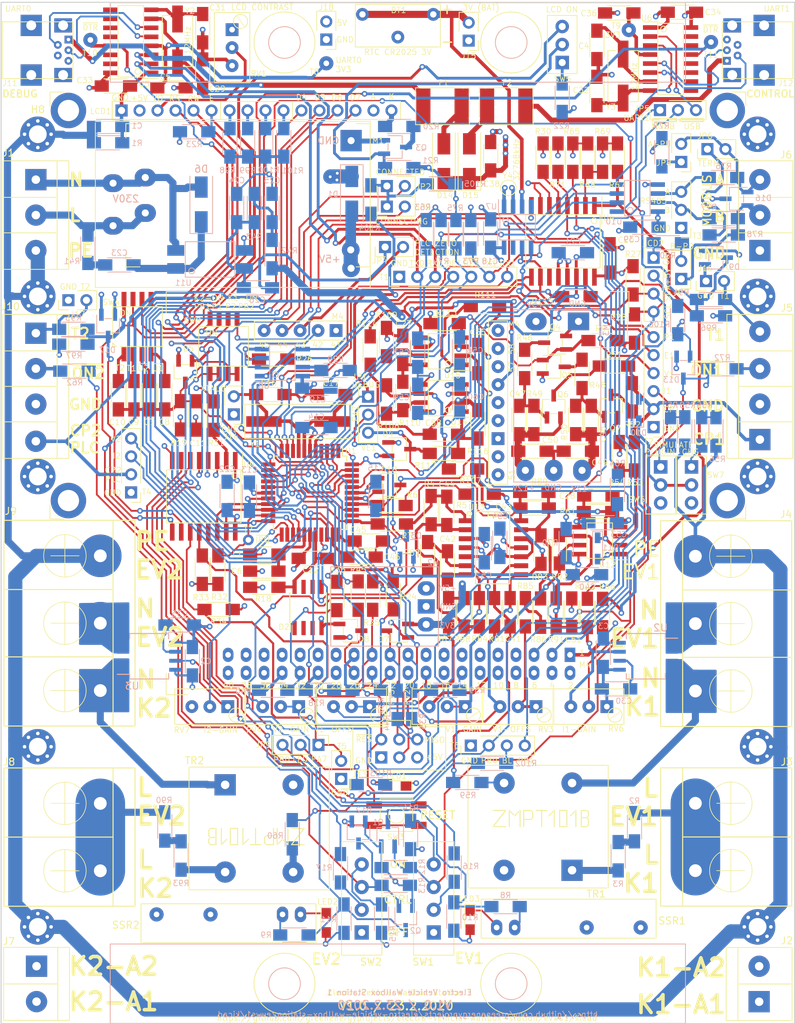
<source format=kicad_pcb>
(kicad_pcb (version 20171130) (host pcbnew 5.0.2-bee76a0~70~ubuntu18.04.1)
  (title_block (title "Electro Vehicle Wallbox Station 1") (date 2020-02-23) (rev V1.0) (company "(C) Manfred Steiner") (comment 1 https://github.com/greenenergyprojects/electro-vehicle-wallbox-station/evws1))
  (layers (0 F.Cu signal) (1 In1.Cu mixed hide) (2 In2.Cu mixed hide) (31 B.Cu signal hide) (34 B.Paste user hide) (35 F.Paste user hide) (36 B.SilkS user) (37 F.SilkS user) (38 B.Mask user hide) (39 F.Mask user hide) (44 Edge.Cuts user))
  (net 0 "")
  (net 1 GND)
  (net 2 +5VP)
  (net 3 +5V)
  (net 4 "Net-(R3-Pad2)")
  (net 5 PE)
  (net 6 230V-L)
  (net 7 230V-N)
  (net 8 "Net-(R2-Pad2)")
  (net 9 /K1-A1)
  (net 10 /K1-A2)
  (net 11 /L-EV1)
  (net 12 /N-EV1)
  (net 13 /N-K1)
  (net 14 /K2-A1)
  (net 15 /K2-A2)
  (net 16 /L-EV2)
  (net 17 /N-K2)
  (net 18 /N-EV2)
  (net 19 "Net-(H9-Pad1)")
  (net 20 "Net-(H10-Pad1)")
  (net 21 "Net-(H11-Pad1)")
  (net 22 "Net-(H12-Pad1)")
  (net 23 /Microcontroller/AVCC)
  (net 24 +3V3)
  (net 25 "Net-(LCD1-Pad16)")
  (net 26 /Microcontroller/XTAL1)
  (net 27 /Microcontroller/XTAL2)
  (net 28 "Net-(C7-Pad2)")
  (net 29 /Microcontroller/~RESET)
  (net 30 "Net-(C8-Pad2)")
  (net 31 "Net-(C9-Pad2)")
  (net 32 "Net-(C10-Pad2)")
  (net 33 /Microcontroller/LCD-D6)
  (net 34 /Microcontroller/LCD-D7)
  (net 35 /Microcontroller/LCD-D4)
  (net 36 /Microcontroller/LCD-D5)
  (net 37 /Microcontroller/LCD-RW)
  (net 38 /Microcontroller/LCD-E)
  (net 39 /Microcontroller/LCD-RS)
  (net 40 "Net-(Q3-Pad1)")
  (net 41 "Net-(Q3-Pad3)")
  (net 42 "Net-(R22-Pad2)")
  (net 43 "Net-(U7-Pad1)")
  (net 44 "Net-(U7-Pad2)")
  (net 45 +BATT)
  (net 46 /~EV1)
  (net 47 /CP1)
  (net 48 /~EV2)
  (net 49 -12V)
  (net 50 +12V)
  (net 51 /Microcontroller/RECONNECT)
  (net 52 /Microcontroller/MISO)
  (net 53 /Microcontroller/MOSI)
  (net 54 /Microcontroller/SDA)
  (net 55 /Microcontroller/SCL)
  (net 56 /Microcontroller/~RESET-PLC)
  (net 57 /Microcontroller/SCK)
  (net 58 /Microcontroller/~SCS)
  (net 59 /Microcontroller/IRQ-MODEM)
  (net 60 /Microcontroller/PWM1)
  (net 61 "Net-(R26-Pad1)")
  (net 62 "Net-(R29-Pad1)")
  (net 63 "Net-(R30-Pad2)")
  (net 64 "Net-(R31-Pad2)")
  (net 65 /Microcontroller/IRQ-PORTEXP)
  (net 66 /Microcontroller/CONNECTING1)
  (net 67 /Microcontroller/CONNECTED1)
  (net 68 /CP2)
  (net 69 "Net-(LCD1-Pad3)")
  (net 70 /Microcontroller/PWM2)
  (net 71 /Microcontroller/AIN0)
  (net 72 /Microcontroller/AIN1)
  (net 73 /Microcontroller/AIN2)
  (net 74 /Microcontroller/AIN3)
  (net 75 "Net-(C25-Pad1)")
  (net 76 "Net-(D11-Pad2)")
  (net 77 /~EV1ON)
  (net 78 /Microcontroller/AD-VC1)
  (net 79 /Microcontroller/K1-IS-ON)
  (net 80 "Net-(Q4-Pad3)")
  (net 81 "Net-(Q5-Pad3)")
  (net 82 "Net-(Q6-Pad3)")
  (net 83 "Net-(Q7-Pad3)")
  (net 84 "Net-(R16-Pad1)")
  (net 85 /Microcontroller/~K1-ON)
  (net 86 /Microcontroller/AD-VC2)
  (net 87 "Net-(C26-Pad1)")
  (net 88 "Net-(C23-Pad2)")
  (net 89 "Net-(C23-Pad1)")
  (net 90 "Net-(C24-Pad1)")
  (net 91 "Net-(D10-Pad1)")
  (net 92 /Microcontroller/ZERODET)
  (net 93 /Microcontroller/Converter-And-Cp/MOSI-OUT)
  (net 94 /Microcontroller/Converter-And-Cp/MISO-IN)
  (net 95 /Microcontroller/Converter-And-Cp/SCK-OUT)
  (net 96 /Microcontroller/Converter-And-Cp/~CS-OUT)
  (net 97 /Microcontroller/Converter-And-Cp/IRQ-IN)
  (net 98 /Microcontroller/Converter-And-Cp/PWM1-OUT)
  (net 99 "Net-(R55-Pad2)")
  (net 100 "Net-(R55-Pad1)")
  (net 101 "Net-(R57-Pad1)")
  (net 102 "Net-(R57-Pad2)")
  (net 103 "Net-(C29-Pad2)")
  (net 104 "Net-(C31-Pad2)")
  (net 105 "Net-(C32-Pad2)")
  (net 106 "Net-(C36-Pad1)")
  (net 107 /MODBUS-B)
  (net 108 /MODBUS-A)
  (net 109 /~EV2ON)
  (net 110 /Microcontroller/~RE1)
  (net 111 /Microcontroller/DE1)
  (net 112 /Microcontroller/UC-TXD1)
  (net 113 /Microcontroller/UC-RXD1)
  (net 114 /Microcontroller/UC-TXD0)
  (net 115 /Microcontroller/UC-RXD0)
  (net 116 /Microcontroller/K2-IS-ON)
  (net 117 "Net-(R14-Pad2)")
  (net 118 "Net-(R15-Pad2)")
  (net 119 "Net-(R17-Pad2)")
  (net 120 /Microcontroller/~K2-ON)
  (net 121 /Microcontroller/~RESET2)
  (net 122 /Microcontroller/~RESET1)
  (net 123 "Net-(D14-Pad2)")
  (net 124 "Net-(D15-Pad2)")
  (net 125 /Measurement/VREF+2V5)
  (net 126 "Net-(C28-Pad1)")
  (net 127 "Net-(C41-Pad2)")
  (net 128 "Net-(C41-Pad1)")
  (net 129 "Net-(C42-Pad2)")
  (net 130 "Net-(C42-Pad1)")
  (net 131 "Net-(C43-Pad1)")
  (net 132 "Net-(C44-Pad1)")
  (net 133 "Net-(C47-Pad2)")
  (net 134 "Net-(C48-Pad2)")
  (net 135 /Measurement/V1P)
  (net 136 /Measurement/V2P)
  (net 137 "Net-(R53-Pad2)")
  (net 138 "Net-(R81-Pad1)")
  (net 139 "Net-(R82-Pad1)")
  (net 140 "Net-(R85-Pad1)")
  (net 141 "Net-(R85-Pad2)")
  (net 142 "Net-(R87-Pad2)")
  (net 143 "Net-(R87-Pad1)")
  (net 144 "Net-(R91-Pad1)")
  (net 145 /Measurement/VREF-2V5)
  (net 146 /Measurement/I1)
  (net 147 /Measurement/I2)
  (net 148 /EV1X)
  (net 149 /EV2X)
  (net 150 /EV1TP)
  (net 151 /EV2TP)
  (net 152 "Net-(C43-Pad2)")
  (net 153 "Net-(C44-Pad2)")
  (net 154 /Microcontroller/DEBUG)
  (net 155 "Net-(LCD1-Pad7)")
  (net 156 "Net-(LCD1-Pad8)")
  (net 157 "Net-(LCD1-Pad9)")
  (net 158 "Net-(LCD1-Pad10)")
  (net 159 "Net-(R102-Pad2)")
  (net 160 "Net-(JP2-Pad1)")
  (net 161 /Microcontroller/PEXP-P0)
  (net 162 /Microcontroller/PEXP-P1)
  (net 163 /Microcontroller/UARTs/Modbus/USB0-D+)
  (net 164 /Microcontroller/UARTs/Modbus/USB0-D-)
  (net 165 /Microcontroller/UARTs/Modbus/USB1-D-)
  (net 166 /Microcontroller/UARTs/Modbus/USB1-D+)
  (net 167 /Microcontroller/UARTs/Modbus/UART0-5V)
  (net 168 /Microcontroller/UARTs/Modbus/UART1-5V)
  (net 169 /AD-I1)
  (net 170 /AD-I2)
  (net 171 /AD-V1)
  (net 172 /AD-V2)
  (net 173 "Net-(J11-Pad4)")
  (net 174 "Net-(J12-Pad4)")
  (net 175 "Net-(SW1-Pad1)")
  (net 176 "Net-(SW2-Pad1)")
  (net 177 "Net-(SW6-Pad3)")
  (net 178 "Net-(SW7-Pad3)")
  (net 179 "Net-(U4-Pad11)")
  (net 180 "Net-(U5-Pad15)")
  (net 181 "Net-(U5-Pad14)")
  (net 182 "Net-(U5-Pad12)")
  (net 183 "Net-(U5-Pad11)")
  (net 184 "Net-(U5-Pad10)")
  (net 185 "Net-(U5-Pad9)")
  (net 186 "Net-(U6-Pad15)")
  (net 187 "Net-(U6-Pad14)")
  (net 188 "Net-(U6-Pad12)")
  (net 189 "Net-(U6-Pad11)")
  (net 190 "Net-(U6-Pad10)")
  (net 191 "Net-(U6-Pad9)")
  (net 192 "Net-(U7-Pad7)")
  (net 193 "Net-(R93-Pad1)")
  (net 194 "Net-(R90-Pad1)")
  (net 195 "Net-(C27-Pad2)")
  (net 196 "Net-(C55-Pad2)")
  (net 197 "Net-(C58-Pad2)")
  (net 198 "Net-(C58-Pad1)")
  (net 199 "Net-(JP1-Pad2)")
  (net 200 "Net-(R107-Pad1)")
  (net 201 "Net-(R108-Pad1)")
  (net 202 "Net-(R109-Pad1)")
  (net 203 "Net-(R111-Pad1)")
  (net 204 "Net-(R113-Pad2)")
  (net 205 /Measurement/AOUT)
  (net 206 "Net-(C5-Pad1)")
  (net 207 "Net-(C35-Pad2)")
  (net 208 "Net-(C4-Pad2)")
  (net 209 "Net-(C30-Pad1)")
  (net 210 "Net-(JP5-Pad3)")
  (net 211 "Net-(JP5-Pad1)")
  (net 212 "Net-(JP6-Pad1)")
  (net 213 "Net-(JP7-Pad2)")
  (net 214 "Net-(JP8-Pad1)")
  (net 215 "Net-(R76-Pad2)")
  (net 216 "Net-(R77-Pad2)")
  (net 217 "Net-(R8-Pad1)")
  (net 218 "Net-(R9-Pad2)")
  (net 219 /AD-E1)
  (net 220 /AD-P1)
  (net 221 "Net-(LCD2-Pad2)")
  (net 222 /Microcontroller/LCD1-BL)
  (net 223 /Microcontroller/PB1)
  (net 224 /Microcontroller/PB0)
  (net 225 "Net-(JP9-Pad2)")
  (net 226 "Net-(LED1-Pad2)")
  (net 227 "Net-(LED2-Pad2)")
  (net 228 "Net-(LED3-Pad2)")
  (net 229 "Net-(M4-Pad59)")
  (net 230 "Net-(M4-Pad58)")
  (net 231 "Net-(M4-Pad57)")
  (net 232 "Net-(M4-Pad54)")
  (net 233 "Net-(M4-Pad7)")
  (net 234 "Net-(M4-Pad8)")
  (net 235 "Net-(M4-Pad10)")
  (net 236 "Net-(M4-Pad11)")
  (net 237 "Net-(M4-Pad12)")
  (net 238 "Net-(M4-Pad13)")
  (net 239 "Net-(M4-Pad15)")
  (net 240 "Net-(M4-Pad16)")
  (net 241 "Net-(M4-Pad27)")
  (net 242 "Net-(M4-Pad28)")
  (net 243 "Net-(M4-Pad29)")
  (net 244 "Net-(M4-Pad31)")
  (net 245 "Net-(M4-Pad33)")
  (net 246 "Net-(M4-Pad35)")
  (net 247 "Net-(M4-Pad36)")
  (net 248 "Net-(M4-Pad37)")
  (net 249 "Net-(M4-Pad38)")
  (net 250 "Net-(M4-Pad40)")
  (module Project:r-1206-hand-soldering (layer B.Cu) (at 95.95 140.05 90)
    (fp_text reference R35 (at -2.35 1.6 90) (layer B.SilkS) (effects (font (size 0.8 0.8) (thickness 0.1)) (justify mirror)))
    (fp_text value 270R hide)
    (pad 1 smd rect (at -2 0 90) (size 2 1.6) (layers B.Cu B.Paste B.Mask) (net 53 /Microcontroller/MOSI))
    (pad 2 smd rect (at 2 0 90) (size 2 1.6) (layers B.Cu B.Paste B.Mask) (net 93 /Microcontroller/Converter-And-Cp/MOSI-OUT))
  )
  (module Project:r-1206-hand-soldering (layer B.Cu) (at 100.1 73.7 270)
    (fp_text reference R74 (at 3.8 0) (layer B.SilkS) (effects (font (size 0.8 0.8) (thickness 0.1)) (justify mirror)))
    (fp_text value 47K hide)
    (pad 2 smd rect (at 2 0 270) (size 2 1.6) (layers B.Cu B.Paste B.Mask) (net 110 /Microcontroller/~RE1))
    (pad 1 smd rect (at -2 0 270) (size 2 1.6) (layers B.Cu B.Paste B.Mask) (net 3 +5V))
  )
  (module Project:r-1206-hand-soldering (layer B.Cu) (at 104.3 73.7 270)
    (fp_text reference R73 (at 3.8 0) (layer B.SilkS) (effects (font (size 0.8 0.8) (thickness 0.1)) (justify mirror)))
    (fp_text value 47K hide)
    (pad 2 smd rect (at 2 0 270) (size 2 1.6) (layers B.Cu B.Paste B.Mask) (net 112 /Microcontroller/UC-TXD1))
    (pad 1 smd rect (at -2 0 270) (size 2 1.6) (layers B.Cu B.Paste B.Mask) (net 3 +5V))
  )
  (module Project:idc-header-1x07-p2.54mm-vertical (layer F.Cu) (at 94.2 79.7 90)
    (fp_text reference T1 (at -0.05 -2.15 180) (layer F.SilkS) (effects (font (size 0.8 0.8) (thickness 0.1))))
    (fp_text value header hide)
    (pad 3 thru_hole oval (at 0 5.08 90) (size 1.7 1.7) (drill 1) (layers *.Cu *.Mask) (net 115 /Microcontroller/UC-RXD0))
    (pad 2 thru_hole oval (at 0 2.54 90) (size 1.7 1.7) (drill 1) (layers *.Cu *.Mask) (net 114 /Microcontroller/UC-TXD0))
    (pad 1 thru_hole rect (at 0 0 90) (size 1.7 1.7) (drill 1) (layers *.Cu *.Mask) (net 1 GND))
    (pad 4 thru_hole oval (at 0 7.62 90) (size 1.7 1.7) (drill 1) (layers *.Cu *.Mask) (net 110 /Microcontroller/~RE1))
    (pad 5 thru_hole oval (at 0 10.16 90) (size 1.7 1.7) (drill 1) (layers *.Cu *.Mask) (net 111 /Microcontroller/DE1))
    (pad 6 thru_hole oval (at 0 12.7 90) (size 1.7 1.7) (drill 1) (layers *.Cu *.Mask) (net 112 /Microcontroller/UC-TXD1))
    (pad 7 thru_hole oval (at 0 15.24 90) (size 1.7 1.7) (drill 1) (layers *.Cu *.Mask) (net 113 /Microcontroller/UC-RXD1))
  )
  (module Project:r-1206-hand-soldering (layer F.Cu) (at 127.4 87 90)
    (fp_text reference R28 (at 1.6 -2.3 -180) (layer F.SilkS) (effects (font (size 0.8 0.8) (thickness 0.1))))
    (fp_text value 10K hide)
    (pad 1 smd rect (at -2 0 90) (size 2 1.6) (layers F.Cu F.Paste F.Mask) (net 3 +5V))
    (pad 2 smd rect (at 2 0 90) (size 2 1.6) (layers F.Cu F.Paste F.Mask) (net 55 /Microcontroller/SCL))
  )
  (module Project:idc-header-1x04-p2.54mm-vertical (layer F.Cu) (at 130.1 77)
    (fp_text reference LCD2 (at -0.05 -2.03) (layer F.SilkS) (effects (font (size 0.8 0.8) (thickness 0.1))))
    (fp_text value header hide)
    (pad 3 thru_hole oval (at 0 5.08) (size 1.7 1.7) (drill 1) (layers *.Cu *.Mask) (net 54 /Microcontroller/SDA))
    (pad 2 thru_hole oval (at 0 2.54) (size 1.7 1.7) (drill 1) (layers *.Cu *.Mask) (net 221 "Net-(LCD2-Pad2)"))
    (pad 1 thru_hole rect (at 0 0) (size 1.7 1.7) (drill 1) (layers *.Cu *.Mask) (net 1 GND))
    (pad 4 thru_hole oval (at 0 7.62) (size 1.7 1.7) (drill 1) (layers *.Cu *.Mask) (net 55 /Microcontroller/SCL))
  )
  (module Project:idc-header-1x02-p2.54mm-vertical (layer F.Cu) (at 134 80 180)
    (fp_text reference JP7 (at 0.1 -2 180) (layer F.SilkS) (effects (font (size 0.8 0.8) (thickness 0.1))))
    (fp_text value header hide)
    (pad 2 thru_hole oval (at 0 2.54 180) (size 1.7 1.7) (drill 1) (layers *.Cu *.Mask) (net 213 "Net-(JP7-Pad2)"))
    (pad 1 thru_hole rect (at 0 0 180) (size 1.7 1.7) (drill 1) (layers *.Cu *.Mask) (net 107 /MODBUS-B))
  )
  (module Project:trimmer-tht-3296 (layer F.Cu) (at 70.6 44.85 180)
    (fp_text reference RV1 (at -3.75 -6.2) (layer F.SilkS) (effects (font (size 0.8 0.8) (thickness 0.1))))
    (fp_text value 10K hide)
    (pad 3 thru_hole circle (at 0 -5.08 270) (size 1.8 1.8) (drill 0.8) (layers *.Cu *.Mask) (net 1 GND))
    (pad 2 thru_hole circle (at 0 -2.54 270) (size 1.8 1.8) (drill 0.8) (layers *.Cu *.Mask) (net 69 "Net-(LCD1-Pad3)"))
    (pad 1 thru_hole rect (at 0 0 270) (size 1.8 1.8) (drill 0.8) (layers *.Cu *.Mask) (net 3 +5V))
  )
  (module Project:TQFP-44_10x10mm_Pitch0.8mm (layer F.Cu) (at 81.6 110.15 270)
    (fp_text reference U1 (at -5.9 -5.75 180) (layer F.SilkS) (effects (font (size 0.8 0.8) (thickness 0.1))))
    (fp_text value atmega324p-20au hide)
    (pad 44 smd rect (at -4 -5.9) (size 2 0.55) (layers F.Cu F.Paste F.Mask) (net 58 /Microcontroller/~SCS))
    (pad 43 smd rect (at -3.2 -5.9) (size 2 0.55) (layers F.Cu F.Paste F.Mask) (net 59 /Microcontroller/IRQ-MODEM))
    (pad 42 smd rect (at -2.4 -5.9) (size 2 0.55) (layers F.Cu F.Paste F.Mask) (net 39 /Microcontroller/LCD-RS))
    (pad 41 smd rect (at -1.6 -5.9) (size 2 0.55) (layers F.Cu F.Paste F.Mask) (net 223 /Microcontroller/PB1))
    (pad 40 smd rect (at -0.8 -5.9) (size 2 0.55) (layers F.Cu F.Paste F.Mask) (net 224 /Microcontroller/PB0))
    (pad 39 smd rect (at 0 -5.9) (size 2 0.55) (layers F.Cu F.Paste F.Mask) (net 1 GND))
    (pad 38 smd rect (at 0.8 -5.9) (size 2 0.55) (layers F.Cu F.Paste F.Mask) (net 3 +5V))
    (pad 37 smd rect (at 1.6 -5.9) (size 2 0.55) (layers F.Cu F.Paste F.Mask) (net 171 /AD-V1))
    (pad 36 smd rect (at 2.4 -5.9) (size 2 0.55) (layers F.Cu F.Paste F.Mask) (net 86 /Microcontroller/AD-VC2))
    (pad 35 smd rect (at 3.2 -5.9) (size 2 0.55) (layers F.Cu F.Paste F.Mask) (net 78 /Microcontroller/AD-VC1))
    (pad 34 smd rect (at 4 -5.9) (size 2 0.55) (layers F.Cu F.Paste F.Mask) (net 172 /AD-V2))
    (pad 33 smd rect (at 5.9 -4 270) (size 2 0.55) (layers F.Cu F.Paste F.Mask) (net 169 /AD-I1))
    (pad 32 smd rect (at 5.9 -3.2 270) (size 2 0.55) (layers F.Cu F.Paste F.Mask) (net 170 /AD-I2))
    (pad 31 smd rect (at 5.9 -2.4 270) (size 2 0.55) (layers F.Cu F.Paste F.Mask) (net 37 /Microcontroller/LCD-RW))
    (pad 30 smd rect (at 5.9 -1.6 270) (size 2 0.55) (layers F.Cu F.Paste F.Mask) (net 199 "Net-(JP1-Pad2)"))
    (pad 29 smd rect (at 5.9 -0.8 270) (size 2 0.55) (layers F.Cu F.Paste F.Mask) (net 125 /Measurement/VREF+2V5))
    (pad 28 smd rect (at 5.9 0 270) (size 2 0.55) (layers F.Cu F.Paste F.Mask) (net 1 GND))
    (pad 27 smd rect (at 5.9 0.8 270) (size 2 0.55) (layers F.Cu F.Paste F.Mask) (net 23 /Microcontroller/AVCC))
    (pad 26 smd rect (at 5.9 1.6 270) (size 2 0.55) (layers F.Cu F.Paste F.Mask) (net 34 /Microcontroller/LCD-D7))
    (pad 25 smd rect (at 5.9 2.4 270) (size 2 0.55) (layers F.Cu F.Paste F.Mask) (net 33 /Microcontroller/LCD-D6))
    (pad 24 smd rect (at 5.9 3.2 270) (size 2 0.55) (layers F.Cu F.Paste F.Mask) (net 36 /Microcontroller/LCD-D5))
    (pad 23 smd rect (at 5.9 4 270) (size 2 0.55) (layers F.Cu F.Paste F.Mask) (net 35 /Microcontroller/LCD-D4))
    (pad 22 smd rect (at 4 5.9) (size 2 0.55) (layers F.Cu F.Paste F.Mask) (net 38 /Microcontroller/LCD-E))
    (pad 21 smd rect (at 3.2 5.9) (size 2 0.55) (layers F.Cu F.Paste F.Mask) (net 65 /Microcontroller/IRQ-PORTEXP))
    (pad 20 smd rect (at 2.4 5.9) (size 2 0.55) (layers F.Cu F.Paste F.Mask) (net 54 /Microcontroller/SDA))
    (pad 19 smd rect (at 1.6 5.9) (size 2 0.55) (layers F.Cu F.Paste F.Mask) (net 55 /Microcontroller/SCL))
    (pad 18 smd rect (at 0.8 5.9) (size 2 0.55) (layers F.Cu F.Paste F.Mask) (net 1 GND))
    (pad 17 smd rect (at 0 5.9) (size 2 0.55) (layers F.Cu F.Paste F.Mask) (net 3 +5V))
    (pad 16 smd rect (at -0.8 5.9) (size 2 0.55) (layers F.Cu F.Paste F.Mask) (net 110 /Microcontroller/~RE1))
    (pad 15 smd rect (at -1.6 5.9) (size 2 0.55) (layers F.Cu F.Paste F.Mask) (net 111 /Microcontroller/DE1))
    (pad 14 smd rect (at -2.4 5.9) (size 2 0.55) (layers F.Cu F.Paste F.Mask) (net 70 /Microcontroller/PWM2))
    (pad 13 smd rect (at -3.2 5.9) (size 2 0.55) (layers F.Cu F.Paste F.Mask) (net 60 /Microcontroller/PWM1))
    (pad 12 smd rect (at -4 5.9) (size 2 0.55) (layers F.Cu F.Paste F.Mask) (net 112 /Microcontroller/UC-TXD1))
    (pad 11 smd rect (at -5.9 4 270) (size 2 0.55) (layers F.Cu F.Paste F.Mask) (net 113 /Microcontroller/UC-RXD1))
    (pad 10 smd rect (at -5.9 3.2 270) (size 2 0.55) (layers F.Cu F.Paste F.Mask) (net 114 /Microcontroller/UC-TXD0))
    (pad 9 smd rect (at -5.9 2.4 270) (size 2 0.55) (layers F.Cu F.Paste F.Mask) (net 115 /Microcontroller/UC-RXD0))
    (pad 8 smd rect (at -5.9 1.6 270) (size 2 0.55) (layers F.Cu F.Paste F.Mask) (net 26 /Microcontroller/XTAL1))
    (pad 7 smd rect (at -5.9 0.8 270) (size 2 0.55) (layers F.Cu F.Paste F.Mask) (net 27 /Microcontroller/XTAL2))
    (pad 6 smd rect (at -5.9 0 270) (size 2 0.55) (layers F.Cu F.Paste F.Mask) (net 1 GND))
    (pad 5 smd rect (at -5.9 -0.8 270) (size 2 0.55) (layers F.Cu F.Paste F.Mask) (net 3 +5V))
    (pad 4 smd rect (at -5.9 -1.6 270) (size 2 0.55) (layers F.Cu F.Paste F.Mask) (net 29 /Microcontroller/~RESET))
    (pad 3 smd rect (at -5.9 -2.4 270) (size 2 0.55) (layers F.Cu F.Paste F.Mask) (net 57 /Microcontroller/SCK))
    (pad 2 smd rect (at -5.9 -3.2 270) (size 2 0.55) (layers F.Cu F.Paste F.Mask) (net 52 /Microcontroller/MISO))
    (pad 1 smd rect (at -5.9 -4 270) (size 2 0.55) (layers F.Cu F.Paste F.Mask) (net 53 /Microcontroller/MOSI))
  )
  (module Project:r-1206-hand-soldering (layer B.Cu) (at 50.25 75.75 270)
    (fp_text reference R41 (at 1.75 2.25) (layer B.SilkS) (effects (font (size 0.8 0.8) (thickness 0.1)) (justify mirror)))
    (fp_text value 820K hide)
    (pad 2 smd rect (at 2 0 270) (size 2 1.6) (layers B.Cu B.Paste B.Mask) (net 89 "Net-(C23-Pad1)"))
    (pad 1 smd rect (at -2 0 270) (size 2 1.6) (layers B.Cu B.Paste B.Mask) (net 6 230V-L) (clearance 0.8))
  )
  (module Project:rpi-ev-plc-adapter-v1.0 (layer F.Cu) (at 118.3 133)
    (fp_text reference M4 (at 2.1 1.4) (layer F.SilkS) (effects (font (size 0.8 0.8) (thickness 0.1))))
    (fp_text value rpi-ev-plc-adapter-v1.0 hide)
    (fp_text user %R (at -32.8 -47.7) (layer F.SilkS) (effects (font (size 0.8 0.8) (thickness 0.1))))
    (fp_text user %R (at -7.9 -46.6) (layer F.SilkS) (effects (font (size 0.8 0.8) (thickness 0.1))))
    (pad 59 thru_hole circle (at -10.16 -45.72) (size 1.8 1.8) (drill 0.8) (layers *.Cu *.Mask) (net 229 "Net-(M4-Pad59)"))
    (pad 58 thru_hole circle (at -10.16 -43.18) (size 1.8 1.8) (drill 0.8) (layers *.Cu *.Mask) (net 230 "Net-(M4-Pad58)"))
    (pad 57 thru_hole circle (at -10.16 -40.64) (size 1.8 1.8) (drill 0.8) (layers *.Cu *.Mask) (net 231 "Net-(M4-Pad57)"))
    (pad 56 thru_hole circle (at -10.16 -38.1) (size 1.8 1.8) (drill 0.762) (layers *.Cu *.Mask) (net 68 /CP2))
    (pad 55 thru_hole circle (at -10.16 -35.56) (size 1.8 1.8) (drill 0.8) (layers *.Cu *.Mask) (net 5 PE))
    (pad 54 thru_hole circle (at -10.16 -33.02) (size 1.8 1.8) (drill 0.8) (layers *.Cu *.Mask) (net 232 "Net-(M4-Pad54)"))
    (pad 53 thru_hole rect (at -10.16 -30.48) (size 1.8 1.8) (drill 0.8) (layers *.Cu *.Mask) (net 1 GND))
    (pad 52 thru_hole circle (at -10.16 -27.94) (size 1.8 1.8) (drill 0.8) (layers *.Cu *.Mask) (net 49 -12V))
    (pad 51 thru_hole circle (at -10.16 -25.4) (size 1.8 1.8) (drill 0.8) (layers *.Cu *.Mask) (net 50 +12V))
    (pad 44 thru_hole circle (at -40.64 -45.72) (size 1.8 1.8) (drill 0.762) (layers *.Cu *.Mask) (net 66 /Microcontroller/CONNECTING1))
    (pad 43 thru_hole circle (at -38.1 -45.72) (size 1.8 1.8) (drill 0.8) (layers *.Cu *.Mask) (net 92 /Microcontroller/ZERODET))
    (pad 42 thru_hole circle (at -35.56 -45.72) (size 1.8 1.8) (drill 0.8) (layers *.Cu *.Mask) (net 86 /Microcontroller/AD-VC2))
    (pad 41 thru_hole rect (at -33.02 -45.72) (size 1.8 1.8) (drill 0.8) (layers *.Cu *.Mask) (net 1 GND))
    (pad 1 thru_hole rect (at 0 0) (size 1.5 2) (drill 0.8) (layers *.Cu *.Mask) (net 24 +3V3))
    (pad 2 thru_hole oval (at 0 2.54) (size 1.5 2) (drill 0.8) (layers *.Cu *.Mask) (net 3 +5V))
    (pad 3 thru_hole oval (at -2.54 0) (size 1.5 2) (drill 0.8) (layers *.Cu *.Mask) (net 54 /Microcontroller/SDA))
    (pad 4 thru_hole oval (at -2.54 2.54) (size 1.5 2) (drill 0.8) (layers *.Cu *.Mask) (net 3 +5V))
    (pad 5 thru_hole oval (at -5.08 0) (size 1.5 2) (drill 0.8) (layers *.Cu *.Mask) (net 55 /Microcontroller/SCL))
    (pad 6 thru_hole oval (at -5.08 2.54) (size 1.5 2) (drill 0.8) (layers *.Cu *.Mask) (net 1 GND))
    (pad 7 thru_hole oval (at -7.62 0) (size 1.5 2) (drill 0.8) (layers *.Cu *.Mask) (net 233 "Net-(M4-Pad7)"))
    (pad 8 thru_hole oval (at -7.62 2.54) (size 1.5 2) (drill 0.8) (layers *.Cu *.Mask) (net 234 "Net-(M4-Pad8)"))
    (pad 9 thru_hole oval (at -10.16 0) (size 1.5 2) (drill 0.8) (layers *.Cu *.Mask) (net 1 GND))
    (pad 10 thru_hole oval (at -10.16 2.54) (size 1.5 2) (drill 0.8) (layers *.Cu *.Mask) (net 235 "Net-(M4-Pad10)"))
    (pad 11 thru_hole oval (at -12.7 0) (size 1.5 2) (drill 0.8) (layers *.Cu *.Mask) (net 236 "Net-(M4-Pad11)"))
    (pad 12 thru_hole oval (at -12.7 2.54) (size 1.5 2) (drill 0.8) (layers *.Cu *.Mask) (net 237 "Net-(M4-Pad12)"))
    (pad 13 thru_hole oval (at -15.24 0) (size 1.5 2) (drill 0.8) (layers *.Cu *.Mask) (net 238 "Net-(M4-Pad13)"))
    (pad 14 thru_hole oval (at -15.24 2.54) (size 1.5 2) (drill 0.8) (layers *.Cu *.Mask) (net 1 GND))
    (pad 15 thru_hole oval (at -17.78 0) (size 1.5 2) (drill 0.8) (layers *.Cu *.Mask) (net 239 "Net-(M4-Pad15)"))
    (pad 16 thru_hole oval (at -17.78 2.54) (size 1.5 2) (drill 0.8) (layers *.Cu *.Mask) (net 240 "Net-(M4-Pad16)"))
    (pad 17 thru_hole oval (at -20.32 0) (size 1.5 2) (drill 0.8) (layers *.Cu *.Mask) (net 24 +3V3))
    (pad 18 thru_hole oval (at -20.32 2.54) (size 1.5 2) (drill 0.8) (layers *.Cu *.Mask) (net 51 /Microcontroller/RECONNECT))
    (pad 19 thru_hole oval (at -22.86 0) (size 1.5 2) (drill 0.8) (layers *.Cu *.Mask) (net 93 /Microcontroller/Converter-And-Cp/MOSI-OUT))
    (pad 20 thru_hole oval (at -22.86 2.54) (size 1.5 2) (drill 0.8) (layers *.Cu *.Mask) (net 1 GND))
    (pad 21 thru_hole oval (at -25.4 0) (size 1.5 2) (drill 0.8) (layers *.Cu *.Mask) (net 94 /Microcontroller/Converter-And-Cp/MISO-IN))
    (pad 22 thru_hole oval (at -25.4 2.54) (size 1.5 2) (drill 0.8) (layers *.Cu *.Mask) (net 56 /Microcontroller/~RESET-PLC))
    (pad 23 thru_hole oval (at -27.94 0) (size 1.5 2) (drill 0.8) (layers *.Cu *.Mask) (net 95 /Microcontroller/Converter-And-Cp/SCK-OUT))
    (pad 24 thru_hole oval (at -27.94 2.54) (size 1.5 2) (drill 0.8) (layers *.Cu *.Mask) (net 96 /Microcontroller/Converter-And-Cp/~CS-OUT))
    (pad 25 thru_hole oval (at -30.48 0) (size 1.5 2) (drill 0.8) (layers *.Cu *.Mask) (net 1 GND))
    (pad 26 thru_hole oval (at -30.48 2.54) (size 1.5 2) (drill 0.8) (layers *.Cu *.Mask) (net 97 /Microcontroller/Converter-And-Cp/IRQ-IN))
    (pad 27 thru_hole oval (at -33.02 0) (size 1.5 2) (drill 0.8) (layers *.Cu *.Mask) (net 241 "Net-(M4-Pad27)"))
    (pad 28 thru_hole oval (at -33.02 2.54) (size 1.5 2) (drill 0.8) (layers *.Cu *.Mask) (net 242 "Net-(M4-Pad28)"))
    (pad 29 thru_hole oval (at -35.56 0) (size 1.5 2) (drill 0.8) (layers *.Cu *.Mask) (net 243 "Net-(M4-Pad29)"))
    (pad 30 thru_hole oval (at -35.56 2.54) (size 1.5 2) (drill 0.8) (layers *.Cu *.Mask) (net 1 GND))
    (pad 31 thru_hole oval (at -38.1 0) (size 1.5 2) (drill 0.8) (layers *.Cu *.Mask) (net 244 "Net-(M4-Pad31)"))
    (pad 32 thru_hole oval (at -38.1 2.54) (size 1.5 2) (drill 0.8) (layers *.Cu *.Mask) (net 98 /Microcontroller/Converter-And-Cp/PWM1-OUT))
    (pad 33 thru_hole oval (at -40.64 0) (size 1.5 2) (drill 0.8) (layers *.Cu *.Mask) (net 245 "Net-(M4-Pad33)"))
    (pad 34 thru_hole oval (at -40.64 2.54) (size 1.5 2) (drill 0.8) (layers *.Cu *.Mask) (net 1 GND))
    (pad 35 thru_hole oval (at -43.18 0) (size 1.5 2) (drill 0.8) (layers *.Cu *.Mask) (net 246 "Net-(M4-Pad35)"))
    (pad 36 thru_hole oval (at -43.18 2.54) (size 1.5 2) (drill 0.8) (layers *.Cu *.Mask) (net 247 "Net-(M4-Pad36)"))
    (pad 37 thru_hole oval (at -45.72 0) (size 1.5 2) (drill 0.8) (layers *.Cu *.Mask) (net 248 "Net-(M4-Pad37)"))
    (pad 38 thru_hole oval (at -45.72 2.54) (size 1.5 2) (drill 0.8) (layers *.Cu *.Mask) (net 249 "Net-(M4-Pad38)"))
    (pad 39 thru_hole oval (at -48.26 0) (size 1.5 2) (drill 0.8) (layers *.Cu *.Mask) (net 1 GND))
    (pad 40 thru_hole oval (at -48.26 2.54) (size 1.5 2) (drill 0.8) (layers *.Cu *.Mask) (net 250 "Net-(M4-Pad40)"))
    (pad 45 thru_hole circle (at -43.18 -45.72) (size 1.8 1.8) (drill 0.762) (layers *.Cu *.Mask) (net 67 /Microcontroller/CONNECTED1))
  )
  (module Project:soic-16w_hand-soldering (layer F.Cu) (at 66.6 110.65 270)
    (fp_text reference U9 (at -4.45 -6.4 180) (layer F.SilkS) (effects (font (size 0.8 0.8) (thickness 0.1))))
    (fp_text value PCF8574 hide)
    (pad 9 smd rect (at 5.05 4.445 270) (size 2.4 0.65) (layers F.Cu F.Paste F.Mask) (net 148 /EV1X))
    (pad 10 smd rect (at 5.05 3.175 270) (size 2.4 0.65) (layers F.Cu F.Paste F.Mask) (net 149 /EV2X))
    (pad 11 smd rect (at 5.05 1.905 270) (size 2.4 0.65) (layers F.Cu F.Paste F.Mask) (net 51 /Microcontroller/RECONNECT))
    (pad 12 smd rect (at 5.05 0.635 270) (size 2.4 0.65) (layers F.Cu F.Paste F.Mask) (net 56 /Microcontroller/~RESET-PLC))
    (pad 13 smd rect (at 5.05 -0.635 270) (size 2.4 0.65) (layers F.Cu F.Paste F.Mask) (net 65 /Microcontroller/IRQ-PORTEXP))
    (pad 14 smd rect (at 5.05 -1.905 270) (size 2.4 0.65) (layers F.Cu F.Paste F.Mask) (net 55 /Microcontroller/SCL))
    (pad 15 smd rect (at 5.05 -3.175 270) (size 2.4 0.65) (layers F.Cu F.Paste F.Mask) (net 54 /Microcontroller/SDA))
    (pad 16 smd rect (at 5.05 -4.445 270) (size 2.4 0.65) (layers F.Cu F.Paste F.Mask) (net 3 +5V))
    (pad 8 smd rect (at -5.05 4.445 270) (size 2.4 0.65) (layers F.Cu F.Paste F.Mask) (net 1 GND))
    (pad 7 smd rect (at -5.05 3.175 270) (size 2.4 0.65) (layers F.Cu F.Paste F.Mask) (net 79 /Microcontroller/K1-IS-ON))
    (pad 6 smd rect (at -5.05 1.905 270) (size 2.4 0.65) (layers F.Cu F.Paste F.Mask) (net 116 /Microcontroller/K2-IS-ON))
    (pad 5 smd rect (at -5.05 0.635 270) (size 2.4 0.65) (layers F.Cu F.Paste F.Mask) (net 162 /Microcontroller/PEXP-P1))
    (pad 4 smd rect (at -5.05 -0.635 270) (size 2.4 0.65) (layers F.Cu F.Paste F.Mask) (net 161 /Microcontroller/PEXP-P0))
    (pad 3 smd rect (at -5.05 -1.905 270) (size 2.4 0.65) (layers F.Cu F.Paste F.Mask) (net 1 GND))
    (pad 2 smd rect (at -5.05 -3.175 270) (size 2.4 0.65) (layers F.Cu F.Paste F.Mask) (net 64 "Net-(R31-Pad2)"))
    (pad 1 smd rect (at -5.05 -4.445 270) (size 2.4 0.65) (layers F.Cu F.Paste F.Mask) (net 1 GND))
  )
  (module Project:soic-8_hand-soldering (layer B.Cu) (at 110.9 72.7 270)
    (fp_text reference U7 (at -2.9 3.7) (layer B.SilkS) (effects (font (size 0.8 0.8) (thickness 0.1)) (justify mirror)))
    (fp_text value DS1307ZN hide)
    (pad 1 smd rect (at -2.9 1.905 270) (size 2 0.65) (layers B.Cu B.Paste B.Mask) (net 43 "Net-(U7-Pad1)"))
    (pad 2 smd rect (at -2.9 0.635 270) (size 2 0.65) (layers B.Cu B.Paste B.Mask) (net 44 "Net-(U7-Pad2)"))
    (pad 3 smd rect (at -2.9 -0.635 270) (size 2 0.65) (layers B.Cu B.Paste B.Mask) (net 45 +BATT))
    (pad 4 smd rect (at -2.9 -1.905 270) (size 2 0.65) (layers B.Cu B.Paste B.Mask) (net 1 GND))
    (pad 5 smd rect (at 2.9 -1.905 270) (size 2 0.65) (layers B.Cu B.Paste B.Mask) (net 54 /Microcontroller/SDA))
    (pad 6 smd rect (at 2.9 -0.635 270) (size 2 0.65) (layers B.Cu B.Paste B.Mask) (net 55 /Microcontroller/SCL))
    (pad 7 smd rect (at 2.9 0.635 270) (size 2 0.65) (layers B.Cu B.Paste B.Mask) (net 192 "Net-(U7-Pad7)"))
    (pad 8 smd rect (at 2.9 1.905 270) (size 2 0.65) (layers B.Cu B.Paste B.Mask) (net 3 +5V))
  )
  (module Project:AVR-ISP-6 (layer F.Cu) (at 94.2 146.2)
    (fp_text reference J13 (at -5.6 3.7) (layer F.SilkS) (effects (font (size 0.8 0.8) (thickness 0.1))))
    (fp_text value atmega-isp-6)
    (pad 5 thru_hole circle (at -2.54 -1.27) (size 1.7 1.7) (drill 1) (layers *.Cu *.Mask) (net 29 /Microcontroller/~RESET))
    (pad 6 thru_hole rect (at -2.54 1.27) (size 1.7 1.7) (drill 1) (layers *.Cu *.Mask) (net 1 GND))
    (pad 3 thru_hole oval (at 0 -1.27) (size 1.7 1.7) (drill 1) (layers *.Cu *.Mask) (net 57 /Microcontroller/SCK))
    (pad 4 thru_hole oval (at 0 1.27) (size 1.7 1.7) (drill 1) (layers *.Cu *.Mask) (net 53 /Microcontroller/MOSI))
    (pad 1 thru_hole oval (at 2.54 -1.27) (size 1.7 1.7) (drill 1) (layers *.Cu *.Mask) (net 52 /Microcontroller/MISO))
    (pad 2 thru_hole oval (at 2.54 1.27) (size 1.7 1.7) (drill 1) (layers *.Cu *.Mask) (net 3 +5V))
  )
  (module Mounting_Holes:MountingHole_2.5mm_Pad_Via (layer F.Cu) (at 144.78 59.6)
    (fp_text reference H12 hide)
    (fp_text value MountingHole_Pad)
    (pad 1 thru_hole circle (at 0 0) (size 5 5) (drill 2.5) (layers *.Cu *.Mask) (net 22 "Net-(H12-Pad1)"))
    (pad 1 thru_hole circle (at 1.875 0) (size 0.8 0.8) (drill 0.5) (layers *.Cu *.Mask) (net 22 "Net-(H12-Pad1)"))
    (pad 1 thru_hole circle (at 1.325825 1.325825) (size 0.8 0.8) (drill 0.5) (layers *.Cu *.Mask) (net 22 "Net-(H12-Pad1)"))
    (pad 1 thru_hole circle (at 0 1.875) (size 0.8 0.8) (drill 0.5) (layers *.Cu *.Mask) (net 22 "Net-(H12-Pad1)"))
    (pad 1 thru_hole circle (at -1.325825 1.325825) (size 0.8 0.8) (drill 0.5) (layers *.Cu *.Mask) (net 22 "Net-(H12-Pad1)"))
    (pad 1 thru_hole circle (at -1.875 0) (size 0.8 0.8) (drill 0.5) (layers *.Cu *.Mask) (net 22 "Net-(H12-Pad1)"))
    (pad 1 thru_hole circle (at -1.325825 -1.325825) (size 0.8 0.8) (drill 0.5) (layers *.Cu *.Mask) (net 22 "Net-(H12-Pad1)"))
    (pad 1 thru_hole circle (at 0 -1.875) (size 0.8 0.8) (drill 0.5) (layers *.Cu *.Mask) (net 22 "Net-(H12-Pad1)"))
    (pad 1 thru_hole circle (at 1.325825 -1.325825) (size 0.8 0.8) (drill 0.5) (layers *.Cu *.Mask) (net 22 "Net-(H12-Pad1)"))
  )
  (module Project:SSR_Omron_G3MB-202P (layer F.Cu) (at 118.11 171.45)
    (fp_text reference SSR1 (at 14.59 -0.95) (layer F.SilkS))
    (fp_text value G3MB-202P)
    (pad 4 thru_hole oval (at -10.16 0 180) (size 1.6 2.2) (drill 0.8) (layers *.Cu *.Mask) (net 1 GND))
    (pad 3 thru_hole oval (at -7.62 0 180) (size 1.6 2.2) (drill 0.8) (layers *.Cu *.Mask) (net 217 "Net-(R8-Pad1)"))
    (pad 2 thru_hole circle (at 2.54 0 180) (size 2 2) (drill 0.8) (layers *.Cu *.Mask) (net 10 /K1-A2))
    (pad 1 thru_hole circle (at 10.16 0 180) (size 2 2) (drill 0.8) (layers *.Cu *.Mask) (net 9 /K1-A1))
  )
  (module Project:SSR_Omron_G3MB-202P (layer F.Cu) (at 70.1 169.6 180)
    (fp_text reference SSR2 (at 14.5 -1.5 180) (layer F.SilkS))
    (fp_text value G3MB-202P)
    (pad 1 thru_hole circle (at 10.16 0) (size 2 2) (drill 0.8) (layers *.Cu *.Mask) (net 14 /K2-A1))
    (pad 2 thru_hole circle (at 2.54 0) (size 2 2) (drill 0.8) (layers *.Cu *.Mask) (net 15 /K2-A2))
    (pad 3 thru_hole oval (at -7.62 0) (size 1.6 2.2) (drill 0.8) (layers *.Cu *.Mask) (net 218 "Net-(R9-Pad2)"))
    (pad 4 thru_hole oval (at -10.16 0) (size 1.6 2.2) (drill 0.8) (layers *.Cu *.Mask) (net 1 GND))
  )
  (module Project:ACS712 (layer B.Cu) (at 58.9 133.2)
    (fp_text reference U3 (at -2.41 4.2 180) (layer B.SilkS) (effects (justify mirror)))
    (fp_text value ACS712-30 hide)
    (pad 8 smd rect (at 3.7 1.905) (size 1.75 0.55) (layers B.Cu B.Paste B.Mask) (net 3 +5V))
    (pad 7 smd rect (at 3.7 0.635) (size 1.75 0.55) (layers B.Cu B.Paste B.Mask) (net 147 /Measurement/I2))
    (pad 6 smd rect (at 3.7 -0.635) (size 1.75 0.55) (layers B.Cu B.Paste B.Mask) (net 207 "Net-(C35-Pad2)"))
    (pad 5 smd rect (at 3.7 -1.905) (size 1.75 0.55) (layers B.Cu B.Paste B.Mask) (net 1 GND))
    (pad 4 smd rect (at -3.7 -1.905) (size 1.75 0.55) (layers B.Cu B.Paste B.Mask) (net 18 /N-EV2) (clearance 0.1))
    (pad 3 smd rect (at -3.7 -0.635) (size 1.75 0.55) (layers B.Cu B.Paste B.Mask) (net 18 /N-EV2) (clearance 0.1))
    (pad 2 smd rect (at -3.7 0.635) (size 1.75 0.55) (layers B.Cu B.Paste B.Mask) (net 17 /N-K2) (clearance 0.1))
    (pad 1 smd rect (at -3.7 1.905) (size 1.75 0.55) (layers B.Cu B.Paste B.Mask) (net 17 /N-K2) (clearance 0.1))
  )
  (module Project:ACS712 (layer B.Cu) (at 129 133.2 180)
    (fp_text reference U2 (at -2.07 4.01) (layer B.SilkS) (effects (justify mirror)))
    (fp_text value ACS712-30 hide)
    (pad 1 smd rect (at -3.7 1.905 180) (size 1.75 0.55) (layers B.Cu B.Paste B.Mask) (net 12 /N-EV1) (clearance 0.1))
    (pad 2 smd rect (at -3.7 0.635 180) (size 1.75 0.55) (layers B.Cu B.Paste B.Mask) (net 12 /N-EV1) (clearance 0.1))
    (pad 3 smd rect (at -3.7 -0.635 180) (size 1.75 0.55) (layers B.Cu B.Paste B.Mask) (net 13 /N-K1) (clearance 0.1))
    (pad 4 smd rect (at -3.7 -1.905 180) (size 1.75 0.55) (layers B.Cu B.Paste B.Mask) (net 13 /N-K1) (clearance 0.1))
    (pad 5 smd rect (at 3.7 -1.905 180) (size 1.75 0.55) (layers B.Cu B.Paste B.Mask) (net 1 GND))
    (pad 6 smd rect (at 3.7 -0.635 180) (size 1.75 0.55) (layers B.Cu B.Paste B.Mask) (net 209 "Net-(C30-Pad1)"))
    (pad 7 smd rect (at 3.7 0.635 180) (size 1.75 0.55) (layers B.Cu B.Paste B.Mask) (net 146 /Measurement/I1))
    (pad 8 smd rect (at 3.7 1.905 180) (size 1.75 0.55) (layers B.Cu B.Paste B.Mask) (net 3 +5V))
  )
  (module Project:Terminalblock-5mm-3P (layer F.Cu) (at 42.9 66 270)
    (fp_text reference J1 (at -3.766 3.884) (layer F.SilkS))
    (fp_text value Screw_Terminal_01x03)
    (pad 1 thru_hole rect (at 0 0 270) (size 3 3) (drill 1.2) (layers *.Cu *.Mask) (net 7 230V-N))
    (pad 2 thru_hole circle (at 5 0 270) (size 3 3) (drill 1.2) (layers *.Cu *.Mask) (net 6 230V-L))
    (pad 3 thru_hole circle (at 10 0 270) (size 3 3) (drill 1.2) (layers *.Cu *.Mask) (net 5 PE))
  )
  (module Project:Terminalblock-5mm-2P (layer F.Cu) (at 145 181.911 90)
    (fp_text reference J2 (at 8.611 3.9 180) (layer F.SilkS))
    (fp_text value Screw_Terminal_01x02)
    (pad 2 thru_hole circle (at 5 0 90) (size 3 3) (drill 1.2) (layers *.Cu *.Mask) (net 9 /K1-A1))
    (pad 1 thru_hole rect (at 0 0 90) (size 3 3) (drill 1.2) (layers *.Cu *.Mask) (net 10 /K1-A2))
  )
  (module Project:HB9500-2P (layer F.Cu) (at 52 153.95 270)
    (fp_text reference J8 (at -5.85 12.884) (layer F.SilkS))
    (fp_text value HB9500-2P)
    (pad 1 thru_hole circle (at 0 0 270) (size 6 6) (drill 1.8) (layers *.Cu *.Mask) (net 16 /L-EV2))
    (pad 2 thru_hole circle (at 9.5 0 270) (size 6 6) (drill 1.8) (layers *.Cu *.Mask) (net 16 /L-EV2))
  )
  (module Project:HB9500-3P (layer F.Cu) (at 52 128.54 270)
    (fp_text reference J9 (at -15.804 12.63) (layer F.SilkS))
    (fp_text value HB9500-3P)
    (pad 1 thru_hole circle (at -9.5 0 270) (size 6 6) (drill 1.8) (layers *.Cu *.Mask) (net 5 PE))
    (pad 3 thru_hole circle (at 9.5 0 270) (size 6 6) (drill 1.8) (layers *.Cu *.Mask) (net 17 /N-K2))
    (pad 2 thru_hole circle (at 0 0 270) (size 6 6) (drill 1.8) (layers *.Cu *.Mask) (net 18 /N-EV2))
  )
  (module Project:Terminalblock-5mm-2P (layer F.Cu) (at 43 176.9 270)
    (fp_text reference J7 (at -3.5 3.9) (layer F.SilkS))
    (fp_text value Screw_Terminal_01x02)
    (pad 1 thru_hole rect (at 0 0 270) (size 3 3) (drill 1.2) (layers *.Cu *.Mask) (net 14 /K2-A1))
    (pad 2 thru_hole circle (at 5 0 270) (size 3 3) (drill 1.2) (layers *.Cu *.Mask) (net 15 /K2-A2))
  )
  (module Project:HB9500-2P (layer F.Cu) (at 136 163.43 90)
    (fp_text reference J3 (at 15.33 12.9 180) (layer F.SilkS))
    (fp_text value HB9500-2P)
    (pad 2 thru_hole circle (at 9.5 0 90) (size 6 6) (drill 1.8) (layers *.Cu *.Mask) (net 11 /L-EV1))
    (pad 1 thru_hole circle (at 0 0 90) (size 6 6) (drill 1.8) (layers *.Cu *.Mask) (net 11 /L-EV1))
  )
  (module Project:HB9500-3P (layer F.Cu) (at 136 128.6 90)
    (fp_text reference J4 (at 15.4 12.8 180) (layer F.SilkS))
    (fp_text value HB9500-3P)
    (pad 2 thru_hole circle (at 0 0 90) (size 6 6) (drill 1.8) (layers *.Cu *.Mask) (net 12 /N-EV1))
    (pad 3 thru_hole circle (at 9.5 0 90) (size 6 6) (drill 1.8) (layers *.Cu *.Mask) (net 5 PE))
    (pad 1 thru_hole circle (at -9.5 0 90) (size 6 6) (drill 1.8) (layers *.Cu *.Mask) (net 13 /N-K1))
  )
  (module Project:Transformer-zmpt101b_ebay-121438904988 (layer F.Cu) (at 74.422 157.48 180)
    (fp_text reference TR2 (at 9.122 9.58 180) (layer F.SilkS))
    (fp_text value ZMPT101B hide)
    (pad 2 thru_hole circle (at 4.8 -6.15 180) (size 3 3) (drill 1.2) (layers *.Cu *.Mask) (net 193 "Net-(R93-Pad1)") (clearance 1.5))
    (pad 4 thru_hole circle (at -4.8 -6.15 180) (size 3 3) (drill 1.2) (layers *.Cu *.Mask) (net 136 /Measurement/V2P))
    (pad 1 thru_hole rect (at 4.8 6.15 180) (size 3 3) (drill 1.2) (layers *.Cu *.Mask) (net 17 /N-K2) (clearance 1.5))
    (pad 3 thru_hole circle (at -4.8 6.15 180) (size 3 3) (drill 1.2) (layers *.Cu *.Mask) (net 1 GND))
  )
  (module Project:Transformer-zmpt101b_ebay-121438904988 (layer F.Cu) (at 113.792 157.226)
    (fp_text reference TR1 (at 8.208 9.474) (layer F.SilkS))
    (fp_text value ZMPT101B hide)
    (pad 3 thru_hole circle (at -4.8 6.15) (size 3 3) (drill 1.2) (layers *.Cu *.Mask) (net 1 GND))
    (pad 1 thru_hole rect (at 4.8 6.15) (size 3 3) (drill 1.2) (layers *.Cu *.Mask) (net 4 "Net-(R3-Pad2)") (clearance 1.5))
    (pad 4 thru_hole circle (at -4.8 -6.15) (size 3 3) (drill 1.2) (layers *.Cu *.Mask) (net 135 /Measurement/V1P))
    (pad 2 thru_hole circle (at 4.8 -6.15) (size 3 3) (drill 1.2) (layers *.Cu *.Mask) (net 13 /N-K1) (clearance 1.5))
  )
  (module Project:Oscillator-SMD-M49S (layer F.Cu) (at 62.9 46.45 90)
    (fp_text reference Y2 (at 4.25 1.75 180) (layer F.SilkS) (effects (font (size 0.8 0.8) (thickness 0.1))))
    (fp_text value 12MHz hide)
    (pad 2 smd rect (at 3.1 0 90) (size 3.8 1.5) (layers F.Cu F.Paste F.Mask) (net 104 "Net-(C31-Pad2)"))
    (pad 1 smd rect (at -3.1 0 90) (size 3.8 1.5) (layers F.Cu F.Paste F.Mask) (net 103 "Net-(C29-Pad2)"))
  )
  (module Project:Oscillator-SMD-M49S (layer F.Cu) (at 125.8 51.4 270)
    (fp_text reference Y3 (at 4.35 1.75) (layer F.SilkS) (effects (font (size 0.8 0.8) (thickness 0.1))))
    (fp_text value 12MHz hide)
    (pad 1 smd rect (at -3.1 0 270) (size 3.8 1.5) (layers F.Cu F.Paste F.Mask) (net 208 "Net-(C4-Pad2)"))
    (pad 2 smd rect (at 3.1 0 270) (size 3.8 1.5) (layers F.Cu F.Paste F.Mask) (net 105 "Net-(C32-Pad2)"))
  )
  (module Project:Switch-3pos-SS13F06-G5 (layer F.Cu) (at 99.06 172.172 90)
    (fp_text reference SW1 (at -4.128 -1.46 180) (layer F.SilkS))
    (fp_text value SW_SS13F06-G5)
    (pad 4 thru_hole circle (at 9.626 0 90) (size 2 2) (drill 1) (layers *.Cu *.Mask) (net 117 "Net-(R14-Pad2)"))
    (pad 3 thru_hole circle (at 6.426 0 90) (size 2 2) (drill 1) (layers *.Cu *.Mask) (net 46 /~EV1))
    (pad 1 thru_hole rect (at 0.026 0 90) (size 2 2) (drill 1) (layers *.Cu *.Mask) (net 175 "Net-(SW1-Pad1)"))
    (pad 2 thru_hole circle (at 3.226 0 90) (size 2 2) (drill 1) (layers *.Cu *.Mask) (net 84 "Net-(R16-Pad1)"))
  )
  (module Project:Switch-3pos-SS13F06-G5 (layer F.Cu) (at 88.9 172.172 90)
    (fp_text reference SW2 (at -4.128 1.3 180) (layer F.SilkS))
    (fp_text value SW_SS13F06-G5)
    (pad 2 thru_hole circle (at 3.226 0 90) (size 2 2) (drill 1) (layers *.Cu *.Mask) (net 119 "Net-(R17-Pad2)"))
    (pad 1 thru_hole rect (at 0.026 0 90) (size 2 2) (drill 1) (layers *.Cu *.Mask) (net 176 "Net-(SW2-Pad1)"))
    (pad 3 thru_hole circle (at 6.426 0 90) (size 2 2) (drill 1) (layers *.Cu *.Mask) (net 48 /~EV2))
    (pad 4 thru_hole circle (at 9.626 0 90) (size 2 2) (drill 1) (layers *.Cu *.Mask) (net 118 "Net-(R15-Pad2)"))
  )
  (module Project:DIN-RAIL-ADAPTER-DRG-02-ebay-254055322883 (layer B.Cu) (at 94 179.375)
    (fp_text reference H1 hide)
    (fp_text value DIN-Rail-Adapter-DRG02)
    (pad "" np_thru_hole circle (at -16 0) (size 3.5 3.5) (drill 3.5) (layers *.Cu *.Mask))
    (pad "" np_thru_hole circle (at 16 0) (size 3.5 3.5) (drill 3.5) (layers *.Cu *.Mask))
  )
  (module Project:DIN-RAIL-ADAPTER-DRG-02-ebay-254055322883 (layer B.Cu) (at 94 46.66)
    (fp_text reference H2 hide)
    (fp_text value DIN-Rail-Adapter-DRG02)
    (pad "" np_thru_hole circle (at 16 0) (size 3.5 3.5) (drill 3.5) (layers *.Cu *.Mask))
    (pad "" np_thru_hole circle (at -16 0) (size 3.5 3.5) (drill 3.5) (layers *.Cu *.Mask))
  )
  (module Mounting_Holes:MountingHole_2.5mm_Pad_Via (layer F.Cu) (at 43.18 82.46)
    (fp_text reference H3 hide)
    (fp_text value MountingHole_Pad)
    (pad 1 thru_hole circle (at 0 0) (size 5 5) (drill 2.5) (layers *.Cu *.Mask) (net 5 PE) (clearance 0.5))
    (pad 1 thru_hole circle (at 1.875 0) (size 0.8 0.8) (drill 0.5) (layers *.Cu *.Mask) (net 5 PE))
    (pad 1 thru_hole circle (at 1.325825 1.325825) (size 0.8 0.8) (drill 0.5) (layers *.Cu *.Mask) (net 5 PE))
    (pad 1 thru_hole circle (at 0 1.875) (size 0.8 0.8) (drill 0.5) (layers *.Cu *.Mask) (net 5 PE))
    (pad 1 thru_hole circle (at -1.325825 1.325825) (size 0.8 0.8) (drill 0.5) (layers *.Cu *.Mask) (net 5 PE))
    (pad 1 thru_hole circle (at -1.875 0) (size 0.8 0.8) (drill 0.5) (layers *.Cu *.Mask) (net 5 PE))
    (pad 1 thru_hole circle (at -1.325825 -1.325825) (size 0.8 0.8) (drill 0.5) (layers *.Cu *.Mask) (net 5 PE))
    (pad 1 thru_hole circle (at 0 -1.875) (size 0.8 0.8) (drill 0.5) (layers *.Cu *.Mask) (net 5 PE))
    (pad 1 thru_hole circle (at 1.325825 -1.325825) (size 0.8 0.8) (drill 0.5) (layers *.Cu *.Mask) (net 5 PE))
  )
  (module Mounting_Holes:MountingHole_2.5mm_Pad_Via (layer F.Cu) (at 43.18 107.86)
    (fp_text reference H9 hide)
    (fp_text value MountingHole_Pad)
    (pad 1 thru_hole circle (at 1.325825 -1.325825) (size 0.8 0.8) (drill 0.5) (layers *.Cu *.Mask) (net 19 "Net-(H9-Pad1)"))
    (pad 1 thru_hole circle (at 0 -1.875) (size 0.8 0.8) (drill 0.5) (layers *.Cu *.Mask) (net 19 "Net-(H9-Pad1)"))
    (pad 1 thru_hole circle (at -1.325825 -1.325825) (size 0.8 0.8) (drill 0.5) (layers *.Cu *.Mask) (net 19 "Net-(H9-Pad1)"))
    (pad 1 thru_hole circle (at -1.875 0) (size 0.8 0.8) (drill 0.5) (layers *.Cu *.Mask) (net 19 "Net-(H9-Pad1)"))
    (pad 1 thru_hole circle (at -1.325825 1.325825) (size 0.8 0.8) (drill 0.5) (layers *.Cu *.Mask) (net 19 "Net-(H9-Pad1)"))
    (pad 1 thru_hole circle (at 0 1.875) (size 0.8 0.8) (drill 0.5) (layers *.Cu *.Mask) (net 19 "Net-(H9-Pad1)"))
    (pad 1 thru_hole circle (at 1.325825 1.325825) (size 0.8 0.8) (drill 0.5) (layers *.Cu *.Mask) (net 19 "Net-(H9-Pad1)"))
    (pad 1 thru_hole circle (at 1.875 0) (size 0.8 0.8) (drill 0.5) (layers *.Cu *.Mask) (net 19 "Net-(H9-Pad1)"))
    (pad 1 thru_hole circle (at 0 0) (size 5 5) (drill 2.5) (layers *.Cu *.Mask) (net 19 "Net-(H9-Pad1)"))
  )
  (module Mounting_Holes:MountingHole_2.5mm_Pad_Via (layer F.Cu) (at 43.18 145.96)
    (fp_text reference H4 hide)
    (fp_text value MountingHole_Pad)
    (pad 1 thru_hole circle (at 0 0) (size 5 5) (drill 2.5) (layers *.Cu *.Mask) (net 5 PE))
    (pad 1 thru_hole circle (at 1.875 0) (size 0.8 0.8) (drill 0.5) (layers *.Cu *.Mask) (net 5 PE))
    (pad 1 thru_hole circle (at 1.325825 1.325825) (size 0.8 0.8) (drill 0.5) (layers *.Cu *.Mask) (net 5 PE))
    (pad 1 thru_hole circle (at 0 1.875) (size 0.8 0.8) (drill 0.5) (layers *.Cu *.Mask) (net 5 PE))
    (pad 1 thru_hole circle (at -1.325825 1.325825) (size 0.8 0.8) (drill 0.5) (layers *.Cu *.Mask) (net 5 PE))
    (pad 1 thru_hole circle (at -1.875 0) (size 0.8 0.8) (drill 0.5) (layers *.Cu *.Mask) (net 5 PE))
    (pad 1 thru_hole circle (at -1.325825 -1.325825) (size 0.8 0.8) (drill 0.5) (layers *.Cu *.Mask) (net 5 PE))
    (pad 1 thru_hole circle (at 0 -1.875) (size 0.8 0.8) (drill 0.5) (layers *.Cu *.Mask) (net 5 PE))
    (pad 1 thru_hole circle (at 1.325825 -1.325825) (size 0.8 0.8) (drill 0.5) (layers *.Cu *.Mask) (net 5 PE))
  )
  (module Mounting_Holes:MountingHole_2.5mm_Pad_Via (layer F.Cu) (at 43.18 171.36)
    (fp_text reference H5 hide)
    (fp_text value MountingHole_Pad)
    (pad 1 thru_hole circle (at 1.325825 -1.325825) (size 0.8 0.8) (drill 0.5) (layers *.Cu *.Mask) (net 5 PE))
    (pad 1 thru_hole circle (at 0 -1.875) (size 0.8 0.8) (drill 0.5) (layers *.Cu *.Mask) (net 5 PE))
    (pad 1 thru_hole circle (at -1.325825 -1.325825) (size 0.8 0.8) (drill 0.5) (layers *.Cu *.Mask) (net 5 PE))
    (pad 1 thru_hole circle (at -1.875 0) (size 0.8 0.8) (drill 0.5) (layers *.Cu *.Mask) (net 5 PE))
    (pad 1 thru_hole circle (at -1.325825 1.325825) (size 0.8 0.8) (drill 0.5) (layers *.Cu *.Mask) (net 5 PE))
    (pad 1 thru_hole circle (at 0 1.875) (size 0.8 0.8) (drill 0.5) (layers *.Cu *.Mask) (net 5 PE))
    (pad 1 thru_hole circle (at 1.325825 1.325825) (size 0.8 0.8) (drill 0.5) (layers *.Cu *.Mask) (net 5 PE))
    (pad 1 thru_hole circle (at 1.875 0) (size 0.8 0.8) (drill 0.5) (layers *.Cu *.Mask) (net 5 PE))
    (pad 1 thru_hole circle (at 0 0) (size 5 5) (drill 2.5) (layers *.Cu *.Mask) (net 5 PE))
  )
  (module Mounting_Holes:MountingHole_2.5mm_Pad_Via (layer F.Cu) (at 144.78 82.46)
    (fp_text reference H11 hide)
    (fp_text value MountingHole_Pad)
    (pad 1 thru_hole circle (at 0 0) (size 5 5) (drill 2.5) (layers *.Cu *.Mask) (net 21 "Net-(H11-Pad1)"))
    (pad 1 thru_hole circle (at 1.875 0) (size 0.8 0.8) (drill 0.5) (layers *.Cu *.Mask) (net 21 "Net-(H11-Pad1)"))
    (pad 1 thru_hole circle (at 1.325825 1.325825) (size 0.8 0.8) (drill 0.5) (layers *.Cu *.Mask) (net 21 "Net-(H11-Pad1)"))
    (pad 1 thru_hole circle (at 0 1.875) (size 0.8 0.8) (drill 0.5) (layers *.Cu *.Mask) (net 21 "Net-(H11-Pad1)"))
    (pad 1 thru_hole circle (at -1.325825 1.325825) (size 0.8 0.8) (drill 0.5) (layers *.Cu *.Mask) (net 21 "Net-(H11-Pad1)"))
    (pad 1 thru_hole circle (at -1.875 0) (size 0.8 0.8) (drill 0.5) (layers *.Cu *.Mask) (net 21 "Net-(H11-Pad1)"))
    (pad 1 thru_hole circle (at -1.325825 -1.325825) (size 0.8 0.8) (drill 0.5) (layers *.Cu *.Mask) (net 21 "Net-(H11-Pad1)"))
    (pad 1 thru_hole circle (at 0 -1.875) (size 0.8 0.8) (drill 0.5) (layers *.Cu *.Mask) (net 21 "Net-(H11-Pad1)"))
    (pad 1 thru_hole circle (at 1.325825 -1.325825) (size 0.8 0.8) (drill 0.5) (layers *.Cu *.Mask) (net 21 "Net-(H11-Pad1)"))
  )
  (module Mounting_Holes:MountingHole_2.5mm_Pad_Via (layer F.Cu) (at 144.78 107.86)
    (fp_text reference H10 hide)
    (fp_text value MountingHole_Pad)
    (pad 1 thru_hole circle (at 1.325825 -1.325825) (size 0.8 0.8) (drill 0.5) (layers *.Cu *.Mask) (net 20 "Net-(H10-Pad1)"))
    (pad 1 thru_hole circle (at 0 -1.875) (size 0.8 0.8) (drill 0.5) (layers *.Cu *.Mask) (net 20 "Net-(H10-Pad1)"))
    (pad 1 thru_hole circle (at -1.325825 -1.325825) (size 0.8 0.8) (drill 0.5) (layers *.Cu *.Mask) (net 20 "Net-(H10-Pad1)"))
    (pad 1 thru_hole circle (at -1.875 0) (size 0.8 0.8) (drill 0.5) (layers *.Cu *.Mask) (net 20 "Net-(H10-Pad1)"))
    (pad 1 thru_hole circle (at -1.325825 1.325825) (size 0.8 0.8) (drill 0.5) (layers *.Cu *.Mask) (net 20 "Net-(H10-Pad1)"))
    (pad 1 thru_hole circle (at 0 1.875) (size 0.8 0.8) (drill 0.5) (layers *.Cu *.Mask) (net 20 "Net-(H10-Pad1)"))
    (pad 1 thru_hole circle (at 1.325825 1.325825) (size 0.8 0.8) (drill 0.5) (layers *.Cu *.Mask) (net 20 "Net-(H10-Pad1)"))
    (pad 1 thru_hole circle (at 1.875 0) (size 0.8 0.8) (drill 0.5) (layers *.Cu *.Mask) (net 20 "Net-(H10-Pad1)"))
    (pad 1 thru_hole circle (at 0 0) (size 5 5) (drill 2.5) (layers *.Cu *.Mask) (net 20 "Net-(H10-Pad1)"))
  )
  (module Mounting_Holes:MountingHole_2.5mm_Pad_Via (layer F.Cu) (at 144.78 145.96)
    (fp_text reference H7 hide)
    (fp_text value MountingHole_Pad)
    (pad 1 thru_hole circle (at 0 0) (size 5 5) (drill 2.5) (layers *.Cu *.Mask) (net 5 PE))
    (pad 1 thru_hole circle (at 1.875 0) (size 0.8 0.8) (drill 0.5) (layers *.Cu *.Mask) (net 5 PE))
    (pad 1 thru_hole circle (at 1.325825 1.325825) (size 0.8 0.8) (drill 0.5) (layers *.Cu *.Mask) (net 5 PE))
    (pad 1 thru_hole circle (at 0 1.875) (size 0.8 0.8) (drill 0.5) (layers *.Cu *.Mask) (net 5 PE))
    (pad 1 thru_hole circle (at -1.325825 1.325825) (size 0.8 0.8) (drill 0.5) (layers *.Cu *.Mask) (net 5 PE))
    (pad 1 thru_hole circle (at -1.875 0) (size 0.8 0.8) (drill 0.5) (layers *.Cu *.Mask) (net 5 PE))
    (pad 1 thru_hole circle (at -1.325825 -1.325825) (size 0.8 0.8) (drill 0.5) (layers *.Cu *.Mask) (net 5 PE))
    (pad 1 thru_hole circle (at 0 -1.875) (size 0.8 0.8) (drill 0.5) (layers *.Cu *.Mask) (net 5 PE))
    (pad 1 thru_hole circle (at 1.325825 -1.325825) (size 0.8 0.8) (drill 0.5) (layers *.Cu *.Mask) (net 5 PE))
  )
  (module Mounting_Holes:MountingHole_2.5mm_Pad_Via (layer F.Cu) (at 144.78 171.36)
    (fp_text reference H6 hide)
    (fp_text value MountingHole_Pad)
    (pad 1 thru_hole circle (at 1.325825 -1.325825) (size 0.8 0.8) (drill 0.5) (layers *.Cu *.Mask) (net 5 PE))
    (pad 1 thru_hole circle (at 0 -1.875) (size 0.8 0.8) (drill 0.5) (layers *.Cu *.Mask) (net 5 PE))
    (pad 1 thru_hole circle (at -1.325825 -1.325825) (size 0.8 0.8) (drill 0.5) (layers *.Cu *.Mask) (net 5 PE))
    (pad 1 thru_hole circle (at -1.875 0) (size 0.8 0.8) (drill 0.5) (layers *.Cu *.Mask) (net 5 PE))
    (pad 1 thru_hole circle (at -1.325825 1.325825) (size 0.8 0.8) (drill 0.5) (layers *.Cu *.Mask) (net 5 PE))
    (pad 1 thru_hole circle (at 0 1.875) (size 0.8 0.8) (drill 0.5) (layers *.Cu *.Mask) (net 5 PE))
    (pad 1 thru_hole circle (at 1.325825 1.325825) (size 0.8 0.8) (drill 0.5) (layers *.Cu *.Mask) (net 5 PE))
    (pad 1 thru_hole circle (at 1.875 0) (size 0.8 0.8) (drill 0.5) (layers *.Cu *.Mask) (net 5 PE))
    (pad 1 thru_hole circle (at 0 0) (size 5 5) (drill 2.5) (layers *.Cu *.Mask) (net 5 PE))
  )
  (module LEDs:LED_0805_HandSoldering (layer F.Cu) (at 104.2 170.4 270)
    (fp_text reference LED3 (at -3 0.1) (layer F.SilkS) (effects (font (size 0.8 0.8) (thickness 0.1))))
    (fp_text value LED)
    (pad 1 smd rect (at -1.35 0 270) (size 1.5 1.3) (layers F.Cu F.Paste F.Mask) (net 1 GND))
    (pad 2 smd rect (at 1.35 0 270) (size 1.5 1.3) (layers F.Cu F.Paste F.Mask) (net 228 "Net-(LED3-Pad2)"))
  )
  (module LEDs:LED_0805_HandSoldering (layer F.Cu) (at 83.9 170.8 270)
    (fp_text reference LED2 (at -3 -0.2) (layer F.SilkS) (effects (font (size 0.8 0.8) (thickness 0.1))))
    (fp_text value LED)
    (pad 2 smd rect (at 1.35 0 270) (size 1.5 1.3) (layers F.Cu F.Paste F.Mask) (net 227 "Net-(LED2-Pad2)"))
    (pad 1 smd rect (at -1.35 0 270) (size 1.5 1.3) (layers F.Cu F.Paste F.Mask) (net 1 GND))
  )
  (module TO_SOT_Packages_SMD:TSOT-23_HandSoldering (layer B.Cu) (at 92.6 158.3 90)
    (fp_text reference Q1 (at 1.7 -1.4 180) (layer B.SilkS) (effects (font (size 0.8 0.8) (thickness 0.1)) (justify mirror)))
    (fp_text value AO3401)
    (pad 3 smd rect (at 1.71 0 90) (size 2 0.65) (layers B.Cu B.Paste B.Mask) (net 79 /Microcontroller/K1-IS-ON))
    (pad 2 smd rect (at -1.71 -0.95 90) (size 2 0.65) (layers B.Cu B.Paste B.Mask) (net 3 +5V))
    (pad 1 smd rect (at -1.71 0.95 90) (size 2 0.65) (layers B.Cu B.Paste B.Mask) (net 46 /~EV1))
  )
  (module TO_SOT_Packages_SMD:TSOT-23_HandSoldering (layer B.Cu) (at 95.1 170.1 270)
    (fp_text reference Q2 (at 1.8 -1.4) (layer B.SilkS) (effects (font (size 0.8 0.8) (thickness 0.1)) (justify mirror)))
    (fp_text value AO3401)
    (pad 1 smd rect (at -1.71 0.95 270) (size 2 0.65) (layers B.Cu B.Paste B.Mask) (net 48 /~EV2))
    (pad 2 smd rect (at -1.71 -0.95 270) (size 2 0.65) (layers B.Cu B.Paste B.Mask) (net 3 +5V))
    (pad 3 smd rect (at 1.71 0 270) (size 2 0.65) (layers B.Cu B.Paste B.Mask) (net 116 /Microcontroller/K2-IS-ON))
  )
  (module Project:Terminalblock-5mm-3P (layer F.Cu) (at 145.1 76 90)
    (fp_text reference J6 (at 13.5 3.7 180) (layer F.SilkS))
    (fp_text value Screw_Terminal_01x03)
    (pad 3 thru_hole circle (at 10 0 90) (size 3 3) (drill 1.2) (layers *.Cu *.Mask) (net 108 /MODBUS-A))
    (pad 2 thru_hole circle (at 5 0 90) (size 3 3) (drill 1.2) (layers *.Cu *.Mask) (net 107 /MODBUS-B))
    (pad 1 thru_hole rect (at 0 0 90) (size 3 3) (drill 1.2) (layers *.Cu *.Mask) (net 1 GND))
  )
  (module Project:Terminalblock-5mm-4P (layer F.Cu) (at 42.9 87.65 270)
    (fp_text reference J10 (at -3.75 3.6) (layer F.SilkS))
    (fp_text value Screw_Terminal_01x04)
    (pad 1 thru_hole rect (at 0 0 270) (size 3 3) (drill 1.2) (layers *.Cu *.Mask) (net 151 /EV2TP))
    (pad 2 thru_hole circle (at 5 0 270) (size 3 3) (drill 1.2) (layers *.Cu *.Mask) (net 109 /~EV2ON))
    (pad 3 thru_hole circle (at 10 0 270) (size 3 3) (drill 1.2) (layers *.Cu *.Mask) (net 1 GND))
    (pad 4 thru_hole circle (at 15.24 0 270) (size 3 3) (drill 1.2) (layers *.Cu *.Mask) (net 68 /CP2))
  )
  (module Project:Terminalblock-5mm-4P (layer F.Cu) (at 145.1 102.65 90)
    (fp_text reference J5 (at 18.55 3.8 180) (layer F.SilkS))
    (fp_text value Screw_Terminal_01x04)
    (pad 1 thru_hole rect (at 0 0 90) (size 3 3) (drill 1.2) (layers *.Cu *.Mask) (net 47 /CP1))
    (pad 2 thru_hole circle (at 5 0 90) (size 3 3) (drill 1.2) (layers *.Cu *.Mask) (net 1 GND))
    (pad 3 thru_hole circle (at 10 0 90) (size 3 3) (drill 1.2) (layers *.Cu *.Mask) (net 77 /~EV1ON))
    (pad 4 thru_hole circle (at 15.24 0 90) (size 3 3) (drill 1.2) (layers *.Cu *.Mask) (net 150 /EV1TP))
  )
  (module Project:sma_hand-soldering (layer B.Cu) (at 87.5 68 270)
    (fp_text reference D1 (at 0.05 2.675) (layer B.SilkS) (effects (font (size 0.8 0.8) (thickness 0.1)) (justify mirror)))
    (fp_text value SS34)
    (pad 2 smd rect (at 2.45 0 270) (size 3 1.8) (layers B.Cu B.Paste B.Mask) (net 2 +5VP))
    (pad 1 smd rect (at -2.45 0 270) (size 3 1.8) (layers B.Cu B.Paste B.Mask) (net 3 +5V))
  )
  (module Project:SOIC-8_3.9x4.9mm_Pitch1.27mm_Handsolded (layer F.Cu) (at 81.325 126.325 90)
    (fp_text reference D2 (at -2.75 -3.4 180) (layer F.SilkS) (effects (font (size 0.8 0.8) (thickness 0.1))))
    (fp_text value LM285M-2.5 hide)
    (pad 8 smd rect (at 2.9 -1.905 90) (size 2 0.6) (layers F.Cu F.Paste F.Mask) (net 125 /Measurement/VREF+2V5))
    (pad 7 smd rect (at 2.9 -0.635 90) (size 2 0.6) (layers F.Cu F.Paste F.Mask))
    (pad 6 smd rect (at 2.9 0.635 90) (size 2 0.6) (layers F.Cu F.Paste F.Mask))
    (pad 5 smd rect (at 2.9 1.905 90) (size 2 0.6) (layers F.Cu F.Paste F.Mask))
    (pad 4 smd rect (at -2.9 1.905 90) (size 2 0.6) (layers F.Cu F.Paste F.Mask) (net 1 GND))
    (pad 3 smd rect (at -2.9 0.635 90) (size 2 0.6) (layers F.Cu F.Paste F.Mask))
    (pad 2 smd rect (at -2.9 -0.635 90) (size 2 0.6) (layers F.Cu F.Paste F.Mask))
    (pad 1 smd rect (at -2.9 -1.905 90) (size 2 0.6) (layers F.Cu F.Paste F.Mask))
  )
  (module Inductors_SMD:L_1206_HandSoldering (layer F.Cu) (at 75.15 118.85)
    (fp_text reference L1 (at -3.8 0) (layer F.SilkS) (effects (font (size 0.8 0.8) (thickness 0.1))))
    (fp_text value 10uH)
    (pad 2 smd rect (at 2 0) (size 2 1.7) (layers F.Cu F.Paste F.Mask) (net 23 /Microcontroller/AVCC))
    (pad 1 smd rect (at -2 0) (size 2 1.7) (layers F.Cu F.Paste F.Mask) (net 3 +5V))
  )
  (module Project:sot-23_hand-soldering (layer F.Cu) (at 64 93.075 270)
    (fp_text reference D5 (at -3.25 -0.45) (layer F.SilkS) (effects (font (size 0.8 0.8) (thickness 0.1))))
    (fp_text value BAT54S hide)
    (pad 1 smd rect (at -1.55 -0.95 270) (size 1.7 0.65) (layers F.Cu F.Paste F.Mask) (net 1 GND))
    (pad 2 smd rect (at -1.55 0.95 270) (size 1.7 0.65) (layers F.Cu F.Paste F.Mask) (net 3 +5V))
    (pad 3 smd rect (at 1.55 0 270) (size 1.7 0.65) (layers F.Cu F.Paste F.Mask) (net 29 /Microcontroller/~RESET))
  )
  (module Project:idc-header-1x02-p2.54mm-vertical (layer F.Cu) (at 70.85 99.1 180)
    (fp_text reference J14 (at 0.4 -3.15) (layer F.SilkS) (effects (font (size 0.8 0.8) (thickness 0.1))))
    (fp_text value header hide)
    (pad 2 thru_hole oval (at 0 2.54 180) (size 1.7 1.7) (drill 1) (layers *.Cu *.Mask) (net 26 /Microcontroller/XTAL1))
    (pad 1 thru_hole rect (at 0 0 180) (size 1.7 1.7) (drill 1) (layers *.Cu *.Mask) (net 1 GND))
  )
  (module Project:dip-switch-4x2pos-smd-1.27mm (layer F.Cu) (at 57.25 86.725)
    (fp_text reference SW4 (at -3.7 -3.425) (layer F.SilkS) (effects (font (size 0.8 0.8) (thickness 0.1))))
    (fp_text value dip-switch-4x2pos-smd-1.27mm hide)
    (fp_text user ON (at -1.7 -1.9) (layer F.SilkS) (effects (font (size 0.8 0.8) (thickness 0.1))))
    (pad 4 smd rect (at -0.635 -3.9) (size 0.7 2) (layers F.Cu F.Paste F.Mask) (net 148 /EV1X))
    (pad 6 smd rect (at 0.635 -3.9) (size 0.7 2) (layers F.Cu F.Paste F.Mask) (net 121 /Microcontroller/~RESET2))
    (pad 5 smd rect (at 0.635 3.9) (size 0.7 2) (layers F.Cu F.Paste F.Mask) (net 28 "Net-(C7-Pad2)"))
    (pad 2 smd rect (at -1.905 -3.9) (size 0.7 2) (layers F.Cu F.Paste F.Mask) (net 149 /EV2X))
    (pad 8 smd rect (at 1.905 -3.9) (size 0.7 2) (layers F.Cu F.Paste F.Mask) (net 122 /Microcontroller/~RESET1))
    (pad 3 smd rect (at -0.635 3.9) (size 0.7 2) (layers F.Cu F.Paste F.Mask) (net 31 "Net-(C9-Pad2)"))
    (pad 1 smd rect (at -1.905 3.9) (size 0.7 2) (layers F.Cu F.Paste F.Mask) (net 32 "Net-(C10-Pad2)"))
    (pad 7 smd rect (at 1.905 3.9) (size 0.7 2) (layers F.Cu F.Paste F.Mask) (net 30 "Net-(C8-Pad2)"))
  )
  (module Project:sot-23_hand-soldering (layer B.Cu) (at 93.61 61.4)
    (fp_text reference Q3 (at 3.69 0.1) (layer B.SilkS) (effects (font (size 0.8 0.8) (thickness 0.1)) (justify mirror)))
    (fp_text value AO3400 hide)
    (pad 1 smd rect (at -1.55 0.95) (size 1.7 0.65) (layers B.Cu B.Paste B.Mask) (net 40 "Net-(Q3-Pad1)"))
    (pad 2 smd rect (at -1.55 -0.95) (size 1.7 0.65) (layers B.Cu B.Paste B.Mask) (net 1 GND))
    (pad 3 smd rect (at 1.55 0) (size 1.7 0.65) (layers B.Cu B.Paste B.Mask) (net 41 "Net-(Q3-Pad3)"))
  )
  (module Project:switch_ss-12d00g3 (layer F.Cu) (at 117.2 46.95 90)
    (fp_text reference SW5 (at -4.85 0.05) (layer F.SilkS) (effects (font (size 0.8 0.8) (thickness 0.1))))
    (fp_text value SS-12D00G3 hide)
    (pad 1 thru_hole rect (at -2.54 0 90) (size 1.9 1.9) (drill 1) (layers *.Cu *.Mask) (net 42 "Net-(R22-Pad2)"))
    (pad 2 thru_hole circle (at 0 0 90) (size 1.9 1.9) (drill 1) (layers *.Cu *.Mask) (net 40 "Net-(Q3-Pad1)"))
    (pad 3 thru_hole circle (at 2.54 0 90) (size 1.9 1.9) (drill 1) (layers *.Cu *.Mask) (net 159 "Net-(R102-Pad2)"))
  )
  (module Project:hc49s-smd (layer F.Cu) (at 79.9 100.1)
    (fp_text reference Y1 (at -6.05 3.15) (layer F.SilkS) (effects (font (size 0.8 0.8) (thickness 0.1))))
    (fp_text value 20MHz hide)
    (pad 2 smd rect (at 4.8 0) (size 5 1.5) (layers F.Cu F.Paste F.Mask) (net 27 /Microcontroller/XTAL2))
    (pad 1 smd rect (at -4.8 0) (size 5 1.5) (layers F.Cu F.Paste F.Mask) (net 26 /Microcontroller/XTAL1))
  )
  (module Project:soic-8_hand-soldering (layer B.Cu) (at 77.7 91.8)
    (fp_text reference U8 (at -2.6 3.3) (layer B.SilkS) (effects (font (size 0.8 0.8) (thickness 0.1)) (justify mirror)))
    (fp_text value 24LC512 hide)
    (pad 8 smd rect (at 2.9 1.905) (size 2 0.65) (layers B.Cu B.Paste B.Mask) (net 3 +5V))
    (pad 7 smd rect (at 2.9 0.635) (size 2 0.65) (layers B.Cu B.Paste B.Mask) (net 62 "Net-(R29-Pad1)"))
    (pad 6 smd rect (at 2.9 -0.635) (size 2 0.65) (layers B.Cu B.Paste B.Mask) (net 55 /Microcontroller/SCL))
    (pad 5 smd rect (at 2.9 -1.905) (size 2 0.65) (layers B.Cu B.Paste B.Mask) (net 54 /Microcontroller/SDA))
    (pad 4 smd rect (at -2.9 -1.905) (size 2 0.65) (layers B.Cu B.Paste B.Mask) (net 1 GND))
    (pad 3 smd rect (at -2.9 -0.635) (size 2 0.65) (layers B.Cu B.Paste B.Mask) (net 1 GND))
    (pad 2 smd rect (at -2.9 0.635) (size 2 0.65) (layers B.Cu B.Paste B.Mask) (net 1 GND))
    (pad 1 smd rect (at -2.9 1.905) (size 2 0.65) (layers B.Cu B.Paste B.Mask) (net 61 "Net-(R26-Pad1)"))
  )
  (module Project:soic-16_hand-soldering (layer F.Cu) (at 56.3 46.5 180)
    (fp_text reference U5 (at -1.9 -6 180) (layer F.SilkS) (effects (font (size 0.8 0.8) (thickness 0.1))))
    (fp_text value ch340g hide)
    (pad 16 smd rect (at 2.9 -4.445 180) (size 2 0.65) (layers F.Cu F.Paste F.Mask) (net 3 +5V))
    (pad 15 smd rect (at 2.9 -3.175 180) (size 2 0.65) (layers F.Cu F.Paste F.Mask) (net 180 "Net-(U5-Pad15)"))
    (pad 14 smd rect (at 2.9 -1.905 180) (size 2 0.65) (layers F.Cu F.Paste F.Mask) (net 181 "Net-(U5-Pad14)"))
    (pad 13 smd rect (at 2.9 -0.635 180) (size 2 0.65) (layers F.Cu F.Paste F.Mask) (net 122 /Microcontroller/~RESET1))
    (pad 4 smd rect (at -2.9 -0.635 180) (size 2 0.65) (layers F.Cu F.Paste F.Mask) (net 206 "Net-(C5-Pad1)"))
    (pad 3 smd rect (at -2.9 -1.905 180) (size 2 0.65) (layers F.Cu F.Paste F.Mask) (net 114 /Microcontroller/UC-TXD0))
    (pad 2 smd rect (at -2.9 -3.175 180) (size 2 0.65) (layers F.Cu F.Paste F.Mask) (net 115 /Microcontroller/UC-RXD0))
    (pad 1 smd rect (at -2.9 -4.445 180) (size 2 0.65) (layers F.Cu F.Paste F.Mask) (net 1 GND))
    (pad 5 smd rect (at -2.9 0.635 180) (size 2 0.65) (layers F.Cu F.Paste F.Mask) (net 163 /Microcontroller/UARTs/Modbus/USB0-D+))
    (pad 6 smd rect (at -2.9 1.905 180) (size 2 0.65) (layers F.Cu F.Paste F.Mask) (net 164 /Microcontroller/UARTs/Modbus/USB0-D-))
    (pad 7 smd rect (at -2.9 3.175 180) (size 2 0.65) (layers F.Cu F.Paste F.Mask) (net 103 "Net-(C29-Pad2)"))
    (pad 8 smd rect (at -2.9 4.445 180) (size 2 0.65) (layers F.Cu F.Paste F.Mask) (net 104 "Net-(C31-Pad2)"))
    (pad 12 smd rect (at 2.9 0.635 180) (size 2 0.65) (layers F.Cu F.Paste F.Mask) (net 182 "Net-(U5-Pad12)"))
    (pad 11 smd rect (at 2.9 1.905 180) (size 2 0.65) (layers F.Cu F.Paste F.Mask) (net 183 "Net-(U5-Pad11)"))
    (pad 10 smd rect (at 2.9 3.175 180) (size 2 0.65) (layers F.Cu F.Paste F.Mask) (net 184 "Net-(U5-Pad10)"))
    (pad 9 smd rect (at 2.9 4.445 180) (size 2 0.65) (layers F.Cu F.Paste F.Mask) (net 185 "Net-(U5-Pad9)"))
  )
  (module Project:usb-mini-tht (layer F.Cu) (at 46.75 47.75)
    (fp_text reference J11 (at -7.5 4.65) (layer F.SilkS) (effects (font (size 0.8 0.8) (thickness 0.1))))
    (fp_text value "USB 2.0 Mini" hide)
    (pad 6 thru_hole rect (at -4.5 3.5) (size 3 3) (drill 1.4) (layers *.Cu *.Mask) (net 1 GND))
    (pad 6 thru_hole rect (at 0 3.5) (size 2.5 2) (drill 1.4) (layers *.Cu *.Mask) (net 1 GND))
    (pad 6 thru_hole rect (at -4.5 -3.5) (size 3 3) (drill 1.4) (layers *.Cu *.Mask) (net 1 GND))
    (pad 6 thru_hole rect (at 0 -3.5) (size 2.5 2) (drill 1.4) (layers *.Cu *.Mask) (net 1 GND))
    (pad 3 thru_hole circle (at 0.75 0) (size 1.1 1.1) (drill 0.5) (layers *.Cu *.Mask) (net 163 /Microcontroller/UARTs/Modbus/USB0-D+))
    (pad 1 thru_hole rect (at 0.75 -1.5) (size 1.1 1.1) (drill 0.5) (layers *.Cu *.Mask) (net 167 /Microcontroller/UARTs/Modbus/UART0-5V))
    (pad 5 thru_hole circle (at 0.75 1.5) (size 1.1 1.1) (drill 0.5) (layers *.Cu *.Mask) (net 1 GND))
    (pad 4 thru_hole circle (at -0.75 0.75) (size 1.1 1.1) (drill 0.5) (layers *.Cu *.Mask) (net 173 "Net-(J11-Pad4)"))
    (pad 2 thru_hole circle (at -0.75 -0.75) (size 1.1 1.1) (drill 0.5) (layers *.Cu *.Mask) (net 164 /Microcontroller/UARTs/Modbus/USB0-D-))
  )
  (module Project:usb-mini-tht (layer F.Cu) (at 141.2 47.75 180)
    (fp_text reference J12 (at -7.55 -4.65 180) (layer F.SilkS) (effects (font (size 0.8 0.8) (thickness 0.1))))
    (fp_text value "USB 2.0 Mini" hide)
    (pad 2 thru_hole circle (at -0.75 -0.75 180) (size 1.1 1.1) (drill 0.5) (layers *.Cu *.Mask) (net 165 /Microcontroller/UARTs/Modbus/USB1-D-))
    (pad 4 thru_hole circle (at -0.75 0.75 180) (size 1.1 1.1) (drill 0.5) (layers *.Cu *.Mask) (net 174 "Net-(J12-Pad4)"))
    (pad 5 thru_hole circle (at 0.75 1.5 180) (size 1.1 1.1) (drill 0.5) (layers *.Cu *.Mask) (net 1 GND))
    (pad 1 thru_hole rect (at 0.75 -1.5 180) (size 1.1 1.1) (drill 0.5) (layers *.Cu *.Mask) (net 168 /Microcontroller/UARTs/Modbus/UART1-5V))
    (pad 3 thru_hole circle (at 0.75 0 180) (size 1.1 1.1) (drill 0.5) (layers *.Cu *.Mask) (net 166 /Microcontroller/UARTs/Modbus/USB1-D+))
    (pad 6 thru_hole rect (at 0 -3.5 180) (size 2.5 2) (drill 1.4) (layers *.Cu *.Mask) (net 1 GND))
    (pad 6 thru_hole rect (at -4.5 -3.5 180) (size 3 3) (drill 1.4) (layers *.Cu *.Mask) (net 1 GND))
    (pad 6 thru_hole rect (at 0 3.5 180) (size 2.5 2) (drill 1.4) (layers *.Cu *.Mask) (net 1 GND))
    (pad 6 thru_hole rect (at -4.5 3.5 180) (size 3 3) (drill 1.4) (layers *.Cu *.Mask) (net 1 GND))
  )
  (module Project:crystal-32.768khz-2x6mm-tht-vertical (layer F.Cu) (at 109.6 67.15 90)
    (fp_text reference Y4 (at 1.7 -0.1 180) (layer F.SilkS) (effects (font (size 0.8 0.8) (thickness 0.1))))
    (fp_text value 32768kHz hide)
    (pad 1 thru_hole circle (at 0 -0.5 180) (size 0.8 0.8) (drill 0.4) (layers *.Cu *.Mask) (net 43 "Net-(U7-Pad1)"))
    (pad 2 thru_hole circle (at 0 0.5 90) (size 0.8 0.8) (drill 0.4) (layers *.Cu *.Mask) (net 44 "Net-(U7-Pad2)"))
  )
  (module Project:soic-8_hand-soldering (layer B.Cu) (at 127.8 68.6)
    (fp_text reference U10 (at -3.3 3.3) (layer B.SilkS) (effects (font (size 0.8 0.8) (thickness 0.1)) (justify mirror)))
    (fp_text value max485esa hide)
    (pad 8 smd rect (at 2.9 1.905) (size 2 0.65) (layers B.Cu B.Paste B.Mask) (net 3 +5V))
    (pad 7 smd rect (at 2.9 0.635) (size 2 0.65) (layers B.Cu B.Paste B.Mask) (net 216 "Net-(R77-Pad2)"))
    (pad 6 smd rect (at 2.9 -0.635) (size 2 0.65) (layers B.Cu B.Paste B.Mask) (net 215 "Net-(R76-Pad2)"))
    (pad 5 smd rect (at 2.9 -1.905) (size 2 0.65) (layers B.Cu B.Paste B.Mask) (net 1 GND))
    (pad 4 smd rect (at -2.9 -1.905) (size 2 0.65) (layers B.Cu B.Paste B.Mask) (net 112 /Microcontroller/UC-TXD1))
    (pad 3 smd rect (at -2.9 -0.635) (size 2 0.65) (layers B.Cu B.Paste B.Mask) (net 111 /Microcontroller/DE1))
    (pad 2 smd rect (at -2.9 0.635) (size 2 0.65) (layers B.Cu B.Paste B.Mask) (net 110 /Microcontroller/~RE1))
    (pad 1 smd rect (at -2.9 1.905) (size 2 0.65) (layers B.Cu B.Paste B.Mask) (net 211 "Net-(JP5-Pad1)"))
  )
  (module Project:soic-16_hand-soldering (layer F.Cu) (at 132.5 49)
    (fp_text reference U6 (at -3.4 -5.8) (layer F.SilkS) (effects (font (size 0.8 0.8) (thickness 0.1))))
    (fp_text value ch340g hide)
    (pad 16 smd rect (at 2.9 -4.445) (size 2 0.65) (layers F.Cu F.Paste F.Mask) (net 3 +5V))
    (pad 15 smd rect (at 2.9 -3.175) (size 2 0.65) (layers F.Cu F.Paste F.Mask) (net 186 "Net-(U6-Pad15)"))
    (pad 14 smd rect (at 2.9 -1.905) (size 2 0.65) (layers F.Cu F.Paste F.Mask) (net 187 "Net-(U6-Pad14)"))
    (pad 13 smd rect (at 2.9 -0.635) (size 2 0.65) (layers F.Cu F.Paste F.Mask) (net 121 /Microcontroller/~RESET2))
    (pad 4 smd rect (at -2.9 -0.635) (size 2 0.65) (layers F.Cu F.Paste F.Mask) (net 106 "Net-(C36-Pad1)"))
    (pad 3 smd rect (at -2.9 -1.905) (size 2 0.65) (layers F.Cu F.Paste F.Mask) (net 112 /Microcontroller/UC-TXD1))
    (pad 2 smd rect (at -2.9 -3.175) (size 2 0.65) (layers F.Cu F.Paste F.Mask) (net 210 "Net-(JP5-Pad3)"))
    (pad 1 smd rect (at -2.9 -4.445) (size 2 0.65) (layers F.Cu F.Paste F.Mask) (net 1 GND))
    (pad 5 smd rect (at -2.9 0.635) (size 2 0.65) (layers F.Cu F.Paste F.Mask) (net 166 /Microcontroller/UARTs/Modbus/USB1-D+))
    (pad 6 smd rect (at -2.9 1.905) (size 2 0.65) (layers F.Cu F.Paste F.Mask) (net 165 /Microcontroller/UARTs/Modbus/USB1-D-))
    (pad 7 smd rect (at -2.9 3.175) (size 2 0.65) (layers F.Cu F.Paste F.Mask) (net 208 "Net-(C4-Pad2)"))
    (pad 8 smd rect (at -2.9 4.445) (size 2 0.65) (layers F.Cu F.Paste F.Mask) (net 105 "Net-(C32-Pad2)"))
    (pad 12 smd rect (at 2.9 0.635) (size 2 0.65) (layers F.Cu F.Paste F.Mask) (net 188 "Net-(U6-Pad12)"))
    (pad 11 smd rect (at 2.9 1.905) (size 2 0.65) (layers F.Cu F.Paste F.Mask) (net 189 "Net-(U6-Pad11)"))
    (pad 10 smd rect (at 2.9 3.175) (size 2 0.65) (layers F.Cu F.Paste F.Mask) (net 190 "Net-(U6-Pad10)"))
    (pad 9 smd rect (at 2.9 4.445) (size 2 0.65) (layers F.Cu F.Paste F.Mask) (net 191 "Net-(U6-Pad9)"))
  )
  (module Project:idc-header-1x02-p2.54mm-vertical (layer F.Cu) (at 92.45 66.9 90)
    (fp_text reference JP2 (at -0.1 5.15 180) (layer F.SilkS) (effects (font (size 0.8 0.8) (thickness 0.1))))
    (fp_text value header hide)
    (pad 2 thru_hole oval (at 0 2.54 90) (size 1.7 1.7) (drill 1) (layers *.Cu *.Mask) (net 67 /Microcontroller/CONNECTED1))
    (pad 1 thru_hole rect (at 0 0 90) (size 1.7 1.7) (drill 1) (layers *.Cu *.Mask) (net 160 "Net-(JP2-Pad1)"))
  )
  (module Project:idc-header-1x02-p2.54mm-vertical (layer F.Cu) (at 92.45 69.8 90)
    (fp_text reference JP3 (at 0 5.15 180) (layer F.SilkS) (effects (font (size 0.8 0.8) (thickness 0.1))))
    (fp_text value header hide)
    (pad 1 thru_hole rect (at 0 0 90) (size 1.7 1.7) (drill 1) (layers *.Cu *.Mask) (net 160 "Net-(JP2-Pad1)"))
    (pad 2 thru_hole oval (at 0 2.54 90) (size 1.7 1.7) (drill 1) (layers *.Cu *.Mask) (net 66 /Microcontroller/CONNECTING1))
  )
  (module Project:dc-dc-buck-converter-5v-to-3.3v-2a (layer B.Cu) (at 98 126.175 270)
    (fp_text reference M2 (at -6.175 -1) (layer B.SilkS) (effects (font (size 0.8 0.8) (thickness 0.1)) (justify mirror)))
    (fp_text value dc-dc-buck-converter-5v-to-3.3v-2a hide)
    (fp_text user +5V (at -2.575 -3.1 180) (layer B.SilkS) (effects (font (size 0.8 0.8) (thickness 0.1)) (justify mirror)))
    (fp_text user GND (at 0.025 -3.1 180) (layer B.SilkS) (effects (font (size 0.8 0.8) (thickness 0.1)) (justify mirror)))
    (fp_text user 3V3 (at 2.725 -3 180) (layer B.SilkS) (effects (font (size 0.8 0.8) (thickness 0.1)) (justify mirror)))
    (pad 3 thru_hole oval (at 2.54 0 270) (size 2 2.4) (drill 1) (layers *.Cu *.Mask) (net 24 +3V3))
    (pad 2 thru_hole rect (at 0 0 270) (size 2 2.4) (drill 1) (layers *.Cu *.Mask) (net 1 GND))
    (pad 1 thru_hole oval (at -2.54 0 270) (size 2 2.4) (drill 1) (layers *.Cu *.Mask) (net 3 +5V))
  )
  (module Project:dc-dc-converter-5v-to-p12v-m12v (layer B.Cu) (at 116.5 85.99 270)
    (fp_text reference M3 (at 1.21 -6.9 90) (layer B.SilkS) (effects (font (size 0.8 0.8) (thickness 0.1)) (justify mirror)))
    (fp_text value dc-dc-converter-5v-to-p12v-m12v hide)
    (fp_text user GND (at -2.5 -2.85 180) (layer B.SilkS) (effects (font (size 0.8 0.8) (thickness 0.1)) (justify mirror)))
    (fp_text user +5V (at -2.4 3.05 180) (layer B.SilkS) (effects (font (size 0.8 0.8) (thickness 0.1)) (justify mirror)))
    (fp_text user GND (at 23.41 0.6 180) (layer B.SilkS) (effects (font (size 0.8 0.8) (thickness 0.1)) (justify mirror)))
    (fp_text user +12V (at 23.51 4.7 180) (layer B.SilkS) (effects (font (size 0.8 0.8) (thickness 0.1)) (justify mirror)))
    (fp_text user -12V (at 23.61 -3.6 180) (layer B.SilkS) (effects (font (size 0.8 0.8) (thickness 0.1)) (justify mirror)))
    (pad 1 thru_hole rect (at 0 -3 180) (size 3 2.5) (drill 1) (layers *.Cu *.Mask) (net 1 GND))
    (pad 2 thru_hole oval (at 0 3 180) (size 3 2.5) (drill 1) (layers *.Cu *.Mask) (net 3 +5V))
    (pad 4 thru_hole oval (at 21 0.5 180) (size 2.5 3) (drill 1) (layers *.Cu *.Mask) (net 1 GND))
    (pad 3 thru_hole oval (at 21 4.5 180) (size 2.5 3) (drill 1) (layers *.Cu *.Mask) (net 50 +12V))
    (pad 5 thru_hole oval (at 21 -3.5 180) (size 2.5 3) (drill 1) (layers *.Cu *.Mask) (net 49 -12V))
  )
  (module Project:sot-23_hand-soldering (layer B.Cu) (at 134.3 92.5 270)
    (fp_text reference D13 (at 1.7 1.7) (layer B.SilkS) (effects (font (size 0.8 0.8) (thickness 0.1)) (justify mirror)))
    (fp_text value BAT54S hide)
    (pad 1 smd rect (at -1.55 0.95 270) (size 1.7 0.65) (layers B.Cu B.Paste B.Mask) (net 1 GND))
    (pad 2 smd rect (at -1.55 -0.95 270) (size 1.7 0.65) (layers B.Cu B.Paste B.Mask) (net 3 +5V))
    (pad 3 smd rect (at 1.55 0 270) (size 1.7 0.65) (layers B.Cu B.Paste B.Mask) (net 46 /~EV1))
  )
  (module Project:idc-header-1x02-p2.54mm-vertical (layer F.Cu) (at 92.2 75.5 90)
    (fp_text reference JP4 (at -1.95 -0.75 180) (layer F.SilkS) (effects (font (size 0.8 0.8) (thickness 0.1))))
    (fp_text value Jumper_NO_Small hide)
    (pad 2 thru_hole oval (at 0 2.54 90) (size 1.7 1.7) (drill 1) (layers *.Cu *.Mask) (net 92 /Microcontroller/ZERODET))
    (pad 1 thru_hole rect (at 0 0 90) (size 1.7 1.7) (drill 1) (layers *.Cu *.Mask) (net 87 "Net-(C26-Pad1)"))
  )
  (module Project:sot-23_hand-soldering (layer F.Cu) (at 116.2 88.99 180)
    (fp_text reference Q4 (at 0 2.2) (layer F.SilkS) (effects (font (size 0.8 0.8) (thickness 0.1))))
    (fp_text value AO3400 hide)
    (pad 3 smd rect (at 1.55 0 180) (size 1.7 0.65) (layers F.Cu F.Paste F.Mask) (net 80 "Net-(Q4-Pad3)"))
    (pad 2 smd rect (at -1.55 0.95 180) (size 1.7 0.65) (layers F.Cu F.Paste F.Mask) (net 1 GND))
    (pad 1 smd rect (at -1.55 -0.95 180) (size 1.7 0.65) (layers F.Cu F.Paste F.Mask) (net 70 /Microcontroller/PWM2))
  )
  (module Project:sot-23_hand-soldering (layer F.Cu) (at 116 92.39)
    (fp_text reference Q5 (at 1.9 1.2 180) (layer F.SilkS) (effects (font (size 0.8 0.8) (thickness 0.1))))
    (fp_text value AO3401 hide)
    (pad 1 smd rect (at -1.55 -0.95) (size 1.7 0.65) (layers F.Cu F.Paste F.Mask) (net 70 /Microcontroller/PWM2))
    (pad 2 smd rect (at -1.55 0.95) (size 1.7 0.65) (layers F.Cu F.Paste F.Mask) (net 3 +5V))
    (pad 3 smd rect (at 1.55 0) (size 1.7 0.65) (layers F.Cu F.Paste F.Mask) (net 81 "Net-(Q5-Pad3)"))
  )
  (module Project:sot-23_hand-soldering (layer F.Cu) (at 116 97.99 90)
    (fp_text reference Q6 (at 1.7 1.3 180) (layer F.SilkS) (effects (font (size 0.8 0.8) (thickness 0.1))))
    (fp_text value AO3401 hide)
    (pad 3 smd rect (at 1.55 0 90) (size 1.7 0.65) (layers F.Cu F.Paste F.Mask) (net 82 "Net-(Q6-Pad3)"))
    (pad 2 smd rect (at -1.55 0.95 90) (size 1.7 0.65) (layers F.Cu F.Paste F.Mask) (net 50 +12V))
    (pad 1 smd rect (at -1.55 -0.95 90) (size 1.7 0.65) (layers F.Cu F.Paste F.Mask) (net 133 "Net-(C47-Pad2)"))
  )
  (module Project:sot-23_hand-soldering (layer F.Cu) (at 124.1 97.89 90)
    (fp_text reference Q7 (at -3.2 0.6 180) (layer F.SilkS) (effects (font (size 0.8 0.8) (thickness 0.1))))
    (fp_text value AO3400 hide)
    (pad 1 smd rect (at -1.55 -0.95 90) (size 1.7 0.65) (layers F.Cu F.Paste F.Mask) (net 134 "Net-(C48-Pad2)"))
    (pad 2 smd rect (at -1.55 0.95 90) (size 1.7 0.65) (layers F.Cu F.Paste F.Mask) (net 49 -12V))
    (pad 3 smd rect (at 1.55 0 90) (size 1.7 0.65) (layers F.Cu F.Paste F.Mask) (net 83 "Net-(Q7-Pad3)"))
  )
  (module Project:switch_ss-12d00g3 (layer F.Cu) (at 131.1 109.05 270)
    (fp_text reference SW6 (at 2.05 3.4) (layer F.SilkS) (effects (font (size 0.8 0.8) (thickness 0.1))))
    (fp_text value SS-12D00G3 hide)
    (pad 3 thru_hole circle (at 2.54 0 270) (size 1.9 1.9) (drill 1) (layers *.Cu *.Mask) (net 177 "Net-(SW6-Pad3)"))
    (pad 2 thru_hole circle (at 0 0 270) (size 1.9 1.9) (drill 1) (layers *.Cu *.Mask) (net 91 "Net-(D10-Pad1)"))
    (pad 1 thru_hole rect (at -2.54 0 270) (size 1.9 1.9) (drill 1) (layers *.Cu *.Mask) (net 101 "Net-(R57-Pad1)"))
  )
  (module Project:switch_ss-12d00g3 (layer F.Cu) (at 135.45 109.05 270)
    (fp_text reference SW7 (at -1.4 -3.4) (layer F.SilkS) (effects (font (size 0.8 0.8) (thickness 0.1))))
    (fp_text value SS-12D00G3 hide)
    (pad 1 thru_hole rect (at -2.54 0 270) (size 1.9 1.9) (drill 1) (layers *.Cu *.Mask) (net 100 "Net-(R55-Pad1)"))
    (pad 2 thru_hole circle (at 0 0 270) (size 1.9 1.9) (drill 1) (layers *.Cu *.Mask) (net 91 "Net-(D10-Pad1)"))
    (pad 3 thru_hole circle (at 2.54 0 270) (size 1.9 1.9) (drill 1) (layers *.Cu *.Mask) (net 178 "Net-(SW7-Pad3)"))
  )
  (module Project:c-1206-hand-soldering (layer B.Cu) (at 71.25 70 90)
    (fp_text reference C24 (at 3.9 0 180) (layer B.SilkS) (effects (font (size 0.8 0.8) (thickness 0.1)) (justify mirror)))
    (fp_text value 220n hide)
    (pad 2 smd rect (at 2 0 90) (size 2 1.6) (layers B.Cu B.Paste B.Mask) (net 1 GND))
    (pad 1 smd rect (at -2 0 90) (size 2 1.6) (layers B.Cu B.Paste B.Mask) (net 90 "Net-(C24-Pad1)"))
  )
  (module Project:c-1206-hand-soldering (layer B.Cu) (at 74.25 81.25 180)
    (fp_text reference C26 (at 0.1 -1.7 180) (layer B.SilkS) (effects (font (size 0.8 0.8) (thickness 0.1)) (justify mirror)))
    (fp_text value 1n hide)
    (pad 1 smd rect (at -2 0 180) (size 2 1.6) (layers B.Cu B.Paste B.Mask) (net 87 "Net-(C26-Pad1)"))
    (pad 2 smd rect (at 2 0 180) (size 2 1.6) (layers B.Cu B.Paste B.Mask) (net 90 "Net-(C24-Pad1)"))
  )
  (module Project:c-1206-hand-soldering (layer F.Cu) (at 122.3 110.6 180)
    (fp_text reference C28 (at 4.4 0) (layer F.SilkS) (effects (font (size 0.8 0.8) (thickness 0.1))))
    (fp_text value 1u hide)
    (pad 2 smd rect (at 2 0 180) (size 2 1.6) (layers F.Cu F.Paste F.Mask) (net 1 GND))
    (pad 1 smd rect (at -2 0 180) (size 2 1.6) (layers F.Cu F.Paste F.Mask) (net 126 "Net-(C28-Pad1)"))
  )
  (module Project:c-1206-hand-soldering (layer B.Cu) (at 76.25 70 90)
    (fp_text reference C25 (at 3.9 0 180) (layer B.SilkS) (effects (font (size 0.8 0.8) (thickness 0.1)) (justify mirror)))
    (fp_text value 1u hide)
    (pad 2 smd rect (at 2 0 90) (size 2 1.6) (layers B.Cu B.Paste B.Mask) (net 1 GND))
    (pad 1 smd rect (at -2 0 90) (size 2 1.6) (layers B.Cu B.Paste B.Mask) (net 75 "Net-(C25-Pad1)"))
  )
  (module Project:sma_hand-soldering (layer B.Cu) (at 66.25 69.5 90)
    (fp_text reference D6 (at 5 0 180) (layer B.SilkS) (effects (justify mirror)))
    (fp_text value 1N4007)
    (pad 2 smd rect (at 2.45 0 90) (size 3 1.8) (layers B.Cu B.Paste B.Mask) (net 7 230V-N) (clearance 0.8))
    (pad 1 smd rect (at -2.45 0 90) (size 3 1.8) (layers B.Cu B.Paste B.Mask) (net 88 "Net-(C23-Pad2)") (clearance 0.8))
  )
  (module Project:sot-23_hand-soldering (layer F.Cu) (at 93.9 129.6 180)
    (fp_text reference D7 (at 1.9 -1.2 180) (layer F.SilkS) (effects (font (size 0.8 0.8) (thickness 0.1))))
    (fp_text value BAT54S hide)
    (pad 3 smd rect (at 1.55 0 180) (size 1.7 0.65) (layers F.Cu F.Paste F.Mask) (net 94 /Microcontroller/Converter-And-Cp/MISO-IN))
    (pad 2 smd rect (at -1.55 0.95 180) (size 1.7 0.65) (layers F.Cu F.Paste F.Mask) (net 24 +3V3))
    (pad 1 smd rect (at -1.55 -0.95 180) (size 1.7 0.65) (layers F.Cu F.Paste F.Mask) (net 1 GND))
  )
  (module Project:sot-23_hand-soldering (layer F.Cu) (at 87.3 129.6)
    (fp_text reference D8 (at 1.9 1.2) (layer F.SilkS) (effects (font (size 0.8 0.8) (thickness 0.1))))
    (fp_text value BAT54S hide)
    (pad 1 smd rect (at -1.55 -0.95) (size 1.7 0.65) (layers F.Cu F.Paste F.Mask) (net 1 GND))
    (pad 2 smd rect (at -1.55 0.95) (size 1.7 0.65) (layers F.Cu F.Paste F.Mask) (net 24 +3V3))
    (pad 3 smd rect (at 1.55 0) (size 1.7 0.65) (layers F.Cu F.Paste F.Mask) (net 97 /Microcontroller/Converter-And-Cp/IRQ-IN))
  )
  (module Project:sot-23_hand-soldering (layer B.Cu) (at 138.9 77)
    (fp_text reference D9 (at 2.6 1.3) (layer B.SilkS) (effects (font (size 0.8 0.8) (thickness 0.1)) (justify mirror)))
    (fp_text value BAT54S hide)
    (pad 1 smd rect (at -1.55 0.95) (size 1.7 0.65) (layers B.Cu B.Paste B.Mask) (net 1 GND))
    (pad 2 smd rect (at -1.55 -0.95) (size 1.7 0.65) (layers B.Cu B.Paste B.Mask) (net 3 +5V))
    (pad 3 smd rect (at 1.55 0) (size 1.7 0.65) (layers B.Cu B.Paste B.Mask) (net 148 /EV1X))
  )
  (module Project:sod-323_hand-soldering (layer B.Cu) (at 128 98.49 90)
    (fp_text reference D10 (at -3.2 0 180) (layer B.SilkS) (effects (font (size 0.8 0.8) (thickness 0.1)) (justify mirror)))
    (fp_text value B5819WS hide)
    (pad 2 smd rect (at 1.5 0 90) (size 1.5 0.8) (layers B.Cu B.Paste B.Mask) (net 47 /CP1))
    (pad 1 smd rect (at -1.5 0 90) (size 1.5 0.8) (layers B.Cu B.Paste B.Mask) (net 91 "Net-(D10-Pad1)"))
  )
  (module Project:sod-323_hand-soldering (layer B.Cu) (at 122.2 118 270)
    (fp_text reference D11 (at -0.1 -1.8) (layer B.SilkS) (effects (font (size 0.8 0.8) (thickness 0.1)) (justify mirror)))
    (fp_text value B5819WS hide)
    (pad 1 smd rect (at -1.5 0 270) (size 1.5 0.8) (layers B.Cu B.Paste B.Mask) (net 126 "Net-(C28-Pad1)"))
    (pad 2 smd rect (at 1.5 0 270) (size 1.5 0.8) (layers B.Cu B.Paste B.Mask) (net 76 "Net-(D11-Pad2)"))
  )
  (module Project:sop-4-pc817 (layer B.Cu) (at 67.5 77.25)
    (fp_text reference U11 (at -3.8 3.3) (layer B.SilkS) (effects (font (size 0.8 0.8) (thickness 0.1)) (justify mirror)))
    (fp_text value PC817C)
    (pad 1 smd rect (at -4.85 1.27) (size 2.4 1.5) (layers B.Cu B.Paste B.Mask) (net 88 "Net-(C23-Pad2)"))
    (pad 2 smd rect (at -4.85 -1.27) (size 2.4 1.5) (layers B.Cu B.Paste B.Mask) (net 7 230V-N) (clearance 0.5))
    (pad 3 smd rect (at 4.85 -1.27) (size 2.4 1.5) (layers B.Cu B.Paste B.Mask) (net 1 GND))
    (pad 4 smd rect (at 4.85 1.27) (size 2.4 1.5) (layers B.Cu B.Paste B.Mask) (net 90 "Net-(C24-Pad1)"))
  )
  (module Project:sot-23_hand-soldering (layer B.Cu) (at 141.8 68.7 180)
    (fp_text reference D16 (at -3.8 0.1 180) (layer B.SilkS) (effects (font (size 0.8 0.8) (thickness 0.1)) (justify mirror)))
    (fp_text value SM712 hide)
    (pad 1 smd rect (at -1.55 0.95 180) (size 1.7 0.65) (layers B.Cu B.Paste B.Mask) (net 108 /MODBUS-A))
    (pad 2 smd rect (at -1.55 -0.95 180) (size 1.7 0.65) (layers B.Cu B.Paste B.Mask) (net 107 /MODBUS-B))
    (pad 3 smd rect (at 1.55 0 180) (size 1.7 0.65) (layers B.Cu B.Paste B.Mask) (net 1 GND))
  )
  (module Project:idc-header-1x02-p2.54mm-vertical (layer F.Cu) (at 137.7 61.7 90)
    (fp_text reference JP6 (at 1.85 -0.35 180) (layer F.SilkS) (effects (font (size 0.8 0.8) (thickness 0.1))))
    (fp_text value header hide)
    (pad 1 thru_hole rect (at 0 0 90) (size 1.7 1.7) (drill 1) (layers *.Cu *.Mask) (net 212 "Net-(JP6-Pad1)"))
    (pad 2 thru_hole oval (at 0 2.54 90) (size 1.7 1.7) (drill 1) (layers *.Cu *.Mask) (net 108 /MODBUS-A))
  )
  (module Project:idc-header-1x02-p2.54mm-vertical (layer F.Cu) (at 134 63.5 180)
    (fp_text reference JP8 (at 2.45 -0.15 180) (layer F.SilkS) (effects (font (size 0.8 0.8) (thickness 0.1))))
    (fp_text value header hide)
    (pad 2 thru_hole oval (at 0 2.54 180) (size 1.7 1.7) (drill 1) (layers *.Cu *.Mask) (net 108 /MODBUS-A))
    (pad 1 thru_hole rect (at 0 0 180) (size 1.7 1.7) (drill 1) (layers *.Cu *.Mask) (net 214 "Net-(JP8-Pad1)"))
  )
  (module Wire_Pads:SolderWirePad_single_0-8mmDrill (layer F.Cu) (at 83.9 49.6)
    (fp_text reference T8 (at -1.7 1.2) (layer F.SilkS) (effects (font (size 0.8 0.8) (thickness 0.1))))
    (fp_text value TestPoint)
    (pad 1 thru_hole circle (at 0 0) (size 1.99898 1.99898) (drill 0.8001) (layers *.Cu *.Mask) (net 206 "Net-(C5-Pad1)"))
  )
  (module Wire_Pads:SolderWirePad_single_0-8mmDrill (layer F.Cu) (at 126.6 44.9)
    (fp_text reference T9 (at -1.8 -0.6) (layer F.SilkS) (effects (font (size 0.8 0.8) (thickness 0.1))))
    (fp_text value TestPoint)
    (pad 1 thru_hole circle (at 0 0) (size 1.99898 1.99898) (drill 0.8001) (layers *.Cu *.Mask) (net 106 "Net-(C36-Pad1)"))
  )
  (module Project:idc-header-1x03-p2.54mm-vertical (layer F.Cu) (at 131 56.2 90)
    (fp_text reference JP5 (at 0.2 -2.55) (layer F.SilkS) (effects (font (size 0.8 0.8) (thickness 0.1))))
    (fp_text value Jumper hide)
    (pad 3 thru_hole oval (at 0 5.08 90) (size 1.7 1.7) (drill 1) (layers *.Cu *.Mask) (net 210 "Net-(JP5-Pad3)"))
    (pad 2 thru_hole oval (at 0 2.54 90) (size 1.7 1.7) (drill 1) (layers *.Cu *.Mask) (net 113 /Microcontroller/UC-RXD1))
    (pad 1 thru_hole rect (at 0 0 90) (size 1.7 1.7) (drill 1) (layers *.Cu *.Mask) (net 211 "Net-(JP5-Pad1)"))
  )
  (module Project:idc-header-1x03-p2.54mm-vertical (layer F.Cu) (at 134 72.8 180)
    (fp_text reference T3 (at -2.25 -1.15) (layer F.SilkS) (effects (font (size 0.8 0.8) (thickness 0.1))))
    (fp_text value header hide)
    (pad 1 thru_hole rect (at 0 0 180) (size 1.7 1.7) (drill 1) (layers *.Cu *.Mask) (net 1 GND))
    (pad 2 thru_hole oval (at 0 2.54 180) (size 1.7 1.7) (drill 1) (layers *.Cu *.Mask) (net 216 "Net-(R77-Pad2)"))
    (pad 3 thru_hole oval (at 0 5.08 180) (size 1.7 1.7) (drill 1) (layers *.Cu *.Mask) (net 215 "Net-(R76-Pad2)"))
  )
  (module Project:sma_hand-soldering (layer F.Cu) (at 100.5 63.4 90)
    (fp_text reference D14 (at -4.8 0.15 180) (layer F.SilkS) (effects (font (size 0.8 0.8) (thickness 0.1))))
    (fp_text value SS34)
    (pad 1 smd rect (at -2.45 0 90) (size 3 1.8) (layers F.Cu F.Paste F.Mask) (net 3 +5V))
    (pad 2 smd rect (at 2.45 0 90) (size 3 1.8) (layers F.Cu F.Paste F.Mask) (net 123 "Net-(D14-Pad2)"))
  )
  (module Project:sma_hand-soldering (layer F.Cu) (at 104.1 63.4 90)
    (fp_text reference D15 (at -4.8 0.15 180) (layer F.SilkS) (effects (font (size 0.8 0.8) (thickness 0.1))))
    (fp_text value SS34)
    (pad 2 smd rect (at 2.45 0 90) (size 3 1.8) (layers F.Cu F.Paste F.Mask) (net 124 "Net-(D15-Pad2)"))
    (pad 1 smd rect (at -2.45 0 90) (size 3 1.8) (layers F.Cu F.Paste F.Mask) (net 3 +5V))
  )
  (module Project:sot-23_hand-soldering (layer B.Cu) (at 88.45 158.05 270)
    (fp_text reference D12 (at -3.15 -0.75 180) (layer B.SilkS) (effects (font (size 0.8 0.8) (thickness 0.1)) (justify mirror)))
    (fp_text value BAT54S hide)
    (pad 1 smd rect (at -1.55 0.95 270) (size 1.7 0.65) (layers B.Cu B.Paste B.Mask) (net 1 GND))
    (pad 2 smd rect (at -1.55 -0.95 270) (size 1.7 0.65) (layers B.Cu B.Paste B.Mask) (net 3 +5V))
    (pad 3 smd rect (at 1.55 0 270) (size 1.7 0.65) (layers B.Cu B.Paste B.Mask) (net 48 /~EV2))
  )
  (module Project:c-1206-hand-soldering (layer B.Cu) (at 53.1 58.5)
    (fp_text reference C1 (at 4.08 -0.1) (layer B.SilkS) (effects (font (size 0.8 0.8) (thickness 0.1)) (justify mirror)))
    (fp_text value 1n hide)
    (pad 2 smd rect (at 2 0) (size 2 1.6) (layers B.Cu B.Paste B.Mask) (net 1 GND))
    (pad 1 smd rect (at -2 0) (size 2 1.6) (layers B.Cu B.Paste B.Mask) (net 5 PE))
  )
  (module Project:c-1206-hand-soldering (layer B.Cu) (at 65 133.9 90)
    (fp_text reference C2 (at 0 1.9 -180) (layer B.SilkS) (effects (font (size 0.8 0.8) (thickness 0.1)) (justify mirror)))
    (fp_text value 100n hide)
    (pad 1 smd rect (at -2 0 90) (size 2 1.6) (layers B.Cu B.Paste B.Mask) (net 3 +5V))
    (pad 2 smd rect (at 2 0 90) (size 2 1.6) (layers B.Cu B.Paste B.Mask) (net 1 GND))
  )
  (module Project:c-1206-hand-soldering (layer B.Cu) (at 123 132.7 90)
    (fp_text reference C3 (at 3.75 0.02 180) (layer B.SilkS) (effects (font (size 0.8 0.8) (thickness 0.1)) (justify mirror)))
    (fp_text value 100n hide)
    (pad 2 smd rect (at 2 0 90) (size 2 1.6) (layers B.Cu B.Paste B.Mask) (net 3 +5V))
    (pad 1 smd rect (at -2 0 90) (size 2 1.6) (layers B.Cu B.Paste B.Mask) (net 1 GND))
  )
  (module Project:c-1206-hand-soldering (layer B.Cu) (at 124.8 137.8 180)
    (fp_text reference C30 (at -1.1 -1.7) (layer B.SilkS) (effects (font (size 0.8 0.8) (thickness 0.1)) (justify mirror)))
    (fp_text value 1n hide)
    (pad 2 smd rect (at 2 0 180) (size 2 1.6) (layers B.Cu B.Paste B.Mask) (net 1 GND))
    (pad 1 smd rect (at -2 0 180) (size 2 1.6) (layers B.Cu B.Paste B.Mask) (net 209 "Net-(C30-Pad1)"))
  )
  (module Project:c-1206-hand-soldering (layer B.Cu) (at 63.2 128.8 180)
    (fp_text reference C35 (at 0 1.6) (layer B.SilkS) (effects (font (size 0.8 0.8) (thickness 0.1)) (justify mirror)))
    (fp_text value 1n hide)
    (pad 2 smd rect (at 2 0 180) (size 2 1.6) (layers B.Cu B.Paste B.Mask) (net 207 "Net-(C35-Pad2)"))
    (pad 1 smd rect (at -2 0 180) (size 2 1.6) (layers B.Cu B.Paste B.Mask) (net 1 GND))
  )
  (module Project:c-1206-hand-soldering (layer F.Cu) (at 75.15 121.2)
    (fp_text reference C6 (at -3.9 0) (layer F.SilkS) (effects (font (size 0.8 0.8) (thickness 0.1))))
    (fp_text value 100n hide)
    (pad 2 smd rect (at 2 0) (size 2 1.6) (layers F.Cu F.Paste F.Mask) (net 23 /Microcontroller/AVCC))
    (pad 1 smd rect (at -2 0) (size 2 1.6) (layers F.Cu F.Paste F.Mask) (net 1 GND))
  )
  (module Project:c-1206-hand-soldering (layer F.Cu) (at 58.925 96.4 90)
    (fp_text reference C7 (at -3.77 -0.03) (layer F.SilkS) (effects (font (size 0.8 0.8) (thickness 0.1))))
    (fp_text value 100n hide)
    (pad 1 smd rect (at -2 0 90) (size 2 1.6) (layers F.Cu F.Paste F.Mask) (net 29 /Microcontroller/~RESET))
    (pad 2 smd rect (at 2 0 90) (size 2 1.6) (layers F.Cu F.Paste F.Mask) (net 28 "Net-(C7-Pad2)"))
  )
  (module Project:c-1206-hand-soldering (layer F.Cu) (at 61.1 96.4 90)
    (fp_text reference C8 (at -3.77 -0.05) (layer F.SilkS) (effects (font (size 0.8 0.8) (thickness 0.1))))
    (fp_text value 100n hide)
    (pad 2 smd rect (at 2 0 90) (size 2 1.6) (layers F.Cu F.Paste F.Mask) (net 30 "Net-(C8-Pad2)"))
    (pad 1 smd rect (at -2 0 90) (size 2 1.6) (layers F.Cu F.Paste F.Mask) (net 29 /Microcontroller/~RESET))
  )
  (module Project:c-1206-hand-soldering (layer F.Cu) (at 56.75 96.4 90)
    (fp_text reference C9 (at -3.77 -0.04) (layer F.SilkS) (effects (font (size 0.8 0.8) (thickness 0.1))))
    (fp_text value 100n hide)
    (pad 2 smd rect (at 2 0 90) (size 2 1.6) (layers F.Cu F.Paste F.Mask) (net 31 "Net-(C9-Pad2)"))
    (pad 1 smd rect (at -2 0 90) (size 2 1.6) (layers F.Cu F.Paste F.Mask) (net 29 /Microcontroller/~RESET))
  )
  (module Project:c-1206-hand-soldering (layer F.Cu) (at 54.55 96.4 90)
    (fp_text reference C10 (at -3.8 -0.15) (layer F.SilkS) (effects (font (size 0.8 0.8) (thickness 0.1))))
    (fp_text value 100n hide)
    (pad 1 smd rect (at -2 0 90) (size 2 1.6) (layers F.Cu F.Paste F.Mask) (net 29 /Microcontroller/~RESET))
    (pad 2 smd rect (at 2 0 90) (size 2 1.6) (layers F.Cu F.Paste F.Mask) (net 32 "Net-(C10-Pad2)"))
  )
  (module Project:c-1206-hand-soldering (layer F.Cu) (at 65.525 99.25 90)
    (fp_text reference C11 (at -3.9 0.25) (layer F.SilkS) (effects (font (size 0.8 0.8) (thickness 0.1))))
    (fp_text value 1n hide)
    (pad 2 smd rect (at 2 0 90) (size 2 1.6) (layers F.Cu F.Paste F.Mask) (net 29 /Microcontroller/~RESET))
    (pad 1 smd rect (at -2 0 90) (size 2 1.6) (layers F.Cu F.Paste F.Mask) (net 1 GND))
  )
  (module Project:c-1206-hand-soldering (layer F.Cu) (at 82 119.4)
    (fp_text reference C12 (at -0.3 1.65) (layer F.SilkS) (effects (font (size 0.8 0.8) (thickness 0.1))))
    (fp_text value 100n hide)
    (pad 1 smd rect (at -2 0) (size 2 1.6) (layers F.Cu F.Paste F.Mask) (net 1 GND))
    (pad 2 smd rect (at 2 0) (size 2 1.6) (layers F.Cu F.Paste F.Mask) (net 125 /Measurement/VREF+2V5))
  )
  (module Project:c-1206-hand-soldering (layer B.Cu) (at 73.05 110.7 270)
    (fp_text reference C13 (at -3.8 0) (layer B.SilkS) (effects (font (size 0.8 0.8) (thickness 0.1)) (justify mirror)))
    (fp_text value 100n hide)
    (pad 2 smd rect (at 2 0 270) (size 2 1.6) (layers B.Cu B.Paste B.Mask) (net 1 GND))
    (pad 1 smd rect (at -2 0 270) (size 2 1.6) (layers B.Cu B.Paste B.Mask) (net 3 +5V))
  )
  (module Project:c-1206-hand-soldering (layer B.Cu) (at 82.5 100.95 180)
    (fp_text reference C14 (at 0 1.55) (layer B.SilkS) (effects (font (size 0.8 0.8) (thickness 0.1)) (justify mirror)))
    (fp_text value 100n hide)
    (pad 1 smd rect (at -2 0 180) (size 2 1.6) (layers B.Cu B.Paste B.Mask) (net 3 +5V))
    (pad 2 smd rect (at 2 0 180) (size 2 1.6) (layers B.Cu B.Paste B.Mask) (net 1 GND))
  )
  (module Project:c-1206-hand-soldering (layer B.Cu) (at 90.9 110.6 270)
    (fp_text reference C15 (at -3.95 0 180) (layer B.SilkS) (effects (font (size 0.8 0.8) (thickness 0.1)) (justify mirror)))
    (fp_text value 100n hide)
    (pad 1 smd rect (at -2 0 270) (size 2 1.6) (layers B.Cu B.Paste B.Mask) (net 1 GND))
    (pad 2 smd rect (at 2 0 270) (size 2 1.6) (layers B.Cu B.Paste B.Mask) (net 3 +5V))
  )
  (module Project:c-1206-hand-soldering (layer F.Cu) (at 76 96.3)
    (fp_text reference C16 (at -0.225 -1.625) (layer F.SilkS) (effects (font (size 0.8 0.8) (thickness 0.1))))
    (fp_text value 22p hide)
    (pad 1 smd rect (at -2 0) (size 2 1.6) (layers F.Cu F.Paste F.Mask) (net 26 /Microcontroller/XTAL1))
    (pad 2 smd rect (at 2 0) (size 2 1.6) (layers F.Cu F.Paste F.Mask) (net 1 GND))
  )
  (module Project:c-1206-hand-soldering (layer F.Cu) (at 84.6 96.3 180)
    (fp_text reference C17 (at 0.025 1.625 180) (layer F.SilkS) (effects (font (size 0.8 0.8) (thickness 0.1))))
    (fp_text value 22p hide)
    (pad 1 smd rect (at -2 0 180) (size 2 1.6) (layers F.Cu F.Paste F.Mask) (net 27 /Microcontroller/XTAL2))
    (pad 2 smd rect (at 2 0 180) (size 2 1.6) (layers F.Cu F.Paste F.Mask) (net 1 GND))
  )
  (module Project:c-1206-hand-soldering (layer B.Cu) (at 107.1 73.6 270)
    (fp_text reference C18 (at 3.9 0.1) (layer B.SilkS) (effects (font (size 0.8 0.8) (thickness 0.1)) (justify mirror)))
    (fp_text value 100n hide)
    (pad 2 smd rect (at 2 0 270) (size 2 1.6) (layers B.Cu B.Paste B.Mask) (net 3 +5V))
    (pad 1 smd rect (at -2 0 270) (size 2 1.6) (layers B.Cu B.Paste B.Mask) (net 1 GND))
  )
  (module Project:c-1206-hand-soldering (layer B.Cu) (at 82.5 95.4 180)
    (fp_text reference C19 (at -0.2 -1.6) (layer B.SilkS) (effects (font (size 0.8 0.8) (thickness 0.1)) (justify mirror)))
    (fp_text value 100n hide)
    (pad 2 smd rect (at 2 0 180) (size 2 1.6) (layers B.Cu B.Paste B.Mask) (net 3 +5V))
    (pad 1 smd rect (at -2 0 180) (size 2 1.6) (layers B.Cu B.Paste B.Mask) (net 1 GND))
  )
  (module Project:c-1206-hand-soldering (layer F.Cu) (at 123.95 77.1 270)
    (fp_text reference C20 (at -2.6 -2.25 180) (layer F.SilkS) (effects (font (size 0.8 0.8) (thickness 0.1))))
    (fp_text value 100n hide)
    (pad 2 smd rect (at 2 0 270) (size 2 1.6) (layers F.Cu F.Paste F.Mask) (net 3 +5V))
    (pad 1 smd rect (at -2 0 270) (size 2 1.6) (layers F.Cu F.Paste F.Mask) (net 1 GND))
  )
  (module Project:c-1206-hand-soldering (layer B.Cu) (at 118.7 76.3)
    (fp_text reference C21 (at 0 -1.6 -180) (layer B.SilkS) (effects (font (size 0.8 0.8) (thickness 0.1)) (justify mirror)))
    (fp_text value 100n hide)
    (pad 1 smd rect (at -2 0) (size 2 1.6) (layers B.Cu B.Paste B.Mask) (net 1 GND))
    (pad 2 smd rect (at 2 0) (size 2 1.6) (layers B.Cu B.Paste B.Mask) (net 125 /Measurement/VREF+2V5))
  )
  (module Project:c-1206-hand-soldering (layer B.Cu) (at 69.9 110.6 270)
    (fp_text reference C22 (at -3.8 0) (layer B.SilkS) (effects (font (size 0.8 0.8) (thickness 0.1)) (justify mirror)))
    (fp_text value 100n hide)
    (pad 2 smd rect (at 2 0 270) (size 2 1.6) (layers B.Cu B.Paste B.Mask) (net 3 +5V))
    (pad 1 smd rect (at -2 0 270) (size 2 1.6) (layers B.Cu B.Paste B.Mask) (net 1 GND))
  )
  (module Project:c-1206-hand-soldering (layer F.Cu) (at 66.45 51.05 270)
    (fp_text reference C29 (at 2.15 -2.05) (layer F.SilkS) (effects (font (size 0.8 0.8) (thickness 0.1))))
    (fp_text value 22p hide)
    (pad 1 smd rect (at -2 0 270) (size 2 1.6) (layers F.Cu F.Paste F.Mask) (net 1 GND))
    (pad 2 smd rect (at 2 0 270) (size 2 1.6) (layers F.Cu F.Paste F.Mask) (net 103 "Net-(C29-Pad2)"))
  )
  (module Project:c-1206-hand-soldering (layer F.Cu) (at 122.1 47 90)
    (fp_text reference C4 (at -0.15 -1.85) (layer F.SilkS) (effects (font (size 0.8 0.8) (thickness 0.1))))
    (fp_text value 22p hide)
    (pad 2 smd rect (at 2 0 90) (size 2 1.6) (layers F.Cu F.Paste F.Mask) (net 208 "Net-(C4-Pad2)"))
    (pad 1 smd rect (at -2 0 90) (size 2 1.6) (layers F.Cu F.Paste F.Mask) (net 1 GND))
  )
  (module Project:c-1206-hand-soldering (layer F.Cu) (at 66.45 44.65 90)
    (fp_text reference C31 (at 2.9 2.1 180) (layer F.SilkS) (effects (font (size 0.8 0.8) (thickness 0.1))))
    (fp_text value 22p hide)
    (pad 2 smd rect (at 2 0 90) (size 2 1.6) (layers F.Cu F.Paste F.Mask) (net 104 "Net-(C31-Pad2)"))
    (pad 1 smd rect (at -2 0 90) (size 2 1.6) (layers F.Cu F.Paste F.Mask) (net 1 GND))
  )
  (module Project:c-1206-hand-soldering (layer F.Cu) (at 122.1 53.5 270)
    (fp_text reference C32 (at -0.1 2.25 180) (layer F.SilkS) (effects (font (size 0.8 0.8) (thickness 0.1))))
    (fp_text value 22p hide)
    (pad 1 smd rect (at -2 0 270) (size 2 1.6) (layers F.Cu F.Paste F.Mask) (net 1 GND))
    (pad 2 smd rect (at 2 0 270) (size 2 1.6) (layers F.Cu F.Paste F.Mask) (net 105 "Net-(C32-Pad2)"))
  )
  (module Project:c-1206-hand-soldering (layer F.Cu) (at 54.2 52.8 180)
    (fp_text reference C33 (at 4.4 0.8 180) (layer F.SilkS) (effects (font (size 0.8 0.8) (thickness 0.1))))
    (fp_text value 100n hide)
    (pad 1 smd rect (at -2 0 180) (size 2 1.6) (layers F.Cu F.Paste F.Mask) (net 1 GND))
    (pad 2 smd rect (at 2 0 180) (size 2 1.6) (layers F.Cu F.Paste F.Mask) (net 3 +5V))
  )
  (module Project:c-1206-hand-soldering (layer F.Cu) (at 134.1 42.4)
    (fp_text reference C34 (at 4.4 0) (layer F.SilkS) (effects (font (size 0.8 0.8) (thickness 0.1))))
    (fp_text value 100n hide)
    (pad 2 smd rect (at 2 0) (size 2 1.6) (layers F.Cu F.Paste F.Mask) (net 3 +5V))
    (pad 1 smd rect (at -2 0) (size 2 1.6) (layers F.Cu F.Paste F.Mask) (net 1 GND))
  )
  (module Project:c-1206-hand-soldering (layer F.Cu) (at 62.05 53.05)
    (fp_text reference C5 (at -0.85 -1.55 180) (layer F.SilkS) (effects (font (size 0.8 0.8) (thickness 0.1))))
    (fp_text value 100n hide)
    (pad 1 smd rect (at -2 0) (size 2 1.6) (layers F.Cu F.Paste F.Mask) (net 206 "Net-(C5-Pad1)"))
    (pad 2 smd rect (at 2 0) (size 2 1.6) (layers F.Cu F.Paste F.Mask) (net 1 GND))
  )
  (module Project:c-1206-hand-soldering (layer F.Cu) (at 125.25 42.5 180)
    (fp_text reference C36 (at 4.3 -0.05) (layer F.SilkS) (effects (font (size 0.8 0.8) (thickness 0.1))))
    (fp_text value 100n hide)
    (pad 2 smd rect (at 2 0 180) (size 2 1.6) (layers F.Cu F.Paste F.Mask) (net 1 GND))
    (pad 1 smd rect (at -2 0 180) (size 2 1.6) (layers F.Cu F.Paste F.Mask) (net 106 "Net-(C36-Pad1)"))
  )
  (module Project:c-1206-hand-soldering (layer F.Cu) (at 107.1 62.7 270)
    (fp_text reference C38 (at 3.9 -0.15) (layer F.SilkS) (effects (font (size 0.8 0.8) (thickness 0.1))))
    (fp_text value 100n hide)
    (pad 1 smd rect (at -2 0 270) (size 2 1.6) (layers F.Cu F.Paste F.Mask) (net 1 GND))
    (pad 2 smd rect (at 2 0 270) (size 2 1.6) (layers F.Cu F.Paste F.Mask) (net 3 +5V))
  )
  (module Project:c-1206-hand-soldering (layer B.Cu) (at 128.8 72.7 180)
    (fp_text reference C39 (at 1.8 -1.7 180) (layer B.SilkS) (effects (font (size 0.8 0.8) (thickness 0.1)) (justify mirror)))
    (fp_text value 100n hide)
    (pad 1 smd rect (at -2 0 180) (size 2 1.6) (layers B.Cu B.Paste B.Mask) (net 3 +5V))
    (pad 2 smd rect (at 2 0 180) (size 2 1.6) (layers B.Cu B.Paste B.Mask) (net 1 GND))
  )
  (module Project:mf-smdf (layer F.Cu) (at 100.3 55.65 180)
    (fp_text reference F1 (at -0.15 3.3) (layer F.SilkS) (effects (font (size 0.8 0.8) (thickness 0.1))))
    (fp_text value MF-SMDF050-2)
    (pad 1 smd rect (at -2.7 0 180) (size 2 5) (layers F.Cu F.Paste F.Mask) (net 123 "Net-(D14-Pad2)"))
    (pad 2 smd rect (at 2.7 0 180) (size 2 5) (layers F.Cu F.Paste F.Mask) (net 167 /Microcontroller/UARTs/Modbus/UART0-5V))
  )
  (module Project:mf-smdf (layer F.Cu) (at 109.3 55.65)
    (fp_text reference F2 (at 0.15 -3.35 180) (layer F.SilkS) (effects (font (size 0.8 0.8) (thickness 0.1))))
    (fp_text value MF-SMDF050-2)
    (pad 2 smd rect (at 2.7 0) (size 2 5) (layers F.Cu F.Paste F.Mask) (net 168 /Microcontroller/UARTs/Modbus/UART1-5V))
    (pad 1 smd rect (at -2.7 0) (size 2 5) (layers F.Cu F.Paste F.Mask) (net 124 "Net-(D15-Pad2)"))
  )
  (module Project:c-1206-hand-soldering (layer B.Cu) (at 120.7 121.7 180)
    (fp_text reference C40 (at -0.05 -1.73 180) (layer B.SilkS) (effects (font (size 0.8 0.8) (thickness 0.1)) (justify mirror)))
    (fp_text value 100n hide)
    (pad 1 smd rect (at -2 0 180) (size 2 1.6) (layers B.Cu B.Paste B.Mask) (net 1 GND))
    (pad 2 smd rect (at 2 0 180) (size 2 1.6) (layers B.Cu B.Paste B.Mask) (net 50 +12V))
  )
  (module Project:c-1206-hand-soldering (layer F.Cu) (at 109.85 127 90)
    (fp_text reference C41 (at -3.75 0.4 180) (layer F.SilkS) (effects (font (size 0.8 0.8) (thickness 0.1))))
    (fp_text value 10n hide)
    (pad 2 smd rect (at 2 0 90) (size 2 1.6) (layers F.Cu F.Paste F.Mask) (net 127 "Net-(C41-Pad2)"))
    (pad 1 smd rect (at -2 0 90) (size 2 1.6) (layers F.Cu F.Paste F.Mask) (net 128 "Net-(C41-Pad1)"))
  )
  (module Project:c-1206-hand-soldering (layer F.Cu) (at 101 120.4 270)
    (fp_text reference C42 (at -3.72 -0.04 180) (layer F.SilkS) (effects (font (size 0.8 0.8) (thickness 0.1))))
    (fp_text value 10n hide)
    (pad 2 smd rect (at 2 0 270) (size 2 1.6) (layers F.Cu F.Paste F.Mask) (net 129 "Net-(C42-Pad2)"))
    (pad 1 smd rect (at -2 0 270) (size 2 1.6) (layers F.Cu F.Paste F.Mask) (net 130 "Net-(C42-Pad1)"))
  )
  (module Project:c-1206-hand-soldering (layer F.Cu) (at 113.31 112.3 180)
    (fp_text reference C43 (at 4.36 0.2 180) (layer F.SilkS) (effects (font (size 0.8 0.8) (thickness 0.1))))
    (fp_text value 10n hide)
    (pad 1 smd rect (at -2 0 180) (size 2 1.6) (layers F.Cu F.Paste F.Mask) (net 131 "Net-(C43-Pad1)"))
    (pad 2 smd rect (at 2 0 180) (size 2 1.6) (layers F.Cu F.Paste F.Mask) (net 152 "Net-(C43-Pad2)"))
  )
  (module Project:c-1206-hand-soldering (layer F.Cu) (at 100.91 112.7 90)
    (fp_text reference C44 (at 3.75 -0.01) (layer F.SilkS) (effects (font (size 0.8 0.8) (thickness 0.1))))
    (fp_text value 10n hide)
    (pad 1 smd rect (at -2 0 90) (size 2 1.6) (layers F.Cu F.Paste F.Mask) (net 132 "Net-(C44-Pad1)"))
    (pad 2 smd rect (at 2 0 90) (size 2 1.6) (layers F.Cu F.Paste F.Mask) (net 153 "Net-(C44-Pad2)"))
  )
  (module Project:c-1206-hand-soldering (layer F.Cu) (at 89.9 116.95 180)
    (fp_text reference C45 (at 1.5 1.575) (layer F.SilkS) (effects (font (size 0.8 0.8) (thickness 0.1))))
    (fp_text value 1n hide)
    (pad 2 smd rect (at 2 0 180) (size 2 1.6) (layers F.Cu F.Paste F.Mask) (net 169 /AD-I1))
    (pad 1 smd rect (at -2 0 180) (size 2 1.6) (layers F.Cu F.Paste F.Mask) (net 1 GND))
  )
  (module Project:c-1206-hand-soldering (layer F.Cu) (at 88.875 119.225 180)
    (fp_text reference C46 (at -4.325 0.025) (layer F.SilkS) (effects (font (size 0.8 0.8) (thickness 0.1))))
    (fp_text value 1n hide)
    (pad 1 smd rect (at -2 0 180) (size 2 1.6) (layers F.Cu F.Paste F.Mask) (net 1 GND))
    (pad 2 smd rect (at 2 0 180) (size 2 1.6) (layers F.Cu F.Paste F.Mask) (net 170 /AD-I2))
  )
  (module Project:c-1206-hand-soldering (layer F.Cu) (at 111.1 99.89 90)
    (fp_text reference C47 (at 3.69 -0.2 180) (layer F.SilkS) (effects (font (size 0.8 0.8) (thickness 0.1))))
    (fp_text value 1n hide)
    (pad 1 smd rect (at -2 0 90) (size 2 1.6) (layers F.Cu F.Paste F.Mask) (net 50 +12V))
    (pad 2 smd rect (at 2 0 90) (size 2 1.6) (layers F.Cu F.Paste F.Mask) (net 133 "Net-(C47-Pad2)"))
  )
  (module Project:c-1206-hand-soldering (layer F.Cu) (at 121.3 99.89 90)
    (fp_text reference C48 (at -2.01 1.6 90) (layer F.SilkS) (effects (font (size 0.8 0.8) (thickness 0.1))))
    (fp_text value 1n hide)
    (pad 2 smd rect (at 2 0 90) (size 2 1.6) (layers F.Cu F.Paste F.Mask) (net 134 "Net-(C48-Pad2)"))
    (pad 1 smd rect (at -2 0 90) (size 2 1.6) (layers F.Cu F.Paste F.Mask) (net 49 -12V))
  )
  (module Project:c-1206-hand-soldering (layer F.Cu) (at 119.4 104.29)
    (fp_text reference C49 (at 3.1 1.6 180) (layer F.SilkS) (effects (font (size 0.8 0.8) (thickness 0.1))))
    (fp_text value 1u hide)
    (pad 1 smd rect (at -2 0) (size 2 1.6) (layers F.Cu F.Paste F.Mask) (net 1 GND))
    (pad 2 smd rect (at 2 0) (size 2 1.6) (layers F.Cu F.Paste F.Mask) (net 49 -12V))
  )
  (module Project:c-1206-hand-soldering (layer F.Cu) (at 113 104.29 180)
    (fp_text reference C50 (at -2.5 1.6) (layer F.SilkS) (effects (font (size 0.8 0.8) (thickness 0.1))))
    (fp_text value 1u hide)
    (pad 2 smd rect (at 2 0 180) (size 2 1.6) (layers F.Cu F.Paste F.Mask) (net 50 +12V))
    (pad 1 smd rect (at -2 0 180) (size 2 1.6) (layers F.Cu F.Paste F.Mask) (net 1 GND))
  )
  (module Project:c-1206-hand-soldering (layer F.Cu) (at 118.55 127.05 270)
    (fp_text reference C51 (at 3.8 -0.25 180) (layer F.SilkS) (effects (font (size 0.8 0.8) (thickness 0.1))))
    (fp_text value 100n hide)
    (pad 2 smd rect (at 2 0 270) (size 2 1.6) (layers F.Cu F.Paste F.Mask) (net 125 /Measurement/VREF+2V5))
    (pad 1 smd rect (at -2 0 270) (size 2 1.6) (layers F.Cu F.Paste F.Mask) (net 1 GND))
  )
  (module Project:trimmer-tht-3296 (layer F.Cu) (at 103.5 140.3 90)
    (fp_text reference RV2 (at 1.3 -8.2 90) (layer F.SilkS) (effects (font (size 0.8 0.8) (thickness 0.1))))
    (fp_text value 100R hide)
    (pad 3 thru_hole circle (at 0 -5.08 180) (size 1.8 1.8) (drill 0.8) (layers *.Cu *.Mask) (net 138 "Net-(R81-Pad1)"))
    (pad 2 thru_hole circle (at 0 -2.54 180) (size 1.8 1.8) (drill 0.8) (layers *.Cu *.Mask) (net 127 "Net-(C41-Pad2)"))
    (pad 1 thru_hole rect (at 0 0 180) (size 1.8 1.8) (drill 0.8) (layers *.Cu *.Mask) (net 127 "Net-(C41-Pad2)"))
  )
  (module Project:trimmer-tht-3296 (layer F.Cu) (at 113.5 140.3 90)
    (fp_text reference RV3 (at -3.2 1.4) (layer F.SilkS) (effects (font (size 0.8 0.8) (thickness 0.1))))
    (fp_text value 1K hide)
    (pad 1 thru_hole rect (at 0 0 180) (size 1.8 1.8) (drill 0.8) (layers *.Cu *.Mask) (net 141 "Net-(R85-Pad2)"))
    (pad 2 thru_hole circle (at 0 -2.54 180) (size 1.8 1.8) (drill 0.8) (layers *.Cu *.Mask) (net 141 "Net-(R85-Pad2)"))
    (pad 3 thru_hole circle (at 0 -5.08 180) (size 1.8 1.8) (drill 0.8) (layers *.Cu *.Mask) (net 145 /Measurement/VREF-2V5))
  )
  (module Project:trimmer-tht-3296 (layer F.Cu) (at 80 140.3 90)
    (fp_text reference RV4 (at -3.3 -6.3) (layer F.SilkS) (effects (font (size 0.8 0.8) (thickness 0.1))))
    (fp_text value 100R hide)
    (pad 3 thru_hole circle (at 0 -5.08 180) (size 1.8 1.8) (drill 0.8) (layers *.Cu *.Mask) (net 139 "Net-(R82-Pad1)"))
    (pad 2 thru_hole circle (at 0 -2.54 180) (size 1.8 1.8) (drill 0.8) (layers *.Cu *.Mask) (net 129 "Net-(C42-Pad2)"))
    (pad 1 thru_hole rect (at 0 0 180) (size 1.8 1.8) (drill 0.8) (layers *.Cu *.Mask) (net 129 "Net-(C42-Pad2)"))
  )
  (module Project:trimmer-tht-3296 (layer F.Cu) (at 90 140.3 90)
    (fp_text reference RV5 (at 1.3 3.1 90) (layer F.SilkS) (effects (font (size 0.8 0.8) (thickness 0.1))))
    (fp_text value 1K hide)
    (pad 1 thru_hole rect (at 0 0 180) (size 1.8 1.8) (drill 0.8) (layers *.Cu *.Mask) (net 142 "Net-(R87-Pad2)"))
    (pad 2 thru_hole circle (at 0 -2.54 180) (size 1.8 1.8) (drill 0.8) (layers *.Cu *.Mask) (net 142 "Net-(R87-Pad2)"))
    (pad 3 thru_hole circle (at 0 -5.08 180) (size 1.8 1.8) (drill 0.8) (layers *.Cu *.Mask) (net 145 /Measurement/VREF-2V5))
  )
  (module Project:trimmer-tht-3296 (layer F.Cu) (at 123.5 140.3 90)
    (fp_text reference RV6 (at -3.1 1.3) (layer F.SilkS) (effects (font (size 0.8 0.8) (thickness 0.1))))
    (fp_text value 1K hide)
    (pad 3 thru_hole circle (at 0 -5.08 180) (size 1.8 1.8) (drill 0.8) (layers *.Cu *.Mask) (net 146 /Measurement/I1))
    (pad 2 thru_hole circle (at 0 -2.54 180) (size 1.8 1.8) (drill 0.8) (layers *.Cu *.Mask) (net 169 /AD-I1))
    (pad 1 thru_hole rect (at 0 0 180) (size 1.8 1.8) (drill 0.8) (layers *.Cu *.Mask) (net 1 GND))
  )
  (module Project:trimmer-tht-3296 (layer F.Cu) (at 70 140.3 90)
    (fp_text reference RV7 (at -3.3 -6.5) (layer F.SilkS) (effects (font (size 0.8 0.8) (thickness 0.1))))
    (fp_text value 1K hide)
    (pad 1 thru_hole rect (at 0 0 180) (size 1.8 1.8) (drill 0.8) (layers *.Cu *.Mask) (net 147 /Measurement/I2))
    (pad 2 thru_hole circle (at 0 -2.54 180) (size 1.8 1.8) (drill 0.8) (layers *.Cu *.Mask) (net 170 /AD-I2))
    (pad 3 thru_hole circle (at 0 -5.08 180) (size 1.8 1.8) (drill 0.8) (layers *.Cu *.Mask) (net 1 GND))
  )
  (module Project:sot-23_hand-soldering (layer B.Cu) (at 53.1 86.6 270)
    (fp_text reference D17 (at 3.4 0.1) (layer B.SilkS) (effects (font (size 0.8 0.8) (thickness 0.1)) (justify mirror)))
    (fp_text value BAT54S hide)
    (pad 1 smd rect (at -1.55 0.95 270) (size 1.7 0.65) (layers B.Cu B.Paste B.Mask) (net 1 GND))
    (pad 2 smd rect (at -1.55 -0.95 270) (size 1.7 0.65) (layers B.Cu B.Paste B.Mask) (net 3 +5V))
    (pad 3 smd rect (at 1.55 0 270) (size 1.7 0.65) (layers B.Cu B.Paste B.Mask) (net 149 /EV2X))
  )
  (module Project:r-1206-hand-soldering (layer B.Cu) (at 53.1 60.8 180)
    (fp_text reference R1 (at -4.07 -0.05 180) (layer B.SilkS) (effects (font (size 0.8 0.8) (thickness 0.1)) (justify mirror)))
    (fp_text value 0R hide)
    (pad 2 smd rect (at 2 0 180) (size 2 1.6) (layers B.Cu B.Paste B.Mask) (net 5 PE))
    (pad 1 smd rect (at -2 0 180) (size 2 1.6) (layers B.Cu B.Paste B.Mask) (net 1 GND))
  )
  (module Project:sot-23_hand-soldering (layer F.Cu) (at 92.8 109.05)
    (fp_text reference D18 (at -0.05 -2.15) (layer F.SilkS) (effects (font (size 0.8 0.8) (thickness 0.1))))
    (fp_text value BAT54S hide)
    (pad 1 smd rect (at -1.55 -0.95) (size 1.7 0.65) (layers F.Cu F.Paste F.Mask) (net 1 GND))
    (pad 2 smd rect (at -1.55 0.95) (size 1.7 0.65) (layers F.Cu F.Paste F.Mask) (net 3 +5V))
    (pad 3 smd rect (at 1.55 0) (size 1.7 0.65) (layers F.Cu F.Paste F.Mask) (net 171 /AD-V1))
  )
  (module Project:sot-23_hand-soldering (layer B.Cu) (at 95.25 117.75 90)
    (fp_text reference D3 (at 1.55 1.35) (layer B.SilkS) (effects (font (size 0.8 0.8) (thickness 0.1)) (justify mirror)))
    (fp_text value BAT54S hide)
    (pad 3 smd rect (at 1.55 0 90) (size 1.7 0.65) (layers B.Cu B.Paste B.Mask) (net 172 /AD-V2))
    (pad 2 smd rect (at -1.55 -0.95 90) (size 1.7 0.65) (layers B.Cu B.Paste B.Mask) (net 3 +5V))
    (pad 1 smd rect (at -1.55 0.95 90) (size 1.7 0.65) (layers B.Cu B.Paste B.Mask) (net 1 GND))
  )
  (module LEDs:LED_0805_HandSoldering (layer F.Cu) (at 93.8 151.5 180)
    (fp_text reference LED1 (at 0 1.4 180) (layer F.SilkS) (effects (font (size 0.8 0.8) (thickness 0.1))))
    (fp_text value LED)
    (pad 2 smd rect (at 1.35 0 180) (size 1.5 1.3) (layers F.Cu F.Paste F.Mask) (net 226 "Net-(LED1-Pad2)"))
    (pad 1 smd rect (at -1.35 0 180) (size 1.5 1.3) (layers F.Cu F.Paste F.Mask) (net 1 GND))
  )
  (module Project:dip-switch-4x2pos-smd-1.27mm (layer F.Cu) (at 69.4 89.5)
    (fp_text reference SW8 (at -4.4 -3.6) (layer F.SilkS) (effects (font (size 0.8 0.8) (thickness 0.1))))
    (fp_text value dip-switch-4x2pos-smd-1.27mm hide)
    (fp_text user ON (at -1.7 -1.9) (layer F.SilkS) (effects (font (size 0.8 0.8) (thickness 0.1))))
    (pad 4 smd rect (at -0.635 -3.9) (size 0.7 2) (layers F.Cu F.Paste F.Mask) (net 162 /Microcontroller/PEXP-P1))
    (pad 6 smd rect (at 0.635 -3.9) (size 0.7 2) (layers F.Cu F.Paste F.Mask) (net 161 /Microcontroller/PEXP-P0))
    (pad 5 smd rect (at 0.635 3.9) (size 0.7 2) (layers F.Cu F.Paste F.Mask) (net 85 /Microcontroller/~K1-ON))
    (pad 2 smd rect (at -1.905 -3.9) (size 0.7 2) (layers F.Cu F.Paste F.Mask) (net 223 /Microcontroller/PB1))
    (pad 8 smd rect (at 1.905 -3.9) (size 0.7 2) (layers F.Cu F.Paste F.Mask) (net 224 /Microcontroller/PB0))
    (pad 3 smd rect (at -0.635 3.9) (size 0.7 2) (layers F.Cu F.Paste F.Mask) (net 120 /Microcontroller/~K2-ON))
    (pad 1 smd rect (at -1.905 3.9) (size 0.7 2) (layers F.Cu F.Paste F.Mask) (net 120 /Microcontroller/~K2-ON))
    (pad 7 smd rect (at 1.905 3.9) (size 0.7 2) (layers F.Cu F.Paste F.Mask) (net 85 /Microcontroller/~K1-ON))
  )
  (module Wire_Pads:SolderWirePad_single_0-8mmDrill (layer F.Cu) (at 50.6 46.3)
    (fp_text reference T10 (at -0.05 1.85) (layer F.SilkS) (effects (font (size 0.8 0.8) (thickness 0.1))))
    (fp_text value TestPoint)
    (pad 1 thru_hole circle (at 0 0) (size 1.99898 1.99898) (drill 0.8001) (layers *.Cu *.Mask) (net 122 /Microcontroller/~RESET1))
  )
  (module Wire_Pads:SolderWirePad_single_0-8mmDrill (layer F.Cu) (at 138.2 46.6)
    (fp_text reference T11 (at 0 1.8) (layer F.SilkS) (effects (font (size 0.8 0.8) (thickness 0.1))))
    (fp_text value TestPoint)
    (pad 1 thru_hole circle (at 0 0) (size 1.99898 1.99898) (drill 0.8001) (layers *.Cu *.Mask) (net 121 /Microcontroller/~RESET2))
  )
  (module Project:c-1206-hand-soldering (layer B.Cu) (at 54.7 78.025)
    (fp_text reference C23 (at 0 -1.7) (layer B.SilkS) (effects (font (size 0.8 0.8) (thickness 0.1)) (justify mirror)))
    (fp_text value 2.2n hide)
    (pad 2 smd rect (at 2 0) (size 2 1.6) (layers B.Cu B.Paste B.Mask) (net 88 "Net-(C23-Pad2)"))
    (pad 1 smd rect (at -2 0) (size 2 1.6) (layers B.Cu B.Paste B.Mask) (net 89 "Net-(C23-Pad1)"))
  )
  (module Project:c-1206-hand-soldering (layer B.Cu) (at 106.2 117.97 270)
    (fp_text reference C52 (at 3.83 0.1) (layer B.SilkS) (effects (font (size 0.8 0.8) (thickness 0.1)) (justify mirror)))
    (fp_text value 100n hide)
    (pad 2 smd rect (at 2 0 270) (size 2 1.6) (layers B.Cu B.Paste B.Mask) (net 50 +12V))
    (pad 1 smd rect (at -2 0 270) (size 2 1.6) (layers B.Cu B.Paste B.Mask) (net 1 GND))
  )
  (module Project:c-1206-hand-soldering (layer B.Cu) (at 122.9 114.37 180)
    (fp_text reference C53 (at -2.3 -1.63 180) (layer B.SilkS) (effects (font (size 0.8 0.8) (thickness 0.1)) (justify mirror)))
    (fp_text value 100n hide)
    (pad 1 smd rect (at -2 0 180) (size 2 1.6) (layers B.Cu B.Paste B.Mask) (net 49 -12V))
    (pad 2 smd rect (at 2 0 180) (size 2 1.6) (layers B.Cu B.Paste B.Mask) (net 1 GND))
  )
  (module Project:c-1206-hand-soldering (layer B.Cu) (at 108.4 117.2 270)
    (fp_text reference C54 (at -3.77 -0.03) (layer B.SilkS) (effects (font (size 0.8 0.8) (thickness 0.1)) (justify mirror)))
    (fp_text value 100n hide)
    (pad 2 smd rect (at 2 0 270) (size 2 1.6) (layers B.Cu B.Paste B.Mask) (net 1 GND))
    (pad 1 smd rect (at -2 0 270) (size 2 1.6) (layers B.Cu B.Paste B.Mask) (net 49 -12V))
  )
  (module Project:knob-battery-holder-vertical-tht (layer F.Cu) (at 94 44.3 180)
    (fp_text reference BT1 (at -0.1 2.2 180) (layer F.SilkS) (effects (font (size 0.8 0.8) (thickness 0.1))))
    (fp_text value 3V hide)
    (pad 1 thru_hole circle (at -5 1.6 180) (size 1.8 1.8) (drill 0.9) (layers *.Cu *.Mask) (net 45 +BATT))
    (pad 1 thru_hole circle (at 5 1.6 180) (size 1.8 1.8) (drill 0.9) (layers *.Cu *.Mask) (net 45 +BATT))
    (pad 2 thru_hole circle (at 0 -1.6 180) (size 1.8 1.8) (drill 0.9) (layers *.Cu *.Mask) (net 1 GND))
  )
  (module Project:idc-header-1x02-p2.54mm-vertical (layer F.Cu) (at 104 46.4 180)
    (fp_text reference J15 (at 0 -2.15) (layer F.SilkS) (effects (font (size 0.8 0.8) (thickness 0.1))))
    (fp_text value header hide)
    (pad 2 thru_hole oval (at 0 2.54 180) (size 1.7 1.7) (drill 1) (layers *.Cu *.Mask) (net 45 +BATT))
    (pad 1 thru_hole rect (at 0 0 180) (size 1.7 1.7) (drill 1) (layers *.Cu *.Mask) (net 1 GND))
  )
  (module Project:push-button-smd-4.5x4.5mm-black (layer F.Cu) (at 93.8 155.6)
    (fp_text reference SW3 (at -0.1 3.1) (layer F.SilkS) (effects (font (size 0.8 0.8) (thickness 0.1))))
    (fp_text value SW_Push hide)
    (pad 2 smd rect (at 3.15 -1.44) (size 2.2 1) (layers F.Cu F.Paste F.Mask) (net 29 /Microcontroller/~RESET))
    (pad 1 smd rect (at 3.15 1.44) (size 2.2 1) (layers F.Cu F.Paste F.Mask) (net 1 GND))
    (pad 1 smd rect (at -3.15 1.44) (size 2.2 1) (layers F.Cu F.Paste F.Mask) (net 1 GND))
    (pad 2 smd rect (at -3.15 -1.44) (size 2.2 1) (layers F.Cu F.Paste F.Mask) (net 29 /Microcontroller/~RESET))
  )
  (module Project:r-1206-hand-soldering (layer B.Cu) (at 127.4 157.3 270)
    (fp_text reference R2 (at -3.7 0) (layer B.SilkS) (effects (font (size 0.8 0.8) (thickness 0.1)) (justify mirror)))
    (fp_text value 390K hide)
    (pad 2 smd rect (at 2 0 270) (size 2 1.6) (layers B.Cu B.Paste B.Mask) (net 8 "Net-(R2-Pad2)"))
    (pad 1 smd rect (at -2 0 270) (size 2 1.6) (layers B.Cu B.Paste B.Mask) (net 11 /L-EV1))
  )
  (module Project:r-1206-hand-soldering (layer B.Cu) (at 125.1 161.4 270)
    (fp_text reference R3 (at 3.9 0) (layer B.SilkS) (effects (font (size 0.8 0.8) (thickness 0.1)) (justify mirror)))
    (fp_text value 390K hide)
    (pad 1 smd rect (at -2 0 270) (size 2 1.6) (layers B.Cu B.Paste B.Mask) (net 8 "Net-(R2-Pad2)"))
    (pad 2 smd rect (at 2 0 270) (size 2 1.6) (layers B.Cu B.Paste B.Mask) (net 4 "Net-(R3-Pad2)"))
  )
  (module Project:r-1206-hand-soldering (layer B.Cu) (at 61.1 157.2 90)
    (fp_text reference R90 (at 3.7 -0.1 180) (layer B.SilkS) (effects (font (size 0.8 0.8) (thickness 0.1)) (justify mirror)))
    (fp_text value 390K hide)
    (pad 2 smd rect (at 2 0 90) (size 2 1.6) (layers B.Cu B.Paste B.Mask) (net 16 /L-EV2))
    (pad 1 smd rect (at -2 0 90) (size 2 1.6) (layers B.Cu B.Paste B.Mask) (net 194 "Net-(R90-Pad1)"))
  )
  (module Project:r-1206-hand-soldering (layer B.Cu) (at 63.4 161.3 90)
    (fp_text reference R93 (at -3.9 0 180) (layer B.SilkS) (effects (font (size 0.8 0.8) (thickness 0.1)) (justify mirror)))
    (fp_text value 390K hide)
    (pad 1 smd rect (at -2 0 90) (size 2 1.6) (layers B.Cu B.Paste B.Mask) (net 193 "Net-(R93-Pad1)"))
    (pad 2 smd rect (at 2 0 90) (size 2 1.6) (layers B.Cu B.Paste B.Mask) (net 194 "Net-(R90-Pad1)"))
  )
  (module Project:r-1206-hand-soldering (layer F.Cu) (at 93.1 111.95)
    (fp_text reference R6 (at 2.95 -1.5) (layer F.SilkS) (effects (font (size 0.8 0.8) (thickness 0.1))))
    (fp_text value 1K hide)
    (pad 1 smd rect (at -2 0) (size 2 1.6) (layers F.Cu F.Paste F.Mask) (net 171 /AD-V1))
    (pad 2 smd rect (at 2 0) (size 2 1.6) (layers F.Cu F.Paste F.Mask) (net 152 "Net-(C43-Pad2)"))
  )
  (module Project:r-1206-hand-soldering (layer F.Cu) (at 93.15 114.55)
    (fp_text reference R7 (at 2.15 1.65 180) (layer F.SilkS) (effects (font (size 0.8 0.8) (thickness 0.1))))
    (fp_text value 1K hide)
    (pad 1 smd rect (at -2 0) (size 2 1.6) (layers F.Cu F.Paste F.Mask) (net 172 /AD-V2))
    (pad 2 smd rect (at 2 0) (size 2 1.6) (layers F.Cu F.Paste F.Mask) (net 153 "Net-(C44-Pad2)"))
  )
  (module Project:r-1206-hand-soldering (layer B.Cu) (at 109.2 168.5 180)
    (fp_text reference R8 (at 0 1.6 180) (layer B.SilkS) (effects (font (size 0.8 0.8) (thickness 0.1)) (justify mirror)))
    (fp_text value 10R hide)
    (pad 2 smd rect (at 2 0 180) (size 2 1.6) (layers B.Cu B.Paste B.Mask) (net 79 /Microcontroller/K1-IS-ON))
    (pad 1 smd rect (at -2 0 180) (size 2 1.6) (layers B.Cu B.Paste B.Mask) (net 217 "Net-(R8-Pad1)"))
  )
  (module Project:r-1206-hand-soldering (layer B.Cu) (at 79.4 172.5 180)
    (fp_text reference R9 (at 4 0 180) (layer B.SilkS) (effects (font (size 0.8 0.8) (thickness 0.1)) (justify mirror)))
    (fp_text value 10R hide)
    (pad 1 smd rect (at -2 0 180) (size 2 1.6) (layers B.Cu B.Paste B.Mask) (net 116 /Microcontroller/K2-IS-ON))
    (pad 2 smd rect (at 2 0 180) (size 2 1.6) (layers B.Cu B.Paste B.Mask) (net 218 "Net-(R9-Pad2)"))
  )
  (module Project:r-1206-hand-soldering (layer B.Cu) (at 101.9 169.9 90)
    (fp_text reference R10 (at -0.1 2.3 180) (layer B.SilkS) (effects (font (size 0.8 0.8) (thickness 0.1)) (justify mirror)))
    (fp_text value 820R hide)
    (pad 1 smd rect (at -2 0 90) (size 2 1.6) (layers B.Cu B.Paste B.Mask) (net 228 "Net-(LED3-Pad2)"))
    (pad 2 smd rect (at 2 0 90) (size 2 1.6) (layers B.Cu B.Paste B.Mask) (net 79 /Microcontroller/K1-IS-ON))
  )
  (module Project:r-1206-hand-soldering (layer B.Cu) (at 86.4 170.2 270)
    (fp_text reference R11 (at 0.1 2.2) (layer B.SilkS) (effects (font (size 0.8 0.8) (thickness 0.1)) (justify mirror)))
    (fp_text value 820R hide)
    (pad 2 smd rect (at 2 0 270) (size 2 1.6) (layers B.Cu B.Paste B.Mask) (net 227 "Net-(LED2-Pad2)"))
    (pad 1 smd rect (at -2 0 270) (size 2 1.6) (layers B.Cu B.Paste B.Mask) (net 116 /Microcontroller/K2-IS-ON))
  )
  (module Project:r-1206-hand-soldering (layer B.Cu) (at 93.7 163)
    (fp_text reference R12 (at 3.7 -0.1 90) (layer B.SilkS) (effects (font (size 0.8 0.8) (thickness 0.1)) (justify mirror)))
    (fp_text value 47K hide)
    (pad 2 smd rect (at 2 0) (size 2 1.6) (layers B.Cu B.Paste B.Mask) (net 46 /~EV1))
    (pad 1 smd rect (at -2 0) (size 2 1.6) (layers B.Cu B.Paste B.Mask) (net 3 +5V))
  )
  (module Project:r-1206-hand-soldering (layer B.Cu) (at 93.7 165.5)
    (fp_text reference R13 (at 3.7 0 90) (layer B.SilkS) (effects (font (size 0.8 0.8) (thickness 0.1)) (justify mirror)))
    (fp_text value 47K hide)
    (pad 1 smd rect (at -2 0) (size 2 1.6) (layers B.Cu B.Paste B.Mask) (net 48 /~EV2))
    (pad 2 smd rect (at 2 0) (size 2 1.6) (layers B.Cu B.Paste B.Mask) (net 3 +5V))
  )
  (module Project:r-1206-hand-soldering (layer B.Cu) (at 95.8 158.4 90)
    (fp_text reference R14 (at 3.8 0 180) (layer B.SilkS) (effects (font (size 0.8 0.8) (thickness 0.1)) (justify mirror)))
    (fp_text value 1K hide)
    (pad 1 smd rect (at -2 0 90) (size 2 1.6) (layers B.Cu B.Paste B.Mask) (net 1 GND))
    (pad 2 smd rect (at 2 0 90) (size 2 1.6) (layers B.Cu B.Paste B.Mask) (net 117 "Net-(R14-Pad2)"))
  )
  (module Project:r-1206-hand-soldering (layer B.Cu) (at 91.7 170.2 90)
    (fp_text reference R15 (at -2.1 1.6 270) (layer B.SilkS) (effects (font (size 0.8 0.8) (thickness 0.1)) (justify mirror)))
    (fp_text value 1K hide)
    (pad 2 smd rect (at 2 0 90) (size 2 1.6) (layers B.Cu B.Paste B.Mask) (net 118 "Net-(R15-Pad2)"))
    (pad 1 smd rect (at -2 0 90) (size 2 1.6) (layers B.Cu B.Paste B.Mask) (net 1 GND))
  )
  (module Project:r-1206-hand-soldering (layer B.Cu) (at 101.95 163 90)
    (fp_text reference R16 (at 0.2 2.35 180) (layer B.SilkS) (effects (font (size 0.8 0.8) (thickness 0.1)) (justify mirror)))
    (fp_text value 1K hide)
    (pad 2 smd rect (at 2 0 90) (size 2 1.6) (layers B.Cu B.Paste B.Mask) (net 85 /Microcontroller/~K1-ON))
    (pad 1 smd rect (at -2 0 90) (size 2 1.6) (layers B.Cu B.Paste B.Mask) (net 84 "Net-(R16-Pad1)"))
  )
  (module Project:r-1206-hand-soldering (layer B.Cu) (at 85.9 163.1 270)
    (fp_text reference R17 (at -0.1 2.3) (layer B.SilkS) (effects (font (size 0.8 0.8) (thickness 0.1)) (justify mirror)))
    (fp_text value 1K hide)
    (pad 1 smd rect (at -2 0 270) (size 2 1.6) (layers B.Cu B.Paste B.Mask) (net 120 /Microcontroller/~K2-ON))
    (pad 2 smd rect (at 2 0 270) (size 2 1.6) (layers B.Cu B.Paste B.Mask) (net 119 "Net-(R17-Pad2)"))
  )
  (module Project:r-1206-hand-soldering (layer F.Cu) (at 75.15 123.475 180)
    (fp_text reference R18 (at 0.15 -1.625 180) (layer F.SilkS) (effects (font (size 0.8 0.8) (thickness 0.1))))
    (fp_text value 10K hide)
    (pad 2 smd rect (at 2 0 180) (size 2 1.6) (layers F.Cu F.Paste F.Mask) (net 3 +5V))
    (pad 1 smd rect (at -2 0 180) (size 2 1.6) (layers F.Cu F.Paste F.Mask) (net 125 /Measurement/VREF+2V5))
  )
  (module Project:r-1206-hand-soldering (layer F.Cu) (at 63.325 99.225 90)
    (fp_text reference R19 (at -3.9 -0.25) (layer F.SilkS) (effects (font (size 0.8 0.8) (thickness 0.1))))
    (fp_text value 47K hide)
    (pad 2 smd rect (at 2 0 90) (size 2 1.6) (layers F.Cu F.Paste F.Mask) (net 29 /Microcontroller/~RESET))
    (pad 1 smd rect (at -2 0 90) (size 2 1.6) (layers F.Cu F.Paste F.Mask) (net 3 +5V))
  )
  (module Project:r-1206-hand-soldering (layer B.Cu) (at 94.2 58.5)
    (fp_text reference R20 (at 4.5 0) (layer B.SilkS) (effects (font (size 0.8 0.8) (thickness 0.1)) (justify mirror)))
    (fp_text value 22R hide)
    (pad 2 smd rect (at 2 0) (size 2 1.6) (layers B.Cu B.Paste B.Mask) (net 41 "Net-(Q3-Pad3)"))
    (pad 1 smd rect (at -2 0) (size 2 1.6) (layers B.Cu B.Paste B.Mask) (net 25 "Net-(LCD1-Pad16)"))
  )
  (module Project:r-1206-hand-soldering (layer B.Cu) (at 94.2 64.3)
    (fp_text reference R21 (at 4.4 -1 -180) (layer B.SilkS) (effects (font (size 0.8 0.8) (thickness 0.1)) (justify mirror)))
    (fp_text value 47K hide)
    (pad 2 smd rect (at 2 0) (size 2 1.6) (layers B.Cu B.Paste B.Mask) (net 1 GND))
    (pad 1 smd rect (at -2 0) (size 2 1.6) (layers B.Cu B.Paste B.Mask) (net 40 "Net-(Q3-Pad1)"))
  )
  (module Project:r-1206-hand-soldering (layer B.Cu) (at 117.2 54.45 90)
    (fp_text reference R22 (at -3.95 -0.1 180) (layer B.SilkS) (effects (font (size 0.8 0.8) (thickness 0.1)) (justify mirror)))
    (fp_text value 220R hide)
    (pad 1 smd rect (at -2 0 90) (size 2 1.6) (layers B.Cu B.Paste B.Mask) (net 3 +5V))
    (pad 2 smd rect (at 2 0 90) (size 2 1.6) (layers B.Cu B.Paste B.Mask) (net 42 "Net-(R22-Pad2)"))
  )
  (module Project:r-1206-hand-soldering (layer B.Cu) (at 65.25 59.25 180)
    (fp_text reference R23 (at 0 -1.75) (layer B.SilkS) (effects (font (size 0.8 0.8) (thickness 0.1)) (justify mirror)))
    (fp_text value 47K hide)
    (pad 2 smd rect (at 2 0 180) (size 2 1.6) (layers B.Cu B.Paste B.Mask) (net 1 GND))
    (pad 1 smd rect (at -2 0 180) (size 2 1.6) (layers B.Cu B.Paste B.Mask) (net 38 /Microcontroller/LCD-E))
  )
  (module Project:r-1206-hand-soldering (layer F.Cu) (at 93.35 124.6 270)
    (fp_text reference R24 (at 0.2 -2.15) (layer F.SilkS) (effects (font (size 0.8 0.8) (thickness 0.1))))
    (fp_text value 270R hide)
    (pad 1 smd rect (at -2 0 270) (size 2 1.6) (layers F.Cu F.Paste F.Mask) (net 58 /Microcontroller/~SCS))
    (pad 2 smd rect (at 2 0 270) (size 2 1.6) (layers F.Cu F.Paste F.Mask) (net 96 /Microcontroller/Converter-And-Cp/~CS-OUT))
  )
  (module Project:r-1206-hand-soldering (layer F.Cu) (at 90.45 124.65 270)
    (fp_text reference R25 (at 3.8 0.15) (layer F.SilkS) (effects (font (size 0.8 0.8) (thickness 0.1))))
    (fp_text value 270R hide)
    (pad 2 smd rect (at 2 0 270) (size 2 1.6) (layers F.Cu F.Paste F.Mask) (net 95 /Microcontroller/Converter-And-Cp/SCK-OUT))
    (pad 1 smd rect (at -2 0 270) (size 2 1.6) (layers F.Cu F.Paste F.Mask) (net 57 /Microcontroller/SCK))
  )
  (module Project:r-1206-hand-soldering (layer F.Cu) (at 76.4 91.3 180)
    (fp_text reference R26 (at -4.4 0 180) (layer F.SilkS) (effects (font (size 0.8 0.8) (thickness 0.1))))
    (fp_text value 0R hide)
    (pad 2 smd rect (at 2 0 180) (size 2 1.6) (layers F.Cu F.Paste F.Mask) (net 1 GND))
    (pad 1 smd rect (at -2 0 180) (size 2 1.6) (layers F.Cu F.Paste F.Mask) (net 61 "Net-(R26-Pad1)"))
  )
  (module Project:r-1206-hand-soldering (layer F.Cu) (at 127.2 80.2 270)
    (fp_text reference R27 (at -3.7 0) (layer F.SilkS) (effects (font (size 0.8 0.8) (thickness 0.1))))
    (fp_text value 10K hide)
    (pad 1 smd rect (at -2 0 270) (size 2 1.6) (layers F.Cu F.Paste F.Mask) (net 3 +5V))
    (pad 2 smd rect (at 2 0 270) (size 2 1.6) (layers F.Cu F.Paste F.Mask) (net 54 /Microcontroller/SDA))
  )
  (module Project:r-1206-hand-soldering (layer B.Cu) (at 85.2 92.9)
    (fp_text reference R29 (at 0 -1.6 180) (layer B.SilkS) (effects (font (size 0.8 0.8) (thickness 0.1)) (justify mirror)))
    (fp_text value 0R hide)
    (pad 1 smd rect (at -2 0) (size 2 1.6) (layers B.Cu B.Paste B.Mask) (net 62 "Net-(R29-Pad1)"))
    (pad 2 smd rect (at 2 0) (size 2 1.6) (layers B.Cu B.Paste B.Mask) (net 1 GND))
  )
  (module Project:r-1206-hand-soldering (layer F.Cu) (at 114.5 62.9 270)
    (fp_text reference R30 (at -3.7 0 180) (layer F.SilkS) (effects (font (size 0.8 0.8) (thickness 0.1))))
    (fp_text value 0R hide)
    (pad 2 smd rect (at 2 0 270) (size 2 1.6) (layers F.Cu F.Paste F.Mask) (net 63 "Net-(R30-Pad2)"))
    (pad 1 smd rect (at -2 0 270) (size 2 1.6) (layers F.Cu F.Paste F.Mask) (net 3 +5V))
  )
  (module Project:r-1206-hand-soldering (layer F.Cu) (at 68.05 99.275 270)
    (fp_text reference R31 (at 3.875 -0.3) (layer F.SilkS) (effects (font (size 0.8 0.8) (thickness 0.1))))
    (fp_text value 0R hide)
    (pad 2 smd rect (at 2 0 270) (size 2 1.6) (layers F.Cu F.Paste F.Mask) (net 64 "Net-(R31-Pad2)"))
    (pad 1 smd rect (at -2 0 270) (size 2 1.6) (layers F.Cu F.Paste F.Mask) (net 3 +5V))
  )
  (module Project:r-1206-hand-soldering (layer F.Cu) (at 68.6 121 90)
    (fp_text reference R32 (at -3.85 0.2) (layer F.SilkS) (effects (font (size 0.8 0.8) (thickness 0.1))))
    (fp_text value 47K hide)
    (pad 1 smd rect (at -2 0 90) (size 2 1.6) (layers F.Cu F.Paste F.Mask) (net 3 +5V))
    (pad 2 smd rect (at 2 0 90) (size 2 1.6) (layers F.Cu F.Paste F.Mask) (net 65 /Microcontroller/IRQ-PORTEXP))
  )
  (module Project:r-1206-hand-soldering (layer F.Cu) (at 66.4 121 90)
    (fp_text reference R33 (at -3.9 -0.2 180) (layer F.SilkS) (effects (font (size 0.8 0.8) (thickness 0.1))))
    (fp_text value 22K hide)
    (pad 2 smd rect (at 2 0 90) (size 2 1.6) (layers F.Cu F.Paste F.Mask) (net 56 /Microcontroller/~RESET-PLC))
    (pad 1 smd rect (at -2 0 90) (size 2 1.6) (layers F.Cu F.Paste F.Mask) (net 3 +5V))
  )
  (module Project:r-1206-hand-soldering (layer F.Cu) (at 68.7 126.6)
    (fp_text reference R34 (at 0 1.7 -180) (layer F.SilkS) (effects (font (size 0.8 0.8) (thickness 0.1))))
    (fp_text value 22K hide)
    (pad 2 smd rect (at 2 0) (size 2 1.6) (layers F.Cu F.Paste F.Mask) (net 1 GND))
    (pad 1 smd rect (at -2 0) (size 2 1.6) (layers F.Cu F.Paste F.Mask) (net 51 /Microcontroller/RECONNECT))
  )
  (module Project:r-1206-hand-soldering (layer B.Cu) (at 95.95 140.05 90)
    (fp_text reference R35 (at -2.35 1.6 90) (layer B.SilkS) (effects (font (size 0.8 0.8) (thickness 0.1)) (justify mirror)))
    (fp_text value 270R hide)
    (pad 2 smd rect (at 2 0 90) (size 2 1.6) (layers B.Cu B.Paste B.Mask) (net 93 /Microcontroller/Converter-And-Cp/MOSI-OUT))
    (pad 1 smd rect (at -2 0 90) (size 2 1.6) (layers B.Cu B.Paste B.Mask) (net 53 /Microcontroller/MOSI))
  )
  (module Project:r-1206-hand-soldering (layer F.Cu) (at 85.4 124.7 270)
    (fp_text reference R36 (at -3.7 -0.1) (layer F.SilkS) (effects (font (size 0.8 0.8) (thickness 0.1))))
    (fp_text value 270R hide)
    (pad 1 smd rect (at -2 0 270) (size 2 1.6) (layers F.Cu F.Paste F.Mask) (net 60 /Microcontroller/PWM1))
    (pad 2 smd rect (at 2 0 270) (size 2 1.6) (layers F.Cu F.Paste F.Mask) (net 98 /Microcontroller/Converter-And-Cp/PWM1-OUT))
  )
  (module Project:r-1206-hand-soldering (layer B.Cu) (at 89.6 138 180)
    (fp_text reference R37 (at -2.1 -2.1 270) (layer B.SilkS) (effects (font (size 0.8 0.8) (thickness 0.1)) (justify mirror)))
    (fp_text value 560R hide)
    (pad 1 smd rect (at -2 0 180) (size 2 1.6) (layers B.Cu B.Paste B.Mask) (net 96 /Microcontroller/Converter-And-Cp/~CS-OUT))
    (pad 2 smd rect (at 2 0 180) (size 2 1.6) (layers B.Cu B.Paste B.Mask) (net 1 GND))
  )
  (module Project:r-1206-hand-soldering (layer B.Cu) (at 83 138 180)
    (fp_text reference R38 (at 0.5 -1.8 180) (layer B.SilkS) (effects (font (size 0.8 0.8) (thickness 0.1)) (justify mirror)))
    (fp_text value 560R hide)
    (pad 1 smd rect (at -2 0 180) (size 2 1.6) (layers B.Cu B.Paste B.Mask) (net 95 /Microcontroller/Converter-And-Cp/SCK-OUT))
    (pad 2 smd rect (at 2 0 180) (size 2 1.6) (layers B.Cu B.Paste B.Mask) (net 1 GND))
  )
  (module Project:r-1206-hand-soldering (layer B.Cu) (at 100.7 138)
    (fp_text reference R39 (at 4.5 0) (layer B.SilkS) (effects (font (size 0.8 0.8) (thickness 0.1)) (justify mirror)))
    (fp_text value 560R hide)
    (pad 1 smd rect (at -2 0) (size 2 1.6) (layers B.Cu B.Paste B.Mask) (net 93 /Microcontroller/Converter-And-Cp/MOSI-OUT))
    (pad 2 smd rect (at 2 0) (size 2 1.6) (layers B.Cu B.Paste B.Mask) (net 1 GND))
  )
  (module Project:r-1206-hand-soldering (layer B.Cu) (at 76.4 138 180)
    (fp_text reference R40 (at 4.2 -0.1 180) (layer B.SilkS) (effects (font (size 0.8 0.8) (thickness 0.1)) (justify mirror)))
    (fp_text value 560R hide)
    (pad 2 smd rect (at 2 0 180) (size 2 1.6) (layers B.Cu B.Paste B.Mask) (net 1 GND))
    (pad 1 smd rect (at -2 0 180) (size 2 1.6) (layers B.Cu B.Paste B.Mask) (net 98 /Microcontroller/Converter-And-Cp/PWM1-OUT))
  )
  (module Project:r-1206-hand-soldering (layer B.Cu) (at 76.25 76.5 90)
    (fp_text reference R42 (at 0.5 2.45 -180) (layer B.SilkS) (effects (font (size 0.8 0.8) (thickness 0.1)) (justify mirror)))
    (fp_text value 100R hide)
    (pad 2 smd rect (at 2 0 90) (size 2 1.6) (layers B.Cu B.Paste B.Mask) (net 75 "Net-(C25-Pad1)"))
    (pad 1 smd rect (at -2 0 90) (size 2 1.6) (layers B.Cu B.Paste B.Mask) (net 24 +3V3))
  )
  (module Project:r-1206-hand-soldering (layer B.Cu) (at 73.75 70 270)
    (fp_text reference R43 (at 4.07 0.06) (layer B.SilkS) (effects (font (size 0.8 0.8) (thickness 0.1)) (justify mirror)))
    (fp_text value 39K hide)
    (pad 2 smd rect (at 2 0 270) (size 2 1.6) (layers B.Cu B.Paste B.Mask) (net 90 "Net-(C24-Pad1)"))
    (pad 1 smd rect (at -2 0 270) (size 2 1.6) (layers B.Cu B.Paste B.Mask) (net 75 "Net-(C25-Pad1)"))
  )
  (module Project:r-1206-hand-soldering (layer B.Cu) (at 93.9 140.05 270)
    (fp_text reference R44 (at 2.55 1.5 90) (layer B.SilkS) (effects (font (size 0.8 0.8) (thickness 0.1)) (justify mirror)))
    (fp_text value 270R hide)
    (pad 2 smd rect (at 2 0 270) (size 2 1.6) (layers B.Cu B.Paste B.Mask) (net 52 /Microcontroller/MISO))
    (pad 1 smd rect (at -2 0 270) (size 2 1.6) (layers B.Cu B.Paste B.Mask) (net 94 /Microcontroller/Converter-And-Cp/MISO-IN))
  )
  (module Project:r-1206-hand-soldering (layer F.Cu) (at 88.4 124.65 90)
    (fp_text reference R45 (at 3.65 0) (layer F.SilkS) (effects (font (size 0.8 0.8) (thickness 0.1))))
    (fp_text value 270R hide)
    (pad 1 smd rect (at -2 0 90) (size 2 1.6) (layers F.Cu F.Paste F.Mask) (net 97 /Microcontroller/Converter-And-Cp/IRQ-IN))
    (pad 2 smd rect (at 2 0 90) (size 2 1.6) (layers F.Cu F.Paste F.Mask) (net 59 /Microcontroller/IRQ-MODEM))
  )
  (module Project:r-1206-hand-soldering (layer F.Cu) (at 111.9 91.99 270)
    (fp_text reference R46 (at -3.7 0 180) (layer F.SilkS) (effects (font (size 0.8 0.8) (thickness 0.1))))
    (fp_text value 10K hide)
    (pad 2 smd rect (at 2 0 270) (size 2 1.6) (layers F.Cu F.Paste F.Mask) (net 133 "Net-(C47-Pad2)"))
    (pad 1 smd rect (at -2 0 270) (size 2 1.6) (layers F.Cu F.Paste F.Mask) (net 80 "Net-(Q4-Pad3)"))
  )
  (module Project:r-1206-hand-soldering (layer F.Cu) (at 122.9 88.69)
    (fp_text reference R47 (at 0.1 -1.7 180) (layer F.SilkS) (effects (font (size 0.8 0.8) (thickness 0.1))))
    (fp_text value 33K hide)
    (pad 1 smd rect (at -2 0) (size 2 1.6) (layers F.Cu F.Paste F.Mask) (net 70 /Microcontroller/PWM2))
    (pad 2 smd rect (at 2 0) (size 2 1.6) (layers F.Cu F.Paste F.Mask) (net 3 +5V))
  )
  (module Project:r-1206-hand-soldering (layer F.Cu) (at 120 93.39 270)
    (fp_text reference R48 (at 1.6 -2.2) (layer F.SilkS) (effects (font (size 0.8 0.8) (thickness 0.1))))
    (fp_text value 18K hide)
    (pad 2 smd rect (at 2 0 270) (size 2 1.6) (layers F.Cu F.Paste F.Mask) (net 134 "Net-(C48-Pad2)"))
    (pad 1 smd rect (at -2 0 270) (size 2 1.6) (layers F.Cu F.Paste F.Mask) (net 81 "Net-(Q5-Pad3)"))
  )
  (module Project:r-1206-hand-soldering (layer F.Cu) (at 113.2 99.89 270)
    (fp_text reference R49 (at -3.69 -0.1 180) (layer F.SilkS) (effects (font (size 0.8 0.8) (thickness 0.1))))
    (fp_text value 10K hide)
    (pad 1 smd rect (at -2 0 270) (size 2 1.6) (layers F.Cu F.Paste F.Mask) (net 133 "Net-(C47-Pad2)"))
    (pad 2 smd rect (at 2 0 270) (size 2 1.6) (layers F.Cu F.Paste F.Mask) (net 50 +12V))
  )
  (module Project:r-1206-hand-soldering (layer F.Cu) (at 119.1 99.89 270)
    (fp_text reference R50 (at 1.71 1.6 270) (layer F.SilkS) (effects (font (size 0.8 0.8) (thickness 0.1))))
    (fp_text value 10K hide)
    (pad 1 smd rect (at -2 0 270) (size 2 1.6) (layers F.Cu F.Paste F.Mask) (net 134 "Net-(C48-Pad2)"))
    (pad 2 smd rect (at 2 0 270) (size 2 1.6) (layers F.Cu F.Paste F.Mask) (net 49 -12V))
  )
  (module Project:r-1206-hand-soldering (layer F.Cu) (at 124.5 92.29)
    (fp_text reference R51 (at 0 -1.6 180) (layer F.SilkS) (effects (font (size 0.8 0.8) (thickness 0.1))))
    (fp_text value 1k hide)
    (pad 1 smd rect (at -2 0) (size 2 1.6) (layers F.Cu F.Paste F.Mask) (net 82 "Net-(Q6-Pad3)"))
    (pad 2 smd rect (at 2 0) (size 2 1.6) (layers F.Cu F.Paste F.Mask) (net 47 /CP1))
  )
  (module Project:r-1206-hand-soldering (layer F.Cu) (at 127.1 96.69 270)
    (fp_text reference R52 (at 3.86 0) (layer F.SilkS) (effects (font (size 0.8 0.8) (thickness 0.1))))
    (fp_text value 1k hide)
    (pad 1 smd rect (at -2 0 270) (size 2 1.6) (layers F.Cu F.Paste F.Mask) (net 47 /CP1))
    (pad 2 smd rect (at 2 0 270) (size 2 1.6) (layers F.Cu F.Paste F.Mask) (net 83 "Net-(Q7-Pad3)"))
  )
  (module Project:r-1206-hand-soldering (layer F.Cu) (at 127.4 105 270)
    (fp_text reference R53 (at 3.7 -0.1 180) (layer F.SilkS) (effects (font (size 0.8 0.8) (thickness 0.1))))
    (fp_text value 100k hide)
    (pad 2 smd rect (at 2 0 270) (size 2 1.6) (layers F.Cu F.Paste F.Mask) (net 137 "Net-(R53-Pad2)"))
    (pad 1 smd rect (at -2 0 270) (size 2 1.6) (layers F.Cu F.Paste F.Mask) (net 47 /CP1))
  )
  (module Project:r-1206-hand-soldering (layer F.Cu) (at 125.25 104.99 90)
    (fp_text reference R54 (at -3.71 -0.35 180) (layer F.SilkS) (effects (font (size 0.8 0.8) (thickness 0.1))))
    (fp_text value 22k hide)
    (pad 2 smd rect (at 2 0 90) (size 2 1.6) (layers F.Cu F.Paste F.Mask) (net 1 GND))
    (pad 1 smd rect (at -2 0 90) (size 2 1.6) (layers F.Cu F.Paste F.Mask) (net 137 "Net-(R53-Pad2)"))
  )
  (module Project:r-1206-hand-soldering (layer B.Cu) (at 136.9 101.5 90)
    (fp_text reference R55 (at 3.7 0.4 180) (layer B.SilkS) (effects (font (size 0.8 0.8) (thickness 0.1)) (justify mirror)))
    (fp_text value 2.74k hide)
    (pad 2 smd rect (at 2 0 90) (size 2 1.6) (layers B.Cu B.Paste B.Mask) (net 99 "Net-(R55-Pad2)"))
    (pad 1 smd rect (at -2 0 90) (size 2 1.6) (layers B.Cu B.Paste B.Mask) (net 100 "Net-(R55-Pad1)"))
  )
  (module Project:r-1206-hand-soldering (layer B.Cu) (at 138.9 101.5 270)
    (fp_text reference R56 (at 3.9 -0.2 180) (layer B.SilkS) (effects (font (size 0.8 0.8) (thickness 0.1)) (justify mirror)))
    (fp_text value 0R hide)
    (pad 1 smd rect (at -2 0 270) (size 2 1.6) (layers B.Cu B.Paste B.Mask) (net 99 "Net-(R55-Pad2)"))
    (pad 2 smd rect (at 2 0 270) (size 2 1.6) (layers B.Cu B.Paste B.Mask) (net 5 PE))
  )
  (module Project:r-1206-hand-soldering (layer B.Cu) (at 132.5 101.5 90)
    (fp_text reference R57 (at 3.7 -0.1 180) (layer B.SilkS) (effects (font (size 0.8 0.8) (thickness 0.1)) (justify mirror)))
    (fp_text value 1.3k hide)
    (pad 1 smd rect (at -2 0 90) (size 2 1.6) (layers B.Cu B.Paste B.Mask) (net 101 "Net-(R57-Pad1)"))
    (pad 2 smd rect (at 2 0 90) (size 2 1.6) (layers B.Cu B.Paste B.Mask) (net 102 "Net-(R57-Pad2)"))
  )
  (module Project:r-1206-hand-soldering (layer B.Cu) (at 134.5 101.5 270)
    (fp_text reference R58 (at -3.7 -0.4 180) (layer B.SilkS) (effects (font (size 0.8 0.8) (thickness 0.1)) (justify mirror)))
    (fp_text value 0R hide)
    (pad 2 smd rect (at 2 0 270) (size 2 1.6) (layers B.Cu B.Paste B.Mask) (net 5 PE))
    (pad 1 smd rect (at -2 0 270) (size 2 1.6) (layers B.Cu B.Paste B.Mask) (net 102 "Net-(R57-Pad2)"))
  )
  (module Project:r-1206-hand-soldering (layer B.Cu) (at 103.8 151)
    (fp_text reference R59 (at 0.1 1.8) (layer B.SilkS) (effects (font (size 0.8 0.8) (thickness 0.1)) (justify mirror)))
    (fp_text value 100R hide)
    (pad 2 smd rect (at 2 0) (size 2 1.6) (layers B.Cu B.Paste B.Mask) (net 135 /Measurement/V1P))
    (pad 1 smd rect (at -2 0) (size 2 1.6) (layers B.Cu B.Paste B.Mask) (net 128 "Net-(C41-Pad1)"))
  )
  (module Project:r-1206-hand-soldering (layer B.Cu) (at 79.1 158.3 270)
    (fp_text reference R60 (at 0.2 2.4) (layer B.SilkS) (effects (font (size 0.8 0.8) (thickness 0.1)) (justify mirror)))
    (fp_text value 100R hide)
    (pad 1 smd rect (at -2 0 270) (size 2 1.6) (layers B.Cu B.Paste B.Mask) (net 130 "Net-(C42-Pad1)"))
    (pad 2 smd rect (at 2 0 270) (size 2 1.6) (layers B.Cu B.Paste B.Mask) (net 136 /Measurement/V2P))
  )
  (module Project:r-1206-hand-soldering (layer F.Cu) (at 122.25 112.8 180)
    (fp_text reference R61 (at 4.25 0) (layer F.SilkS) (effects (font (size 0.8 0.8) (thickness 0.1))))
    (fp_text value 1G hide)
    (pad 1 smd rect (at -2 0 180) (size 2 1.6) (layers F.Cu F.Paste F.Mask) (net 126 "Net-(C28-Pad1)"))
    (pad 2 smd rect (at 2 0 180) (size 2 1.6) (layers F.Cu F.Paste F.Mask) (net 1 GND))
  )
  (module Project:r-1206-hand-soldering (layer B.Cu) (at 48.35 93 180)
    (fp_text reference R62 (at -0.05 -1.6 180) (layer B.SilkS) (effects (font (size 0.8 0.8) (thickness 0.1)) (justify mirror)))
    (fp_text value 180R hide)
    (pad 2 smd rect (at 2 0 180) (size 2 1.6) (layers B.Cu B.Paste B.Mask) (net 109 /~EV2ON))
    (pad 1 smd rect (at -2 0 180) (size 2 1.6) (layers B.Cu B.Paste B.Mask) (net 48 /~EV2))
  )
  (module Project:r-1206-hand-soldering (layer B.Cu) (at 98 73.7 270)
    (fp_text reference R63 (at -3.8 0.5) (layer B.SilkS) (effects (font (size 0.8 0.8) (thickness 0.1)) (justify mirror)))
    (fp_text value 47K hide)
    (pad 2 smd rect (at 2 0 270) (size 2 1.6) (layers B.Cu B.Paste B.Mask) (net 114 /Microcontroller/UC-TXD0))
    (pad 1 smd rect (at -2 0 270) (size 2 1.6) (layers B.Cu B.Paste B.Mask) (net 3 +5V))
  )
  (module Project:r-1206-hand-soldering (layer B.Cu) (at 125 109.75 90)
    (fp_text reference R64 (at 3.75 0 -180) (layer B.SilkS) (effects (font (size 0.8 0.8) (thickness 0.1)) (justify mirror)))
    (fp_text value 27K hide)
    (pad 2 smd rect (at 2 0 90) (size 2 1.6) (layers B.Cu B.Paste B.Mask) (net 73 /Microcontroller/AIN2))
    (pad 1 smd rect (at -2 0 90) (size 2 1.6) (layers B.Cu B.Paste B.Mask) (net 49 -12V))
  )
  (module Project:r-1206-hand-soldering (layer F.Cu) (at 118.7 62.9 270)
    (fp_text reference R65 (at -3.7 0.15 180) (layer F.SilkS) (effects (font (size 0.8 0.8) (thickness 0.1))))
    (fp_text value 6K8 hide)
    (pad 1 smd rect (at -2 0 270) (size 2 1.6) (layers F.Cu F.Paste F.Mask) (net 3 +5V))
    (pad 2 smd rect (at 2 0 270) (size 2 1.6) (layers F.Cu F.Paste F.Mask) (net 73 /Microcontroller/AIN2))
  )
  (module Project:r-1206-hand-soldering (layer F.Cu) (at 122.9 127.1 90)
    (fp_text reference R66 (at 3.7 0.65) (layer F.SilkS) (effects (font (size 0.8 0.8) (thickness 0.1))))
    (fp_text value 15K hide)
    (pad 1 smd rect (at -2 0 90) (size 2 1.6) (layers F.Cu F.Paste F.Mask) (net 24 +3V3))
    (pad 2 smd rect (at 2 0 90) (size 2 1.6) (layers F.Cu F.Paste F.Mask) (net 71 /Microcontroller/AIN0))
  )
  (module Project:r-1206-hand-soldering (layer F.Cu) (at 125 62.9 90)
    (fp_text reference R67 (at -3.85 -0.05) (layer F.SilkS) (effects (font (size 0.8 0.8) (thickness 0.1))))
    (fp_text value 15K hide)
    (pad 1 smd rect (at -2 0 90) (size 2 1.6) (layers F.Cu F.Paste F.Mask) (net 71 /Microcontroller/AIN0))
    (pad 2 smd rect (at 2 0 90) (size 2 1.6) (layers F.Cu F.Paste F.Mask) (net 1 GND))
  )
  (module Project:r-1206-hand-soldering (layer F.Cu) (at 120.8 62.9 270)
    (fp_text reference R68 (at 3.85 0.05 180) (layer F.SilkS) (effects (font (size 0.8 0.8) (thickness 0.1))))
    (fp_text value 18K hide)
    (pad 1 smd rect (at -2 0 270) (size 2 1.6) (layers F.Cu F.Paste F.Mask) (net 3 +5V))
    (pad 2 smd rect (at 2 0 270) (size 2 1.6) (layers F.Cu F.Paste F.Mask) (net 72 /Microcontroller/AIN1))
  )
  (module Project:r-1206-hand-soldering (layer F.Cu) (at 122.9 62.9 90)
    (fp_text reference R69 (at 3.7 0) (layer F.SilkS) (effects (font (size 0.8 0.8) (thickness 0.1))))
    (fp_text value 10K hide)
    (pad 1 smd rect (at -2 0 90) (size 2 1.6) (layers F.Cu F.Paste F.Mask) (net 72 /Microcontroller/AIN1))
    (pad 2 smd rect (at 2 0 90) (size 2 1.6) (layers F.Cu F.Paste F.Mask) (net 1 GND))
  )
  (module Project:r-1206-hand-soldering (layer B.Cu) (at 117.75 117.25 90)
    (fp_text reference R70 (at 0.05 -2.25 -180) (layer B.SilkS) (effects (font (size 0.8 0.8) (thickness 0.1)) (justify mirror)))
    (fp_text value 27K hide)
    (pad 1 smd rect (at -2 0 90) (size 2 1.6) (layers B.Cu B.Paste B.Mask) (net 50 +12V))
    (pad 2 smd rect (at 2 0 90) (size 2 1.6) (layers B.Cu B.Paste B.Mask) (net 74 /Microcontroller/AIN3))
  )
  (module Project:r-1206-hand-soldering (layer F.Cu) (at 116.6 62.9 90)
    (fp_text reference R71 (at -3.85 -0.05) (layer F.SilkS) (effects (font (size 0.8 0.8) (thickness 0.1))))
    (fp_text value 4K7 hide)
    (pad 2 smd rect (at 2 0 90) (size 2 1.6) (layers F.Cu F.Paste F.Mask) (net 1 GND))
    (pad 1 smd rect (at -2 0 90) (size 2 1.6) (layers F.Cu F.Paste F.Mask) (net 74 /Microcontroller/AIN3))
  )
  (module Project:r-1206-hand-soldering (layer B.Cu) (at 139.81 92.67 180)
    (fp_text reference R72 (at 0.01 1.57 180) (layer B.SilkS) (effects (font (size 0.8 0.8) (thickness 0.1)) (justify mirror)))
    (fp_text value 180R hide)
    (pad 2 smd rect (at 2 0 180) (size 2 1.6) (layers B.Cu B.Paste B.Mask) (net 46 /~EV1))
    (pad 1 smd rect (at -2 0 180) (size 2 1.6) (layers B.Cu B.Paste B.Mask) (net 77 /~EV1ON))
  )
  (module Project:r-1206-hand-soldering (layer B.Cu) (at 102.2 73.7 90)
    (fp_text reference R75 (at 3.7 -0.1 180) (layer B.SilkS) (effects (font (size 0.8 0.8) (thickness 0.1)) (justify mirror)))
    (fp_text value 47K hide)
    (pad 1 smd rect (at -2 0 90) (size 2 1.6) (layers B.Cu B.Paste B.Mask) (net 111 /Microcontroller/DE1))
    (pad 2 smd rect (at 2 0 90) (size 2 1.6) (layers B.Cu B.Paste B.Mask) (net 1 GND))
  )
  (module Project:r-1206-hand-soldering (layer B.Cu) (at 139.9 65.7 180)
    (fp_text reference R76 (at -0.1 1.6 180) (layer B.SilkS) (effects (font (size 0.8 0.8) (thickness 0.1)) (justify mirror)))
    (fp_text value 10R hide)
    (pad 1 smd rect (at -2 0 180) (size 2 1.6) (layers B.Cu B.Paste B.Mask) (net 108 /MODBUS-A))
    (pad 2 smd rect (at 2 0 180) (size 2 1.6) (layers B.Cu B.Paste B.Mask) (net 215 "Net-(R76-Pad2)"))
  )
  (module Project:r-1206-hand-soldering (layer B.Cu) (at 140 71.5 180)
    (fp_text reference R77 (at 2.1 1.6 180) (layer B.SilkS) (effects (font (size 0.8 0.8) (thickness 0.1)) (justify mirror)))
    (fp_text value 10R hide)
    (pad 1 smd rect (at -2 0 180) (size 2 1.6) (layers B.Cu B.Paste B.Mask) (net 107 /MODBUS-B))
    (pad 2 smd rect (at 2 0 180) (size 2 1.6) (layers B.Cu B.Paste B.Mask) (net 216 "Net-(R77-Pad2)"))
  )
  (module Project:r-1206-hand-soldering (layer B.Cu) (at 140 73.8)
    (fp_text reference R78 (at 4.4 -0.1) (layer B.SilkS) (effects (font (size 0.8 0.8) (thickness 0.1)) (justify mirror)))
    (fp_text value 150R hide)
    (pad 2 smd rect (at 2 0) (size 2 1.6) (layers B.Cu B.Paste B.Mask) (net 107 /MODBUS-B))
    (pad 1 smd rect (at -2 0) (size 2 1.6) (layers B.Cu B.Paste B.Mask) (net 212 "Net-(JP6-Pad1)"))
  )
  (module Project:r-1206-hand-soldering (layer B.Cu) (at 131.27 62.14 270)
    (fp_text reference R79 (at -3.76 0.06) (layer B.SilkS) (effects (font (size 0.8 0.8) (thickness 0.1)) (justify mirror)))
    (fp_text value 330R hide)
    (pad 2 smd rect (at 2 0 270) (size 2 1.6) (layers B.Cu B.Paste B.Mask) (net 214 "Net-(JP8-Pad1)"))
    (pad 1 smd rect (at -2 0 270) (size 2 1.6) (layers B.Cu B.Paste B.Mask) (net 3 +5V))
  )
  (module Project:r-1206-hand-soldering (layer B.Cu) (at 132.1 74.9 180)
    (fp_text reference R80 (at 0 -1.8) (layer B.SilkS) (effects (font (size 0.8 0.8) (thickness 0.1)) (justify mirror)))
    (fp_text value 330R hide)
    (pad 1 smd rect (at -2 0 180) (size 2 1.6) (layers B.Cu B.Paste B.Mask) (net 213 "Net-(JP7-Pad2)"))
    (pad 2 smd rect (at 2 0 180) (size 2 1.6) (layers B.Cu B.Paste B.Mask) (net 1 GND))
  )
  (module Project:r-1206-hand-soldering (layer F.Cu) (at 107.65 127 90)
    (fp_text reference R81 (at -3.75 0.3 180) (layer F.SilkS) (effects (font (size 0.8 0.8) (thickness 0.1))))
    (fp_text value 820R hide)
    (pad 2 smd rect (at 2 0 90) (size 2 1.6) (layers F.Cu F.Paste F.Mask) (net 128 "Net-(C41-Pad1)"))
    (pad 1 smd rect (at -2 0 90) (size 2 1.6) (layers F.Cu F.Paste F.Mask) (net 138 "Net-(R81-Pad1)"))
  )
  (module Project:r-1206-hand-soldering (layer F.Cu) (at 98.2 119.1 90)
    (fp_text reference R82 (at 0.5 -2.2) (layer F.SilkS) (effects (font (size 0.8 0.8) (thickness 0.1))))
    (fp_text value 820R hide)
    (pad 2 smd rect (at 2 0 90) (size 2 1.6) (layers F.Cu F.Paste F.Mask) (net 130 "Net-(C42-Pad1)"))
    (pad 1 smd rect (at -2 0 90) (size 2 1.6) (layers F.Cu F.Paste F.Mask) (net 139 "Net-(R82-Pad1)"))
  )
  (module Project:r-1206-hand-soldering (layer F.Cu) (at 114.2 118.17 270)
    (fp_text reference R83 (at 3.85 0.15) (layer F.SilkS) (effects (font (size 0.8 0.8) (thickness 0.1))))
    (fp_text value 3K3 hide)
    (pad 2 smd rect (at 2 0 270) (size 2 1.6) (layers F.Cu F.Paste F.Mask) (net 127 "Net-(C41-Pad2)"))
    (pad 1 smd rect (at -2 0 270) (size 2 1.6) (layers F.Cu F.Paste F.Mask) (net 131 "Net-(C43-Pad1)"))
  )
  (module Project:r-1206-hand-soldering (layer F.Cu) (at 105.5 127 90)
    (fp_text reference R84 (at -3.75 0.05) (layer F.SilkS) (effects (font (size 0.8 0.8) (thickness 0.1))))
    (fp_text value 3K3 hide)
    (pad 2 smd rect (at 2 0 90) (size 2 1.6) (layers F.Cu F.Paste F.Mask) (net 129 "Net-(C42-Pad2)"))
    (pad 1 smd rect (at -2 0 90) (size 2 1.6) (layers F.Cu F.Paste F.Mask) (net 132 "Net-(C44-Pad1)"))
  )
  (module Project:r-1206-hand-soldering (layer F.Cu) (at 112 127 270)
    (fp_text reference R85 (at -3.7 0) (layer F.SilkS) (effects (font (size 0.8 0.8) (thickness 0.1))))
    (fp_text value 15K hide)
    (pad 2 smd rect (at 2 0 270) (size 2 1.6) (layers F.Cu F.Paste F.Mask) (net 141 "Net-(R85-Pad2)"))
    (pad 1 smd rect (at -2 0 270) (size 2 1.6) (layers F.Cu F.Paste F.Mask) (net 140 "Net-(R85-Pad1)"))
  )
  (module Project:r-1206-hand-soldering (layer F.Cu) (at 114.15 127.05 270)
    (fp_text reference R86 (at 3.79 0.3) (layer F.SilkS) (effects (font (size 0.8 0.8) (thickness 0.1))))
    (fp_text value 4K7 hide)
    (pad 1 smd rect (at -2 0 270) (size 2 1.6) (layers F.Cu F.Paste F.Mask) (net 131 "Net-(C43-Pad1)"))
    (pad 2 smd rect (at 2 0 270) (size 2 1.6) (layers F.Cu F.Paste F.Mask) (net 140 "Net-(R85-Pad1)"))
  )
  (module Project:r-1206-hand-soldering (layer F.Cu) (at 101.17 127 270)
    (fp_text reference R87 (at 3.8 0.62) (layer F.SilkS) (effects (font (size 0.8 0.8) (thickness 0.1))))
    (fp_text value 15K hide)
    (pad 2 smd rect (at 2 0 270) (size 2 1.6) (layers F.Cu F.Paste F.Mask) (net 142 "Net-(R87-Pad2)"))
    (pad 1 smd rect (at -2 0 270) (size 2 1.6) (layers F.Cu F.Paste F.Mask) (net 143 "Net-(R87-Pad1)"))
  )
  (module Project:r-1206-hand-soldering (layer F.Cu) (at 103.35 127 90)
    (fp_text reference R88 (at -3.8 -0.25) (layer F.SilkS) (effects (font (size 0.8 0.8) (thickness 0.1))))
    (fp_text value 4K7 hide)
    (pad 1 smd rect (at -2 0 90) (size 2 1.6) (layers F.Cu F.Paste F.Mask) (net 132 "Net-(C44-Pad1)"))
    (pad 2 smd rect (at 2 0 90) (size 2 1.6) (layers F.Cu F.Paste F.Mask) (net 143 "Net-(R87-Pad1)"))
  )
  (module Project:r-1206-hand-soldering (layer F.Cu) (at 113.26 110.09)
    (fp_text reference R89 (at 0.74 -1.49) (layer F.SilkS) (effects (font (size 0.8 0.8) (thickness 0.1))))
    (fp_text value 10K hide)
    (pad 1 smd rect (at -2 0) (size 2 1.6) (layers F.Cu F.Paste F.Mask) (net 152 "Net-(C43-Pad2)"))
    (pad 2 smd rect (at 2 0) (size 2 1.6) (layers F.Cu F.Paste F.Mask) (net 131 "Net-(C43-Pad1)"))
  )
  (module Project:r-1206-hand-soldering (layer F.Cu) (at 98.7 112.6 270)
    (fp_text reference R4 (at -3.7 0.25) (layer F.SilkS) (effects (font (size 0.8 0.8) (thickness 0.1))))
    (fp_text value 10K hide)
    (pad 1 smd rect (at -2 0 270) (size 2 1.6) (layers F.Cu F.Paste F.Mask) (net 153 "Net-(C44-Pad2)"))
    (pad 2 smd rect (at 2 0 270) (size 2 1.6) (layers F.Cu F.Paste F.Mask) (net 132 "Net-(C44-Pad1)"))
  )
  (module Project:r-1206-hand-soldering (layer F.Cu) (at 116.35 127.05 270)
    (fp_text reference R91 (at 3.8 0 180) (layer F.SilkS) (effects (font (size 0.8 0.8) (thickness 0.1))))
    (fp_text value 22K hide)
    (pad 1 smd rect (at -2 0 270) (size 2 1.6) (layers F.Cu F.Paste F.Mask) (net 144 "Net-(R91-Pad1)"))
    (pad 2 smd rect (at 2 0 270) (size 2 1.6) (layers F.Cu F.Paste F.Mask) (net 125 /Measurement/VREF+2V5))
  )
  (module Project:r-1206-hand-soldering (layer F.Cu) (at 116.8 118.12 90)
    (fp_text reference R92 (at -3.85 0.05) (layer F.SilkS) (effects (font (size 0.8 0.8) (thickness 0.1))))
    (fp_text value 22K hide)
    (pad 2 smd rect (at 2 0 90) (size 2 1.6) (layers F.Cu F.Paste F.Mask) (net 144 "Net-(R91-Pad1)"))
    (pad 1 smd rect (at -2 0 90) (size 2 1.6) (layers F.Cu F.Paste F.Mask) (net 145 /Measurement/VREF-2V5))
  )
  (module Project:r-1206-hand-soldering (layer F.Cu) (at 105.55 110.35)
    (fp_text reference R5 (at -2.55 1.55) (layer F.SilkS) (effects (font (size 0.8 0.8) (thickness 0.1))))
    (fp_text value 560R hide)
    (pad 1 smd rect (at -2 0) (size 2 1.6) (layers F.Cu F.Paste F.Mask) (net 78 /Microcontroller/AD-VC1))
    (pad 2 smd rect (at 2 0) (size 2 1.6) (layers F.Cu F.Paste F.Mask) (net 126 "Net-(C28-Pad1)"))
  )
  (module Project:r-1206-hand-soldering (layer B.Cu) (at 138.2 82.9)
    (fp_text reference R94 (at -4.2 -1 180) (layer B.SilkS) (effects (font (size 0.8 0.8) (thickness 0.1)) (justify mirror)))
    (fp_text value 330R hide)
    (pad 1 smd rect (at -2 0) (size 2 1.6) (layers B.Cu B.Paste B.Mask) (net 148 /EV1X))
    (pad 2 smd rect (at 2 0) (size 2 1.6) (layers B.Cu B.Paste B.Mask) (net 150 /EV1TP))
  )
  (module Project:r-1206-hand-soldering (layer B.Cu) (at 48.2 87.1 180)
    (fp_text reference R95 (at 0 1.6) (layer B.SilkS) (effects (font (size 0.8 0.8) (thickness 0.1)) (justify mirror)))
    (fp_text value 330R hide)
    (pad 2 smd rect (at 2 0 180) (size 2 1.6) (layers B.Cu B.Paste B.Mask) (net 151 /EV2TP))
    (pad 1 smd rect (at -2 0 180) (size 2 1.6) (layers B.Cu B.Paste B.Mask) (net 149 /EV2X))
  )
  (module Project:r-1206-hand-soldering (layer B.Cu) (at 138.2 85.2 180)
    (fp_text reference R96 (at 0.3 -1.7) (layer B.SilkS) (effects (font (size 0.8 0.8) (thickness 0.1)) (justify mirror)))
    (fp_text value 47K hide)
    (pad 1 smd rect (at -2 0 180) (size 2 1.6) (layers B.Cu B.Paste B.Mask) (net 1 GND))
    (pad 2 smd rect (at 2 0 180) (size 2 1.6) (layers B.Cu B.Paste B.Mask) (net 148 /EV1X))
  )
  (module Project:r-1206-hand-soldering (layer B.Cu) (at 48.2 89.2)
    (fp_text reference R97 (at 0.1 1.6 -180) (layer B.SilkS) (effects (font (size 0.8 0.8) (thickness 0.1)) (justify mirror)))
    (fp_text value 47K hide)
    (pad 2 smd rect (at 2 0) (size 2 1.6) (layers B.Cu B.Paste B.Mask) (net 149 /EV2X))
    (pad 1 smd rect (at -2 0) (size 2 1.6) (layers B.Cu B.Paste B.Mask) (net 1 GND))
  )
  (module Project:r-1206-hand-soldering (layer B.Cu) (at 70.3 60.75 270)
    (fp_text reference R98 (at 3.925 0.325) (layer B.SilkS) (effects (font (size 0.8 0.8) (thickness 0.1)) (justify mirror)))
    (fp_text value 47K hide)
    (pad 1 smd rect (at -2 0 270) (size 2 1.6) (layers B.Cu B.Paste B.Mask) (net 155 "Net-(LCD1-Pad7)"))
    (pad 2 smd rect (at 2 0 270) (size 2 1.6) (layers B.Cu B.Paste B.Mask) (net 1 GND))
  )
  (module Project:r-1206-hand-soldering (layer B.Cu) (at 72.8 60.75 270)
    (fp_text reference R99 (at 3.95 0) (layer B.SilkS) (effects (font (size 0.8 0.8) (thickness 0.1)) (justify mirror)))
    (fp_text value 47K hide)
    (pad 1 smd rect (at -2 0 270) (size 2 1.6) (layers B.Cu B.Paste B.Mask) (net 156 "Net-(LCD1-Pad8)"))
    (pad 2 smd rect (at 2 0 270) (size 2 1.6) (layers B.Cu B.Paste B.Mask) (net 1 GND))
  )
  (module Project:r-1206-hand-soldering (layer B.Cu) (at 75.35 60.75 270)
    (fp_text reference R100 (at 3.9 -0.4) (layer B.SilkS) (effects (font (size 0.8 0.8) (thickness 0.1)) (justify mirror)))
    (fp_text value 47K hide)
    (pad 1 smd rect (at -2 0 270) (size 2 1.6) (layers B.Cu B.Paste B.Mask) (net 157 "Net-(LCD1-Pad9)"))
    (pad 2 smd rect (at 2 0 270) (size 2 1.6) (layers B.Cu B.Paste B.Mask) (net 1 GND))
  )
  (module Project:r-1206-hand-soldering (layer B.Cu) (at 77.9 60.75 270)
    (fp_text reference R101 (at 3.975 -1.25) (layer B.SilkS) (effects (font (size 0.8 0.8) (thickness 0.1)) (justify mirror)))
    (fp_text value 47K hide)
    (pad 2 smd rect (at 2 0 270) (size 2 1.6) (layers B.Cu B.Paste B.Mask) (net 1 GND))
    (pad 1 smd rect (at -2 0 270) (size 2 1.6) (layers B.Cu B.Paste B.Mask) (net 158 "Net-(LCD1-Pad10)"))
  )
  (module Project:r-1206-hand-soldering (layer B.Cu) (at 107.3 148.3 180)
    (fp_text reference R102 (at -4.8 0) (layer B.SilkS) (effects (font (size 0.8 0.8) (thickness 0.1)) (justify mirror)))
    (fp_text value 220R hide)
    (pad 2 smd rect (at 2 0 180) (size 2 1.6) (layers B.Cu B.Paste B.Mask) (net 159 "Net-(R102-Pad2)"))
    (pad 1 smd rect (at -2 0 180) (size 2 1.6) (layers B.Cu B.Paste B.Mask) (net 222 /Microcontroller/LCD1-BL))
  )
  (module Project:r-1206-hand-soldering (layer B.Cu) (at 90.2 151.3 180)
    (fp_text reference R103 (at -1.4 1.6 180) (layer B.SilkS) (effects (font (size 0.8 0.8) (thickness 0.1)) (justify mirror)))
    (fp_text value 1K hide)
    (pad 1 smd rect (at -2 0 180) (size 2 1.6) (layers B.Cu B.Paste B.Mask) (net 226 "Net-(LED1-Pad2)"))
    (pad 2 smd rect (at 2 0 180) (size 2 1.6) (layers B.Cu B.Paste B.Mask) (net 225 "Net-(JP9-Pad2)"))
  )
  (module Project:r-1206-hand-soldering (layer B.Cu) (at 90.2 68.8 270)
    (fp_text reference R104 (at 4 0.2 180) (layer B.SilkS) (effects (font (size 0.8 0.8) (thickness 0.1)) (justify mirror)))
    (fp_text value 270R hide)
    (pad 2 smd rect (at 2 0 270) (size 2 1.6) (layers B.Cu B.Paste B.Mask) (net 154 /Microcontroller/DEBUG))
    (pad 1 smd rect (at -2 0 270) (size 2 1.6) (layers B.Cu B.Paste B.Mask) (net 160 "Net-(JP2-Pad1)"))
  )
  (module Project:r-1206-hand-soldering (layer B.Cu) (at 100.1 66.6 180)
    (fp_text reference R105 (at -4.8 0) (layer B.SilkS) (effects (font (size 0.8 0.8) (thickness 0.1)) (justify mirror)))
    (fp_text value 560R hide)
    (pad 2 smd rect (at 2 0 180) (size 2 1.6) (layers B.Cu B.Paste B.Mask) (net 160 "Net-(JP2-Pad1)"))
    (pad 1 smd rect (at -2 0 180) (size 2 1.6) (layers B.Cu B.Paste B.Mask) (net 1 GND))
  )
  (module Project:HLK-PM01-5M05 (layer F.Cu) (at 87.4 60.5)
    (fp_text reference M1 (at 3.8 0 180) (layer F.SilkS) (effects (font (size 0.8 0.8) (thickness 0.1))))
    (fp_text value HLK-PM01 hide)
    (fp_text user +5V (at -3 16.7 180) (layer B.SilkS) (effects (justify mirror)))
    (fp_text user 230V (at -31.8 8.2 180) (layer B.SilkS) (effects (justify mirror)))
    (fp_text user GND (at -3.2 0 180) (layer B.SilkS) (effects (justify mirror)))
    (pad 3 thru_hole oval (at -33.6 12 90) (size 2.5 3) (drill 1) (layers *.Cu *.Mask) (net 6 230V-L) (clearance 1.2))
    (pad 4 thru_hole oval (at -33.6 6 90) (size 2.5 3) (drill 1) (layers *.Cu *.Mask) (net 7 230V-N) (clearance 1.2))
    (pad 1 thru_hole rect (at 0 0 90) (size 3 3) (drill 1) (layers *.Cu *.Mask) (net 1 GND))
    (pad 2 thru_hole circle (at 0 18 90) (size 2.5 2.5) (drill 1) (layers *.Cu *.Mask) (net 2 +5VP))
    (pad 4 thru_hole oval (at -29.05 5.2 90) (size 2.5 3) (drill 1) (layers *.Cu *.Mask) (net 7 230V-N) (clearance 1.2))
    (pad 3 thru_hole oval (at -29.05 10.2 90) (size 2.5 3) (drill 1) (layers *.Cu *.Mask) (net 6 230V-L) (clearance 1.2))
    (pad 2 thru_hole circle (at -0.05 15.4 90) (size 2.5 2.5) (drill 1) (layers *.Cu *.Mask) (net 2 +5VP))
  )
  (module Project:idc-header-1x04-p2.54mm-vertical (layer F.Cu) (at 56.35 110.1 180)
    (fp_text reference T4 (at -2.2 0.05 180) (layer F.SilkS) (effects (font (size 0.8 0.8) (thickness 0.1))))
    (fp_text value header hide)
    (pad 3 thru_hole oval (at 0 5.08 180) (size 1.7 1.7) (drill 1) (layers *.Cu *.Mask) (net 170 /AD-I2))
    (pad 2 thru_hole oval (at 0 2.54 180) (size 1.7 1.7) (drill 1) (layers *.Cu *.Mask) (net 68 /CP2))
    (pad 1 thru_hole rect (at 0 0 180) (size 1.7 1.7) (drill 1) (layers *.Cu *.Mask) (net 1 GND))
    (pad 4 thru_hole oval (at 0 7.62 180) (size 1.7 1.7) (drill 1) (layers *.Cu *.Mask) (net 172 /AD-V2))
  )
  (module Project:r-1206-hand-soldering (layer B.Cu) (at 133.5 85.8 270)
    (fp_text reference R106 (at 0.6 2.6) (layer B.SilkS) (effects (font (size 0.8 0.8) (thickness 0.1)) (justify mirror)))
    (fp_text value 0R hide)
    (pad 2 smd rect (at 2 0 270) (size 2 1.6) (layers B.Cu B.Paste B.Mask) (net 3 +5V))
    (pad 1 smd rect (at -2 0 270) (size 2 1.6) (layers B.Cu B.Paste B.Mask) (net 221 "Net-(LCD2-Pad2)"))
  )
  (module Measurement_Points:Measurement_Point_Round-TH_Small (layer F.Cu) (at 72.9 116.8)
    (fp_text reference T7 (at 0 -1.5) (layer F.SilkS) (effects (font (size 0.8 0.8) (thickness 0.1))))
    (fp_text value TestPoint)
    (pad 1 thru_hole circle (at 0 0) (size 1.5 1.5) (drill 0.8) (layers *.Cu *.Mask) (net 65 /Microcontroller/IRQ-PORTEXP))
  )
  (module Project:soic-8_hand-soldering (layer F.Cu) (at 122.5 116.9 180)
    (fp_text reference U12 (at -1.1 -3.4 180) (layer F.SilkS) (effects (font (size 0.8 0.8) (thickness 0.1))))
    (fp_text value LM258 hide)
    (pad 8 smd rect (at 2.9 -1.905 180) (size 2 0.65) (layers F.Cu F.Paste F.Mask) (net 50 +12V))
    (pad 7 smd rect (at 2.9 -0.635 180) (size 2 0.65) (layers F.Cu F.Paste F.Mask) (net 145 /Measurement/VREF-2V5))
    (pad 6 smd rect (at 2.9 0.635 180) (size 2 0.65) (layers F.Cu F.Paste F.Mask) (net 144 "Net-(R91-Pad1)"))
    (pad 5 smd rect (at 2.9 1.905 180) (size 2 0.65) (layers F.Cu F.Paste F.Mask) (net 1 GND))
    (pad 4 smd rect (at -2.9 1.905 180) (size 2 0.65) (layers F.Cu F.Paste F.Mask) (net 49 -12V))
    (pad 3 smd rect (at -2.9 0.635 180) (size 2 0.65) (layers F.Cu F.Paste F.Mask) (net 137 "Net-(R53-Pad2)"))
    (pad 2 smd rect (at -2.9 -0.635 180) (size 2 0.65) (layers F.Cu F.Paste F.Mask) (net 126 "Net-(C28-Pad1)"))
    (pad 1 smd rect (at -2.9 -1.905 180) (size 2 0.65) (layers F.Cu F.Paste F.Mask) (net 76 "Net-(D11-Pad2)"))
  )
  (module Project:soic-14_hand-soldering (layer F.Cu) (at 107.5 117.9)
    (fp_text reference U13 (at -2.4 -5.7) (layer F.SilkS) (effects (font (size 0.8 0.8) (thickness 0.1))))
    (fp_text value LM224 hide)
    (pad 7 smd rect (at -3.9 3.81) (size 2 0.7) (layers F.Cu F.Paste F.Mask) (net 129 "Net-(C42-Pad2)"))
    (pad 6 smd rect (at -3.9 2.54) (size 2 0.7) (layers F.Cu F.Paste F.Mask) (net 130 "Net-(C42-Pad1)"))
    (pad 5 smd rect (at -3.9 1.27) (size 2 0.7) (layers F.Cu F.Paste F.Mask) (net 1 GND))
    (pad 4 smd rect (at -3.9 0) (size 2 0.7) (layers F.Cu F.Paste F.Mask) (net 50 +12V))
    (pad 3 smd rect (at -3.9 -1.27) (size 2 0.7) (layers F.Cu F.Paste F.Mask) (net 1 GND))
    (pad 2 smd rect (at -3.9 -2.54) (size 2 0.7) (layers F.Cu F.Paste F.Mask) (net 132 "Net-(C44-Pad1)"))
    (pad 8 smd rect (at 3.9 3.81) (size 2 0.7) (layers F.Cu F.Paste F.Mask) (net 127 "Net-(C41-Pad2)"))
    (pad 9 smd rect (at 3.9 2.54) (size 2 0.7) (layers F.Cu F.Paste F.Mask) (net 128 "Net-(C41-Pad1)"))
    (pad 10 smd rect (at 3.9 1.27) (size 2 0.7) (layers F.Cu F.Paste F.Mask) (net 1 GND))
    (pad 11 smd rect (at 3.9 0) (size 2 0.7) (layers F.Cu F.Paste F.Mask) (net 49 -12V))
    (pad 12 smd rect (at 3.9 -1.27) (size 2 0.7) (layers F.Cu F.Paste F.Mask) (net 1 GND))
    (pad 13 smd rect (at 3.9 -2.54) (size 2 0.7) (layers F.Cu F.Paste F.Mask) (net 131 "Net-(C43-Pad1)"))
    (pad 1 smd rect (at -3.9 -3.81) (size 2 0.7) (layers F.Cu F.Paste F.Mask) (net 153 "Net-(C44-Pad2)"))
    (pad 14 smd rect (at 3.9 -3.81) (size 2 0.7) (layers F.Cu F.Paste F.Mask) (net 152 "Net-(C43-Pad2)"))
  )
  (module Project:idc-header-1x02-p2.54mm-vertical (layer F.Cu) (at 137.5 80.3 90)
    (fp_text reference J16 (at 1.8 -0.1 180) (layer F.SilkS) (effects (font (size 0.8 0.8) (thickness 0.1))))
    (fp_text value header hide)
    (pad 2 thru_hole oval (at 0 2.54 90) (size 1.7 1.7) (drill 1) (layers *.Cu *.Mask) (net 150 /EV1TP))
    (pad 1 thru_hole rect (at 0 0 90) (size 1.7 1.7) (drill 1) (layers *.Cu *.Mask) (net 1 GND))
  )
  (module Project:idc-header-1x02-p2.54mm-vertical (layer F.Cu) (at 47.5 83 90)
    (fp_text reference J17 (at -2 1.3 180) (layer F.SilkS) (effects (font (size 0.8 0.8) (thickness 0.1))))
    (fp_text value header hide)
    (pad 1 thru_hole rect (at 0 0 90) (size 1.7 1.7) (drill 1) (layers *.Cu *.Mask) (net 1 GND))
    (pad 2 thru_hole oval (at 0 2.54 90) (size 1.7 1.7) (drill 1) (layers *.Cu *.Mask) (net 151 /EV2TP))
  )
  (module Project:c-1206-hand-soldering (layer F.Cu) (at 94.7 90 270)
    (fp_text reference C27 (at -3.7 -0.1) (layer F.SilkS) (effects (font (size 0.8 0.8) (thickness 0.1))))
    (fp_text value 1pF hide)
    (pad 2 smd rect (at 2 0 270) (size 2 1.6) (layers F.Cu F.Paste F.Mask) (net 195 "Net-(C27-Pad2)"))
    (pad 1 smd rect (at -2 0 270) (size 2 1.6) (layers F.Cu F.Paste F.Mask) (net 1 GND))
  )
  (module Project:c-1206-hand-soldering (layer F.Cu) (at 105.3 91.3 270)
    (fp_text reference C55 (at -3.8 0) (layer F.SilkS) (effects (font (size 0.8 0.8) (thickness 0.1))))
    (fp_text value 1pF hide)
    (pad 1 smd rect (at -2 0 270) (size 2 1.6) (layers F.Cu F.Paste F.Mask) (net 1 GND))
    (pad 2 smd rect (at 2 0 270) (size 2 1.6) (layers F.Cu F.Paste F.Mask) (net 196 "Net-(C55-Pad2)"))
  )
  (module Project:c-1206-hand-soldering (layer B.Cu) (at 102.7 90.2 270)
    (fp_text reference C56 (at -0.1 -2.2) (layer B.SilkS) (effects (font (size 0.8 0.8) (thickness 0.1)) (justify mirror)))
    (fp_text value 100n hide)
    (pad 2 smd rect (at 2 0 270) (size 2 1.6) (layers B.Cu B.Paste B.Mask) (net 1 GND))
    (pad 1 smd rect (at -2 0 270) (size 2 1.6) (layers B.Cu B.Paste B.Mask) (net 49 -12V))
  )
  (module Project:c-1206-hand-soldering (layer B.Cu) (at 96.8 90.4 270)
    (fp_text reference C57 (at 0 2.3) (layer B.SilkS) (effects (font (size 0.8 0.8) (thickness 0.1)) (justify mirror)))
    (fp_text value 100n hide)
    (pad 1 smd rect (at -2 0 270) (size 2 1.6) (layers B.Cu B.Paste B.Mask) (net 50 +12V))
    (pad 2 smd rect (at 2 0 270) (size 2 1.6) (layers B.Cu B.Paste B.Mask) (net 1 GND))
  )
  (module Project:c-1206-hand-soldering (layer F.Cu) (at 100.5 101.9)
    (fp_text reference C58 (at -1.5 -1.6) (layer F.SilkS) (effects (font (size 0.8 0.8) (thickness 0.1))))
    (fp_text value 1u hide)
    (pad 2 smd rect (at 2 0) (size 2 1.6) (layers F.Cu F.Paste F.Mask) (net 197 "Net-(C58-Pad2)"))
    (pad 1 smd rect (at -2 0) (size 2 1.6) (layers F.Cu F.Paste F.Mask) (net 198 "Net-(C58-Pad1)"))
  )
  (module Project:sot-23_hand-soldering (layer F.Cu) (at 94.2 104)
    (fp_text reference D4 (at -1.6 -2.15) (layer F.SilkS) (effects (font (size 0.8 0.8) (thickness 0.1))))
    (fp_text value BAT54S hide)
    (pad 1 smd rect (at -1.55 -0.95) (size 1.7 0.65) (layers F.Cu F.Paste F.Mask) (net 1 GND))
    (pad 2 smd rect (at -1.55 0.95) (size 1.7 0.65) (layers F.Cu F.Paste F.Mask) (net 3 +5V))
    (pad 3 smd rect (at 1.55 0) (size 1.7 0.65) (layers F.Cu F.Paste F.Mask) (net 219 /AD-E1))
  )
  (module Project:idc-header-1x03-p2.54mm-vertical (layer F.Cu) (at 89.8 96.6)
    (fp_text reference JP1 (at -1.2 -2.8) (layer F.SilkS) (effects (font (size 0.8 0.8) (thickness 0.1))))
    (fp_text value Jumper_3_Bridged12 hide)
    (pad 3 thru_hole oval (at 0 5.08) (size 1.7 1.7) (drill 1) (layers *.Cu *.Mask) (net 219 /AD-E1))
    (pad 2 thru_hole oval (at 0 2.54) (size 1.7 1.7) (drill 1) (layers *.Cu *.Mask) (net 199 "Net-(JP1-Pad2)"))
    (pad 1 thru_hole rect (at 0 0) (size 1.7 1.7) (drill 1) (layers *.Cu *.Mask) (net 154 /Microcontroller/DEBUG))
  )
  (module Project:r-1206-hand-soldering (layer F.Cu) (at 103.2 106.8)
    (fp_text reference R107 (at 1.05 1.65) (layer F.SilkS) (effects (font (size 0.8 0.8) (thickness 0.1))))
    (fp_text value 1K hide)
    (pad 1 smd rect (at -2 0) (size 2 1.6) (layers F.Cu F.Paste F.Mask) (net 200 "Net-(R107-Pad1)"))
    (pad 2 smd rect (at 2 0) (size 2 1.6) (layers F.Cu F.Paste F.Mask) (net 127 "Net-(C41-Pad2)"))
  )
  (module Project:r-1206-hand-soldering (layer F.Cu) (at 92.4 97 90)
    (fp_text reference R108 (at -3.75 0.3 180) (layer F.SilkS) (effects (font (size 0.8 0.8) (thickness 0.1))))
    (fp_text value 10K hide)
    (pad 2 smd rect (at 2 0 90) (size 2 1.6) (layers F.Cu F.Paste F.Mask) (net 200 "Net-(R107-Pad1)"))
    (pad 1 smd rect (at -2 0 90) (size 2 1.6) (layers F.Cu F.Paste F.Mask) (net 201 "Net-(R108-Pad1)"))
  )
  (module Project:r-1206-hand-soldering (layer F.Cu) (at 92.4 88.9 90)
    (fp_text reference R109 (at 3.8 0 180) (layer F.SilkS) (effects (font (size 0.8 0.8) (thickness 0.1))))
    (fp_text value 0R hide)
    (pad 1 smd rect (at -2 0 90) (size 2 1.6) (layers F.Cu F.Paste F.Mask) (net 202 "Net-(R109-Pad1)"))
    (pad 2 smd rect (at 2 0 90) (size 2 1.6) (layers F.Cu F.Paste F.Mask) (net 1 GND))
  )
  (module Project:r-1206-hand-soldering (layer F.Cu) (at 94.7 96.5 270)
    (fp_text reference R110 (at 3.8 -1) (layer F.SilkS) (effects (font (size 0.8 0.8) (thickness 0.1))))
    (fp_text value 0R hide)
    (pad 2 smd rect (at 2 0 270) (size 2 1.6) (layers F.Cu F.Paste F.Mask) (net 201 "Net-(R108-Pad1)"))
    (pad 1 smd rect (at -2 0 270) (size 2 1.6) (layers F.Cu F.Paste F.Mask) (net 195 "Net-(C27-Pad2)"))
  )
  (module Project:r-1206-hand-soldering (layer F.Cu) (at 106.3 83.9)
    (fp_text reference R111 (at 0.05 -1.65) (layer F.SilkS) (effects (font (size 0.8 0.8) (thickness 0.1))))
    (fp_text value 0R hide)
    (pad 1 smd rect (at -2 0) (size 2 1.6) (layers F.Cu F.Paste F.Mask) (net 203 "Net-(R111-Pad1)"))
    (pad 2 smd rect (at 2 0) (size 2 1.6) (layers F.Cu F.Paste F.Mask) (net 125 /Measurement/VREF+2V5))
  )
  (module Project:r-1206-hand-soldering (layer F.Cu) (at 120.75 127.1 270)
    (fp_text reference R112 (at -3.8 0.25 180) (layer F.SilkS) (effects (font (size 0.8 0.8) (thickness 0.1))))
    (fp_text value 0R hide)
    (pad 2 smd rect (at 2 0 270) (size 2 1.6) (layers F.Cu F.Paste F.Mask) (net 146 /Measurement/I1))
    (pad 1 smd rect (at -2 0 270) (size 2 1.6) (layers F.Cu F.Paste F.Mask) (net 196 "Net-(C55-Pad2)"))
  )
  (module Project:r-1206-hand-soldering (layer F.Cu) (at 100.6 86.3)
    (fp_text reference R113 (at 0.2 -1.55) (layer F.SilkS) (effects (font (size 0.8 0.8) (thickness 0.1))))
    (fp_text value 10K hide)
    (pad 2 smd rect (at 2 0) (size 2 1.6) (layers F.Cu F.Paste F.Mask) (net 204 "Net-(R113-Pad2)"))
    (pad 1 smd rect (at -2 0) (size 2 1.6) (layers F.Cu F.Paste F.Mask) (net 1 GND))
  )
  (module Project:r-1206-hand-soldering (layer F.Cu) (at 90.1 90.1 90)
    (fp_text reference R114 (at 3.8 -0.5 180) (layer F.SilkS) (effects (font (size 0.8 0.8) (thickness 0.1))))
    (fp_text value 10K hide)
    (pad 1 smd rect (at -2 0 90) (size 2 1.6) (layers F.Cu F.Paste F.Mask) (net 198 "Net-(C58-Pad1)"))
    (pad 2 smd rect (at 2 0 90) (size 2 1.6) (layers F.Cu F.Paste F.Mask) (net 220 /AD-P1))
  )
  (module Project:r-1206-hand-soldering (layer F.Cu) (at 119.2 82.5)
    (fp_text reference R115 (at -4.8 0.7) (layer F.SilkS) (effects (font (size 0.8 0.8) (thickness 0.1))))
    (fp_text value 10K hide)
    (pad 2 smd rect (at 2 0) (size 2 1.6) (layers F.Cu F.Paste F.Mask) (net 205 /Measurement/AOUT))
    (pad 1 smd rect (at -2 0) (size 2 1.6) (layers F.Cu F.Paste F.Mask) (net 198 "Net-(C58-Pad1)"))
  )
  (module Project:r-1206-hand-soldering (layer F.Cu) (at 105.3 100.5 90)
    (fp_text reference R116 (at -3.8 0 180) (layer F.SilkS) (effects (font (size 0.8 0.8) (thickness 0.1))))
    (fp_text value 470K hide)
    (pad 2 smd rect (at 2 0 90) (size 2 1.6) (layers F.Cu F.Paste F.Mask) (net 198 "Net-(C58-Pad1)"))
    (pad 1 smd rect (at -2 0 90) (size 2 1.6) (layers F.Cu F.Paste F.Mask) (net 197 "Net-(C58-Pad2)"))
  )
  (module Project:r-1206-hand-soldering (layer F.Cu) (at 100.5 104.6)
    (fp_text reference R117 (at -2.6 1.7) (layer F.SilkS) (effects (font (size 0.8 0.8) (thickness 0.1))))
    (fp_text value 1K hide)
    (pad 1 smd rect (at -2 0) (size 2 1.6) (layers F.Cu F.Paste F.Mask) (net 219 /AD-E1))
    (pad 2 smd rect (at 2 0) (size 2 1.6) (layers F.Cu F.Paste F.Mask) (net 197 "Net-(C58-Pad2)"))
  )
  (module Project:soic-8_hand-soldering (layer F.Cu) (at 100.1 96.8 180)
    (fp_text reference U14 (at -2.55 -3.35) (layer F.SilkS) (effects (font (size 0.8 0.8) (thickness 0.1))))
    (fp_text value LM258 hide)
    (pad 8 smd rect (at 2.9 -1.905 180) (size 2 0.65) (layers F.Cu F.Paste F.Mask) (net 50 +12V))
    (pad 7 smd rect (at 2.9 -0.635 180) (size 2 0.65) (layers F.Cu F.Paste F.Mask) (net 201 "Net-(R108-Pad1)"))
    (pad 6 smd rect (at 2.9 0.635 180) (size 2 0.65) (layers F.Cu F.Paste F.Mask) (net 200 "Net-(R107-Pad1)"))
    (pad 5 smd rect (at 2.9 1.905 180) (size 2 0.65) (layers F.Cu F.Paste F.Mask) (net 1 GND))
    (pad 4 smd rect (at -2.9 1.905 180) (size 2 0.65) (layers F.Cu F.Paste F.Mask) (net 49 -12V))
    (pad 3 smd rect (at -2.9 0.635 180) (size 2 0.65) (layers F.Cu F.Paste F.Mask) (net 1 GND))
    (pad 2 smd rect (at -2.9 -0.635 180) (size 2 0.65) (layers F.Cu F.Paste F.Mask) (net 198 "Net-(C58-Pad1)"))
    (pad 1 smd rect (at -2.9 -1.905 180) (size 2 0.65) (layers F.Cu F.Paste F.Mask) (net 197 "Net-(C58-Pad2)"))
  )
  (module Project:soic-8_hand-soldering (layer F.Cu) (at 100.1 90.2 180)
    (fp_text reference U15 (at -1.6 -3.4) (layer F.SilkS) (effects (font (size 0.8 0.8) (thickness 0.1))))
    (fp_text value AD633AR hide)
    (pad 1 smd rect (at -2.9 -1.905 180) (size 2 0.65) (layers F.Cu F.Paste F.Mask) (net 203 "Net-(R111-Pad1)"))
    (pad 2 smd rect (at -2.9 -0.635 180) (size 2 0.65) (layers F.Cu F.Paste F.Mask) (net 196 "Net-(C55-Pad2)"))
    (pad 3 smd rect (at -2.9 0.635 180) (size 2 0.65) (layers F.Cu F.Paste F.Mask) (net 49 -12V))
    (pad 4 smd rect (at -2.9 1.905 180) (size 2 0.65) (layers F.Cu F.Paste F.Mask) (net 204 "Net-(R113-Pad2)"))
    (pad 5 smd rect (at 2.9 1.905 180) (size 2 0.65) (layers F.Cu F.Paste F.Mask) (net 220 /AD-P1))
    (pad 6 smd rect (at 2.9 0.635 180) (size 2 0.65) (layers F.Cu F.Paste F.Mask) (net 50 +12V))
    (pad 7 smd rect (at 2.9 -0.635 180) (size 2 0.65) (layers F.Cu F.Paste F.Mask) (net 202 "Net-(R109-Pad1)"))
    (pad 8 smd rect (at 2.9 -1.905 180) (size 2 0.65) (layers F.Cu F.Paste F.Mask) (net 195 "Net-(C27-Pad2)"))
  )
  (module Project:c-1206-hand-soldering (layer B.Cu) (at 96.8 96.9 90)
    (fp_text reference C59 (at 0.2 -2.3 180) (layer B.SilkS) (effects (font (size 0.8 0.8) (thickness 0.1)) (justify mirror)))
    (fp_text value 100n hide)
    (pad 1 smd rect (at -2 0 90) (size 2 1.6) (layers B.Cu B.Paste B.Mask) (net 50 +12V))
    (pad 2 smd rect (at 2 0 90) (size 2 1.6) (layers B.Cu B.Paste B.Mask) (net 1 GND))
  )
  (module Project:c-1206-hand-soldering (layer B.Cu) (at 102.7 96.8 270)
    (fp_text reference C60 (at -0.2 -2.3) (layer B.SilkS) (effects (font (size 0.8 0.8) (thickness 0.1)) (justify mirror)))
    (fp_text value 100n hide)
    (pad 2 smd rect (at 2 0 270) (size 2 1.6) (layers B.Cu B.Paste B.Mask) (net 1 GND))
    (pad 1 smd rect (at -2 0 270) (size 2 1.6) (layers B.Cu B.Paste B.Mask) (net 49 -12V))
  )
  (module Mounting_Holes:MountingHole_2.5mm_Pad_Via (layer F.Cu) (at 43.18 59.6)
    (fp_text reference H8 (at 0 -3.5) (layer F.SilkS))
    (fp_text value MountingHole_Pad)
    (pad 1 thru_hole circle (at 1.325825 -1.325825) (size 0.8 0.8) (drill 0.5) (layers *.Cu *.Mask) (net 5 PE))
    (pad 1 thru_hole circle (at 0 -1.875) (size 0.8 0.8) (drill 0.5) (layers *.Cu *.Mask) (net 5 PE))
    (pad 1 thru_hole circle (at -1.325825 -1.325825) (size 0.8 0.8) (drill 0.5) (layers *.Cu *.Mask) (net 5 PE))
    (pad 1 thru_hole circle (at -1.875 0) (size 0.8 0.8) (drill 0.5) (layers *.Cu *.Mask) (net 5 PE))
    (pad 1 thru_hole circle (at -1.325825 1.325825) (size 0.8 0.8) (drill 0.5) (layers *.Cu *.Mask) (net 5 PE))
    (pad 1 thru_hole circle (at 0 1.875) (size 0.8 0.8) (drill 0.5) (layers *.Cu *.Mask) (net 5 PE))
    (pad 1 thru_hole circle (at 1.325825 1.325825) (size 0.8 0.8) (drill 0.5) (layers *.Cu *.Mask) (net 5 PE))
    (pad 1 thru_hole circle (at 1.875 0) (size 0.8 0.8) (drill 0.5) (layers *.Cu *.Mask) (net 5 PE))
    (pad 1 thru_hole circle (at 0 0) (size 5 5) (drill 2.5) (layers *.Cu *.Mask) (net 5 PE))
  )
  (module Project:lcd-4x20-5v-backlight-4bit (layer F.Cu) (at 94 83.75)
    (fp_text reference LCD1 (at -41.95 -27.4) (layer F.SilkS) (effects (font (size 0.8 0.8) (thickness 0.1))))
    (fp_text value lcd-4x20-5v-backlight-4bit hide)
    (pad 10 thru_hole oval (at -16.14 -27.5) (size 1.7 1.7) (drill 1) (layers *.Cu *.Mask) (net 158 "Net-(LCD1-Pad10)"))
    (pad 9 thru_hole oval (at -18.68 -27.5) (size 1.7 1.7) (drill 1) (layers *.Cu *.Mask) (net 157 "Net-(LCD1-Pad9)"))
    (pad 8 thru_hole oval (at -21.22 -27.5) (size 1.7 1.7) (drill 1) (layers *.Cu *.Mask) (net 156 "Net-(LCD1-Pad8)"))
    (pad 7 thru_hole oval (at -23.76 -27.5) (size 1.7 1.7) (drill 1) (layers *.Cu *.Mask) (net 155 "Net-(LCD1-Pad7)"))
    (pad "" np_thru_hole oval (at 46.5 -27.5) (size 5 5) (drill 3) (layers *.Cu *.Mask))
    (pad 2 thru_hole oval (at -36.46 -27.5) (size 1.7 1.7) (drill 1) (layers *.Cu *.Mask) (net 3 +5V))
    (pad 1 thru_hole rect (at -39 -27.5) (size 1.7 1.7) (drill 1) (layers *.Cu *.Mask) (net 1 GND))
    (pad 4 thru_hole oval (at -31.38 -27.5) (size 1.7 1.7) (drill 1) (layers *.Cu *.Mask) (net 39 /Microcontroller/LCD-RS))
    (pad 3 thru_hole oval (at -33.92 -27.5) (size 1.7 1.7) (drill 1) (layers *.Cu *.Mask) (net 69 "Net-(LCD1-Pad3)"))
    (pad 6 thru_hole oval (at -26.3 -27.5) (size 1.7 1.7) (drill 1) (layers *.Cu *.Mask) (net 38 /Microcontroller/LCD-E))
    (pad 5 thru_hole oval (at -28.84 -27.5) (size 1.7 1.7) (drill 1) (layers *.Cu *.Mask) (net 37 /Microcontroller/LCD-RW))
    (pad 12 thru_hole oval (at -11.06 -27.5) (size 1.7 1.7) (drill 1) (layers *.Cu *.Mask) (net 36 /Microcontroller/LCD-D5))
    (pad 11 thru_hole oval (at -13.6 -27.5) (size 1.7 1.7) (drill 1) (layers *.Cu *.Mask) (net 35 /Microcontroller/LCD-D4))
    (pad 14 thru_hole oval (at -5.98 -27.5) (size 1.7 1.7) (drill 1) (layers *.Cu *.Mask) (net 34 /Microcontroller/LCD-D7))
    (pad 13 thru_hole oval (at -8.52 -27.5) (size 1.7 1.7) (drill 1) (layers *.Cu *.Mask) (net 33 /Microcontroller/LCD-D6))
    (pad 16 thru_hole oval (at -0.9 -27.5) (size 1.7 1.7) (drill 1) (layers *.Cu *.Mask) (net 25 "Net-(LCD1-Pad16)"))
    (pad 15 thru_hole oval (at -3.44 -27.5) (size 1.7 1.7) (drill 1) (layers *.Cu *.Mask) (net 3 +5V))
    (pad "" np_thru_hole oval (at 46.5 27.5) (size 5 5) (drill 3) (layers *.Cu *.Mask))
    (pad "" np_thru_hole oval (at -46.5 27.5) (size 5 5) (drill 3) (layers *.Cu *.Mask))
    (pad "" np_thru_hole oval (at -46.5 -27.5) (size 5 5) (drill 3) (layers *.Cu *.Mask))
  )
  (module Project:soic-16w_hand-soldering (layer F.Cu) (at 117.3 74.7 270)
    (fp_text reference U4 (at -3.3 -6.5) (layer F.SilkS) (effects (font (size 0.8 0.8) (thickness 0.1))))
    (fp_text value PCF8591 hide)
    (pad 1 smd rect (at -5.05 -4.445 270) (size 2.4 0.65) (layers F.Cu F.Paste F.Mask) (net 71 /Microcontroller/AIN0))
    (pad 2 smd rect (at -5.05 -3.175 270) (size 2.4 0.65) (layers F.Cu F.Paste F.Mask) (net 72 /Microcontroller/AIN1))
    (pad 3 smd rect (at -5.05 -1.905 270) (size 2.4 0.65) (layers F.Cu F.Paste F.Mask) (net 73 /Microcontroller/AIN2))
    (pad 4 smd rect (at -5.05 -0.635 270) (size 2.4 0.65) (layers F.Cu F.Paste F.Mask) (net 74 /Microcontroller/AIN3))
    (pad 5 smd rect (at -5.05 0.635 270) (size 2.4 0.65) (layers F.Cu F.Paste F.Mask) (net 63 "Net-(R30-Pad2)"))
    (pad 6 smd rect (at -5.05 1.905 270) (size 2.4 0.65) (layers F.Cu F.Paste F.Mask) (net 1 GND))
    (pad 7 smd rect (at -5.05 3.175 270) (size 2.4 0.65) (layers F.Cu F.Paste F.Mask) (net 1 GND))
    (pad 8 smd rect (at -5.05 4.445 270) (size 2.4 0.65) (layers F.Cu F.Paste F.Mask) (net 1 GND))
    (pad 16 smd rect (at 5.05 -4.445 270) (size 2.4 0.65) (layers F.Cu F.Paste F.Mask) (net 3 +5V))
    (pad 15 smd rect (at 5.05 -3.175 270) (size 2.4 0.65) (layers F.Cu F.Paste F.Mask) (net 205 /Measurement/AOUT))
    (pad 14 smd rect (at 5.05 -1.905 270) (size 2.4 0.65) (layers F.Cu F.Paste F.Mask) (net 125 /Measurement/VREF+2V5))
    (pad 13 smd rect (at 5.05 -0.635 270) (size 2.4 0.65) (layers F.Cu F.Paste F.Mask) (net 1 GND))
    (pad 12 smd rect (at 5.05 0.635 270) (size 2.4 0.65) (layers F.Cu F.Paste F.Mask) (net 1 GND))
    (pad 11 smd rect (at 5.05 1.905 270) (size 2.4 0.65) (layers F.Cu F.Paste F.Mask) (net 179 "Net-(U4-Pad11)"))
    (pad 10 smd rect (at 5.05 3.175 270) (size 2.4 0.65) (layers F.Cu F.Paste F.Mask) (net 55 /Microcontroller/SCL))
    (pad 9 smd rect (at 5.05 4.445 270) (size 2.4 0.65) (layers F.Cu F.Paste F.Mask) (net 54 /Microcontroller/SDA))
  )
  (module Project:idc-header-1x02-p2.54mm-vertical (layer F.Cu) (at 83.9 46.25 180)
    (fp_text reference J18 (at 0 4.55 180) (layer F.SilkS) (effects (font (size 0.8 0.8) (thickness 0.1))))
    (fp_text value header hide)
    (pad 2 thru_hole oval (at 0 2.54 180) (size 1.7 1.7) (drill 1) (layers *.Cu *.Mask) (net 3 +5V))
    (pad 1 thru_hole rect (at 0 0 180) (size 1.7 1.7) (drill 1) (layers *.Cu *.Mask) (net 1 GND))
  )
  (module Project:idc-header-1x06-p2.54mm-vertical (layer F.Cu) (at 130.1 100.9 180)
    (fp_text reference T2 (at 0.7 -2 180) (layer F.SilkS) (effects (font (size 0.8 0.8) (thickness 0.1))))
    (fp_text value header hide)
    (pad 3 thru_hole oval (at 0 5.08 180) (size 1.7 1.7) (drill 1) (layers *.Cu *.Mask) (net 169 /AD-I1))
    (pad 2 thru_hole oval (at 0 2.54 180) (size 1.7 1.7) (drill 1) (layers *.Cu *.Mask) (net 47 /CP1))
    (pad 1 thru_hole rect (at 0 0 180) (size 1.7 1.7) (drill 1) (layers *.Cu *.Mask) (net 1 GND))
    (pad 4 thru_hole oval (at 0 7.62 180) (size 1.7 1.7) (drill 1) (layers *.Cu *.Mask) (net 171 /AD-V1))
    (pad 5 thru_hole oval (at 0 10.16 180) (size 1.7 1.7) (drill 1) (layers *.Cu *.Mask) (net 219 /AD-E1))
    (pad 6 thru_hole oval (at 0 12.7 180) (size 1.7 1.7) (drill 1) (layers *.Cu *.Mask) (net 220 /AD-P1))
  )
  (module Project:idc-header-1x02-p2.54mm-vertical (layer F.Cu) (at 86 150.5 180)
    (fp_text reference T5 (at -0.1 4.6) (layer F.SilkS) (effects (font (size 0.8 0.8) (thickness 0.1))))
    (fp_text value header hide)
    (pad 2 thru_hole oval (at 0 2.54 180) (size 1.7 1.7) (drill 1) (layers *.Cu *.Mask) (net 154 /Microcontroller/DEBUG))
    (pad 1 thru_hole rect (at 0 0 180) (size 1.7 1.7) (drill 1) (layers *.Cu *.Mask) (net 1 GND))
  )
  (module Project:idc-header-1x04-p2.54mm-vertical (layer F.Cu) (at 104.3 145.8 90)
    (fp_text reference T6 (at 0 -2.3 180) (layer F.SilkS) (effects (font (size 0.8 0.8) (thickness 0.1))))
    (fp_text value header hide)
    (pad 3 thru_hole oval (at 0 5.08 90) (size 1.7 1.7) (drill 1) (layers *.Cu *.Mask) (net 222 /Microcontroller/LCD1-BL))
    (pad 2 thru_hole oval (at 0 2.54 90) (size 1.7 1.7) (drill 1) (layers *.Cu *.Mask) (net 224 /Microcontroller/PB0))
    (pad 1 thru_hole rect (at 0 0 90) (size 1.7 1.7) (drill 1) (layers *.Cu *.Mask) (net 1 GND))
    (pad 4 thru_hole oval (at 0 7.62 90) (size 1.7 1.7) (drill 1) (layers *.Cu *.Mask) (net 223 /Microcontroller/PB1))
  )
  (module Project:idc-header-1x03-p2.54mm-vertical (layer F.Cu) (at 82.8 145.7 270)
    (fp_text reference JP9 (at 0 7.8 180) (layer F.SilkS) (effects (font (size 0.8 0.8) (thickness 0.1))))
    (fp_text value header hide)
    (pad 3 thru_hole oval (at 0 5.08 270) (size 1.7 1.7) (drill 1) (layers *.Cu *.Mask) (net 224 /Microcontroller/PB0))
    (pad 2 thru_hole oval (at 0 2.54 270) (size 1.7 1.7) (drill 1) (layers *.Cu *.Mask) (net 225 "Net-(JP9-Pad2)"))
    (pad 1 thru_hole rect (at 0 0 270) (size 1.7 1.7) (drill 1) (layers *.Cu *.Mask) (net 154 /Microcontroller/DEBUG))
  )
  (gr_text "Electro Vehicle Wallbox Station 1" (at 94.2 180.6) (layer B.SilkS) (effects (font (size 0.8 0.8) (thickness 0.1)) (justify mirror)))
  (gr_text "Electro Vehicle Wallbox Station 1" (at 94.3 180.6) (layer F.SilkS) (effects (font (size 0.8 0.8) (thickness 0.1))))
  (gr_text "V1.0 / 23.2.2020" (at 93.5 182.4) (layer B.SilkS) (effects (font (size 1.2 1.2) (thickness 0.2)) (justify mirror)))
  (gr_text https://github.com/greenenergyprojects/electro-vehicle-wallbox-station/evws1/kicad (at 95.4 183.7) (layer B.SilkS) (effects (font (size 0.8 0.8) (thickness 0.1)) (justify mirror)))
  (gr_text "V1.0 / 23.2.2020" (at 93.8 182.5) (layer F.SilkS) (effects (font (size 1.2 1.2) (thickness 0.2))))
  (gr_text https://github.com/greenenergyprojects/electro-vehicle-wallbox-station/evws1/kicad (at 95.3 184.2) (layer F.SilkS) (effects (font (size 0.8 0.8) (thickness 0.1))))
  (gr_text LED (at 80.2 147.8) (layer F.SilkS) (effects (font (size 0.8 0.8) (thickness 0.1))))
  (gr_text PB0 (at 77.6 147.8) (layer F.SilkS) (effects (font (size 0.8 0.8) (thickness 0.1))))
  (gr_text BL (at 109.4 147.9) (layer F.SilkS) (effects (font (size 0.8 0.8) (thickness 0.1))))
  (gr_text 41 (at 85.3 89.3) (layer F.SilkS) (effects (font (size 0.8 0.8) (thickness 0.1))))
  (gr_text 42 (at 82.7 89.3) (layer F.SilkS) (effects (font (size 0.8 0.8) (thickness 0.1))))
  (gr_text 43 (at 80.3 89.3) (layer F.SilkS) (effects (font (size 0.8 0.8) (thickness 0.1))))
  (gr_text 44 (at 77.7 89.3) (layer F.SilkS) (effects (font (size 0.8 0.8) (thickness 0.1))))
  (gr_text 45 (at 75.1 89.3) (layer F.SilkS) (effects (font (size 0.8 0.8) (thickness 0.1))))
  (gr_text 58 (at 110.1 89.9 90) (layer F.SilkS) (effects (font (size 0.8 0.8) (thickness 0.1))))
  (gr_text 57 (at 110.1 92.4 90) (layer F.SilkS) (effects (font (size 0.8 0.8) (thickness 0.1))))
  (gr_text 51 (at 110.1 107.6 90) (layer F.SilkS) (effects (font (size 0.8 0.8) (thickness 0.1))))
  (gr_text 40 (at 70.1 137.3) (layer F.SilkS) (effects (font (size 0.8 0.8) (thickness 0.1))))
  (gr_text 38 (at 72.7 137.3) (layer F.SilkS) (effects (font (size 0.8 0.8) (thickness 0.1))))
  (gr_text 36 (at 75.3 137.3) (layer F.SilkS) (effects (font (size 0.8 0.8) (thickness 0.1))))
  (gr_text 34 (at 77.8 137.3) (layer F.SilkS) (effects (font (size 0.8 0.8) (thickness 0.1))))
  (gr_text 32 (at 80.3 137.3) (layer F.SilkS) (effects (font (size 0.8 0.8) (thickness 0.1))))
  (gr_text 30 (at 82.8 137.3) (layer F.SilkS) (effects (font (size 0.8 0.8) (thickness 0.1))))
  (gr_text 28 (at 85.3 137.3) (layer F.SilkS) (effects (font (size 0.8 0.8) (thickness 0.1))))
  (gr_text 26 (at 87.9 137.3) (layer F.SilkS) (effects (font (size 0.8 0.8) (thickness 0.1))))
  (gr_text 24 (at 90.4 137.3) (layer F.SilkS) (effects (font (size 0.8 0.8) (thickness 0.1))))
  (gr_text 22 (at 93 137.3) (layer F.SilkS) (effects (font (size 0.8 0.8) (thickness 0.1))))
  (gr_text 20 (at 95.6 137.3) (layer F.SilkS) (effects (font (size 0.8 0.8) (thickness 0.1))))
  (gr_text 18 (at 98 137.3) (layer F.SilkS) (effects (font (size 0.8 0.8) (thickness 0.1))))
  (gr_text 16 (at 100.7 137.3) (layer F.SilkS) (effects (font (size 0.8 0.8) (thickness 0.1))))
  (gr_text 14 (at 103.1 137.3) (layer F.SilkS) (effects (font (size 0.8 0.8) (thickness 0.1))))
  (gr_text 12 (at 105.8 137.3) (layer F.SilkS) (effects (font (size 0.8 0.8) (thickness 0.1))))
  (gr_text 10 (at 108.2 137.3) (layer F.SilkS) (effects (font (size 0.8 0.8) (thickness 0.1))))
  (gr_text 1 (at 120 132.7) (layer F.SilkS) (effects (font (size 0.8 0.8) (thickness 0.1))))
  (gr_text 8 (at 110.7 137.3) (layer F.SilkS) (effects (font (size 0.8 0.8) (thickness 0.1))))
  (gr_text 6 (at 113.3 137.3) (layer F.SilkS) (effects (font (size 0.8 0.8) (thickness 0.1))))
  (gr_text 4 (at 115.8 137.3) (layer F.SilkS) (effects (font (size 0.8 0.8) (thickness 0.1))))
  (gr_text 2 (at 118.4 137.3) (layer F.SilkS) (effects (font (size 0.8 0.8) (thickness 0.1))))
  (gr_text P1 (at 132.3 88.2) (layer F.SilkS) (effects (font (size 0.8 0.8) (thickness 0.1))))
  (gr_text E1 (at 132.3 90.8) (layer F.SilkS) (effects (font (size 0.8 0.8) (thickness 0.1))))
  (gr_text +5V (at 132.05 79.7 90) (layer F.SilkS) (effects (font (size 0.8 0.8) (thickness 0.1))))
  (gr_text PA7 (at 82.9 147.7) (layer F.SilkS) (effects (font (size 0.8 0.8) (thickness 0.1))))
  (gr_text DEBUG (at 89.5 94.9) (layer F.SilkS) (effects (font (size 0.8 0.8) (thickness 0.1))))
  (gr_text PA7 (at 88 99 90) (layer F.SilkS) (effects (font (size 0.8 0.8) (thickness 0.1))))
  (gr_text VE1 (at 89.9 103.8) (layer F.SilkS) (effects (font (size 0.8 0.8) (thickness 0.1))))
  (gr_text ~IRQ (at 74.9 116.8) (layer F.SilkS) (effects (font (size 0.8 0.8) (thickness 0.1))))
  (gr_text ~K1-ON (at 72.1 82.7) (layer F.SilkS) (effects (font (size 0.8 0.8) (thickness 0.1))))
  (gr_text ~K2-ON (at 67.3 82.7) (layer F.SilkS) (effects (font (size 0.8 0.8) (thickness 0.1))))
  (gr_text P2 (at 70.4 83.9) (layer F.SilkS) (effects (font (size 0.8 0.8) (thickness 0.1))))
  (gr_text P1 (at 68.5 83.9) (layer F.SilkS) (effects (font (size 0.8 0.8) (thickness 0.1))))
  (gr_text PB2 (at 72.6 83.9) (layer F.SilkS) (effects (font (size 0.8 0.8) (thickness 0.1))))
  (gr_text PB1 (at 66.4 83.9) (layer F.SilkS) (effects (font (size 0.8 0.8) (thickness 0.1))))
  (gr_text GND (at 47.5 81.1) (layer F.SilkS) (effects (font (size 0.8 0.8) (thickness 0.1))))
  (gr_text T2 (at 49.9 81.1) (layer F.SilkS) (effects (font (size 0.8 0.8) (thickness 0.1))))
  (gr_text I2-GAIN (at 69 143.6) (layer F.SilkS) (effects (font (size 0.8 0.8) (thickness 0.1))))
  (gr_text V2-GAIN (at 78.9 143.5) (layer F.SilkS) (effects (font (size 0.8 0.8) (thickness 0.1))))
  (gr_text V1-OFFS (at 84.9 143.5) (layer F.SilkS) (effects (font (size 0.8 0.8) (thickness 0.1))))
  (gr_text V1-GAIN (at 103.3 143.5) (layer F.SilkS) (effects (font (size 0.8 0.8) (thickness 0.1))))
  (gr_text V1-OFFS (at 110.1 143.5) (layer F.SilkS) (effects (font (size 0.8 0.8) (thickness 0.1))))
  (gr_text I1-GAIN (at 119.6 143.5) (layer F.SilkS) (effects (font (size 0.8 0.8) (thickness 0.1))))
  (gr_text GND (at 104.1 147.9) (layer F.SilkS) (effects (font (size 0.8 0.8) (thickness 0.1))))
  (gr_text PB1 (at 112.1 147.9) (layer F.SilkS) (effects (font (size 0.8 0.8) (thickness 0.1))))
  (gr_text PB0 (at 106.9 147.9) (layer F.SilkS) (effects (font (size 0.8 0.8) (thickness 0.1))))
  (gr_text EV1 (at 104.1 175.8) (layer F.SilkS) (effects (font (size 1.5 1.5) (thickness 0.25))))
  (gr_text OFF (at 94 172.1) (layer F.SilkS) (effects (font (size 1.1 1.1) (thickness 0.18))))
  (gr_text CTRL (at 94 167.5) (layer F.SilkS) (effects (font (size 1.1 1.1) (thickness 0.18))))
  (gr_text ON (at 94 162.5) (layer F.SilkS) (effects (font (size 1.1 1.1) (thickness 0.18))))
  (gr_text EV2 (at 83.9 175.9) (layer F.SilkS) (effects (font (size 1.5 1.5) (thickness 0.25))))
  (gr_text RESET (at 99.6 155.6) (layer F.SilkS) (effects (font (size 1.1 1.1) (thickness 0.18))))
  (gr_text GND (at 89.2 147.9) (layer F.SilkS) (effects (font (size 0.8 0.8) (thickness 0.1))))
  (gr_text ~RES (at 89.2 144.9) (layer F.SilkS) (effects (font (size 0.8 0.8) (thickness 0.1))))
  (gr_text +5V (at 99.1 147.4) (layer F.SilkS) (effects (font (size 0.8 0.8) (thickness 0.1))))
  (gr_text MISO (at 99.2 145) (layer F.SilkS) (effects (font (size 0.8 0.8) (thickness 0.1))))
  (gr_text GND (at 85.8 152.4) (layer F.SilkS) (effects (font (size 0.8 0.8) (thickness 0.1))))
  (gr_text XTAL1 (at 67.85 95.45) (layer F.SilkS) (effects (font (size 0.8 0.8) (thickness 0.1))))
  (gr_text GND (at 70.3 101.2) (layer F.SilkS) (effects (font (size 0.8 0.8) (thickness 0.1))))
  (gr_text ~U1 (at 60.15 92.6) (layer F.SilkS) (effects (font (size 0.8 0.8) (thickness 0.1))))
  (gr_text ~U2 (at 58.05 92.6) (layer F.SilkS) (effects (font (size 0.8 0.8) (thickness 0.1))))
  (gr_text T1 (at 56.4 92.6) (layer F.SilkS) (effects (font (size 0.8 0.8) (thickness 0.1))))
  (gr_text T2 (at 54.8 92.55) (layer F.SilkS) (effects (font (size 0.8 0.8) (thickness 0.1))))
  (gr_text V2 (at 54.2 102.6) (layer F.SilkS) (effects (font (size 0.8 0.8) (thickness 0.1))))
  (gr_text I2 (at 54.3 104.95) (layer F.SilkS) (effects (font (size 0.8 0.8) (thickness 0.1))))
  (gr_text "CP2\nPLC" (at 53.8 107.6) (layer F.SilkS) (effects (font (size 0.8 0.8) (thickness 0.1))))
  (gr_text GND (at 53.75 110.15) (layer F.SilkS) (effects (font (size 0.8 0.8) (thickness 0.1))))
  (gr_text SIMULATE (at 132.9 103.4) (layer F.SilkS) (effects (font (size 0.8 0.8) (thickness 0.1))))
  (gr_text CHG (at 135.3 104.4) (layer F.SilkS) (effects (font (size 0.8 0.8) (thickness 0.1))))
  (gr_text PLUGIN (at 131 104.4) (layer F.SilkS) (effects (font (size 0.8 0.8) (thickness 0.1))))
  (gr_text GND (at 132.7 101.1) (layer F.SilkS) (effects (font (size 0.8 0.8) (thickness 0.1))))
  (gr_text CP1 (at 132.65 98.4) (layer F.SilkS) (effects (font (size 0.8 0.8) (thickness 0.1))))
  (gr_text I1 (at 132.05 95.8) (layer F.SilkS) (effects (font (size 0.8 0.8) (thickness 0.1))))
  (gr_text V1 (at 132.3 93.4) (layer F.SilkS) (effects (font (size 0.8 0.8) (thickness 0.1))))
  (gr_text SCL (at 132.1 84.6 90) (layer F.SilkS) (effects (font (size 0.8 0.8) (thickness 0.1))))
  (gr_text SDA (at 132.1 82 90) (layer F.SilkS) (effects (font (size 0.8 0.8) (thickness 0.1))))
  (gr_text GND (at 131.9 76.9 90) (layer F.SilkS) (effects (font (size 0.8 0.8) (thickness 0.1))))
  (gr_text GND (at 137.45 82.35) (layer F.SilkS) (effects (font (size 0.8 0.8) (thickness 0.1))))
  (gr_text T1 (at 140.15 82.4) (layer F.SilkS) (effects (font (size 0.8 0.8) (thickness 0.1))))
  (gr_text RS485 (at 132.05 69) (layer F.SilkS) (effects (font (size 0.8 0.8) (thickness 0.1)) (justify right)))
  (gr_text A (at 132.5 67.7) (layer F.SilkS) (effects (font (size 0.8 0.8) (thickness 0.1)) (justify right)))
  (gr_text B (at 132.5 70.3) (layer F.SilkS) (effects (font (size 0.8 0.8) (thickness 0.1)) (justify right)))
  (gr_text GND (at 132.6 72.85) (layer F.SilkS) (effects (font (size 0.8 0.8) (thickness 0.1)) (justify right)))
  (gr_text A-PU (at 130.95 61) (layer F.SilkS) (effects (font (size 0.8 0.8) (thickness 0.1))))
  (gr_text B-PD (at 134.1 75.4) (layer F.SilkS) (effects (font (size 0.8 0.8) (thickness 0.1))))
  (gr_text GND (at 140.4 76.4) (layer F.SilkS) (effects (font (size 1.5 1.5) (thickness 0.3)) (justify right)))
  (gr_text B (at 140.35 71.2) (layer F.SilkS) (effects (font (size 1.5 1.5) (thickness 0.3)) (justify right)))
  (gr_text A (at 140.35 66.1) (layer F.SilkS) (effects (font (size 1.5 1.5) (thickness 0.3)) (justify right)))
  (gr_text MODBUS (at 137.65 69 90) (layer F.SilkS) (effects (font (size 1.2 1.2) (thickness 0.2))))
  (gr_text TERM (at 137.85 63.7) (layer F.SilkS) (effects (font (size 0.8 0.8) (thickness 0.1))))
  (gr_line (start 137.15 57.4) (end 137.15 57.75) (layer F.SilkS) (width 0.2))
  (gr_line (start 133.85 57.4) (end 137.15 57.4) (layer F.SilkS) (width 0.2))
  (gr_line (start 133.85 57.8) (end 133.85 57.4) (layer F.SilkS) (width 0.2))
  (gr_line (start 133.3 57.4) (end 133.3 57.8) (layer F.SilkS) (width 0.2))
  (gr_line (start 130 57.4) (end 133.3 57.4) (layer F.SilkS) (width 0.2))
  (gr_line (start 130 57.8) (end 130 57.4) (layer F.SilkS) (width 0.2))
  (gr_line (start 133.85 57.8) (end 137.15 57.8) (layer F.SilkS) (width 0.2))
  (gr_line (start 130 57.8) (end 133.25 57.8) (layer F.SilkS) (width 0.2))
  (gr_text UART1 (at 127.7 57.3) (layer F.SilkS) (effects (font (size 0.8 0.8) (thickness 0.1))))
  (gr_text USB (at 135.55 58.5) (layer F.SilkS) (effects (font (size 0.8 0.8) (thickness 0.1))))
  (gr_text MODB (at 131.45 58.5) (layer F.SilkS) (effects (font (size 0.8 0.8) (thickness 0.1))))
  (gr_text 32768kHz (at 110.75 63.2 90) (layer F.SilkS) (effects (font (size 0.8 0.8) (thickness 0.1))))
  (gr_text ~RE1 (at 104.4 77.8) (layer F.SilkS) (effects (font (size 0.8 0.8) (thickness 0.1))))
  (gr_text DE1 (at 101.9 77.8) (layer F.SilkS) (effects (font (size 0.8 0.8) (thickness 0.1))))
  (gr_text RX1 (at 109.5 77.8) (layer F.SilkS) (effects (font (size 0.8 0.8) (thickness 0.1))))
  (gr_text TX1 (at 106.9 77.8) (layer F.SilkS) (effects (font (size 0.8 0.8) (thickness 0.1))))
  (gr_text RX0 (at 99.2 77.8) (layer F.SilkS) (effects (font (size 0.8 0.8) (thickness 0.1))))
  (gr_text TX0 (at 96.7 77.8) (layer F.SilkS) (effects (font (size 0.8 0.8) (thickness 0.1))))
  (gr_text GND (at 94.2 77.8) (layer F.SilkS) (effects (font (size 0.8 0.8) (thickness 0.1))))
  (gr_text "PLC ZERO \nDETECTION" (at 96.3 75.6) (layer F.SilkS) (effects (font (size 0.8 0.8) (thickness 0.1)) (justify left)))
  (gr_text CONNECTING (at 94.5 71.9) (layer F.SilkS) (effects (font (size 0.8 0.8) (thickness 0.1))))
  (gr_text CONNECTED (at 94.35 64.95) (layer F.SilkS) (effects (font (size 0.8 0.8) (thickness 0.1))))
  (gr_text K (at 93.1 54.3) (layer F.SilkS) (effects (font (size 0.8 0.8) (thickness 0.1))))
  (gr_text A (at 90.5 54.3) (layer F.SilkS) (effects (font (size 0.8 0.8) (thickness 0.1))))
  (gr_text D7 (at 88 54.4) (layer F.SilkS) (effects (font (size 0.8 0.8) (thickness 0.1))))
  (gr_text D6 (at 85.4 54.4) (layer F.SilkS) (effects (font (size 0.8 0.8) (thickness 0.1))))
  (gr_text D5 (at 83 54.4) (layer F.SilkS) (effects (font (size 0.8 0.8) (thickness 0.1))))
  (gr_text D4 (at 80.4 54.4) (layer F.SilkS) (effects (font (size 0.8 0.8) (thickness 0.1))))
  (gr_text E (at 67.7 54.5) (layer F.SilkS) (effects (font (size 0.8 0.8) (thickness 0.1))))
  (gr_text RW (at 65.2 54.6) (layer F.SilkS) (effects (font (size 0.8 0.8) (thickness 0.1))))
  (gr_text RS (at 62.5 54.6) (layer F.SilkS) (effects (font (size 0.8 0.8) (thickness 0.1))))
  (gr_text VO (at 60.1 54.5) (layer F.SilkS) (effects (font (size 0.8 0.8) (thickness 0.1))))
  (gr_text +5V (at 57.5 54.5) (layer F.SilkS) (effects (font (size 0.8 0.8) (thickness 0.1))))
  (gr_text GND (at 54.8 54.4) (layer F.SilkS) (effects (font (size 0.8 0.8) (thickness 0.1))))
  (gr_text CONTROL (at 146.55 53.9) (layer F.SilkS) (effects (font (size 1 1) (thickness 0.18))))
  (gr_text DEBUG (at 40.65 53.9) (layer F.SilkS) (effects (font (size 1 1) (thickness 0.18))))
  (gr_text - (at 101 46.5) (layer F.SilkS) (effects (font (size 1.5 1.5) (thickness 0.2))))
  (gr_text + (at 100.95 41.9) (layer F.SilkS) (effects (font (size 1.5 1.5) (thickness 0.2))))
  (gr_text "RTC CR2025 3V" (at 94 48) (layer F.SilkS) (effects (font (size 0.8 0.8) (thickness 0.1))))
  (gr_text "LCD CONTRAST" (at 74.85 41.7) (layer F.SilkS) (effects (font (size 0.8 0.8) (thickness 0.1))))
  (gr_text ~DTR (at 138.15 44.85) (layer F.SilkS) (effects (font (size 0.8 0.8) (thickness 0.1))))
  (gr_text "LCD ON" (at 117.15 42) (layer F.SilkS) (effects (font (size 0.8 0.8) (thickness 0.1))))
  (gr_text 12MHz (at 127.35 51.45 90) (layer F.SilkS) (effects (font (size 0.8 0.8) (thickness 0.1))))
  (gr_text 3V3 (at 124.35 45.6) (layer F.SilkS) (effects (font (size 0.8 0.8) (thickness 0.1))))
  (gr_text GND (at 86.55 46.25) (layer F.SilkS) (effects (font (size 0.8 0.8) (thickness 0.1))))
  (gr_text "3V (BAT)" (at 105.75 41.75) (layer F.SilkS) (effects (font (size 0.8 0.8) (thickness 0.1))))
  (gr_text 5V (at 86.1 43.9) (layer F.SilkS) (effects (font (size 0.8 0.8) (thickness 0.1))))
  (gr_text ~DTR (at 50.6 44.55) (layer F.SilkS) (effects (font (size 0.8 0.8) (thickness 0.1))))
  (gr_text "UART0\n3V3" (at 85.15 49.8) (layer F.SilkS) (effects (font (size 0.8 0.8) (thickness 0.1)) (justify left)))
  (gr_text 12MHz (at 64.35 46.35 90) (layer F.SilkS) (effects (font (size 0.8 0.8) (thickness 0.1))))
  (gr_text UART1 (at 147.5 41.9) (layer F.SilkS) (effects (font (size 0.8 0.8) (thickness 0.1))))
  (gr_text UART0 (at 40.4 41.9) (layer F.SilkS) (effects (font (size 0.8 0.8) (thickness 0.1))))
  (gr_text CP1 (at 140.3 102.6) (layer F.SilkS) (effects (font (size 1.5 1.5) (thickness 0.3)) (justify right)))
  (gr_text GND (at 140.2 97.9) (layer F.SilkS) (effects (font (size 1.5 1.5) (thickness 0.3)) (justify right)))
  (gr_text ~ON1 (at 140.1 92.9) (layer F.SilkS) (effects (font (size 1.5 1.5) (thickness 0.3)) (justify right)))
  (gr_text T1 (at 140.3 87.9) (layer F.SilkS) (effects (font (size 1.5 1.5) (thickness 0.3)) (justify right)))
  (gr_text T2 (at 47.7 87.7) (layer F.SilkS) (effects (font (size 1.5 1.5) (thickness 0.3)) (justify left)))
  (gr_text ~ON2 (at 47.8 93.3) (layer F.SilkS) (effects (font (size 1.5 1.5) (thickness 0.3)) (justify left)))
  (gr_text "CP2\nPLC" (at 47.5 102.6) (layer F.SilkS) (effects (font (size 1.5 1.5) (thickness 0.3)) (justify left)))
  (gr_text GND (at 49.9 97.7) (layer F.SilkS) (effects (font (size 1.5 1.5) (thickness 0.3))))
  (gr_text K1-A2 (at 127.4 177.1) (layer F.SilkS) (effects (font (size 2.5 2.5) (thickness 0.5)) (justify left)))
  (gr_text K1-A1 (at 127.4 182.3) (layer F.SilkS) (effects (font (size 2.5 2.5) (thickness 0.5)) (justify left)))
  (gr_text K2-A1 (at 47.3 181.9) (layer F.SilkS) (effects (font (size 2.5 2.5) (thickness 0.5)) (justify left)))
  (gr_text K2-A2 (at 47.3 176.9) (layer F.SilkS) (effects (font (size 2.5 2.5) (thickness 0.5)) (justify left)))
  (gr_text "L\nK1" (at 131.1 163.2) (layer F.SilkS) (effects (font (size 2.5 2.5) (thickness 0.5)) (justify right)))
  (gr_text "L\nEV1" (at 131 153.8) (layer F.SilkS) (effects (font (size 2.5 2.5) (thickness 0.5)) (justify right)))
  (gr_text "N\nK1" (at 131.3 138.3) (layer F.SilkS) (effects (font (size 2.5 2.5) (thickness 0.5)) (justify right)))
  (gr_text "N\nEV1" (at 131.1 128.7) (layer F.SilkS) (effects (font (size 2.5 2.5) (thickness 0.5)) (justify right)))
  (gr_text "PE\nEV1" (at 131.2 119.7) (layer F.SilkS) (effects (font (size 2 2) (thickness 0.3)) (justify right)))
  (gr_text PE (at 49.25 76) (layer F.SilkS) (effects (font (size 1.8 1.8) (thickness 0.4))))
  (gr_text N (at 48.6 66) (layer F.SilkS) (effects (font (size 1.8 1.8) (thickness 0.4))))
  (gr_text L (at 48.4 71) (layer F.SilkS) (effects (font (size 1.8 1.8) (thickness 0.4))))
  (gr_text "PE\nEV2" (at 56.6 119) (layer F.SilkS) (effects (font (size 2.5 2.5) (thickness 0.5)) (justify left)))
  (gr_text "N\nEV2" (at 56.7 128.5) (layer F.SilkS) (effects (font (size 2.5 2.5) (thickness 0.5)) (justify left)))
  (gr_text "N\nK2" (at 56.8 138.5) (layer F.SilkS) (effects (font (size 2.5 2.5) (thickness 0.5)) (justify left)))
  (gr_text "L\nEV2" (at 56.9 153.7) (layer F.SilkS) (effects (font (size 2.5 2.5) (thickness 0.5)) (justify left)))
  (gr_text "L\nK2" (at 57 163.9) (layer F.SilkS) (effects (font (size 2.5 2.5) (thickness 0.5)) (justify left)))
  (gr_line (start 150 185) (end 38 185) (layer Edge.Cuts) (width 0.15))
  (gr_line (start 38 185) (end 38 41) (layer Edge.Cuts) (width 0.15))
  (gr_line (start 150 41) (end 150 185) (layer Edge.Cuts) (width 0.15))
  (gr_line (start 38 41) (end 150 41) (layer Edge.Cuts) (width 0.15))
  (segment (start 64.395 131.295) (end 65 131.9) (width 0.3) (layer B.Cu) (net 1))
  (segment (start 62.6 131.295) (end 64.395 131.295) (width 0.3) (layer B.Cu) (net 1))
  (segment (start 122.8 134.9) (end 123 134.7) (width 0.3) (layer B.Cu) (net 1))
  (segment (start 55.1 58.5) (end 55.1 60.8) (width 0.5) (layer B.Cu) (net 1))
  (segment (start 55 58.4) (end 55.1 58.5) (width 0.5) (layer B.Cu) (net 1))
  (segment (start 55 56.25) (end 55 58.4) (width 0.5) (layer B.Cu) (net 1))
  (via (at 130.4 43) (size 0.8) (drill 0.4) (layers F.Cu B.Cu) (net 1))
  (segment (start 130.33 43) (end 130.4 43) (width 0.5) (layer F.Cu) (net 1))
  (segment (start 132.1 42.4) (end 132.1 43.7) (width 0.5) (layer F.Cu) (net 1))
  (segment (start 131.245 44.555) (end 129.6 44.555) (width 0.5) (layer F.Cu) (net 1))
  (segment (start 132.1 43.7) (end 131.245 44.555) (width 0.5) (layer F.Cu) (net 1))
  (segment (start 130.4 43) (end 131 42.4) (width 0.5) (layer F.Cu) (net 1))
  (segment (start 131 42.4) (end 132.1 42.4) (width 0.5) (layer F.Cu) (net 1))
  (via (at 80.4 97) (size 0.8) (drill 0.4) (layers F.Cu B.Cu) (net 1))
  (segment (start 82.6 96.3) (end 81.1 96.3) (width 0.4) (layer F.Cu) (net 1))
  (segment (start 81.1 96.3) (end 80.4 97) (width 0.4) (layer F.Cu) (net 1))
  (segment (start 79.7 96.3) (end 80.4 97) (width 0.4) (layer F.Cu) (net 1))
  (segment (start 78 96.3) (end 79.7 96.3) (width 0.4) (layer F.Cu) (net 1))
  (via (at 72.5 89.9) (size 0.8) (drill 0.4) (layers F.Cu B.Cu) (net 1))
  (segment (start 74.8 89.895) (end 72.505 89.895) (width 0.4) (layer B.Cu) (net 1))
  (segment (start 72.505 89.895) (end 72.5 89.9) (width 0.4) (layer B.Cu) (net 1))
  (segment (start 72.935 92.435) (end 74.8 92.435) (width 0.25) (layer B.Cu) (net 1))
  (segment (start 72.5 92) (end 72.935 92.435) (width 0.25) (layer B.Cu) (net 1))
  (segment (start 73.55 91.165) (end 73.315 91.4) (width 0.25) (layer B.Cu) (net 1))
  (segment (start 74.8 91.165) (end 73.55 91.165) (width 0.25) (layer B.Cu) (net 1))
  (segment (start 73.315 91.4) (end 72.5 91.4) (width 0.25) (layer B.Cu) (net 1))
  (segment (start 72.5 89.9) (end 72.5 91.4) (width 0.25) (layer B.Cu) (net 1))
  (segment (start 72.5 91.4) (end 72.5 92) (width 0.25) (layer B.Cu) (net 1))
  (segment (start 70.3 62.75) (end 72.8 62.75) (width 0.4) (layer B.Cu) (net 1))
  (segment (start 72.8 62.75) (end 75.35 62.75) (width 0.4) (layer B.Cu) (net 1))
  (segment (start 75.35 62.75) (end 77.9 62.75) (width 0.4) (layer B.Cu) (net 1))
  (via (at 63.2 60.7) (size 0.8) (drill 0.4) (layers F.Cu B.Cu) (net 1))
  (segment (start 63.25 59.25) (end 63.25 60.65) (width 0.4) (layer B.Cu) (net 1))
  (segment (start 63.25 60.65) (end 63.2 60.7) (width 0.4) (layer B.Cu) (net 1))
  (segment (start 72.35 75.98) (end 72.8 75.98) (width 0.4) (layer B.Cu) (net 1))
  (segment (start 87.46 60.56) (end 87.4 60.5) (width 0.7) (layer B.Cu) (net 1))
  (segment (start 92.06 60.56) (end 87.46 60.56) (width 0.7) (layer B.Cu) (net 1))
  (via (at 72.8 111) (size 0.8) (drill 0.4) (layers F.Cu B.Cu) (net 1))
  (segment (start 73.05 112.7) (end 73.05 111.25) (width 0.4) (layer B.Cu) (net 1))
  (segment (start 73.05 111.25) (end 72.8 111) (width 0.4) (layer B.Cu) (net 1))
  (segment (start 75.65 111) (end 75.7 110.95) (width 0.3) (layer F.Cu) (net 1))
  (segment (start 72.8 111) (end 75.65 111) (width 0.3) (layer F.Cu) (net 1))
  (via (at 71.3 108.4) (size 0.8) (drill 0.4) (layers F.Cu B.Cu) (net 1))
  (segment (start 71.045 105.6) (end 71.045 108.145) (width 0.3) (layer F.Cu) (net 1))
  (segment (start 71.045 108.145) (end 71.3 108.4) (width 0.3) (layer F.Cu) (net 1))
  (segment (start 70.1 108.4) (end 69.9 108.6) (width 0.3) (layer B.Cu) (net 1))
  (segment (start 71.3 108.4) (end 70.1 108.4) (width 0.3) (layer B.Cu) (net 1))
  (via (at 79.3 120.9) (size 0.8) (drill 0.4) (layers F.Cu B.Cu) (net 1))
  (segment (start 80 119.4) (end 80 120.2) (width 0.4) (layer F.Cu) (net 1))
  (segment (start 80 120.2) (end 79.3 120.9) (width 0.4) (layer F.Cu) (net 1))
  (segment (start 83.805 128.65) (end 83.23 129.225) (width 0.4) (layer F.Cu) (net 1))
  (segment (start 85.75 128.65) (end 83.805 128.65) (width 0.4) (layer F.Cu) (net 1))
  (via (at 108 117.7) (size 0.8) (drill 0.4) (layers F.Cu B.Cu) (net 1))
  (segment (start 108.4 119.2) (end 108.4 118.1) (width 0.4) (layer B.Cu) (net 1))
  (segment (start 108.4 118.1) (end 108 117.7) (width 0.4) (layer B.Cu) (net 1))
  (segment (start 109.44 119.14) (end 111.25 119.14) (width 0.4) (layer F.Cu) (net 1))
  (segment (start 108 117.7) (end 109.44 119.14) (width 0.4) (layer F.Cu) (net 1))
  (via (at 119.2 114.2) (size 0.8) (drill 0.4) (layers F.Cu B.Cu) (net 1))
  (segment (start 119.6 114.995) (end 119.6 114.6) (width 0.4) (layer F.Cu) (net 1))
  (segment (start 119.6 114.6) (end 119.2 114.2) (width 0.4) (layer F.Cu) (net 1))
  (segment (start 120.73 114.2) (end 120.9 114.37) (width 0.4) (layer B.Cu) (net 1))
  (segment (start 119.2 114.2) (end 120.73 114.2) (width 0.4) (layer B.Cu) (net 1))
  (segment (start 120.25 113.15) (end 119.2 114.2) (width 0.4) (layer F.Cu) (net 1))
  (segment (start 120.25 112.8) (end 120.25 113.15) (width 0.4) (layer F.Cu) (net 1))
  (segment (start 120.25 110.65) (end 120.3 110.6) (width 0.4) (layer F.Cu) (net 1))
  (segment (start 120.25 112.8) (end 120.25 110.65) (width 0.4) (layer F.Cu) (net 1))
  (via (at 125.3 104.7) (size 0.8) (drill 0.4) (layers F.Cu B.Cu) (net 1))
  (segment (start 125.4 102.99) (end 125.4 104.6) (width 0.4) (layer F.Cu) (net 1))
  (segment (start 125.4 104.6) (end 125.3 104.7) (width 0.4) (layer F.Cu) (net 1))
  (segment (start 116 104.39) (end 116.1 104.29) (width 0.4) (layer F.Cu) (net 1))
  (segment (start 116 106.99) (end 116 104.39) (width 0.4) (layer F.Cu) (net 1))
  (segment (start 115 104.29) (end 116.1 104.29) (width 0.4) (layer F.Cu) (net 1))
  (segment (start 116.1 104.29) (end 117.4 104.29) (width 0.4) (layer F.Cu) (net 1))
  (segment (start 117.75 87.74) (end 119.5 85.99) (width 0.4) (layer F.Cu) (net 1))
  (segment (start 117.75 88.04) (end 117.75 87.74) (width 0.4) (layer F.Cu) (net 1))
  (via (at 118.1 77.5) (size 0.8) (drill 0.4) (layers F.Cu B.Cu) (net 1))
  (segment (start 117.91 79.575) (end 117.91 77.69) (width 0.4) (layer F.Cu) (net 1))
  (segment (start 117.91 77.69) (end 118.1 77.5) (width 0.4) (layer F.Cu) (net 1))
  (segment (start 117.9 77.5) (end 116.7 76.3) (width 0.4) (layer B.Cu) (net 1))
  (segment (start 118.1 77.5) (end 117.9 77.5) (width 0.4) (layer B.Cu) (net 1))
  (via (at 116.9 77.5) (size 0.8) (drill 0.4) (layers F.Cu B.Cu) (net 1))
  (segment (start 116.64 79.575) (end 116.64 77.76) (width 0.4) (layer F.Cu) (net 1))
  (segment (start 116.64 77.76) (end 116.9 77.5) (width 0.4) (layer F.Cu) (net 1))
  (segment (start 116.9 76.5) (end 116.7 76.3) (width 0.4) (layer B.Cu) (net 1))
  (segment (start 116.9 77.5) (end 116.9 76.5) (width 0.4) (layer B.Cu) (net 1))
  (segment (start 137.35 80.15) (end 137.5 80.3) (width 0.4) (layer B.Cu) (net 1))
  (segment (start 137.35 77.95) (end 137.35 80.15) (width 0.4) (layer B.Cu) (net 1))
  (via (at 125.6 75.6) (size 0.8) (drill 0.4) (layers F.Cu B.Cu) (net 1))
  (segment (start 125.575 75.575) (end 125.6 75.6) (width 0.4) (layer F.Cu) (net 1))
  (segment (start 123.95 75.575) (end 125.575 75.575) (width 0.4) (layer F.Cu) (net 1))
  (via (at 138.4 68.7) (size 0.8) (drill 0.4) (layers F.Cu B.Cu) (net 1))
  (segment (start 140.25 68.7) (end 138.4 68.7) (width 0.4) (layer B.Cu) (net 1))
  (via (at 112.4 66.5) (size 0.8) (drill 0.4) (layers F.Cu B.Cu) (net 1))
  (segment (start 115.37 69.475) (end 115.37 67.87) (width 0.25) (layer F.Cu) (net 1))
  (segment (start 115.37 67.87) (end 114 66.5) (width 0.25) (layer F.Cu) (net 1))
  (segment (start 113.3 67.225) (end 113.3 66.5) (width 0.25) (layer F.Cu) (net 1))
  (segment (start 114.1 68.025) (end 113.3 67.225) (width 0.25) (layer F.Cu) (net 1))
  (segment (start 114.1 69.475) (end 114.1 68.025) (width 0.25) (layer F.Cu) (net 1))
  (segment (start 114 66.5) (end 113.3 66.5) (width 0.25) (layer F.Cu) (net 1))
  (segment (start 113.3 66.5) (end 112.4 66.5) (width 0.25) (layer F.Cu) (net 1))
  (via (at 138.5 85.2) (size 0.8) (drill 0.4) (layers F.Cu B.Cu) (net 1))
  (segment (start 140.2 85.2) (end 138.5 85.2) (width 0.4) (layer B.Cu) (net 1))
  (via (at 112.8 71.4) (size 0.8) (drill 0.4) (layers F.Cu B.Cu) (net 1))
  (segment (start 112.805 69.8) (end 112.805 71.395) (width 0.25) (layer B.Cu) (net 1))
  (segment (start 112.805 71.395) (end 112.8 71.4) (width 0.25) (layer B.Cu) (net 1))
  (via (at 116.6 62.6) (size 0.8) (drill 0.4) (layers F.Cu B.Cu) (net 1))
  (segment (start 116.6 60.9) (end 116.6 62.6) (width 0.25) (layer F.Cu) (net 1))
  (via (at 122.9 62.6) (size 0.8) (drill 0.4) (layers F.Cu B.Cu) (net 1))
  (segment (start 122.9 60.9) (end 122.9 62.6) (width 0.25) (layer F.Cu) (net 1))
  (segment (start 125 60.9) (end 122.9 60.9) (width 0.25) (layer F.Cu) (net 1))
  (segment (start 130.7 66.695) (end 128.905 66.695) (width 0.4) (layer B.Cu) (net 1))
  (via (at 128.9 66.7) (size 0.8) (drill 0.4) (layers F.Cu B.Cu) (net 1))
  (segment (start 128.905 66.695) (end 128.9 66.7) (width 0.4) (layer B.Cu) (net 1))
  (via (at 118.5 126.7) (size 0.8) (drill 0.4) (layers F.Cu B.Cu) (net 1))
  (segment (start 118.55 125.05) (end 118.55 126.65) (width 0.25) (layer F.Cu) (net 1))
  (segment (start 118.55 126.65) (end 118.5 126.7) (width 0.25) (layer F.Cu) (net 1))
  (segment (start 122.8 139.6) (end 123.5 140.3) (width 0.25) (layer B.Cu) (net 1))
  (segment (start 107.95 171.15) (end 107.95 171.45) (width 0.25) (layer F.Cu) (net 1))
  (segment (start 105.85 169.05) (end 107.95 171.15) (width 0.25) (layer F.Cu) (net 1))
  (segment (start 104.2 169.05) (end 105.85 169.05) (width 0.25) (layer F.Cu) (net 1))
  (segment (start 80.41 169.45) (end 80.26 169.6) (width 0.25) (layer F.Cu) (net 1))
  (segment (start 83.9 169.45) (end 80.41 169.45) (width 0.25) (layer F.Cu) (net 1))
  (via (at 97.4 160.4) (size 0.8) (drill 0.4) (layers F.Cu B.Cu) (net 1))
  (segment (start 95.8 160.4) (end 97.4 160.4) (width 0.25) (layer B.Cu) (net 1))
  (segment (start 90.65 157.04) (end 96.95 157.04) (width 0.25) (layer F.Cu) (net 1))
  (segment (start 102.7 135.9) (end 103.06 135.54) (width 0.25) (layer B.Cu) (net 1))
  (segment (start 102.7 138) (end 102.7 135.9) (width 0.25) (layer B.Cu) (net 1))
  (via (at 106.452502 117.542188) (size 0.8) (drill 0.4) (layers F.Cu B.Cu) (net 1))
  (segment (start 106.372188 117.542188) (end 106.452502 117.542188) (width 0.4) (layer B.Cu) (net 1))
  (segment (start 106.2 117.37) (end 106.372188 117.542188) (width 0.4) (layer B.Cu) (net 1))
  (segment (start 103.45 116.6) (end 105.510314 116.6) (width 0.4) (layer F.Cu) (net 1))
  (segment (start 106.052503 117.142189) (end 106.452502 117.542188) (width 0.4) (layer F.Cu) (net 1))
  (segment (start 105.510314 116.6) (end 106.052503 117.142189) (width 0.4) (layer F.Cu) (net 1))
  (segment (start 106.2 115.97) (end 106.2 117.37) (width 0.4) (layer B.Cu) (net 1))
  (via (at 96.15 121.05) (size 0.8) (drill 0.4) (layers F.Cu B.Cu) (net 1))
  (segment (start 96.2 119.3) (end 96.2 121) (width 0.25) (layer B.Cu) (net 1))
  (segment (start 96.2 121) (end 96.15 121.05) (width 0.25) (layer B.Cu) (net 1))
  (segment (start 90.875 117.975) (end 91.9 116.95) (width 0.25) (layer F.Cu) (net 1))
  (segment (start 90.875 119.225) (end 90.875 117.975) (width 0.25) (layer F.Cu) (net 1))
  (via (at 65.45 99.5) (size 0.8) (drill 0.4) (layers F.Cu B.Cu) (net 1))
  (segment (start 65.525 101.25) (end 65.525 99.575) (width 0.25) (layer F.Cu) (net 1))
  (segment (start 65.525 99.575) (end 65.45 99.5) (width 0.25) (layer F.Cu) (net 1))
  (segment (start 94.7 88) (end 93.5 88) (width 0.4) (layer F.Cu) (net 1))
  (segment (start 92.4 86.9) (end 92.4 88.4) (width 0.4) (layer F.Cu) (net 1))
  (segment (start 93.5 88) (end 92.4 86.9) (width 0.4) (layer F.Cu) (net 1))
  (segment (start 92.4 88.4) (end 92.5 88.5) (width 0.4) (layer F.Cu) (net 1))
  (via (at 92.5 88.5) (size 0.8) (drill 0.4) (layers F.Cu B.Cu) (net 1))
  (segment (start 89.45 110.15) (end 89.7 109.9) (width 0.4) (layer F.Cu) (net 1))
  (segment (start 90.099999 109.500001) (end 89.7 109.9) (width 0.4) (layer B.Cu) (net 1))
  (via (at 89.7 109.9) (size 0.8) (drill 0.4) (layers F.Cu B.Cu) (net 1))
  (segment (start 90.9 108.6) (end 90.9 108.7) (width 0.4) (layer B.Cu) (net 1))
  (segment (start 87.5 110.15) (end 89.45 110.15) (width 0.4) (layer F.Cu) (net 1))
  (segment (start 90.9 108.7) (end 90.099999 109.500001) (width 0.4) (layer B.Cu) (net 1))
  (segment (start 83.2 128.465707) (end 83.2 127.900022) (width 0.4) (layer F.Cu) (net 1))
  (segment (start 83.23 129.225) (end 83.2 129.195) (width 0.4) (layer F.Cu) (net 1))
  (via (at 83.2 127.900022) (size 0.8) (drill 0.4) (layers F.Cu B.Cu) (net 1))
  (segment (start 83.2 129.195) (end 83.2 128.465707) (width 0.4) (layer F.Cu) (net 1))
  (segment (start 96.8 93.65) (end 96.8 92.4) (width 0.25) (layer B.Cu) (net 1))
  (segment (start 96.8 94.9) (end 96.8 93.65) (width 0.25) (layer B.Cu) (net 1))
  (via (at 98.75 93.55) (size 0.8) (drill 0.4) (layers F.Cu B.Cu) (net 1))
  (segment (start 96.8 93.65) (end 98.65 93.65) (width 0.25) (layer B.Cu) (net 1))
  (segment (start 98.65 93.65) (end 98.75 93.55) (width 0.25) (layer B.Cu) (net 1))
  (via (at 101 92.85) (size 0.8) (drill 0.4) (layers F.Cu B.Cu) (net 1))
  (segment (start 102.7 92.2) (end 101.65 92.2) (width 0.25) (layer B.Cu) (net 1))
  (segment (start 101.65 92.2) (end 101 92.85) (width 0.25) (layer B.Cu) (net 1))
  (via (at 106.8 91) (size 0.8) (drill 0.4) (layers F.Cu B.Cu) (net 1))
  (segment (start 105.3 89.3) (end 105.3 89.5) (width 0.4) (layer F.Cu) (net 1))
  (segment (start 105.3 89.5) (end 106.8 91) (width 0.4) (layer F.Cu) (net 1))
  (via (at 98.6 84.875008) (size 0.8) (drill 0.4) (layers F.Cu B.Cu) (net 1))
  (segment (start 98.6 86.3) (end 98.6 84.875008) (width 0.4) (layer F.Cu) (net 1))
  (segment (start 80.5 100.95) (end 81.9 100.95) (width 0.4) (layer B.Cu) (net 1))
  (segment (start 81.6 102.45) (end 81.900001 102.149999) (width 0.4) (layer F.Cu) (net 1))
  (segment (start 81.900001 102.149999) (end 82.3 101.75) (width 0.4) (layer F.Cu) (net 1))
  (segment (start 81.9 100.95) (end 82.3 101.35) (width 0.4) (layer B.Cu) (net 1))
  (segment (start 82.3 101.35) (end 82.3 101.75) (width 0.4) (layer B.Cu) (net 1))
  (via (at 82.3 101.75) (size 0.8) (drill 0.4) (layers F.Cu B.Cu) (net 1))
  (segment (start 81.6 104.25) (end 81.6 102.45) (width 0.4) (layer F.Cu) (net 1))
  (segment (start 72.35 75.98) (end 72.35 74.32501) (width 0.25) (layer B.Cu) (net 1))
  (via (at 72.27499 74.25) (size 0.8) (drill 0.4) (layers F.Cu B.Cu) (net 1))
  (segment (start 72.35 74.32501) (end 72.27499 74.25) (width 0.25) (layer B.Cu) (net 1))
  (segment (start 75.35 62.75) (end 75.35 64.77499) (width 0.25) (layer B.Cu) (net 1))
  (segment (start 76.225009 65.649999) (end 75.82501 65.25) (width 0.25) (layer B.Cu) (net 1))
  (segment (start 76.25 68) (end 76.25 65.67499) (width 0.25) (layer B.Cu) (net 1))
  (segment (start 75.35 64.77499) (end 75.425011 64.850001) (width 0.25) (layer B.Cu) (net 1))
  (segment (start 75.259325 65.25) (end 75.82501 65.25) (width 0.25) (layer B.Cu) (net 1))
  (segment (start 71.25 68) (end 71.25 67.8) (width 0.25) (layer B.Cu) (net 1))
  (segment (start 71.25 67.8) (end 73.8 65.25) (width 0.25) (layer B.Cu) (net 1))
  (segment (start 73.8 65.25) (end 75.259325 65.25) (width 0.25) (layer B.Cu) (net 1))
  (segment (start 76.25 65.67499) (end 76.225009 65.649999) (width 0.25) (layer B.Cu) (net 1))
  (segment (start 75.425011 64.850001) (end 75.82501 65.25) (width 0.25) (layer B.Cu) (net 1))
  (via (at 75.82501 65.25) (size 0.8) (drill 0.4) (layers F.Cu B.Cu) (net 1))
  (segment (start 103 96.165) (end 101.235 96.165) (width 0.5) (layer F.Cu) (net 1))
  (via (at 101.15 96.25) (size 0.8) (drill 0.4) (layers F.Cu B.Cu) (net 1))
  (segment (start 101.235 96.165) (end 101.15 96.25) (width 0.25) (layer F.Cu) (net 1))
  (segment (start 66.013854 91.525) (end 67.225011 90.313843) (width 0.4) (layer F.Cu) (net 1))
  (segment (start 67.225011 90.313843) (end 67.62501 89.913844) (width 0.4) (layer F.Cu) (net 1))
  (segment (start 64.95 91.525) (end 66.013854 91.525) (width 0.4) (layer F.Cu) (net 1))
  (via (at 67.62501 89.913844) (size 0.8) (drill 0.4) (layers F.Cu B.Cu) (net 1))
  (segment (start 72.95 121.2) (end 73.15 121.2) (width 0.25) (layer F.Cu) (net 1))
  (via (at 68.3 107.65) (size 0.8) (drill 0.4) (layers F.Cu B.Cu) (net 1))
  (segment (start 68.505 105.6) (end 68.505 107.445) (width 0.25) (layer F.Cu) (net 1))
  (segment (start 68.505 107.445) (end 68.3 107.65) (width 0.25) (layer F.Cu) (net 1))
  (segment (start 106.56 119.14) (end 108 117.7) (width 0.4) (layer F.Cu) (net 1))
  (segment (start 103.45 119.14) (end 106.56 119.14) (width 0.4) (layer F.Cu) (net 1))
  (segment (start 81 137.28) (end 82.74 135.54) (width 0.4) (layer B.Cu) (net 1))
  (segment (start 81 138) (end 81 137.28) (width 0.4) (layer B.Cu) (net 1))
  (segment (start 77.66 135.79) (end 77.66 135.54) (width 0.4) (layer B.Cu) (net 1))
  (segment (start 75.45 138) (end 77.66 135.79) (width 0.4) (layer B.Cu) (net 1))
  (segment (start 74.4 138) (end 75.45 138) (width 0.4) (layer B.Cu) (net 1))
  (segment (start 73.15 121.2) (end 73.781637 121.831637) (width 0.3) (layer F.Cu) (net 1))
  (via (at 74.85 121.2) (size 0.8) (drill 0.4) (layers F.Cu B.Cu) (net 1))
  (segment (start 73.15 121.2) (end 74.85 121.2) (width 0.25) (layer F.Cu) (net 1))
  (via (at 72.35 126.1) (size 0.8) (drill 0.4) (layers F.Cu B.Cu) (net 1))
  (via (at 93.05 128.45) (size 0.8) (drill 0.4) (layers F.Cu B.Cu) (net 1))
  (segment (start 112.855 71.345) (end 112.8 71.4) (width 0.25) (layer F.Cu) (net 1))
  (segment (start 112.855 69.65) (end 112.855 71.345) (width 0.25) (layer F.Cu) (net 1))
  (segment (start 97.405 94.895) (end 98.75 93.55) (width 0.25) (layer F.Cu) (net 1))
  (segment (start 97.2 94.895) (end 97.405 94.895) (width 0.25) (layer F.Cu) (net 1))
  (segment (start 72.5 90.465685) (end 72.5 89.9) (width 0.25) (layer F.Cu) (net 1))
  (segment (start 122.3 48.6) (end 122.3 51.2) (width 0.5) (layer F.Cu) (net 1))
  (via (at 124.2 51.2) (size 0.8) (drill 0.4) (layers F.Cu B.Cu) (net 1))
  (segment (start 122.3 51.2) (end 124.2 51.2) (width 0.5) (layer F.Cu) (net 1))
  (via (at 125 42.5) (size 0.8) (drill 0.4) (layers F.Cu B.Cu) (net 1))
  (segment (start 123.25 42.5) (end 125 42.5) (width 0.5) (layer F.Cu) (net 1))
  (segment (start 56.05 53.05) (end 54.95 54.15) (width 0.5) (layer F.Cu) (net 1))
  (segment (start 56.25 53.05) (end 56.05 53.05) (width 0.5) (layer F.Cu) (net 1))
  (segment (start 55 54.2) (end 55 56.25) (width 0.5) (layer F.Cu) (net 1))
  (segment (start 54.95 54.15) (end 55 54.2) (width 0.5) (layer F.Cu) (net 1))
  (segment (start 58.405 50.945) (end 59.2 50.945) (width 0.5) (layer F.Cu) (net 1))
  (segment (start 56.25 53.05) (end 56.3 53.05) (width 0.5) (layer F.Cu) (net 1))
  (segment (start 56.3 53.05) (end 58.405 50.945) (width 0.5) (layer F.Cu) (net 1))
  (segment (start 66.45 49.05) (end 66.45 46.65) (width 0.5) (layer F.Cu) (net 1))
  (via (at 66.45 44.85) (size 0.8) (drill 0.4) (layers F.Cu B.Cu) (net 1))
  (segment (start 66.45 46.65) (end 66.45 44.85) (width 0.5) (layer F.Cu) (net 1))
  (segment (start 69.72 49.05) (end 70.6 49.93) (width 0.5) (layer F.Cu) (net 1))
  (segment (start 66.45 49.05) (end 69.72 49.05) (width 0.5) (layer F.Cu) (net 1))
  (via (at 62.4 53.05) (size 0.8) (drill 0.4) (layers F.Cu B.Cu) (net 1))
  (segment (start 64.05 53.05) (end 62.4 53.05) (width 0.5) (layer F.Cu) (net 1))
  (segment (start 96.125 64.275) (end 96.15 64.3) (width 0.7) (layer B.Cu) (net 1))
  (segment (start 97.784315 64.3) (end 98.35 64.3) (width 0.7) (layer B.Cu) (net 1))
  (segment (start 96.15 64.3) (end 97.784315 64.3) (width 0.7) (layer B.Cu) (net 1))
  (via (at 98.35 64.3) (size 0.8) (drill 0.4) (layers F.Cu B.Cu) (net 1))
  (segment (start 98.749999 64.699999) (end 98.35 64.3) (width 0.4) (layer B.Cu) (net 1))
  (segment (start 99.149999 64.699999) (end 98.749999 64.699999) (width 0.4) (layer B.Cu) (net 1))
  (segment (start 102.1 66.6) (end 101.05 66.6) (width 0.4) (layer B.Cu) (net 1))
  (segment (start 101.05 66.6) (end 99.149999 64.699999) (width 0.4) (layer B.Cu) (net 1))
  (segment (start 52.15 85.05) (end 52.15 82.2) (width 0.4) (layer B.Cu) (net 1))
  (via (at 52.15 82.2) (size 0.8) (drill 0.4) (layers F.Cu B.Cu) (net 1))
  (segment (start 101.45 100.25) (end 101.05 100.25) (width 0.25) (layer B.Cu) (net 1))
  (segment (start 102.7 98.8) (end 102.7 99) (width 0.25) (layer B.Cu) (net 1))
  (via (at 101.05 100.25) (size 0.8) (drill 0.4) (layers F.Cu B.Cu) (net 1))
  (segment (start 102.7 99) (end 101.45 100.25) (width 0.25) (layer B.Cu) (net 1))
  (segment (start 89.7 109.25) (end 89.7 109.334315) (width 0.25) (layer F.Cu) (net 1))
  (segment (start 91.25 108.1) (end 90.85 108.1) (width 0.25) (layer F.Cu) (net 1))
  (segment (start 89.7 109.334315) (end 89.7 109.9) (width 0.25) (layer F.Cu) (net 1))
  (segment (start 90.85 108.1) (end 89.7 109.25) (width 0.25) (layer F.Cu) (net 1))
  (segment (start 61.05 103.62) (end 61.05 103.55) (width 0.25) (layer F.Cu) (net 1))
  (segment (start 62.155 104.725) (end 61.05 103.62) (width 0.25) (layer F.Cu) (net 1))
  (via (at 61.05 103.55) (size 0.8) (drill 0.4) (layers F.Cu B.Cu) (net 1))
  (segment (start 62.155 105.6) (end 62.155 104.725) (width 0.25) (layer F.Cu) (net 1))
  (segment (start 73.1 91.3) (end 74.4 91.3) (width 0.3) (layer F.Cu) (net 1))
  (segment (start 72.5 90.7) (end 73.1 91.3) (width 0.3) (layer F.Cu) (net 1))
  (segment (start 72.5 90.465685) (end 72.5 90.7) (width 0.3) (layer F.Cu) (net 1))
  (segment (start 71.85 126.6) (end 72.35 126.1) (width 0.3) (layer F.Cu) (net 1))
  (segment (start 70.7 126.6) (end 71.85 126.6) (width 0.3) (layer F.Cu) (net 1))
  (via (at 67.43766 129.01234) (size 0.8) (drill 0.4) (layers F.Cu B.Cu) (net 1))
  (segment (start 93.15 128.45) (end 93.05 128.45) (width 0.3) (layer F.Cu) (net 1))
  (segment (start 94.3 129.6) (end 93.15 128.45) (width 0.3) (layer F.Cu) (net 1))
  (segment (start 94.3 129.925) (end 94.3 129.6) (width 0.3) (layer F.Cu) (net 1))
  (segment (start 95.45 130.55) (end 94.925 130.55) (width 0.3) (layer F.Cu) (net 1))
  (segment (start 94.925 130.55) (end 94.3 129.925) (width 0.3) (layer F.Cu) (net 1))
  (segment (start 81.6 117.8) (end 81.6 116.05) (width 0.4) (layer F.Cu) (net 1))
  (segment (start 80 119.4) (end 81.6 117.8) (width 0.4) (layer F.Cu) (net 1))
  (segment (start 113 118.4) (end 112.26 119.14) (width 0.4) (layer F.Cu) (net 1))
  (segment (start 112.26 119.14) (end 111.25 119.14) (width 0.4) (layer F.Cu) (net 1))
  (segment (start 113 117.4) (end 113 118.4) (width 0.4) (layer F.Cu) (net 1))
  (segment (start 111.25 116.6) (end 112.2 116.6) (width 0.4) (layer F.Cu) (net 1))
  (segment (start 112.2 116.6) (end 113 117.4) (width 0.4) (layer F.Cu) (net 1))
  (segment (start 91.7 173.45) (end 92.15 173.9) (width 0.25) (layer B.Cu) (net 1))
  (segment (start 92.15 173.9) (end 92.4 173.9) (width 0.25) (layer B.Cu) (net 1))
  (via (at 92.4 173.9) (size 0.8) (drill 0.4) (layers F.Cu B.Cu) (net 1))
  (segment (start 91.7 172.2) (end 91.7 173.45) (width 0.25) (layer B.Cu) (net 1))
  (via (at 93.5 118) (size 0.8) (drill 0.4) (layers F.Cu B.Cu) (net 1))
  (segment (start 91.9 116.95) (end 92.1 116.95) (width 0.25) (layer F.Cu) (net 1))
  (segment (start 93.15 118) (end 93.5 118) (width 0.25) (layer F.Cu) (net 1))
  (segment (start 92.1 116.95) (end 93.15 118) (width 0.25) (layer F.Cu) (net 1))
  (segment (start 94.05 103.05) (end 94.1 103.1) (width 0.4) (layer F.Cu) (net 1))
  (via (at 94.1 103.1) (size 0.8) (drill 0.4) (layers F.Cu B.Cu) (net 1))
  (segment (start 92.65 103.05) (end 94.05 103.05) (width 0.4) (layer F.Cu) (net 1))
  (segment (start 87.2 92.9) (end 85.8 92.9) (width 0.4) (layer B.Cu) (net 1))
  (via (at 85.399999 93.300001) (size 0.8) (drill 0.4) (layers F.Cu B.Cu) (net 1))
  (segment (start 84.5 94.2) (end 85.399999 93.300001) (width 0.4) (layer B.Cu) (net 1))
  (segment (start 84.5 95.4) (end 84.5 94.2) (width 0.4) (layer B.Cu) (net 1))
  (segment (start 85.8 92.9) (end 85.399999 93.300001) (width 0.4) (layer B.Cu) (net 1))
  (segment (start 130.1 77) (end 130.1 74.9) (width 0.3) (layer B.Cu) (net 1))
  (via (at 133.3 92.6) (size 0.8) (drill 0.4) (layers F.Cu B.Cu) (net 1))
  (segment (start 133.35 92.55) (end 133.3 92.6) (width 0.25) (layer B.Cu) (net 1))
  (segment (start 133.35 90.95) (end 133.35 92.55) (width 0.25) (layer B.Cu) (net 1))
  (segment (start 108.4 59.22501) (end 107.4 59.22501) (width 0.7) (layer F.Cu) (net 1))
  (segment (start 107.1 60.7) (end 107.4 60.4) (width 0.7) (layer F.Cu) (net 1))
  (via (at 107.4 59.22501) (size 0.8) (drill 0.4) (layers F.Cu B.Cu) (net 1))
  (via (at 108.4 59.22501) (size 0.8) (drill 0.4) (layers F.Cu B.Cu) (net 1))
  (segment (start 107.4 59.790695) (end 107.4 59.22501) (width 0.7) (layer F.Cu) (net 1))
  (segment (start 107.4 60.4) (end 107.4 59.790695) (width 0.7) (layer F.Cu) (net 1))
  (segment (start 102.1 68.6) (end 102.2 68.7) (width 0.25) (layer B.Cu) (net 1))
  (segment (start 102.1 66.6) (end 102.1 68.6) (width 0.25) (layer B.Cu) (net 1))
  (segment (start 102.2 71.7) (end 102.2 68.7) (width 0.25) (layer B.Cu) (net 1))
  (via (at 102.2 68.7) (size 0.8) (drill 0.4) (layers F.Cu B.Cu) (net 1))
  (via (at 105.8 69.9) (size 0.8) (drill 0.4) (layers F.Cu B.Cu) (net 1))
  (segment (start 107.1 71.6) (end 107.1 71.2) (width 0.25) (layer B.Cu) (net 1))
  (segment (start 107.1 71.2) (end 105.8 69.9) (width 0.4) (layer B.Cu) (net 1))
  (via (at 125.2 73.199998) (size 0.8) (drill 0.4) (layers F.Cu B.Cu) (net 1))
  (segment (start 126.7 72.6) (end 126.100002 73.199998) (width 0.4) (layer B.Cu) (net 1))
  (segment (start 125.765685 73.199998) (end 125.2 73.199998) (width 0.4) (layer B.Cu) (net 1))
  (segment (start 126.100002 73.199998) (end 125.765685 73.199998) (width 0.4) (layer B.Cu) (net 1))
  (via (at 120.7 122.2) (size 0.8) (drill 0.4) (layers F.Cu B.Cu) (net 1))
  (segment (start 121.4 122.2) (end 120.7 122.2) (width 0.4) (layer B.Cu) (net 1))
  (segment (start 122 121.6) (end 121.4 122.2) (width 0.4) (layer B.Cu) (net 1))
  (segment (start 123.2 121.77) (end 122.17 121.77) (width 0.4) (layer B.Cu) (net 1))
  (segment (start 122.17 121.77) (end 122 121.6) (width 0.4) (layer B.Cu) (net 1))
  (segment (start 87.82 133.25) (end 87.82 133) (width 0.4) (layer B.Cu) (net 1))
  (segment (start 86.6 134.47) (end 87.82 133.25) (width 0.4) (layer B.Cu) (net 1))
  (segment (start 86.6 137.2) (end 86.6 134.47) (width 0.4) (layer B.Cu) (net 1))
  (segment (start 87.6 138) (end 87.4 138) (width 0.4) (layer B.Cu) (net 1))
  (segment (start 87.4 138) (end 86.6 137.2) (width 0.4) (layer B.Cu) (net 1))
  (via (at 46.2 90.7) (size 0.8) (drill 0.4) (layers F.Cu B.Cu) (net 1))
  (segment (start 46.2 89.2) (end 46.2 90.7) (width 0.4) (layer B.Cu) (net 1))
  (segment (start 65.41234 129.01234) (end 65.2 128.8) (width 0.4) (layer B.Cu) (net 1))
  (segment (start 67.43766 129.01234) (end 65.41234 129.01234) (width 0.4) (layer B.Cu) (net 1))
  (segment (start 65.2 131.7) (end 65 131.9) (width 0.4) (layer B.Cu) (net 1))
  (segment (start 65.2 128.8) (end 65.2 131.7) (width 0.4) (layer B.Cu) (net 1))
  (segment (start 123.5 138.5) (end 122.8 137.8) (width 0.4) (layer B.Cu) (net 1))
  (segment (start 123.5 140.3) (end 123.5 138.5) (width 0.4) (layer B.Cu) (net 1))
  (segment (start 123 137.6) (end 122.8 137.8) (width 0.4) (layer B.Cu) (net 1))
  (segment (start 123 134.7) (end 123 137.6) (width 0.4) (layer B.Cu) (net 1))
  (segment (start 123.405 135.105) (end 123 134.7) (width 0.4) (layer B.Cu) (net 1))
  (segment (start 125.3 135.105) (end 123.405 135.105) (width 0.4) (layer B.Cu) (net 1))
  (segment (start 87.04 157.04) (end 86.899999 156.899999) (width 0.25) (layer F.Cu) (net 1))
  (via (at 86.5 156.5) (size 0.8) (drill 0.4) (layers F.Cu B.Cu) (net 1))
  (segment (start 90.65 157.04) (end 87.04 157.04) (width 0.25) (layer F.Cu) (net 1))
  (segment (start 86.899999 156.899999) (end 86.5 156.5) (width 0.25) (layer F.Cu) (net 1))
  (segment (start 87.5 156.5) (end 86.5 156.5) (width 0.25) (layer B.Cu) (net 1))
  (segment (start 95.262659 151.087341) (end 96.021654 151.087341) (width 0.25) (layer F.Cu) (net 1))
  (segment (start 96.021654 151.087341) (end 96.587339 151.087341) (width 0.25) (layer F.Cu) (net 1))
  (segment (start 95.15 151.2) (end 95.262659 151.087341) (width 0.25) (layer F.Cu) (net 1))
  (via (at 96.587339 151.087341) (size 0.8) (drill 0.4) (layers F.Cu B.Cu) (net 1))
  (segment (start 87.35 78.45) (end 87.4 78.5) (width 2) (layer B.Cu) (net 2))
  (segment (start 87.35 75.9) (end 87.35 78.45) (width 2) (layer B.Cu) (net 2))
  (segment (start 87.35 70.6) (end 87.5 70.45) (width 1.5) (layer B.Cu) (net 2))
  (segment (start 87.35 75.9) (end 87.35 70.6) (width 1.5) (layer B.Cu) (net 2))
  (segment (start 62.82 135.9) (end 63.9 135.9) (width 0.3) (layer B.Cu) (net 3))
  (segment (start 63.9 135.9) (end 65 135.9) (width 0.3) (layer B.Cu) (net 3))
  (segment (start 62.6 135.68) (end 62.82 135.9) (width 0.3) (layer B.Cu) (net 3))
  (segment (start 62.6 135.105) (end 62.6 135.68) (width 0.3) (layer B.Cu) (net 3))
  (segment (start 123.595 131.295) (end 123 130.7) (width 0.3) (layer B.Cu) (net 3))
  (segment (start 125.3 131.295) (end 123.595 131.295) (width 0.3) (layer B.Cu) (net 3))
  (segment (start 53.35 50.995) (end 53.4 50.945) (width 0.5) (layer F.Cu) (net 3))
  (segment (start 135.4 43.1) (end 136.1 42.4) (width 0.5) (layer F.Cu) (net 3))
  (segment (start 135.4 44.555) (end 135.4 43.1) (width 0.5) (layer F.Cu) (net 3))
  (via (at 134.5 42.9) (size 0.8) (drill 0.4) (layers F.Cu B.Cu) (net 3))
  (segment (start 134.5 42.8) (end 134.5 42.9) (width 0.5) (layer F.Cu) (net 3))
  (segment (start 136.1 42.4) (end 134.9 42.4) (width 0.5) (layer F.Cu) (net 3))
  (segment (start 134.9 42.4) (end 134.5 42.8) (width 0.5) (layer F.Cu) (net 3))
  (segment (start 80.5 93.805) (end 80.6 93.705) (width 0.5) (layer B.Cu) (net 3))
  (segment (start 80.5 95.4) (end 80.5 93.805) (width 0.5) (layer B.Cu) (net 3))
  (via (at 82.2 94.8) (size 0.8) (drill 0.4) (layers F.Cu B.Cu) (net 3))
  (segment (start 80.5 95.4) (end 81.6 95.4) (width 0.4) (layer B.Cu) (net 3))
  (segment (start 81.6 95.4) (end 82.2 94.8) (width 0.4) (layer B.Cu) (net 3))
  (via (at 85.45 65.1) (size 0.8) (drill 0.4) (layers F.Cu B.Cu) (net 3))
  (via (at 73.7 110.2) (size 0.8) (drill 0.4) (layers F.Cu B.Cu) (net 3))
  (segment (start 73.05 108.7) (end 73.05 109.55) (width 0.4) (layer B.Cu) (net 3))
  (segment (start 73.05 109.55) (end 73.7 110.2) (width 0.4) (layer B.Cu) (net 3))
  (segment (start 75.65 110.2) (end 75.7 110.15) (width 0.4) (layer F.Cu) (net 3))
  (segment (start 73.7 110.2) (end 75.65 110.2) (width 0.4) (layer F.Cu) (net 3))
  (via (at 71.3 113.5) (size 0.8) (drill 0.4) (layers F.Cu B.Cu) (net 3))
  (segment (start 71.045 115.7) (end 71.045 113.755) (width 0.3) (layer F.Cu) (net 3))
  (segment (start 71.045 113.755) (end 71.3 113.5) (width 0.3) (layer F.Cu) (net 3))
  (segment (start 70.8 113.5) (end 69.9 112.6) (width 0.3) (layer B.Cu) (net 3))
  (segment (start 71.3 113.5) (end 70.8 113.5) (width 0.3) (layer B.Cu) (net 3))
  (segment (start 73.15 118.85) (end 72.35 118.85) (width 0.3) (layer F.Cu) (net 3))
  (via (at 74.9 123.5) (size 0.8) (drill 0.4) (layers F.Cu B.Cu) (net 3))
  (segment (start 73.15 123.475) (end 74.875 123.475) (width 0.3) (layer F.Cu) (net 3))
  (segment (start 74.875 123.475) (end 74.9 123.5) (width 0.3) (layer F.Cu) (net 3))
  (segment (start 114.45 93.34) (end 114.45 94.25) (width 0.4) (layer F.Cu) (net 3))
  (via (at 114.4 94.3) (size 0.8) (drill 0.4) (layers F.Cu B.Cu) (net 3))
  (segment (start 114.45 94.25) (end 114.4 94.3) (width 0.4) (layer F.Cu) (net 3))
  (segment (start 123.95 79.575) (end 121.72 79.575) (width 0.4) (layer F.Cu) (net 3))
  (segment (start 123.95 79.775) (end 123.95 79.575) (width 0.4) (layer F.Cu) (net 3))
  (via (at 91 104.9) (size 0.8) (drill 0.4) (layers F.Cu B.Cu) (net 3))
  (segment (start 92.65 104.95) (end 91.05 104.95) (width 0.4) (layer F.Cu) (net 3))
  (segment (start 91.05 104.95) (end 91 104.9) (width 0.4) (layer F.Cu) (net 3))
  (via (at 130.7 71.4) (size 0.8) (drill 0.4) (layers F.Cu B.Cu) (net 3))
  (segment (start 130.7 72.6) (end 130.7 71.4) (width 0.4) (layer B.Cu) (net 3))
  (segment (start 130.7 71.4) (end 130.7 70.505) (width 0.4) (layer B.Cu) (net 3))
  (via (at 142.2 76.6) (size 0.8) (drill 0.4) (layers F.Cu B.Cu) (net 3))
  (segment (start 137.35 76.05) (end 141.65 76.05) (width 0.4) (layer B.Cu) (net 3))
  (segment (start 141.65 76.05) (end 142.2 76.6) (width 0.4) (layer B.Cu) (net 3))
  (segment (start 105.95 65.85) (end 107.1 64.7) (width 0.7) (layer F.Cu) (net 3))
  (segment (start 104.1 65.85) (end 105.95 65.85) (width 0.7) (layer F.Cu) (net 3))
  (segment (start 108.6 64.7) (end 109.2 64.1) (width 0.7) (layer F.Cu) (net 3))
  (segment (start 107.1 64.7) (end 108.6 64.7) (width 0.7) (layer F.Cu) (net 3))
  (segment (start 109.2 64.1) (end 109.2 60) (width 0.7) (layer F.Cu) (net 3))
  (via (at 109.2 60) (size 0.8) (drill 0.4) (layers F.Cu B.Cu) (net 3))
  (via (at 109.2 61.1) (size 0.8) (drill 0.4) (layers F.Cu B.Cu) (net 3))
  (via (at 109.2 62.3) (size 0.8) (drill 0.4) (layers F.Cu B.Cu) (net 3))
  (via (at 99.3 69.9) (size 0.8) (drill 0.4) (layers F.Cu B.Cu) (net 3))
  (segment (start 107.6 75.6) (end 107.1 75.1) (width 0.4) (layer B.Cu) (net 3))
  (segment (start 108.995 75.6) (end 107.6 75.6) (width 0.4) (layer B.Cu) (net 3))
  (segment (start 104.1 65.85) (end 100.5 65.85) (width 0.7) (layer F.Cu) (net 3))
  (via (at 114.5 62.6) (size 0.8) (drill 0.4) (layers F.Cu B.Cu) (net 3))
  (segment (start 114.5 60.9) (end 114.5 62.6) (width 0.25) (layer F.Cu) (net 3))
  (via (at 118.7 62.6) (size 0.8) (drill 0.4) (layers F.Cu B.Cu) (net 3))
  (segment (start 118.7 60.9) (end 118.7 62.6) (width 0.25) (layer F.Cu) (net 3))
  (segment (start 118.7 60.9) (end 120.8 60.9) (width 0.25) (layer F.Cu) (net 3))
  (segment (start 132.9 87.2) (end 133.5 87.8) (width 0.25) (layer B.Cu) (net 3))
  (segment (start 134.55 87.8) (end 133.5 87.8) (width 0.25) (layer B.Cu) (net 3))
  (segment (start 135.25 88.5) (end 134.55 87.8) (width 0.25) (layer B.Cu) (net 3))
  (segment (start 135.25 90.95) (end 135.25 88.5) (width 0.25) (layer B.Cu) (net 3))
  (segment (start 91.7 160.06) (end 91.65 160.01) (width 0.25) (layer B.Cu) (net 3))
  (segment (start 91.7 163) (end 91.7 160.06) (width 0.25) (layer B.Cu) (net 3))
  (segment (start 92.95 164.25) (end 92.95 164.05) (width 0.25) (layer B.Cu) (net 3))
  (segment (start 92.95 164.05) (end 91.9 163) (width 0.25) (layer B.Cu) (net 3))
  (segment (start 91.9 163) (end 91.7 163) (width 0.25) (layer B.Cu) (net 3))
  (segment (start 95.7 165.5) (end 94.2 165.5) (width 0.25) (layer B.Cu) (net 3))
  (segment (start 96.05 165.85) (end 95.7 165.5) (width 0.25) (layer B.Cu) (net 3))
  (segment (start 96.05 168.39) (end 96.05 165.85) (width 0.25) (layer B.Cu) (net 3))
  (segment (start 93.65 164.95) (end 92.95 164.25) (width 0.25) (layer B.Cu) (net 3))
  (via (at 93.65 164.95) (size 0.8) (drill 0.4) (layers F.Cu B.Cu) (net 3))
  (segment (start 94.2 165.5) (end 93.65 164.95) (width 0.25) (layer B.Cu) (net 3))
  (segment (start 89.4 157.6) (end 89.4 156.5) (width 0.25) (layer B.Cu) (net 3))
  (segment (start 89.4 158.335) (end 89.4 157.6) (width 0.25) (layer B.Cu) (net 3))
  (segment (start 91.075 160.01) (end 89.4 158.335) (width 0.25) (layer B.Cu) (net 3))
  (segment (start 91.65 160.01) (end 91.075 160.01) (width 0.25) (layer B.Cu) (net 3))
  (segment (start 124.7 128.8) (end 124.7 128.55) (width 0.25) (layer B.Cu) (net 3))
  (via (at 124.7 128.55) (size 0.8) (drill 0.4) (layers F.Cu B.Cu) (net 3))
  (segment (start 123 130.7) (end 123 130.5) (width 0.25) (layer B.Cu) (net 3))
  (segment (start 123 130.5) (end 124.7 128.8) (width 0.25) (layer B.Cu) (net 3))
  (via (at 63.3 99.5) (size 0.8) (drill 0.4) (layers F.Cu B.Cu) (net 3))
  (segment (start 63.325 101.225) (end 63.325 99.525) (width 0.25) (layer F.Cu) (net 3))
  (segment (start 63.325 99.525) (end 63.3 99.5) (width 0.25) (layer F.Cu) (net 3))
  (segment (start 89.45001 110.95001) (end 89.413618 110.95001) (width 0.4) (layer B.Cu) (net 3))
  (segment (start 89.413608 110.95) (end 89.413618 110.95001) (width 0.4) (layer F.Cu) (net 3))
  (segment (start 90.9 112.4) (end 89.45001 110.95001) (width 0.4) (layer B.Cu) (net 3))
  (via (at 89.413618 110.95001) (size 0.8) (drill 0.4) (layers F.Cu B.Cu) (net 3))
  (segment (start 87.5 110.95) (end 89.413608 110.95) (width 0.4) (layer F.Cu) (net 3))
  (segment (start 90.9 112.6) (end 90.9 112.4) (width 0.4) (layer B.Cu) (net 3))
  (segment (start 90.725 110) (end 91.25 110) (width 0.25) (layer F.Cu) (net 3))
  (segment (start 89.900001 110.824999) (end 90.725 110) (width 0.25) (layer F.Cu) (net 3))
  (segment (start 89.538629 110.824999) (end 89.900001 110.824999) (width 0.25) (layer F.Cu) (net 3))
  (segment (start 89.413618 110.95001) (end 89.538629 110.824999) (width 0.25) (layer F.Cu) (net 3))
  (segment (start 82.4 102.85) (end 82.8 102.45) (width 0.4) (layer F.Cu) (net 3))
  (segment (start 82.8 102.45) (end 83.1 102.45) (width 0.4) (layer F.Cu) (net 3))
  (segment (start 83.1 102.15) (end 83.1 102.45) (width 0.4) (layer B.Cu) (net 3))
  (segment (start 84.5 100.95) (end 84.3 100.95) (width 0.4) (layer B.Cu) (net 3))
  (segment (start 84.3 100.95) (end 83.1 102.15) (width 0.4) (layer B.Cu) (net 3))
  (segment (start 82.4 104.25) (end 82.4 102.85) (width 0.4) (layer F.Cu) (net 3))
  (via (at 83.1 102.45) (size 0.8) (drill 0.4) (layers F.Cu B.Cu) (net 3))
  (segment (start 68.6 123) (end 66.4 123) (width 0.25) (layer F.Cu) (net 3))
  (segment (start 73.15 118.85) (end 73.3 118.85) (width 0.25) (layer F.Cu) (net 3))
  (via (at 75.15 118.4) (size 0.8) (drill 0.4) (layers F.Cu B.Cu) (net 3))
  (segment (start 73.15 118.85) (end 74.7 118.85) (width 0.25) (layer F.Cu) (net 3))
  (segment (start 74.7 118.85) (end 75.15 118.4) (width 0.25) (layer F.Cu) (net 3))
  (via (at 65 137.550002) (size 0.8) (drill 0.4) (layers F.Cu B.Cu) (net 3))
  (segment (start 65 135.9) (end 65 137.550002) (width 0.25) (layer B.Cu) (net 3))
  (segment (start 52.25 52.095) (end 53.4 50.945) (width 0.5) (layer F.Cu) (net 3))
  (segment (start 52.25 53.05) (end 52.25 52.095) (width 0.5) (layer F.Cu) (net 3))
  (via (at 50.45 53.05) (size 0.8) (drill 0.4) (layers F.Cu B.Cu) (net 3))
  (segment (start 52.25 53.05) (end 50.45 53.05) (width 0.5) (layer F.Cu) (net 3))
  (via (at 118.85 55.9) (size 0.8) (drill 0.4) (layers F.Cu B.Cu) (net 3))
  (segment (start 117.2 56.45) (end 118.3 56.45) (width 0.4) (layer B.Cu) (net 3))
  (segment (start 118.3 56.45) (end 118.85 55.9) (width 0.4) (layer B.Cu) (net 3))
  (segment (start 85.10001 65.6) (end 84.45 65.6) (width 0.4) (layer B.Cu) (net 3))
  (segment (start 85.15001 65.55) (end 85.10001 65.6) (width 0.4) (layer B.Cu) (net 3))
  (via (at 84.45 65.6) (size 0.8) (drill 0.4) (layers F.Cu B.Cu) (net 3))
  (segment (start 84.5 65.55) (end 84.45 65.6) (width 2) (layer B.Cu) (net 3))
  (segment (start 87.5 65.55) (end 84.5 65.55) (width 2) (layer B.Cu) (net 3))
  (via (at 85.4 66.05) (size 0.8) (drill 0.4) (layers F.Cu B.Cu) (net 3))
  (via (at 129.95 62.049999) (size 0.8) (drill 0.4) (layers F.Cu B.Cu) (net 3))
  (segment (start 131.27 60.14) (end 131.27 60.34) (width 0.4) (layer B.Cu) (net 3))
  (segment (start 129.95 61.66) (end 129.95 62.049999) (width 0.4) (layer B.Cu) (net 3))
  (segment (start 131.27 60.34) (end 129.95 61.66) (width 0.4) (layer B.Cu) (net 3))
  (segment (start 126.9 89.35) (end 127.35 89.8) (width 0.25) (layer F.Cu) (net 3))
  (via (at 134.15 86) (size 0.8) (drill 0.4) (layers F.Cu B.Cu) (net 3))
  (segment (start 133.5 87.8) (end 133.5 86.65) (width 0.3) (layer B.Cu) (net 3))
  (segment (start 133.5 86.65) (end 134.15 86) (width 0.3) (layer B.Cu) (net 3))
  (segment (start 63.05 91.525) (end 63.05 90.005244) (width 0.4) (layer F.Cu) (net 3))
  (via (at 63.073035 89.982209) (size 0.8) (drill 0.4) (layers F.Cu B.Cu) (net 3))
  (segment (start 63.05 90.005244) (end 63.073035 89.982209) (width 0.4) (layer F.Cu) (net 3))
  (segment (start 54.05 85.05) (end 54.05 82.15) (width 0.4) (layer B.Cu) (net 3))
  (via (at 54.05 82.15) (size 0.8) (drill 0.4) (layers F.Cu B.Cu) (net 3))
  (segment (start 68.05 97.275) (end 68.05 97.075) (width 0.25) (layer F.Cu) (net 3))
  (segment (start 66.115685 95.4) (end 65.55 95.4) (width 0.25) (layer F.Cu) (net 3))
  (segment (start 68.05 97.075) (end 66.375 95.4) (width 0.25) (layer F.Cu) (net 3))
  (via (at 65.55 95.4) (size 0.8) (drill 0.4) (layers F.Cu B.Cu) (net 3))
  (segment (start 66.375 95.4) (end 66.115685 95.4) (width 0.25) (layer F.Cu) (net 3))
  (via (at 64.925 123) (size 0.8) (drill 0.4) (layers F.Cu B.Cu) (net 3))
  (segment (start 66.4 123) (end 64.925 123) (width 0.3) (layer F.Cu) (net 3))
  (segment (start 94.3 120.949987) (end 94.300013 120.95) (width 0.25) (layer B.Cu) (net 3))
  (via (at 94.300013 120.95) (size 0.8) (drill 0.4) (layers F.Cu B.Cu) (net 3))
  (segment (start 94.3 119.3) (end 94.3 120.949987) (width 0.25) (layer B.Cu) (net 3))
  (segment (start 125.5 79.1) (end 125.6 79.2) (width 0.3) (layer F.Cu) (net 3))
  (via (at 125.6 79.2) (size 0.8) (drill 0.4) (layers F.Cu B.Cu) (net 3))
  (segment (start 123.95 79.1) (end 125.5 79.1) (width 0.3) (layer F.Cu) (net 3))
  (segment (start 126.6 78.2) (end 125.6 79.2) (width 0.3) (layer F.Cu) (net 3))
  (segment (start 127.2 78.2) (end 126.6 78.2) (width 0.3) (layer F.Cu) (net 3))
  (segment (start 98 71.2) (end 99.3 69.9) (width 0.25) (layer B.Cu) (net 3))
  (segment (start 98 71.7) (end 98 71.2) (width 0.25) (layer B.Cu) (net 3))
  (segment (start 100.1 70.7) (end 99.3 69.9) (width 0.25) (layer B.Cu) (net 3))
  (segment (start 100.1 71.7) (end 100.1 70.7) (width 0.25) (layer B.Cu) (net 3))
  (via (at 104.3 69.9) (size 0.8) (drill 0.4) (layers F.Cu B.Cu) (net 3))
  (segment (start 104.3 71.7) (end 104.3 69.9) (width 0.25) (layer B.Cu) (net 3))
  (segment (start 125.21 89) (end 124.9 88.69) (width 0.3) (layer F.Cu) (net 3))
  (segment (start 127.4 89) (end 125.21 89) (width 0.3) (layer F.Cu) (net 3))
  (via (at 126 90.099998) (size 0.8) (drill 0.4) (layers F.Cu B.Cu) (net 3))
  (segment (start 127.4 89) (end 126.3 89) (width 0.3) (layer F.Cu) (net 3))
  (segment (start 126 89.534313) (end 126 90.099998) (width 0.3) (layer F.Cu) (net 3))
  (segment (start 126.3 89) (end 126 89.3) (width 0.3) (layer F.Cu) (net 3))
  (segment (start 126 89.3) (end 126 89.534313) (width 0.3) (layer F.Cu) (net 3))
  (via (at 108.587347 77.387347) (size 0.8) (drill 0.4) (layers F.Cu B.Cu) (net 3))
  (segment (start 108.587347 77.387347) (end 108.487347 77.387347) (width 0.4) (layer B.Cu) (net 3))
  (segment (start 107.1 76) (end 107.1 75.6) (width 0.4) (layer B.Cu) (net 3))
  (segment (start 108.487347 77.387347) (end 107.1 76) (width 0.4) (layer B.Cu) (net 3))
  (segment (start 118.616 163.4) (end 118.592 163.376) (width 1) (layer B.Cu) (net 4))
  (segment (start 125.1 163.4) (end 118.616 163.4) (width 1) (layer B.Cu) (net 4))
  (segment (start 144.78 171.36) (end 145.89 171.36) (width 1) (layer B.Cu) (net 5))
  (segment (start 136 114.85736) (end 136 119.1) (width 0.5) (layer B.Cu) (net 5))
  (segment (start 137.25 106.65) (end 137.25 113.60736) (width 0.5) (layer B.Cu) (net 5))
  (segment (start 138.9 103.5) (end 138.9 105) (width 0.5) (layer B.Cu) (net 5))
  (segment (start 137.25 113.60736) (end 136 114.85736) (width 0.5) (layer B.Cu) (net 5))
  (segment (start 138.9 105) (end 137.25 106.65) (width 0.5) (layer B.Cu) (net 5))
  (segment (start 46.865533 59.75) (end 51.1 59.75) (width 1) (layer B.Cu) (net 5))
  (segment (start 46.715533 59.6) (end 46.865533 59.75) (width 1) (layer B.Cu) (net 5))
  (segment (start 43.18 59.6) (end 46.715533 59.6) (width 1) (layer B.Cu) (net 5))
  (segment (start 51.1 58.5) (end 51.1 59.75) (width 1) (layer B.Cu) (net 5))
  (segment (start 51.1 59.75) (end 51.1 60.8) (width 1) (layer B.Cu) (net 5))
  (segment (start 133.25 112.10736) (end 136 114.85736) (width 0.5) (layer B.Cu) (net 5))
  (segment (start 133.25 105.45) (end 133.25 112.10736) (width 0.5) (layer B.Cu) (net 5))
  (segment (start 134.5 103.5) (end 134.5 104.2) (width 0.5) (layer B.Cu) (net 5))
  (segment (start 134.5 104.2) (end 133.25 105.45) (width 0.5) (layer B.Cu) (net 5))
  (segment (start 43.18 76.28) (end 42.9 76) (width 2) (layer B.Cu) (net 5))
  (segment (start 43.18 82.46) (end 43.18 76.28) (width 2) (layer B.Cu) (net 5))
  (segment (start 41.65 59.6) (end 43.18 59.6) (width 1) (layer B.Cu) (net 5))
  (segment (start 38.9 62.35) (end 41.65 59.6) (width 1) (layer B.Cu) (net 5))
  (segment (start 38.9 82.37501) (end 38.9 62.35) (width 1) (layer B.Cu) (net 5))
  (segment (start 39.644467 82.46) (end 39.559477 82.37501) (width 1) (layer B.Cu) (net 5))
  (segment (start 39.559477 82.37501) (end 38.9 82.37501) (width 1) (layer B.Cu) (net 5))
  (segment (start 43.18 82.46) (end 39.644467 82.46) (width 1) (layer B.Cu) (net 5))
  (segment (start 52 119.04) (end 42.96 119.04) (width 2) (layer B.Cu) (net 5))
  (segment (start 42.96 119.04) (end 40 122) (width 2) (layer B.Cu) (net 5))
  (segment (start 40 168.18) (end 43.18 171.36) (width 2) (layer B.Cu) (net 5))
  (segment (start 40.96 145.96) (end 40 145) (width 2) (layer B.Cu) (net 5))
  (segment (start 43.18 145.96) (end 40.96 145.96) (width 2) (layer B.Cu) (net 5))
  (segment (start 40 122) (end 40 145) (width 2) (layer B.Cu) (net 5))
  (segment (start 40 145) (end 40 168.18) (width 2) (layer B.Cu) (net 5))
  (segment (start 39 82.72499) (end 39 117) (width 1) (layer B.Cu) (net 5))
  (segment (start 38.9 82.62499) (end 39 82.72499) (width 1) (layer B.Cu) (net 5))
  (segment (start 41.04 119.04) (end 42.96 119.04) (width 1) (layer B.Cu) (net 5))
  (segment (start 39 117) (end 41.04 119.04) (width 1) (layer B.Cu) (net 5))
  (segment (start 144.14 172) (end 144.78 171.36) (width 2) (layer B.Cu) (net 5))
  (segment (start 130 183) (end 141 172) (width 2) (layer B.Cu) (net 5))
  (segment (start 58.355533 183) (end 130 183) (width 2) (layer B.Cu) (net 5))
  (segment (start 141 172) (end 144.14 172) (width 2) (layer B.Cu) (net 5))
  (segment (start 43.18 171.36) (end 46.715533 171.36) (width 2) (layer B.Cu) (net 5))
  (segment (start 46.715533 171.36) (end 58.355533 183) (width 2) (layer B.Cu) (net 5))
  (segment (start 136 119.1) (end 146.1 119.1) (width 2) (layer B.Cu) (net 5))
  (segment (start 146.1 119.1) (end 148 121) (width 2) (layer B.Cu) (net 5))
  (segment (start 148 168.14) (end 144.78 171.36) (width 2) (layer B.Cu) (net 5))
  (segment (start 147.96 145.96) (end 148 146) (width 2) (layer B.Cu) (net 5))
  (segment (start 144.78 145.96) (end 147.96 145.96) (width 2) (layer B.Cu) (net 5))
  (segment (start 148 121) (end 148 146) (width 2) (layer B.Cu) (net 5))
  (segment (start 148 146) (end 148 168.14) (width 2) (layer B.Cu) (net 5))
  (segment (start 56.55 72.5) (end 58.35 70.7) (width 1) (layer B.Cu) (net 6))
  (segment (start 53.8 72.5) (end 56.55 72.5) (width 1) (layer B.Cu) (net 6))
  (segment (start 51.5 72.5) (end 50.25 73.75) (width 0.5) (layer B.Cu) (net 6))
  (segment (start 53.8 72.5) (end 51.5 72.5) (width 0.5) (layer B.Cu) (net 6))
  (segment (start 47.9 71) (end 42.9 71) (width 1) (layer B.Cu) (net 6))
  (segment (start 53.8 72.5) (end 49.4 72.5) (width 1) (layer B.Cu) (net 6))
  (segment (start 49.4 72.5) (end 47.9 71) (width 1) (layer B.Cu) (net 6))
  (segment (start 57.55 66.5) (end 58.35 65.7) (width 1) (layer B.Cu) (net 7))
  (segment (start 53.8 66.5) (end 57.55 66.5) (width 1) (layer B.Cu) (net 7))
  (segment (start 58.35 65.7) (end 61.5 65.7) (width 1) (layer B.Cu) (net 7))
  (segment (start 61.75 65.95) (end 61.5 65.7) (width 0.5) (layer B.Cu) (net 7))
  (segment (start 61.75 65.95) (end 62.25 66.45) (width 1) (layer B.Cu) (net 7))
  (segment (start 64.15 67.25) (end 62.25 67.25) (width 1) (layer B.Cu) (net 7))
  (segment (start 66.25 67.05) (end 64.35 67.05) (width 1) (layer B.Cu) (net 7))
  (segment (start 62.25 66.45) (end 62.25 67.25) (width 1) (layer B.Cu) (net 7))
  (segment (start 64.35 67.05) (end 64.15 67.25) (width 1) (layer B.Cu) (net 7))
  (segment (start 62.65 74.9) (end 62.65 75.98) (width 1) (layer B.Cu) (net 7))
  (segment (start 62.25 67.25) (end 62.25 74.5) (width 1) (layer B.Cu) (net 7))
  (segment (start 62.25 74.5) (end 62.65 74.9) (width 1) (layer B.Cu) (net 7))
  (segment (start 43.4 66.5) (end 42.9 66) (width 1) (layer B.Cu) (net 7))
  (segment (start 53.8 66.5) (end 43.4 66.5) (width 1) (layer B.Cu) (net 7))
  (segment (start 127.3 159.4) (end 127.4 159.3) (width 1) (layer B.Cu) (net 8))
  (segment (start 125.1 159.4) (end 127.3 159.4) (width 1) (layer B.Cu) (net 8))
  (segment (start 136 163.43) (end 136 153.93) (width 7) (layer B.Cu) (net 11))
  (segment (start 134.63 155.3) (end 136 153.93) (width 1) (layer B.Cu) (net 11))
  (segment (start 127.4 155.3) (end 134.63 155.3) (width 1) (layer B.Cu) (net 11))
  (segment (start 127.224 151.076) (end 118.592 151.076) (width 1) (layer B.Cu) (net 13))
  (segment (start 136 138.1) (end 136 142.3) (width 1) (layer B.Cu) (net 13))
  (segment (start 136 142.3) (end 127.224 151.076) (width 1) (layer B.Cu) (net 13))
  (segment (start 52 163.45) (end 52 153.95) (width 7) (layer B.Cu) (net 16))
  (segment (start 53.25 155.2) (end 52 153.95) (width 1) (layer B.Cu) (net 16))
  (segment (start 61.1 155.2) (end 53.25 155.2) (width 1) (layer B.Cu) (net 16))
  (segment (start 52 142.5) (end 52 138.04) (width 1) (layer B.Cu) (net 17))
  (segment (start 60.75 151.25) (end 52 142.5) (width 1) (layer B.Cu) (net 17))
  (segment (start 67.042 151.25) (end 60.75 151.25) (width 1) (layer B.Cu) (net 17))
  (segment (start 69.622 151.33) (end 67.122 151.33) (width 1) (layer B.Cu) (net 17))
  (segment (start 67.122 151.33) (end 67.042 151.25) (width 1) (layer B.Cu) (net 17))
  (segment (start 77.15 121.2) (end 77.15 118.85) (width 0.4) (layer F.Cu) (net 23))
  (segment (start 80.774967 116.075033) (end 80.8 116.05) (width 0.4) (layer F.Cu) (net 23))
  (segment (start 80.774967 117.575033) (end 80.774967 116.075033) (width 0.4) (layer F.Cu) (net 23))
  (segment (start 80.55 117.8) (end 80.774967 117.575033) (width 0.4) (layer F.Cu) (net 23))
  (segment (start 78.35 117.8) (end 80.55 117.8) (width 0.4) (layer F.Cu) (net 23))
  (segment (start 77.15 118.85) (end 77.3 118.85) (width 0.4) (layer F.Cu) (net 23))
  (segment (start 77.3 118.85) (end 78.35 117.8) (width 0.4) (layer F.Cu) (net 23))
  (segment (start 103.1 125.815) (end 103.1 123) (width 1) (layer B.Cu) (net 24))
  (via (at 103.1 123) (size 0.8) (drill 0.4) (layers F.Cu B.Cu) (net 24))
  (segment (start 98 128.715) (end 100.2 128.715) (width 1) (layer B.Cu) (net 24))
  (segment (start 100.2 128.715) (end 103.1 125.815) (width 1) (layer B.Cu) (net 24))
  (segment (start 95.515 128.715) (end 95.45 128.65) (width 0.5) (layer F.Cu) (net 24))
  (segment (start 98 128.715) (end 95.515 128.715) (width 0.5) (layer F.Cu) (net 24))
  (segment (start 87.17468 130.55) (end 87.21234 130.51234) (width 0.4) (layer F.Cu) (net 24))
  (segment (start 85.75 130.55) (end 87.17468 130.55) (width 0.4) (layer F.Cu) (net 24))
  (via (at 87.21234 130.51234) (size 0.8) (drill 0.4) (layers F.Cu B.Cu) (net 24))
  (segment (start 122.9 130.6) (end 122.9 129.1) (width 0.5) (layer F.Cu) (net 24))
  (segment (start 122.9 131) (end 122.9 130.6) (width 0.5) (layer F.Cu) (net 24))
  (segment (start 118.3 133) (end 120.9 133) (width 0.5) (layer F.Cu) (net 24))
  (segment (start 120.9 133) (end 122.9 131) (width 0.5) (layer F.Cu) (net 24))
  (segment (start 78.05 78.5) (end 81.5 81.95) (width 1) (layer B.Cu) (net 24))
  (segment (start 76.25 78.5) (end 78.05 78.5) (width 1) (layer B.Cu) (net 24))
  (segment (start 91.199979 81.95) (end 94.200001 84.950022) (width 1) (layer B.Cu) (net 24))
  (segment (start 81.5 81.95) (end 91.199979 81.95) (width 1) (layer B.Cu) (net 24))
  (segment (start 94.200001 84.950022) (end 94.6 85.350021) (width 1) (layer B.Cu) (net 24))
  (via (at 94.6 85.350021) (size 0.8) (drill 0.4) (layers F.Cu B.Cu) (net 24))
  (segment (start 92.1 58.5) (end 92.1 58.4) (width 1) (layer B.Cu) (net 25))
  (segment (start 93.1 57.5) (end 92.1 58.5) (width 0.7) (layer B.Cu) (net 25))
  (segment (start 93.1 56.25) (end 93.1 57.5) (width 0.7) (layer B.Cu) (net 25))
  (segment (start 80 104.25) (end 80 101.3) (width 0.5) (layer F.Cu) (net 26))
  (segment (start 78.75 100.05) (end 75.45 100.05) (width 0.5) (layer F.Cu) (net 26))
  (segment (start 80 101.3) (end 78.75 100.05) (width 0.5) (layer F.Cu) (net 26))
  (segment (start 75.45 98.8) (end 74.15 97.5) (width 0.5) (layer F.Cu) (net 26))
  (segment (start 75.45 100.05) (end 75.45 98.8) (width 0.5) (layer F.Cu) (net 26))
  (segment (start 74.15 96.45) (end 74 96.3) (width 0.5) (layer F.Cu) (net 26))
  (segment (start 74.15 97.5) (end 74.15 96.45) (width 0.5) (layer F.Cu) (net 26))
  (segment (start 71.21 96.3) (end 70.975 96.535) (width 0.4) (layer F.Cu) (net 26))
  (segment (start 74 96.3) (end 71.21 96.3) (width 0.4) (layer F.Cu) (net 26))
  (segment (start 80.8 104.25) (end 80.8 101.2) (width 0.5) (layer F.Cu) (net 27))
  (segment (start 81.95 100.05) (end 85.05 100.05) (width 0.5) (layer F.Cu) (net 27))
  (segment (start 80.8 101.2) (end 81.95 100.05) (width 0.5) (layer F.Cu) (net 27))
  (segment (start 85.05 98.8) (end 86.45 97.4) (width 0.5) (layer F.Cu) (net 27))
  (segment (start 85.05 100.05) (end 85.05 98.8) (width 0.5) (layer F.Cu) (net 27))
  (segment (start 86.45 96.45) (end 86.6 96.3) (width 0.5) (layer F.Cu) (net 27))
  (segment (start 86.45 97.4) (end 86.45 96.45) (width 0.5) (layer F.Cu) (net 27))
  (segment (start 58.925 93) (end 58.925 94.4) (width 0.4) (layer F.Cu) (net 28))
  (segment (start 57.885 90.625) (end 57.885 91.96) (width 0.4) (layer F.Cu) (net 28))
  (segment (start 57.885 91.96) (end 58.925 93) (width 0.4) (layer F.Cu) (net 28))
  (segment (start 63.35 97.25) (end 63.325 97.225) (width 0.25) (layer F.Cu) (net 29))
  (segment (start 65.525 97.25) (end 63.35 97.25) (width 0.25) (layer F.Cu) (net 29))
  (segment (start 64 95.15) (end 64 94.625) (width 0.25) (layer F.Cu) (net 29))
  (segment (start 63.325 95.825) (end 64 95.15) (width 0.25) (layer F.Cu) (net 29))
  (segment (start 63.325 97.225) (end 63.325 95.825) (width 0.25) (layer F.Cu) (net 29))
  (segment (start 91.6 144.87) (end 91.66 144.93) (width 0.25) (layer F.Cu) (net 29))
  (segment (start 90.65 154.16) (end 96.95 154.16) (width 0.25) (layer F.Cu) (net 29))
  (via (at 89.7 138.5) (size 0.8) (drill 0.4) (layers F.Cu B.Cu) (net 29))
  (segment (start 54.55 98.4) (end 56.75 98.4) (width 0.4) (layer F.Cu) (net 29))
  (segment (start 56.75 98.4) (end 58.925 98.4) (width 0.4) (layer F.Cu) (net 29))
  (segment (start 58.925 98.4) (end 61.1 98.4) (width 0.4) (layer F.Cu) (net 29))
  (segment (start 62.15 98.4) (end 63.325 97.225) (width 0.4) (layer F.Cu) (net 29))
  (segment (start 61.1 98.4) (end 62.15 98.4) (width 0.4) (layer F.Cu) (net 29))
  (segment (start 91.66 143.727919) (end 91.66 144.93) (width 0.25) (layer F.Cu) (net 29))
  (segment (start 91.66 139.21) (end 91.66 143.727919) (width 0.25) (layer F.Cu) (net 29))
  (segment (start 89.7 138.5) (end 90.95 138.5) (width 0.25) (layer F.Cu) (net 29))
  (segment (start 90.95 138.5) (end 91.66 139.21) (width 0.25) (layer F.Cu) (net 29))
  (segment (start 83.2 104.25) (end 83.2 105.75) (width 0.25) (layer F.Cu) (net 29))
  (segment (start 76.75 105.260002) (end 77.289998 105.8) (width 0.25) (layer F.Cu) (net 29))
  (segment (start 76.75 103.5) (end 76.75 105.260002) (width 0.25) (layer F.Cu) (net 29))
  (segment (start 65.525 97.45) (end 67.425 99.35) (width 0.25) (layer F.Cu) (net 29))
  (segment (start 83.15 105.8) (end 83.2 105.75) (width 0.25) (layer F.Cu) (net 29))
  (segment (start 65.525 97.25) (end 65.525 97.45) (width 0.25) (layer F.Cu) (net 29))
  (segment (start 67.425 99.35) (end 68.85 99.35) (width 0.25) (layer F.Cu) (net 29))
  (segment (start 68.85 99.35) (end 72.05 102.55) (width 0.25) (layer F.Cu) (net 29))
  (segment (start 75.8 102.55) (end 76.75 103.5) (width 0.25) (layer F.Cu) (net 29))
  (segment (start 77.289998 105.8) (end 83.15 105.8) (width 0.25) (layer F.Cu) (net 29))
  (segment (start 72.05 102.55) (end 75.8 102.55) (width 0.25) (layer F.Cu) (net 29))
  (segment (start 83.15 105.8) (end 83.252554 105.8) (width 0.25) (layer F.Cu) (net 29))
  (segment (start 83.252554 105.8) (end 83.40726 105.954706) (width 0.25) (layer F.Cu) (net 29))
  (via (at 83.40726 106.520391) (size 0.8) (drill 0.4) (layers F.Cu B.Cu) (net 29))
  (segment (start 83.40726 105.954706) (end 83.40726 106.520391) (width 0.25) (layer F.Cu) (net 29))
  (segment (start 83.807259 106.92039) (end 83.40726 106.520391) (width 0.25) (layer B.Cu) (net 29))
  (segment (start 84.101998 107.215129) (end 83.807259 106.92039) (width 0.25) (layer B.Cu) (net 29))
  (segment (start 84.101998 108.024996) (end 84.101998 107.215129) (width 0.25) (layer B.Cu) (net 29))
  (segment (start 85.699999 112.073001) (end 83.324999 109.698001) (width 0.25) (layer B.Cu) (net 29))
  (segment (start 83.324999 108.801995) (end 84.101998 108.024996) (width 0.25) (layer B.Cu) (net 29))
  (segment (start 83.324999 109.698001) (end 83.324999 108.801995) (width 0.25) (layer B.Cu) (net 29))
  (segment (start 89.1 137.9) (end 89.1 127.351989) (width 0.25) (layer B.Cu) (net 29))
  (segment (start 89.7 138.5) (end 89.1 137.9) (width 0.25) (layer B.Cu) (net 29))
  (segment (start 89.1 127.351989) (end 86.305037 124.557026) (width 0.25) (layer B.Cu) (net 29))
  (segment (start 85.699999 123.226997) (end 85.699999 112.073001) (width 0.25) (layer B.Cu) (net 29))
  (segment (start 86.305037 124.557026) (end 86.305037 123.832035) (width 0.25) (layer B.Cu) (net 29))
  (segment (start 86.305037 123.832035) (end 85.699999 123.226997) (width 0.25) (layer B.Cu) (net 29))
  (segment (start 91.66 144.93) (end 89.75 146.84) (width 0.25) (layer F.Cu) (net 29))
  (segment (start 91.25 154.16) (end 90.65 154.16) (width 0.25) (layer F.Cu) (net 29))
  (segment (start 90.65 152.25) (end 89.75 151.35) (width 0.25) (layer F.Cu) (net 29))
  (segment (start 89.75 151.35) (end 89.75 151.3) (width 0.25) (layer F.Cu) (net 29))
  (segment (start 90.65 154.16) (end 90.65 152.25) (width 0.25) (layer F.Cu) (net 29))
  (segment (start 89.75 146.84) (end 89.75 151.3) (width 0.25) (layer F.Cu) (net 29))
  (segment (start 61.1 91.8) (end 61.1 94.4) (width 0.4) (layer F.Cu) (net 30))
  (segment (start 61 91.7) (end 61.1 91.8) (width 0.4) (layer F.Cu) (net 30))
  (segment (start 60.98 91.7) (end 61 91.7) (width 0.4) (layer F.Cu) (net 30))
  (segment (start 59.155 90.625) (end 59.905 90.625) (width 0.4) (layer F.Cu) (net 30))
  (segment (start 59.905 90.625) (end 60.98 91.7) (width 0.4) (layer F.Cu) (net 30))
  (segment (start 56.615 94.265) (end 56.75 94.4) (width 0.4) (layer F.Cu) (net 31))
  (segment (start 56.615 90.625) (end 56.615 94.265) (width 0.4) (layer F.Cu) (net 31))
  (segment (start 54.55 91.42) (end 55.345 90.625) (width 0.4) (layer F.Cu) (net 32))
  (segment (start 54.55 94.4) (end 54.55 91.42) (width 0.4) (layer F.Cu) (net 32))
  (segment (start 78.35 61.65) (end 78.35 83.35) (width 0.25) (layer F.Cu) (net 33))
  (via (at 76.95 84.75) (size 0.8) (drill 0.4) (layers F.Cu B.Cu) (net 33))
  (segment (start 77.349999 84.350001) (end 76.95 84.75) (width 0.25) (layer F.Cu) (net 33))
  (segment (start 85.48 56.25) (end 84.304999 57.425001) (width 0.25) (layer F.Cu) (net 33))
  (segment (start 78.35 83.35) (end 77.349999 84.350001) (width 0.25) (layer F.Cu) (net 33))
  (segment (start 82.574999 57.425001) (end 78.35 61.65) (width 0.25) (layer F.Cu) (net 33))
  (segment (start 84.304999 57.425001) (end 82.574999 57.425001) (width 0.25) (layer F.Cu) (net 33))
  (segment (start 60.340563 84.250022) (end 58.949989 85.640596) (width 0.25) (layer B.Cu) (net 33))
  (segment (start 76.95 84.75) (end 76.595023 85.104977) (width 0.25) (layer B.Cu) (net 33))
  (segment (start 63.900021 84.250022) (end 60.340563 84.250022) (width 0.25) (layer B.Cu) (net 33))
  (segment (start 59.1 87.259413) (end 59.1 102.75) (width 0.25) (layer B.Cu) (net 33))
  (segment (start 58.949989 87.109401) (end 59.1 87.259413) (width 0.25) (layer B.Cu) (net 33))
  (segment (start 74.323018 115.6) (end 76.273018 113.65) (width 0.25) (layer B.Cu) (net 33))
  (segment (start 79.2 114.6) (end 78.649999 114.049999) (width 0.25) (layer F.Cu) (net 33))
  (segment (start 79.2 116.05) (end 79.2 114.6) (width 0.25) (layer F.Cu) (net 33))
  (segment (start 76.595023 85.104977) (end 64.754976 85.104977) (width 0.25) (layer B.Cu) (net 33))
  (via (at 78.25 113.65) (size 0.8) (drill 0.4) (layers F.Cu B.Cu) (net 33))
  (segment (start 60.35 104) (end 60.35 107) (width 0.25) (layer B.Cu) (net 33))
  (segment (start 59.1 102.75) (end 60.35 104) (width 0.25) (layer B.Cu) (net 33))
  (segment (start 77.684315 113.65) (end 78.25 113.65) (width 0.25) (layer B.Cu) (net 33))
  (segment (start 68.95 115.6) (end 74.323018 115.6) (width 0.25) (layer B.Cu) (net 33))
  (segment (start 78.649999 114.049999) (end 78.25 113.65) (width 0.25) (layer F.Cu) (net 33))
  (segment (start 60.35 107) (end 68.95 115.6) (width 0.25) (layer B.Cu) (net 33))
  (segment (start 76.273018 113.65) (end 77.684315 113.65) (width 0.25) (layer B.Cu) (net 33))
  (segment (start 64.754976 85.104977) (end 63.900021 84.250022) (width 0.25) (layer B.Cu) (net 33))
  (segment (start 58.949989 85.640596) (end 58.949989 87.109401) (width 0.25) (layer B.Cu) (net 33))
  (segment (start 78.95 62.35) (end 78.95 79.45) (width 0.25) (layer F.Cu) (net 34))
  (segment (start 83.05 58.25) (end 78.95 62.35) (width 0.25) (layer F.Cu) (net 34))
  (segment (start 88.02 56.25) (end 86.02 58.25) (width 0.25) (layer F.Cu) (net 34))
  (segment (start 86.02 58.25) (end 83.05 58.25) (width 0.25) (layer F.Cu) (net 34))
  (via (at 78.2 84.8) (size 0.8) (drill 0.4) (layers F.Cu B.Cu) (net 34))
  (segment (start 78.95 79.45) (end 78.95 84.05) (width 0.25) (layer F.Cu) (net 34))
  (segment (start 78.95 84.05) (end 78.2 84.8) (width 0.25) (layer F.Cu) (net 34))
  (segment (start 59.749989 100.799989) (end 59.75 100.8) (width 0.25) (layer B.Cu) (net 34))
  (segment (start 59.749989 87.272991) (end 59.749989 100.799989) (width 0.25) (layer B.Cu) (net 34))
  (segment (start 77.445012 85.554988) (end 64.404988 85.554988) (width 0.25) (layer B.Cu) (net 34))
  (segment (start 78.2 84.8) (end 77.445012 85.554988) (width 0.25) (layer B.Cu) (net 34))
  (segment (start 64.404988 85.554988) (end 63.550033 84.700033) (width 0.25) (layer B.Cu) (net 34))
  (segment (start 63.550033 84.700033) (end 60.526963 84.700033) (width 0.25) (layer B.Cu) (net 34))
  (segment (start 60.526963 84.700033) (end 59.4 85.826996) (width 0.25) (layer B.Cu) (net 34))
  (segment (start 59.4 86.923001) (end 59.749989 87.272991) (width 0.25) (layer B.Cu) (net 34))
  (segment (start 59.4 85.826996) (end 59.4 86.923001) (width 0.25) (layer B.Cu) (net 34))
  (segment (start 62.15 103.2) (end 59.749989 100.799989) (width 0.3) (layer B.Cu) (net 34))
  (segment (start 62.15 108.1) (end 62.15 103.2) (width 0.3) (layer B.Cu) (net 34))
  (segment (start 74.024999 115.125001) (end 76.225001 112.924999) (width 0.25) (layer B.Cu) (net 34))
  (segment (start 62.15 108.1) (end 69.175001 115.125001) (width 0.25) (layer B.Cu) (net 34))
  (segment (start 76.225001 112.924999) (end 78.674999 112.924999) (width 0.25) (layer B.Cu) (net 34))
  (segment (start 80 116.05) (end 80 114.25) (width 0.25) (layer F.Cu) (net 34))
  (segment (start 78.900001 113.150001) (end 79.3 113.55) (width 0.25) (layer B.Cu) (net 34))
  (segment (start 80 114.25) (end 79.699999 113.949999) (width 0.25) (layer F.Cu) (net 34))
  (segment (start 79.699999 113.949999) (end 79.3 113.55) (width 0.25) (layer F.Cu) (net 34))
  (segment (start 69.175001 115.125001) (end 74.024999 115.125001) (width 0.25) (layer B.Cu) (net 34))
  (via (at 79.3 113.55) (size 0.8) (drill 0.4) (layers F.Cu B.Cu) (net 34))
  (segment (start 78.674999 112.924999) (end 78.900001 113.150001) (width 0.25) (layer B.Cu) (net 34))
  (segment (start 80.4 56.25) (end 76.8 59.85) (width 0.25) (layer F.Cu) (net 35))
  (segment (start 76.8 74.55) (end 76.8 74.25) (width 0.25) (layer F.Cu) (net 35))
  (segment (start 76.8 59.85) (end 76.8 74.55) (width 0.25) (layer F.Cu) (net 35))
  (via (at 74.8 83.929948) (size 0.8) (drill 0.4) (layers F.Cu B.Cu) (net 35))
  (segment (start 76.8 74.55) (end 76.8 81.929948) (width 0.25) (layer F.Cu) (net 35))
  (segment (start 75.199999 83.529949) (end 74.8 83.929948) (width 0.25) (layer F.Cu) (net 35))
  (segment (start 76.8 81.929948) (end 75.199999 83.529949) (width 0.25) (layer F.Cu) (net 35))
  (via (at 76.7 116.9) (size 0.8) (drill 0.4) (layers F.Cu B.Cu) (net 35))
  (segment (start 77.075 116.05) (end 76.7 116.425) (width 0.25) (layer F.Cu) (net 35))
  (segment (start 77.6 116.05) (end 77.075 116.05) (width 0.25) (layer F.Cu) (net 35))
  (segment (start 76.7 116.425) (end 76.7 116.9) (width 0.25) (layer F.Cu) (net 35))
  (segment (start 59 107.3) (end 70.5 118.8) (width 0.25) (layer B.Cu) (net 35))
  (segment (start 59 104.5) (end 59 107.3) (width 0.25) (layer B.Cu) (net 35))
  (segment (start 75.6 116.9) (end 76.134315 116.9) (width 0.25) (layer B.Cu) (net 35))
  (segment (start 68.156936 83.929948) (end 67.576988 83.35) (width 0.25) (layer B.Cu) (net 35))
  (segment (start 74.8 83.929948) (end 68.156936 83.929948) (width 0.25) (layer B.Cu) (net 35))
  (segment (start 73.7 118.8) (end 75.6 116.9) (width 0.25) (layer B.Cu) (net 35))
  (segment (start 58 85.317763) (end 58 103.5) (width 0.25) (layer B.Cu) (net 35))
  (segment (start 70.5 118.8) (end 73.7 118.8) (width 0.25) (layer B.Cu) (net 35))
  (segment (start 67.576988 83.35) (end 59.967763 83.35) (width 0.25) (layer B.Cu) (net 35))
  (segment (start 59.967763 83.35) (end 58 85.317763) (width 0.25) (layer B.Cu) (net 35))
  (segment (start 76.134315 116.9) (end 76.7 116.9) (width 0.25) (layer B.Cu) (net 35))
  (segment (start 58 103.5) (end 59 104.5) (width 0.25) (layer B.Cu) (net 35))
  (segment (start 82.94 56.25) (end 77.55 61.64) (width 0.25) (layer F.Cu) (net 36))
  (segment (start 77.55 78) (end 77.55 78.25) (width 0.25) (layer F.Cu) (net 36))
  (segment (start 77.55 61.64) (end 77.55 78) (width 0.25) (layer F.Cu) (net 36))
  (segment (start 76.349999 83.979928) (end 75.95 84.379927) (width 0.25) (layer F.Cu) (net 36))
  (via (at 75.95 84.379927) (size 0.8) (drill 0.4) (layers F.Cu B.Cu) (net 36))
  (segment (start 77.55 78) (end 77.55 82.779927) (width 0.25) (layer F.Cu) (net 36))
  (segment (start 77.55 82.779927) (end 76.349999 83.979928) (width 0.25) (layer F.Cu) (net 36))
  (via (at 76.250001 115.649999) (size 0.8) (drill 0.4) (layers F.Cu B.Cu) (net 36))
  (segment (start 78 114.4) (end 77.5 114.4) (width 0.25) (layer F.Cu) (net 36))
  (segment (start 78.4 114.8) (end 78 114.4) (width 0.25) (layer F.Cu) (net 36))
  (segment (start 76.65 115.25) (end 76.250001 115.649999) (width 0.25) (layer F.Cu) (net 36))
  (segment (start 77.5 114.4) (end 76.65 115.25) (width 0.25) (layer F.Cu) (net 36))
  (segment (start 78.4 116.05) (end 78.4 114.8) (width 0.25) (layer F.Cu) (net 36))
  (segment (start 70.75 118.2) (end 73.6 118.2) (width 0.25) (layer B.Cu) (net 36))
  (segment (start 59.75 107.2) (end 70.75 118.2) (width 0.25) (layer B.Cu) (net 36))
  (segment (start 59.75 104.35) (end 59.75 107.2) (width 0.25) (layer B.Cu) (net 36))
  (segment (start 58.499978 85.454196) (end 58.499978 103.099978) (width 0.25) (layer B.Cu) (net 36))
  (segment (start 75.384315 84.379927) (end 75.109276 84.654966) (width 0.25) (layer B.Cu) (net 36))
  (segment (start 75.95 84.379927) (end 75.384315 84.379927) (width 0.25) (layer B.Cu) (net 36))
  (segment (start 73.6 118.2) (end 76.150001 115.649999) (width 0.25) (layer B.Cu) (net 36))
  (segment (start 58.499978 103.099978) (end 59.75 104.35) (width 0.25) (layer B.Cu) (net 36))
  (segment (start 75.109276 84.654966) (end 67.745553 84.654966) (width 0.25) (layer B.Cu) (net 36))
  (segment (start 67.745553 84.654966) (end 66.890598 83.800011) (width 0.25) (layer B.Cu) (net 36))
  (segment (start 76.150001 115.649999) (end 76.250001 115.649999) (width 0.25) (layer B.Cu) (net 36))
  (segment (start 60.154163 83.800011) (end 58.499978 85.454196) (width 0.25) (layer B.Cu) (net 36))
  (segment (start 66.890598 83.800011) (end 60.154163 83.800011) (width 0.25) (layer B.Cu) (net 36))
  (segment (start 65.16 56.25) (end 65.16 56.56) (width 0.3) (layer F.Cu) (net 37))
  (via (at 61.5 86.05) (size 0.8) (drill 0.4) (layers F.Cu B.Cu) (net 37))
  (segment (start 84 116.05) (end 84 114.75) (width 0.3) (layer F.Cu) (net 37))
  (via (at 79.95 112.75) (size 0.8) (drill 0.4) (layers F.Cu B.Cu) (net 37))
  (segment (start 83.075002 113.825002) (end 81.025002 113.825002) (width 0.3) (layer F.Cu) (net 37))
  (segment (start 80.349999 113.149999) (end 79.95 112.75) (width 0.3) (layer F.Cu) (net 37))
  (segment (start 84 114.75) (end 83.075002 113.825002) (width 0.3) (layer F.Cu) (net 37))
  (segment (start 81.025002 113.825002) (end 80.349999 113.149999) (width 0.3) (layer F.Cu) (net 37))
  (segment (start 61.899999 86.449999) (end 63.050001 86.449999) (width 0.3) (layer F.Cu) (net 37))
  (segment (start 63.050001 86.449999) (end 63.9 85.6) (width 0.3) (layer F.Cu) (net 37))
  (segment (start 61.5 86.05) (end 61.899999 86.449999) (width 0.3) (layer F.Cu) (net 37))
  (segment (start 63.9 84.4) (end 71.35 76.95) (width 0.3) (layer F.Cu) (net 37))
  (segment (start 63.9 85.6) (end 63.9 84.4) (width 0.3) (layer F.Cu) (net 37))
  (segment (start 71.35 62.44) (end 65.16 56.25) (width 0.3) (layer F.Cu) (net 37))
  (segment (start 71.35 76.95) (end 71.35 62.44) (width 0.3) (layer F.Cu) (net 37))
  (segment (start 79.084303 112.449988) (end 79.384315 112.75) (width 0.3) (layer B.Cu) (net 37))
  (segment (start 76.799988 112.449988) (end 79.084303 112.449988) (width 0.3) (layer B.Cu) (net 37))
  (segment (start 75.4 111.05) (end 76.799988 112.449988) (width 0.3) (layer B.Cu) (net 37))
  (segment (start 64.200012 88.750012) (end 68.000012 88.750012) (width 0.3) (layer B.Cu) (net 37))
  (segment (start 61.5 86.05) (end 64.200012 88.750012) (width 0.3) (layer B.Cu) (net 37))
  (segment (start 75.4 108.3) (end 75.4 111.05) (width 0.3) (layer B.Cu) (net 37))
  (segment (start 67.9 100.8) (end 75.4 108.3) (width 0.3) (layer B.Cu) (net 37))
  (segment (start 68.000012 88.750012) (end 68.9 89.65) (width 0.3) (layer B.Cu) (net 37))
  (segment (start 79.384315 112.75) (end 79.95 112.75) (width 0.3) (layer B.Cu) (net 37))
  (segment (start 68.9 89.65) (end 68.9 93.8) (width 0.3) (layer B.Cu) (net 37))
  (segment (start 67.9 94.8) (end 67.9 100.8) (width 0.3) (layer B.Cu) (net 37))
  (segment (start 68.9 93.8) (end 67.9 94.8) (width 0.3) (layer B.Cu) (net 37))
  (segment (start 67.7 58.8) (end 67.25 59.25) (width 0.3) (layer B.Cu) (net 38))
  (segment (start 67.7 56.25) (end 67.7 58.8) (width 0.3) (layer B.Cu) (net 38))
  (via (at 73.65 114.4) (size 0.8) (drill 0.4) (layers F.Cu B.Cu) (net 38))
  (segment (start 75.7 114.15) (end 73.9 114.15) (width 0.3) (layer F.Cu) (net 38))
  (segment (start 73.9 114.15) (end 73.65 114.4) (width 0.3) (layer F.Cu) (net 38))
  (via (at 60.2 86.149988) (size 0.8) (drill 0.4) (layers F.Cu B.Cu) (net 38))
  (segment (start 73.084315 114.4) (end 73.65 114.4) (width 0.3) (layer B.Cu) (net 38))
  (segment (start 60.599999 86.549987) (end 60.599999 100.439997) (width 0.3) (layer B.Cu) (net 38))
  (segment (start 62.9 107.985002) (end 69.314998 114.4) (width 0.3) (layer B.Cu) (net 38))
  (segment (start 60.599999 100.439997) (end 62.9 102.739998) (width 0.3) (layer B.Cu) (net 38))
  (segment (start 62.9 102.739998) (end 62.9 107.985002) (width 0.3) (layer B.Cu) (net 38))
  (segment (start 60.2 86.149988) (end 60.599999 86.549987) (width 0.3) (layer B.Cu) (net 38))
  (segment (start 69.314998 114.4) (end 73.084315 114.4) (width 0.3) (layer B.Cu) (net 38))
  (segment (start 64.625013 85.984402) (end 63.559415 87.05) (width 0.3) (layer F.Cu) (net 38))
  (segment (start 67.7 57.452081) (end 73.15 62.902081) (width 0.3) (layer F.Cu) (net 38))
  (segment (start 61.100012 87.05) (end 60.599999 86.549987) (width 0.3) (layer F.Cu) (net 38))
  (segment (start 64.625013 84.582109) (end 64.625013 85.984402) (width 0.3) (layer F.Cu) (net 38))
  (segment (start 67.7 56.25) (end 67.7 57.452081) (width 0.3) (layer F.Cu) (net 38))
  (segment (start 60.599999 86.549987) (end 60.2 86.149988) (width 0.3) (layer F.Cu) (net 38))
  (segment (start 63.559415 87.05) (end 61.100012 87.05) (width 0.3) (layer F.Cu) (net 38))
  (segment (start 73.15 76.057122) (end 64.625013 84.582109) (width 0.3) (layer F.Cu) (net 38))
  (segment (start 73.15 62.902081) (end 73.15 76.057122) (width 0.3) (layer F.Cu) (net 38))
  (via (at 62.699998 85.45) (size 0.8) (drill 0.4) (layers F.Cu B.Cu) (net 39))
  (via (at 80.349996 109.1) (size 0.8) (drill 0.4) (layers F.Cu B.Cu) (net 39))
  (segment (start 86.2 107.75) (end 85.1 108.85) (width 0.3) (layer F.Cu) (net 39))
  (segment (start 85.1 108.85) (end 85.1 109.7) (width 0.3) (layer F.Cu) (net 39))
  (segment (start 85.1 109.7) (end 84.699998 110.100002) (width 0.3) (layer F.Cu) (net 39))
  (segment (start 80.749995 109.499999) (end 80.349996 109.1) (width 0.3) (layer F.Cu) (net 39))
  (segment (start 87.5 107.75) (end 86.2 107.75) (width 0.3) (layer F.Cu) (net 39))
  (segment (start 84.699998 110.100002) (end 81.349998 110.100002) (width 0.3) (layer F.Cu) (net 39))
  (segment (start 81.349998 110.100002) (end 80.749995 109.499999) (width 0.3) (layer F.Cu) (net 39))
  (segment (start 62.699998 84.884315) (end 62.699998 85.45) (width 0.3) (layer F.Cu) (net 39))
  (segment (start 62.699998 84.700002) (end 62.699998 84.884315) (width 0.3) (layer F.Cu) (net 39))
  (segment (start 62.95 56.25) (end 64.6 57.9) (width 0.3) (layer F.Cu) (net 39))
  (segment (start 64.6 57.9) (end 65.7 57.9) (width 0.3) (layer F.Cu) (net 39))
  (segment (start 62.62 56.25) (end 62.95 56.25) (width 0.3) (layer F.Cu) (net 39))
  (segment (start 65.7 57.9) (end 70.65 62.85) (width 0.3) (layer F.Cu) (net 39))
  (segment (start 70.65 62.85) (end 70.65 76.75) (width 0.3) (layer F.Cu) (net 39))
  (segment (start 70.65 76.75) (end 62.699998 84.700002) (width 0.3) (layer F.Cu) (net 39))
  (segment (start 80.349996 109.665685) (end 80.349996 109.1) (width 0.3) (layer B.Cu) (net 39))
  (segment (start 80.899999 110.839995) (end 80.899999 110.215688) (width 0.3) (layer B.Cu) (net 39))
  (segment (start 79.790017 111.949977) (end 80.899999 110.839995) (width 0.3) (layer B.Cu) (net 39))
  (segment (start 76.2 108.171764) (end 76.2 111) (width 0.3) (layer B.Cu) (net 39))
  (segment (start 68.6 100.571764) (end 76.2 108.171764) (width 0.3) (layer B.Cu) (net 39))
  (segment (start 65.499999 88.250001) (end 68.207123 88.250001) (width 0.3) (layer B.Cu) (net 39))
  (segment (start 62.699998 85.45) (end 65.499999 88.250001) (width 0.3) (layer B.Cu) (net 39))
  (segment (start 76.2 111) (end 77.149977 111.949977) (width 0.3) (layer B.Cu) (net 39))
  (segment (start 68.6 95.2) (end 68.6 100.571764) (width 0.3) (layer B.Cu) (net 39))
  (segment (start 80.899999 110.215688) (end 80.349996 109.665685) (width 0.3) (layer B.Cu) (net 39))
  (segment (start 77.149977 111.949977) (end 79.790017 111.949977) (width 0.3) (layer B.Cu) (net 39))
  (segment (start 68.207123 88.250001) (end 69.5 89.542878) (width 0.3) (layer B.Cu) (net 39))
  (segment (start 69.5 89.542878) (end 69.5 94.3) (width 0.3) (layer B.Cu) (net 39))
  (segment (start 69.5 94.3) (end 68.6 95.2) (width 0.3) (layer B.Cu) (net 39))
  (segment (start 92.06 64.21) (end 92.125 64.275) (width 0.4) (layer B.Cu) (net 40))
  (segment (start 92.06 62.46) (end 92.06 64.21) (width 0.4) (layer B.Cu) (net 40))
  (segment (start 90.11 63.05) (end 90.81 62.35) (width 0.4) (layer B.Cu) (net 40))
  (segment (start 85.85 63.05) (end 90.11 63.05) (width 0.4) (layer B.Cu) (net 40))
  (segment (start 85.05 59.05) (end 85.05 62.25) (width 0.4) (layer B.Cu) (net 40))
  (segment (start 86.769999 54.180001) (end 86.769999 57.330001) (width 0.4) (layer B.Cu) (net 40))
  (segment (start 90.81 62.35) (end 92.06 62.35) (width 0.4) (layer B.Cu) (net 40))
  (segment (start 117.05 46.95) (end 115.5 48.5) (width 0.4) (layer B.Cu) (net 40))
  (segment (start 85.05 62.25) (end 85.85 63.05) (width 0.4) (layer B.Cu) (net 40))
  (segment (start 86.769999 57.330001) (end 85.05 59.05) (width 0.4) (layer B.Cu) (net 40))
  (segment (start 115.5 48.5) (end 115.5 50.3) (width 0.4) (layer B.Cu) (net 40))
  (segment (start 88.45 52.5) (end 86.769999 54.180001) (width 0.4) (layer B.Cu) (net 40))
  (segment (start 115.5 50.3) (end 113.3 52.5) (width 0.4) (layer B.Cu) (net 40))
  (segment (start 117.2 46.95) (end 117.05 46.95) (width 0.4) (layer B.Cu) (net 40))
  (segment (start 113.3 52.5) (end 88.45 52.5) (width 0.4) (layer B.Cu) (net 40))
  (segment (start 96.1 60.57) (end 95.16 61.51) (width 0.7) (layer B.Cu) (net 41))
  (segment (start 96.1 58.5) (end 96.1 60.57) (width 0.7) (layer B.Cu) (net 41))
  (segment (start 117.2 52.45) (end 117.2 49.49) (width 0.4) (layer B.Cu) (net 42))
  (segment (start 108.995 67.255) (end 109.1 67.15) (width 0.5) (layer B.Cu) (net 43))
  (segment (start 108.995 69.8) (end 108.995 67.255) (width 0.5) (layer B.Cu) (net 43))
  (segment (start 110.265 67.315) (end 110.1 67.15) (width 0.5) (layer B.Cu) (net 44))
  (segment (start 110.265 69.8) (end 110.265 67.315) (width 0.5) (layer B.Cu) (net 44))
  (segment (start 90.272792 42.7) (end 99 42.7) (width 1) (layer F.Cu) (net 45))
  (segment (start 89 42.7) (end 90.272792 42.7) (width 1) (layer F.Cu) (net 45))
  (segment (start 102.84 42.7) (end 104 43.86) (width 1) (layer F.Cu) (net 45))
  (via (at 111.5 67.7) (size 0.8) (drill 0.4) (layers F.Cu B.Cu) (net 45))
  (segment (start 111.5 69.765) (end 111.535 69.8) (width 0.5) (layer B.Cu) (net 45))
  (segment (start 111.5 67.7) (end 111.5 69.765) (width 0.5) (layer B.Cu) (net 45))
  (segment (start 99 42.7) (end 101.6 42.7) (width 1) (layer F.Cu) (net 45))
  (segment (start 101.6 42.7) (end 102.84 42.7) (width 1) (layer F.Cu) (net 45))
  (segment (start 101.6 47.2) (end 101.6 42.7) (width 0.5) (layer F.Cu) (net 45))
  (segment (start 111.5 60.3) (end 109.7 58.5) (width 0.5) (layer F.Cu) (net 45))
  (segment (start 111.5 67.7) (end 111.5 60.3) (width 0.5) (layer F.Cu) (net 45))
  (segment (start 109.7 58.5) (end 109.7 53.4) (width 0.5) (layer F.Cu) (net 45))
  (segment (start 109.7 53.4) (end 104.9 48.6) (width 0.5) (layer F.Cu) (net 45))
  (segment (start 104.9 48.6) (end 103 48.6) (width 0.5) (layer F.Cu) (net 45))
  (segment (start 103 48.6) (end 101.6 47.2) (width 0.5) (layer F.Cu) (net 45))
  (segment (start 137.76 92.72) (end 137.81 92.67) (width 0.4) (layer B.Cu) (net 46))
  (via (at 137.5 95) (size 0.8) (drill 0.4) (layers F.Cu B.Cu) (net 46))
  (segment (start 137.81 92.67) (end 137.81 94.69) (width 0.25) (layer B.Cu) (net 46))
  (segment (start 137.81 94.69) (end 137.5 95) (width 0.25) (layer B.Cu) (net 46))
  (segment (start 137.81 93.72) (end 137.81 92.67) (width 0.25) (layer B.Cu) (net 46))
  (segment (start 137.48 94.05) (end 137.81 93.72) (width 0.25) (layer B.Cu) (net 46))
  (segment (start 134.3 94.05) (end 137.48 94.05) (width 0.25) (layer B.Cu) (net 46))
  (segment (start 96.314 163) (end 95.7 163) (width 0.25) (layer B.Cu) (net 46))
  (segment (start 99.06 165.746) (end 96.314 163) (width 0.25) (layer B.Cu) (net 46))
  (segment (start 93.55 161.26) (end 93.55 160.01) (width 0.25) (layer B.Cu) (net 46))
  (segment (start 94.45 163) (end 93.55 162.1) (width 0.25) (layer B.Cu) (net 46))
  (segment (start 93.55 162.1) (end 93.55 161.26) (width 0.25) (layer B.Cu) (net 46))
  (segment (start 95.7 163) (end 94.45 163) (width 0.25) (layer B.Cu) (net 46))
  (via (at 134.25 96.05) (size 0.8) (drill 0.4) (layers F.Cu B.Cu) (net 46))
  (segment (start 134.25 94.1) (end 134.3 94.05) (width 0.25) (layer B.Cu) (net 46))
  (segment (start 134.25 96.05) (end 134.25 94.1) (width 0.25) (layer B.Cu) (net 46))
  (segment (start 134.25 96.615685) (end 134.25 96.05) (width 0.25) (layer F.Cu) (net 46))
  (segment (start 134.25 100.45) (end 134.25 96.615685) (width 0.25) (layer F.Cu) (net 46))
  (segment (start 129.3 119.526996) (end 129.3 105.4) (width 0.25) (layer F.Cu) (net 46))
  (segment (start 127.35 128.65) (end 127.35 121.476996) (width 0.25) (layer F.Cu) (net 46))
  (segment (start 127.35 121.476996) (end 129.3 119.526996) (width 0.25) (layer F.Cu) (net 46))
  (segment (start 122.2 133.8) (end 127.35 128.65) (width 0.25) (layer F.Cu) (net 46))
  (segment (start 122.2 140.873002) (end 122.2 133.8) (width 0.25) (layer F.Cu) (net 46))
  (segment (start 100.6 164.206) (end 100.6 152.6) (width 0.25) (layer F.Cu) (net 46))
  (segment (start 99.06 165.746) (end 100.6 164.206) (width 0.25) (layer F.Cu) (net 46))
  (segment (start 100.6 152.6) (end 105.4 147.8) (width 0.25) (layer F.Cu) (net 46))
  (segment (start 118.573002 144.5) (end 122.2 140.873002) (width 0.25) (layer F.Cu) (net 46))
  (segment (start 112.2 147.8) (end 115.5 144.5) (width 0.25) (layer F.Cu) (net 46))
  (segment (start 105.4 147.8) (end 112.2 147.8) (width 0.25) (layer F.Cu) (net 46))
  (segment (start 129.3 105.4) (end 134.25 100.45) (width 0.25) (layer F.Cu) (net 46))
  (segment (start 115.5 144.5) (end 118.573002 144.5) (width 0.25) (layer F.Cu) (net 46))
  (segment (start 143.1 102.65) (end 145.1 102.65) (width 0.5) (layer B.Cu) (net 47))
  (segment (start 142.1 101.65) (end 143.1 102.65) (width 0.5) (layer B.Cu) (net 47))
  (segment (start 142.1 99.6) (end 142.1 101.65) (width 0.5) (layer B.Cu) (net 47))
  (segment (start 139.96 97.46) (end 142.1 99.6) (width 0.5) (layer B.Cu) (net 47))
  (segment (start 126.9 92.69) (end 126.5 92.29) (width 0.4) (layer F.Cu) (net 47))
  (segment (start 126.9 93.4) (end 126.9 92.69) (width 0.4) (layer F.Cu) (net 47))
  (segment (start 127.3 94.69) (end 127.3 93.8) (width 0.4) (layer F.Cu) (net 47))
  (segment (start 127.3 93.8) (end 126.9 93.4) (width 0.4) (layer F.Cu) (net 47))
  (segment (start 131 97.46) (end 130.1 98.36) (width 0.5) (layer B.Cu) (net 47))
  (segment (start 139.96 97.46) (end 131 97.46) (width 0.5) (layer B.Cu) (net 47))
  (segment (start 128.73 96.99) (end 130.1 98.36) (width 0.5) (layer B.Cu) (net 47))
  (segment (start 128 96.99) (end 128.73 96.99) (width 0.5) (layer B.Cu) (net 47))
  (segment (start 127.3 95.56) (end 130.1 98.36) (width 0.5) (layer F.Cu) (net 47))
  (segment (start 127.3 94.69) (end 127.3 95.56) (width 0.5) (layer F.Cu) (net 47))
  (segment (start 127.4 101.06) (end 130.1 98.36) (width 0.5) (layer F.Cu) (net 47))
  (segment (start 127.4 103) (end 127.4 101.06) (width 0.5) (layer F.Cu) (net 47))
  (segment (start 91.935 165.5) (end 91.7 165.5) (width 0.25) (layer B.Cu) (net 48))
  (segment (start 94.15 167.715) (end 91.935 165.5) (width 0.25) (layer B.Cu) (net 48))
  (segment (start 94.15 168.39) (end 94.15 167.715) (width 0.25) (layer B.Cu) (net 48))
  (segment (start 90.374999 164.374999) (end 91.5 165.5) (width 0.25) (layer B.Cu) (net 48))
  (segment (start 90.374999 160.949999) (end 90.374999 164.374999) (width 0.25) (layer B.Cu) (net 48))
  (segment (start 91.5 165.5) (end 91.7 165.5) (width 0.25) (layer B.Cu) (net 48))
  (segment (start 89.025 159.6) (end 90.374999 160.949999) (width 0.25) (layer B.Cu) (net 48))
  (segment (start 88.45 159.6) (end 89.025 159.6) (width 0.25) (layer B.Cu) (net 48))
  (segment (start 91.454 165.746) (end 91.7 165.5) (width 0.25) (layer B.Cu) (net 48))
  (segment (start 88.9 165.746) (end 91.454 165.746) (width 0.25) (layer B.Cu) (net 48))
  (via (at 51.5 95.4) (size 0.8) (drill 0.4) (layers F.Cu B.Cu) (net 48))
  (segment (start 50.35 93) (end 50.35 94.25) (width 0.25) (layer B.Cu) (net 48))
  (segment (start 50.35 94.25) (end 51.100001 95.000001) (width 0.25) (layer B.Cu) (net 48))
  (segment (start 51.100001 95.000001) (end 51.5 95.4) (width 0.25) (layer B.Cu) (net 48))
  (segment (start 81.5 149.8) (end 81.5 158.346) (width 0.25) (layer F.Cu) (net 48))
  (segment (start 80.1 148.4) (end 81.5 149.8) (width 0.25) (layer F.Cu) (net 48))
  (segment (start 77.265891 148.4) (end 80.1 148.4) (width 0.25) (layer F.Cu) (net 48))
  (segment (start 72.090903 143.225012) (end 77.265891 148.4) (width 0.25) (layer F.Cu) (net 48))
  (segment (start 87.900001 164.746001) (end 88.9 165.746) (width 0.25) (layer F.Cu) (net 48))
  (segment (start 64.925012 143.225012) (end 72.090903 143.225012) (width 0.25) (layer F.Cu) (net 48))
  (segment (start 63 141.3) (end 64.925012 143.225012) (width 0.25) (layer F.Cu) (net 48))
  (segment (start 63 130.3) (end 63 141.3) (width 0.25) (layer F.Cu) (net 48))
  (segment (start 51.5 110.4) (end 57.4 116.3) (width 0.25) (layer F.Cu) (net 48))
  (segment (start 51.5 95.4) (end 51.5 110.4) (width 0.25) (layer F.Cu) (net 48))
  (segment (start 60.65 121.45) (end 60.65 127.95) (width 0.25) (layer F.Cu) (net 48))
  (segment (start 81.5 158.346) (end 87.900001 164.746001) (width 0.25) (layer F.Cu) (net 48))
  (segment (start 57.4 118.2) (end 60.65 121.45) (width 0.25) (layer F.Cu) (net 48))
  (segment (start 57.4 116.3) (end 57.4 118.2) (width 0.25) (layer F.Cu) (net 48))
  (segment (start 60.65 127.95) (end 63 130.3) (width 0.25) (layer F.Cu) (net 48))
  (segment (start 125.05 99.44) (end 125.05 100.2) (width 0.5) (layer F.Cu) (net 49))
  (segment (start 123.36 101.89) (end 121.3 101.89) (width 0.5) (layer F.Cu) (net 49))
  (segment (start 125.05 100.2) (end 123.36 101.89) (width 0.5) (layer F.Cu) (net 49))
  (segment (start 121.4 101.99) (end 121.3 101.89) (width 1) (layer F.Cu) (net 49))
  (segment (start 121.4 104.29) (end 121.4 101.99) (width 1) (layer F.Cu) (net 49))
  (segment (start 121.3 101.89) (end 119.1 101.89) (width 1) (layer F.Cu) (net 49))
  (segment (start 121.4 106.09) (end 121.4 104.29) (width 1) (layer F.Cu) (net 49))
  (segment (start 120.5 106.99) (end 121.4 106.09) (width 1) (layer F.Cu) (net 49))
  (segment (start 120 106.99) (end 120.5 106.99) (width 1) (layer F.Cu) (net 49))
  (via (at 101 95) (size 0.8) (drill 0.4) (layers F.Cu B.Cu) (net 49))
  (segment (start 103 94.895) (end 101.105 94.895) (width 0.5) (layer F.Cu) (net 49))
  (segment (start 101.105 94.895) (end 101 95) (width 0.5) (layer F.Cu) (net 49))
  (segment (start 101.2 94.8) (end 101 95) (width 0.5) (layer B.Cu) (net 49))
  (segment (start 102.7 94.8) (end 101.2 94.8) (width 0.5) (layer B.Cu) (net 49))
  (segment (start 124.9 111.85) (end 125 111.75) (width 0.3) (layer B.Cu) (net 49))
  (segment (start 124.9 114.37) (end 124.9 111.85) (width 0.3) (layer B.Cu) (net 49))
  (segment (start 109.870002 117.87) (end 109.299999 117.299997) (width 0.3) (layer F.Cu) (net 49))
  (segment (start 109.299999 117.299997) (end 108.9 116.899998) (width 0.3) (layer F.Cu) (net 49))
  (segment (start 111.25 117.87) (end 109.870002 117.87) (width 0.3) (layer F.Cu) (net 49))
  (segment (start 108.9 116.334313) (end 108.9 116.899998) (width 0.3) (layer B.Cu) (net 49))
  (via (at 108.9 116.899998) (size 0.8) (drill 0.4) (layers F.Cu B.Cu) (net 49))
  (segment (start 108.9 116.25) (end 108.9 116.334313) (width 0.3) (layer B.Cu) (net 49))
  (segment (start 108.4 115.75) (end 108.9 116.25) (width 0.3) (layer B.Cu) (net 49))
  (segment (start 126.57499 114.09501) (end 126.57499 114) (width 0.4) (layer B.Cu) (net 49))
  (segment (start 126.3 114.37) (end 126.57499 114.09501) (width 0.4) (layer B.Cu) (net 49))
  (via (at 126.57499 114) (size 0.8) (drill 0.4) (layers F.Cu B.Cu) (net 49))
  (segment (start 124.9 114.37) (end 126.3 114.37) (width 0.4) (layer B.Cu) (net 49))
  (segment (start 125.9 114) (end 126.57499 114) (width 0.4) (layer F.Cu) (net 49))
  (segment (start 125.4 114.995) (end 125.4 114.5) (width 0.4) (layer F.Cu) (net 49))
  (segment (start 125.4 114.5) (end 125.9 114) (width 0.4) (layer F.Cu) (net 49))
  (via (at 102.6 89.9) (size 0.8) (drill 0.4) (layers F.Cu B.Cu) (net 49))
  (segment (start 102.7 88.2) (end 102.7 89.8) (width 0.5) (layer B.Cu) (net 49))
  (segment (start 102.7 89.8) (end 102.6 89.9) (width 0.5) (layer B.Cu) (net 49))
  (segment (start 102.665 89.9) (end 102.6 89.9) (width 0.5) (layer F.Cu) (net 49))
  (segment (start 103 89.565) (end 102.665 89.9) (width 0.5) (layer F.Cu) (net 49))
  (via (at 119.5 120.25) (size 0.8) (drill 0.4) (layers F.Cu B.Cu) (net 50))
  (segment (start 119.2 121.77) (end 119.2 120.55) (width 0.3) (layer B.Cu) (net 50))
  (segment (start 119.2 120.55) (end 119.5 120.25) (width 0.3) (layer B.Cu) (net 50))
  (segment (start 119.5 118.905) (end 119.6 118.805) (width 0.3) (layer F.Cu) (net 50))
  (segment (start 119.5 120.25) (end 119.5 118.905) (width 0.3) (layer F.Cu) (net 50))
  (segment (start 112 106.99) (end 112 106.75) (width 0.3) (layer F.Cu) (net 50))
  (segment (start 111 106.09) (end 111 104.29) (width 1) (layer F.Cu) (net 50))
  (segment (start 111.66 106.75) (end 111 106.09) (width 1) (layer F.Cu) (net 50))
  (segment (start 112 106.75) (end 111.66 106.75) (width 1) (layer F.Cu) (net 50))
  (segment (start 111 101.99) (end 111.1 101.89) (width 1) (layer F.Cu) (net 50))
  (segment (start 111 104.29) (end 111 101.99) (width 1) (layer F.Cu) (net 50))
  (segment (start 111.1 101.89) (end 113.2 101.89) (width 1) (layer F.Cu) (net 50))
  (segment (start 115.95 101.89) (end 113.2 101.89) (width 0.5) (layer F.Cu) (net 50))
  (segment (start 116.95 99.54) (end 116.95 100.89) (width 0.5) (layer F.Cu) (net 50))
  (segment (start 116.95 100.89) (end 115.95 101.89) (width 0.5) (layer F.Cu) (net 50))
  (segment (start 118.75 120.25) (end 117.75 119.25) (width 0.3) (layer B.Cu) (net 50))
  (segment (start 119.5 120.25) (end 118.75 120.25) (width 0.3) (layer B.Cu) (net 50))
  (via (at 98.899994 88.8) (size 0.8) (drill 0.4) (layers F.Cu B.Cu) (net 50))
  (segment (start 98.499995 88.400001) (end 98.899994 88.8) (width 0.5) (layer B.Cu) (net 50))
  (segment (start 96.8 88.4) (end 98.499995 88.400001) (width 0.5) (layer B.Cu) (net 50))
  (segment (start 98.899994 89.000006) (end 98.899994 88.8) (width 0.5) (layer F.Cu) (net 50))
  (segment (start 97.2 89.565) (end 98.335 89.565) (width 0.5) (layer F.Cu) (net 50))
  (segment (start 98.335 89.565) (end 98.899994 89.000006) (width 0.5) (layer F.Cu) (net 50))
  (via (at 98.99997 98.75) (size 0.8) (drill 0.4) (layers F.Cu B.Cu) (net 50))
  (segment (start 98.84997 98.9) (end 98.99997 98.75) (width 0.5) (layer B.Cu) (net 50))
  (segment (start 97.2 98.705) (end 98.95497 98.705) (width 0.5) (layer F.Cu) (net 50))
  (segment (start 96.8 98.9) (end 98.84997 98.9) (width 0.5) (layer B.Cu) (net 50))
  (segment (start 98.95497 98.705) (end 98.99997 98.75) (width 0.5) (layer F.Cu) (net 50))
  (via (at 105.80001 118.3) (size 0.8) (drill 0.4) (layers F.Cu B.Cu) (net 50))
  (segment (start 105.37001 117.87) (end 105.400011 117.900001) (width 0.3) (layer F.Cu) (net 50))
  (segment (start 103.45 117.87) (end 105.37001 117.87) (width 0.3) (layer F.Cu) (net 50))
  (segment (start 106.2 118.67) (end 105.83 118.3) (width 0.3) (layer B.Cu) (net 50))
  (segment (start 105.400011 117.900001) (end 105.80001 118.3) (width 0.3) (layer F.Cu) (net 50))
  (segment (start 106.2 119.97) (end 106.2 118.67) (width 0.3) (layer B.Cu) (net 50))
  (segment (start 105.83 118.3) (end 105.80001 118.3) (width 0.3) (layer B.Cu) (net 50))
  (segment (start 64.695 115.7) (end 64.75 115.755) (width 0.25) (layer F.Cu) (net 51))
  (via (at 81.6 141.85) (size 0.8) (drill 0.4) (layers F.Cu B.Cu) (net 51))
  (segment (start 66.65 127.15) (end 66.65 126.1) (width 0.25) (layer F.Cu) (net 51))
  (segment (start 76.75 141.85) (end 81.6 141.85) (width 0.3) (layer F.Cu) (net 51))
  (segment (start 76.209999 137.5) (end 76.209999 141.309999) (width 0.3) (layer F.Cu) (net 51))
  (segment (start 66.7 127.2) (end 67.9 128.4) (width 0.3) (layer F.Cu) (net 51))
  (segment (start 76.209999 141.309999) (end 76.75 141.85) (width 0.3) (layer F.Cu) (net 51))
  (segment (start 66.7 126.6) (end 66.7 127.2) (width 0.3) (layer F.Cu) (net 51))
  (segment (start 73.4 128.4) (end 76.4 131.4) (width 0.3) (layer F.Cu) (net 51))
  (segment (start 76.4 131.4) (end 76.4 137.309999) (width 0.3) (layer F.Cu) (net 51))
  (segment (start 67.9 128.4) (end 73.4 128.4) (width 0.3) (layer F.Cu) (net 51))
  (segment (start 76.4 137.309999) (end 76.209999 137.5) (width 0.3) (layer F.Cu) (net 51))
  (segment (start 64.695 117.705) (end 64.695 115.7) (width 0.25) (layer F.Cu) (net 51))
  (segment (start 64.2 118.2) (end 64.695 117.705) (width 0.25) (layer F.Cu) (net 51))
  (segment (start 64.2 125.55) (end 64.2 118.2) (width 0.25) (layer F.Cu) (net 51))
  (segment (start 66.7 126.6) (end 65.25 126.6) (width 0.25) (layer F.Cu) (net 51))
  (segment (start 65.25 126.6) (end 64.2 125.55) (width 0.25) (layer F.Cu) (net 51))
  (segment (start 95.4 141.3) (end 97.900001 143.800001) (width 0.3) (layer F.Cu) (net 51))
  (segment (start 97.3 149.15) (end 98.3 148.15) (width 0.25) (layer B.Cu) (net 51))
  (segment (start 90.15 148.245002) (end 91.054998 149.15) (width 0.25) (layer B.Cu) (net 51))
  (segment (start 91.054998 149.15) (end 97.3 149.15) (width 0.25) (layer B.Cu) (net 51))
  (segment (start 98.3 148.15) (end 98.3 144.765685) (width 0.25) (layer B.Cu) (net 51))
  (segment (start 95.4 139.59) (end 95.4 141.3) (width 0.3) (layer F.Cu) (net 51))
  (segment (start 90.15 143.41359) (end 90.15 148.245002) (width 0.25) (layer B.Cu) (net 51))
  (segment (start 82.6 142.85) (end 89.58641 142.85) (width 0.25) (layer B.Cu) (net 51))
  (segment (start 97.98 135.54) (end 97.98 137.01) (width 0.3) (layer F.Cu) (net 51))
  (via (at 98.3 144.2) (size 0.8) (drill 0.4) (layers F.Cu B.Cu) (net 51))
  (segment (start 81.6 141.85) (end 82.6 142.85) (width 0.25) (layer B.Cu) (net 51))
  (segment (start 98.3 144.765685) (end 98.3 144.2) (width 0.25) (layer B.Cu) (net 51))
  (segment (start 89.58641 142.85) (end 90.15 143.41359) (width 0.25) (layer B.Cu) (net 51))
  (segment (start 97.900001 143.800001) (end 98.3 144.2) (width 0.3) (layer F.Cu) (net 51))
  (segment (start 97.98 137.01) (end 95.4 139.59) (width 0.3) (layer F.Cu) (net 51))
  (segment (start 96.74 144.93) (end 96.441318 144.93) (width 0.25) (layer F.Cu) (net 52))
  (segment (start 93.9 142.388682) (end 93.9 142.05) (width 0.25) (layer B.Cu) (net 52))
  (segment (start 84.8 104.25) (end 84.8 105.726998) (width 0.25) (layer F.Cu) (net 52))
  (segment (start 82.415685 109.05) (end 81.85 109.05) (width 0.25) (layer F.Cu) (net 52))
  (via (at 81.85 109.05) (size 0.8) (drill 0.4) (layers F.Cu B.Cu) (net 52))
  (segment (start 84.8 105.726998) (end 85.4 106.326998) (width 0.25) (layer F.Cu) (net 52))
  (segment (start 85.4 106.326998) (end 85.4 106.85) (width 0.25) (layer F.Cu) (net 52))
  (segment (start 83.2 109.05) (end 82.415685 109.05) (width 0.25) (layer F.Cu) (net 52))
  (segment (start 85.4 106.85) (end 83.2 109.05) (width 0.25) (layer F.Cu) (net 52))
  (segment (start 96.74 144.93) (end 95.939002 144.93) (width 0.25) (layer B.Cu) (net 52))
  (segment (start 93.9 142.890998) (end 93.9 142.05) (width 0.25) (layer B.Cu) (net 52))
  (segment (start 95.939002 144.93) (end 93.9 142.890998) (width 0.25) (layer B.Cu) (net 52))
  (segment (start 81.85 109.5) (end 81.85 109.05) (width 0.25) (layer B.Cu) (net 52))
  (segment (start 84.55 116.75) (end 84.1 116.3) (width 0.25) (layer B.Cu) (net 52))
  (segment (start 84.55 118.45) (end 84.55 116.75) (width 0.25) (layer B.Cu) (net 52))
  (segment (start 83.35 119.65) (end 84.55 118.45) (width 0.25) (layer B.Cu) (net 52))
  (segment (start 84.1 116.3) (end 84.1 111.75) (width 0.25) (layer B.Cu) (net 52))
  (segment (start 83.35 122.793032) (end 83.35 119.65) (width 0.25) (layer B.Cu) (net 52))
  (segment (start 84 136.226996) (end 84 123.443032) (width 0.25) (layer B.Cu) (net 52))
  (segment (start 94 142.1) (end 93.8 142.3) (width 0.25) (layer B.Cu) (net 52))
  (segment (start 93.8 142.3) (end 83.7 142.3) (width 0.25) (layer B.Cu) (net 52))
  (segment (start 83.7 142.3) (end 82.474998 141.074998) (width 0.25) (layer B.Cu) (net 52))
  (segment (start 84.1 111.75) (end 81.85 109.5) (width 0.25) (layer B.Cu) (net 52))
  (segment (start 82.474998 137.751998) (end 84 136.226996) (width 0.25) (layer B.Cu) (net 52))
  (segment (start 84 123.443032) (end 83.35 122.793032) (width 0.25) (layer B.Cu) (net 52))
  (segment (start 94 142.19) (end 94 142.1) (width 0.25) (layer B.Cu) (net 52))
  (segment (start 82.474998 141.074998) (end 82.474998 137.751998) (width 0.25) (layer B.Cu) (net 52))
  (via (at 96.7 131.6) (size 0.8) (drill 0.4) (layers F.Cu B.Cu) (net 53))
  (segment (start 85.6 104.25) (end 86.7 104.25) (width 0.25) (layer F.Cu) (net 53))
  (segment (start 95.1 125.65) (end 87.65 118.2) (width 0.25) (layer B.Cu) (net 53))
  (segment (start 96.7 131.6) (end 95.1 130) (width 0.25) (layer B.Cu) (net 53))
  (segment (start 86.7 104.25) (end 87.250001 104.800001) (width 0.25) (layer F.Cu) (net 53))
  (via (at 87.65 105.2) (size 0.8) (drill 0.4) (layers F.Cu B.Cu) (net 53))
  (segment (start 87.250001 104.800001) (end 87.65 105.2) (width 0.25) (layer F.Cu) (net 53))
  (segment (start 87.65 118.2) (end 87.65 105.765685) (width 0.25) (layer B.Cu) (net 53))
  (segment (start 87.65 105.765685) (end 87.65 105.2) (width 0.25) (layer B.Cu) (net 53))
  (segment (start 95.1 130) (end 95.1 125.65) (width 0.25) (layer B.Cu) (net 53))
  (segment (start 95.95 143.563921) (end 95.774121 143.7398) (width 0.25) (layer B.Cu) (net 53))
  (segment (start 95.95 142.05) (end 95.95 143.563921) (width 0.25) (layer B.Cu) (net 53))
  (segment (start 94.75 142.715679) (end 95.374122 143.339801) (width 0.25) (layer F.Cu) (net 53))
  (segment (start 95.374122 143.339801) (end 95.774121 143.7398) (width 0.25) (layer F.Cu) (net 53))
  (segment (start 94.75 138.35) (end 94.75 142.715679) (width 0.25) (layer F.Cu) (net 53))
  (segment (start 96.7 136.4) (end 94.75 138.35) (width 0.25) (layer F.Cu) (net 53))
  (segment (start 96.7 131.6) (end 96.7 136.4) (width 0.25) (layer F.Cu) (net 53))
  (via (at 95.774121 143.7398) (size 0.8) (drill 0.4) (layers F.Cu B.Cu) (net 53))
  (segment (start 95.5 144.013921) (end 95.774121 143.7398) (width 0.25) (layer F.Cu) (net 53))
  (segment (start 94.2 147.47) (end 95.5 146.17) (width 0.25) (layer F.Cu) (net 53))
  (segment (start 95.5 146.17) (end 95.5 144.013921) (width 0.25) (layer F.Cu) (net 53))
  (segment (start 75.7 112.55) (end 70.65 112.55) (width 0.3) (layer F.Cu) (net 54))
  (segment (start 69.775 113.425) (end 69.775 115.7) (width 0.3) (layer F.Cu) (net 54))
  (segment (start 70.65 112.55) (end 69.775 113.425) (width 0.3) (layer F.Cu) (net 54))
  (via (at 111.6 78.9) (size 0.8) (drill 0.4) (layers F.Cu B.Cu) (net 54))
  (segment (start 112.805 76.9) (end 112.805 75.6) (width 0.3) (layer B.Cu) (net 54))
  (segment (start 112.805 77.129315) (end 112.805 76.9) (width 0.3) (layer B.Cu) (net 54))
  (segment (start 111.6 78.334315) (end 112.805 77.129315) (width 0.3) (layer B.Cu) (net 54))
  (segment (start 111.6 78.9) (end 111.6 78.334315) (width 0.3) (layer B.Cu) (net 54))
  (segment (start 111.6 80.18) (end 111.6 78.9) (width 0.25) (layer F.Cu) (net 54))
  (segment (start 112.03 79.75) (end 112.855 79.75) (width 0.3) (layer F.Cu) (net 54))
  (segment (start 111.6 80.18) (end 112.03 79.75) (width 0.3) (layer F.Cu) (net 54))
  (via (at 78.331786 111.199967) (size 0.8) (drill 0.4) (layers F.Cu B.Cu) (net 54))
  (segment (start 75.82999 94.380002) (end 75.759991 94.450001) (width 0.3) (layer B.Cu) (net 54))
  (segment (start 77.766101 111.199967) (end 78.331786 111.199967) (width 0.3) (layer B.Cu) (net 54))
  (segment (start 76.150001 93.044999) (end 76.150001 94.310001) (width 0.3) (layer B.Cu) (net 54))
  (segment (start 76.080001 94.380001) (end 75.82999 94.380002) (width 0.3) (layer B.Cu) (net 54))
  (segment (start 75.7 112.55) (end 77 112.55) (width 0.3) (layer F.Cu) (net 54))
  (segment (start 73.992889 94.450001) (end 73.5 94.94289) (width 0.3) (layer B.Cu) (net 54))
  (segment (start 76.150001 94.310001) (end 76.080001 94.380001) (width 0.3) (layer B.Cu) (net 54))
  (segment (start 77.000001 108.264643) (end 77.000001 110.433867) (width 0.3) (layer B.Cu) (net 54))
  (segment (start 73.5 104.764642) (end 77.000001 108.264643) (width 0.3) (layer B.Cu) (net 54))
  (segment (start 73.5 94.94289) (end 73.5 104.764642) (width 0.3) (layer B.Cu) (net 54))
  (segment (start 75.759991 94.450001) (end 73.992889 94.450001) (width 0.3) (layer B.Cu) (net 54))
  (segment (start 79.3 89.895) (end 76.150001 93.044999) (width 0.3) (layer B.Cu) (net 54))
  (segment (start 80.6 89.895) (end 79.3 89.895) (width 0.3) (layer B.Cu) (net 54))
  (segment (start 77.000001 110.433867) (end 77.766101 111.199967) (width 0.3) (layer B.Cu) (net 54))
  (segment (start 78.331786 111.218214) (end 78.331786 111.199967) (width 0.3) (layer F.Cu) (net 54))
  (segment (start 77 112.55) (end 78.331786 111.218214) (width 0.3) (layer F.Cu) (net 54))
  (segment (start 127.32 82.08) (end 127.2 82.2) (width 0.25) (layer F.Cu) (net 54))
  (segment (start 130.1 82.08) (end 127.32 82.08) (width 0.25) (layer F.Cu) (net 54))
  (segment (start 80.6 89.895) (end 85.070685 89.895) (width 0.3) (layer B.Cu) (net 54))
  (segment (start 89.4 85.565685) (end 89.4 85) (width 0.3) (layer B.Cu) (net 54))
  (segment (start 85.070685 89.895) (end 89.4 85.565685) (width 0.3) (layer B.Cu) (net 54))
  (via (at 89.4 85) (size 0.8) (drill 0.4) (layers F.Cu B.Cu) (net 54))
  (segment (start 89.4 84.434315) (end 90.834326 82.999989) (width 0.3) (layer F.Cu) (net 54))
  (segment (start 95.000012 81.999988) (end 100.700012 81.999988) (width 0.3) (layer F.Cu) (net 54))
  (segment (start 101.18499 81.51501) (end 109.460742 81.51501) (width 0.3) (layer F.Cu) (net 54))
  (segment (start 90.834326 82.999989) (end 94.000011 82.999989) (width 0.3) (layer F.Cu) (net 54))
  (segment (start 109.460742 81.51501) (end 110.795752 80.18) (width 0.3) (layer F.Cu) (net 54))
  (segment (start 100.700012 81.999988) (end 101.18499 81.51501) (width 0.3) (layer F.Cu) (net 54))
  (segment (start 94.000011 82.999989) (end 95.000012 81.999988) (width 0.3) (layer F.Cu) (net 54))
  (segment (start 89.4 85) (end 89.4 84.434315) (width 0.3) (layer F.Cu) (net 54))
  (segment (start 110.795752 80.18) (end 111.6 80.18) (width 0.3) (layer F.Cu) (net 54))
  (segment (start 111.499999 81.300001) (end 111.1 81.7) (width 0.3) (layer B.Cu) (net 54))
  (segment (start 111.6 81.2) (end 111.499999 81.300001) (width 0.3) (layer B.Cu) (net 54))
  (segment (start 111.6 78.9) (end 111.6 81.2) (width 0.3) (layer B.Cu) (net 54))
  (segment (start 111.499999 82.099999) (end 111.1 81.7) (width 0.3) (layer F.Cu) (net 54))
  (via (at 111.1 81.7) (size 0.8) (drill 0.4) (layers F.Cu B.Cu) (net 54))
  (segment (start 115.4 84.3) (end 113.526468 82.426468) (width 0.3) (layer F.Cu) (net 54))
  (segment (start 113.526468 82.426468) (end 111.826468 82.426468) (width 0.3) (layer F.Cu) (net 54))
  (segment (start 111.826468 82.426468) (end 111.499999 82.099999) (width 0.3) (layer F.Cu) (net 54))
  (segment (start 124.86001 84.3) (end 115.4 84.3) (width 0.3) (layer F.Cu) (net 54))
  (segment (start 125.1 84.3) (end 127.2 82.2) (width 0.3) (layer F.Cu) (net 54))
  (segment (start 124.86001 84.3) (end 125.1 84.3) (width 0.3) (layer F.Cu) (net 54))
  (segment (start 130.949999 82.929999) (end 130.1 82.08) (width 0.3) (layer B.Cu) (net 54))
  (segment (start 131.7 88.5) (end 131.7 83.68) (width 0.3) (layer B.Cu) (net 54))
  (segment (start 130.7 89.5) (end 131.7 88.5) (width 0.3) (layer B.Cu) (net 54))
  (segment (start 129.1 89.5) (end 130.7 89.5) (width 0.3) (layer B.Cu) (net 54))
  (segment (start 127 91.6) (end 129.1 89.5) (width 0.3) (layer B.Cu) (net 54))
  (segment (start 131.7 83.68) (end 130.949999 82.929999) (width 0.3) (layer B.Cu) (net 54))
  (segment (start 129.6 112.35) (end 128.7 111.45) (width 0.3) (layer B.Cu) (net 54))
  (segment (start 128.7 103.4) (end 127 101.7) (width 0.3) (layer B.Cu) (net 54))
  (segment (start 128.7 111.45) (end 128.7 103.4) (width 0.3) (layer B.Cu) (net 54))
  (segment (start 129.6 116.55) (end 129.6 112.35) (width 0.3) (layer B.Cu) (net 54))
  (segment (start 127 101.7) (end 127 91.6) (width 0.3) (layer B.Cu) (net 54))
  (segment (start 119.899989 130.700011) (end 122.75 127.85) (width 0.3) (layer B.Cu) (net 54))
  (segment (start 117.809989 130.700011) (end 119.899989 130.700011) (width 0.3) (layer B.Cu) (net 54))
  (segment (start 115.76 133) (end 115.76 132.75) (width 0.3) (layer B.Cu) (net 54))
  (segment (start 115.76 132.75) (end 117.809989 130.700011) (width 0.3) (layer B.Cu) (net 54))
  (segment (start 122.8 127.9) (end 122.7 127.9) (width 0.25) (layer B.Cu) (net 54))
  (segment (start 126.9 123.8) (end 122.8 127.9) (width 0.25) (layer B.Cu) (net 54))
  (segment (start 129.55 116.65) (end 126.9 119.3) (width 0.25) (layer B.Cu) (net 54))
  (segment (start 126.9 119.3) (end 126.9 123.8) (width 0.25) (layer B.Cu) (net 54))
  (segment (start 68.505 115.7) (end 68.505 113.295) (width 0.3) (layer F.Cu) (net 55))
  (segment (start 70.05 111.75) (end 75.7 111.75) (width 0.3) (layer F.Cu) (net 55))
  (segment (start 68.505 113.295) (end 70.05 111.75) (width 0.3) (layer F.Cu) (net 55))
  (segment (start 77.55 110.541345) (end 77.906793 110.184552) (width 0.3) (layer F.Cu) (net 55))
  (via (at 77.906793 110.184552) (size 0.8) (drill 0.4) (layers F.Cu B.Cu) (net 55))
  (segment (start 77.55 111.2) (end 77.55 110.541345) (width 0.3) (layer F.Cu) (net 55))
  (segment (start 77 111.75) (end 77.55 111.2) (width 0.3) (layer F.Cu) (net 55))
  (segment (start 75.7 111.75) (end 77 111.75) (width 0.3) (layer F.Cu) (net 55))
  (segment (start 126.3 91.5) (end 126.3 102.2) (width 0.3) (layer B.Cu) (net 55))
  (segment (start 126.3 102.2) (end 128.099989 103.999989) (width 0.3) (layer B.Cu) (net 55))
  (segment (start 128.099989 103.999989) (end 128.099989 111.749989) (width 0.3) (layer B.Cu) (net 55))
  (segment (start 128.099989 111.749989) (end 129.05 112.7) (width 0.3) (layer B.Cu) (net 55))
  (segment (start 128 85.8) (end 127.35 85.8) (width 0.25) (layer F.Cu) (net 55))
  (segment (start 127.65 85.8) (end 127.35 85.8) (width 0.25) (layer F.Cu) (net 55))
  (segment (start 79.035 91.165) (end 76.650012 93.549988) (width 0.3) (layer B.Cu) (net 55))
  (segment (start 74.2 104.5) (end 77.853411 108.153411) (width 0.3) (layer B.Cu) (net 55))
  (segment (start 77.853411 108.153411) (end 77.853411 110.13117) (width 0.3) (layer B.Cu) (net 55))
  (segment (start 76.287112 94.880012) (end 76.037102 94.880012) (width 0.3) (layer B.Cu) (net 55))
  (segment (start 80.6 91.165) (end 79.035 91.165) (width 0.3) (layer B.Cu) (net 55))
  (segment (start 76.650011 94.517113) (end 76.287112 94.880012) (width 0.3) (layer B.Cu) (net 55))
  (segment (start 75.967102 94.950012) (end 74.2 94.950012) (width 0.3) (layer B.Cu) (net 55))
  (segment (start 77.853411 110.13117) (end 77.906793 110.184552) (width 0.3) (layer B.Cu) (net 55))
  (segment (start 76.650012 93.549988) (end 76.650011 94.517113) (width 0.3) (layer B.Cu) (net 55))
  (segment (start 76.037102 94.880012) (end 75.967102 94.950012) (width 0.3) (layer B.Cu) (net 55))
  (segment (start 74.2 94.950012) (end 74.2 104.5) (width 0.3) (layer B.Cu) (net 55))
  (segment (start 129.05 112.7) (end 129.05 116.1) (width 0.3) (layer B.Cu) (net 55))
  (segment (start 127.35 85.6) (end 127.35 85.8) (width 0.3) (layer F.Cu) (net 55))
  (segment (start 127.650001 90.149999) (end 127.650001 88.349999) (width 0.3) (layer B.Cu) (net 55))
  (segment (start 126.3 91.5) (end 127.650001 90.149999) (width 0.3) (layer B.Cu) (net 55))
  (segment (start 130.1 85.9) (end 130.1 84.62) (width 0.3) (layer B.Cu) (net 55))
  (segment (start 127.650001 88.349999) (end 130.1 85.9) (width 0.3) (layer B.Cu) (net 55))
  (via (at 90.392644 84.878836) (size 0.8) (drill 0.4) (layers F.Cu B.Cu) (net 55))
  (segment (start 84.672165 91.165) (end 90.392644 85.444521) (width 0.3) (layer B.Cu) (net 55))
  (segment (start 80.6 91.165) (end 84.672165 91.165) (width 0.3) (layer B.Cu) (net 55))
  (segment (start 90.392644 85.444521) (end 90.392644 84.878836) (width 0.3) (layer B.Cu) (net 55))
  (segment (start 126 80.3) (end 128.1 80.3) (width 0.3) (layer F.Cu) (net 55))
  (segment (start 115.8 83.8) (end 122.5 83.8) (width 0.3) (layer F.Cu) (net 55))
  (segment (start 114.1 81.7) (end 114.1 82.1) (width 0.3) (layer F.Cu) (net 55))
  (segment (start 122.5 83.8) (end 126 80.3) (width 0.3) (layer F.Cu) (net 55))
  (segment (start 114.1 82.1) (end 115.8 83.8) (width 0.3) (layer F.Cu) (net 55))
  (segment (start 127.78 84.62) (end 127.4 85) (width 0.3) (layer F.Cu) (net 55))
  (segment (start 130.1 84.62) (end 127.78 84.62) (width 0.3) (layer F.Cu) (net 55))
  (segment (start 100.9 82.55) (end 101.43498 82.01502) (width 0.3) (layer F.Cu) (net 55))
  (segment (start 111.760001 80.749999) (end 112.710002 81.7) (width 0.3) (layer F.Cu) (net 55))
  (segment (start 110.932875 80.749999) (end 111.760001 80.749999) (width 0.3) (layer F.Cu) (net 55))
  (segment (start 91.77148 83.5) (end 94.4 83.5) (width 0.3) (layer F.Cu) (net 55))
  (segment (start 94.4 83.5) (end 95.35 82.55) (width 0.3) (layer F.Cu) (net 55))
  (segment (start 90.392644 84.878836) (end 91.77148 83.5) (width 0.3) (layer F.Cu) (net 55))
  (segment (start 95.35 82.55) (end 100.9 82.55) (width 0.3) (layer F.Cu) (net 55))
  (segment (start 112.710002 81.7) (end 114.1 81.7) (width 0.3) (layer F.Cu) (net 55))
  (segment (start 101.43498 82.01502) (end 109.667854 82.01502) (width 0.3) (layer F.Cu) (net 55))
  (segment (start 109.667854 82.01502) (end 110.932875 80.749999) (width 0.3) (layer F.Cu) (net 55))
  (segment (start 130.9 80.8) (end 128.6 80.8) (width 0.25) (layer F.Cu) (net 55))
  (segment (start 131.5 81.4) (end 130.9 80.8) (width 0.25) (layer F.Cu) (net 55))
  (segment (start 130.1 84.62) (end 131.5 83.22) (width 0.25) (layer F.Cu) (net 55))
  (segment (start 131.5 83.22) (end 131.5 81.4) (width 0.25) (layer F.Cu) (net 55))
  (segment (start 128.6 80.8) (end 128.1 80.3) (width 0.25) (layer F.Cu) (net 55))
  (via (at 111.31266 77.51266) (size 0.8) (drill 0.4) (layers F.Cu B.Cu) (net 55))
  (segment (start 114.1 81.7) (end 114.1 78.3) (width 0.3) (layer F.Cu) (net 55))
  (segment (start 113.31266 77.51266) (end 111.878345 77.51266) (width 0.3) (layer F.Cu) (net 55))
  (segment (start 111.535 77.29032) (end 111.31266 77.51266) (width 0.3) (layer B.Cu) (net 55))
  (segment (start 114.1 78.3) (end 113.31266 77.51266) (width 0.3) (layer F.Cu) (net 55))
  (segment (start 111.878345 77.51266) (end 111.31266 77.51266) (width 0.3) (layer F.Cu) (net 55))
  (segment (start 111.535 75.6) (end 111.535 77.29032) (width 0.3) (layer B.Cu) (net 55))
  (segment (start 126.4 118.75) (end 129.05 116.1) (width 0.25) (layer B.Cu) (net 55))
  (segment (start 123.25 126.65) (end 126.4 123.5) (width 0.25) (layer B.Cu) (net 55))
  (segment (start 126.4 123.5) (end 126.4 118.75) (width 0.25) (layer B.Cu) (net 55))
  (segment (start 113.22 132.75) (end 113.22 133) (width 0.3) (layer B.Cu) (net 55))
  (segment (start 115.97 130) (end 113.22 132.75) (width 0.3) (layer B.Cu) (net 55))
  (segment (start 119.8 130) (end 115.97 130) (width 0.3) (layer B.Cu) (net 55))
  (segment (start 123.2 126.7) (end 123.1 126.7) (width 0.3) (layer B.Cu) (net 55))
  (segment (start 123.1 126.7) (end 119.8 130) (width 0.3) (layer B.Cu) (net 55))
  (segment (start 65.965 118.565) (end 66.4 119) (width 0.3) (layer F.Cu) (net 56))
  (segment (start 65.965 115.7) (end 65.965 118.565) (width 0.3) (layer F.Cu) (net 56))
  (segment (start 71.2 121.95) (end 70.3 121.05) (width 0.3) (layer F.Cu) (net 56))
  (segment (start 82.839999 138.850001) (end 82.449999 138.460001) (width 0.3) (layer F.Cu) (net 56))
  (segment (start 87.85 138.85) (end 82.839999 138.850001) (width 0.3) (layer F.Cu) (net 56))
  (segment (start 91.34 137.35) (end 89.35 137.35) (width 0.3) (layer F.Cu) (net 56))
  (segment (start 92.9 135.54) (end 92.9 135.79) (width 0.3) (layer F.Cu) (net 56))
  (segment (start 66.4 119.2) (end 66.4 119) (width 0.3) (layer F.Cu) (net 56))
  (segment (start 68.25 121.05) (end 66.4 119.2) (width 0.3) (layer F.Cu) (net 56))
  (segment (start 70.3 121.05) (end 68.25 121.05) (width 0.3) (layer F.Cu) (net 56))
  (segment (start 83.45 131.1) (end 77.9 131.1) (width 0.3) (layer F.Cu) (net 56))
  (segment (start 92.9 135.79) (end 91.34 137.35) (width 0.3) (layer F.Cu) (net 56))
  (segment (start 82.449999 138.460001) (end 82.449999 137.742002) (width 0.3) (layer F.Cu) (net 56))
  (segment (start 71.2 124.05) (end 71.2 121.95) (width 0.3) (layer F.Cu) (net 56))
  (segment (start 82.449999 137.742002) (end 84.05 136.142001) (width 0.3) (layer F.Cu) (net 56))
  (segment (start 84.05 136.142001) (end 84.05 131.7) (width 0.3) (layer F.Cu) (net 56))
  (segment (start 84.05 131.7) (end 83.45 131.1) (width 0.3) (layer F.Cu) (net 56))
  (segment (start 75.85 127.7) (end 73.35 125.2) (width 0.3) (layer F.Cu) (net 56))
  (segment (start 75.85 129.05) (end 75.85 127.7) (width 0.3) (layer F.Cu) (net 56))
  (segment (start 89.35 137.35) (end 87.85 138.85) (width 0.3) (layer F.Cu) (net 56))
  (segment (start 73.35 125.2) (end 72.35 125.2) (width 0.3) (layer F.Cu) (net 56))
  (segment (start 77.9 131.1) (end 75.85 129.05) (width 0.3) (layer F.Cu) (net 56))
  (segment (start 72.35 125.2) (end 71.2 124.05) (width 0.3) (layer F.Cu) (net 56))
  (via (at 94.2 131.6) (size 0.8) (drill 0.4) (layers F.Cu B.Cu) (net 57))
  (segment (start 86.74999 112.30001) (end 86.75 112.3) (width 0.25) (layer B.Cu) (net 57))
  (segment (start 94.2 131.6) (end 94.2 126.050002) (width 0.25) (layer B.Cu) (net 57))
  (segment (start 94.2 126.050002) (end 92.299997 124.149999) (width 0.25) (layer B.Cu) (net 57))
  (segment (start 92.299997 124.149999) (end 91.899998 123.75) (width 0.25) (layer B.Cu) (net 57))
  (segment (start 91.899998 123.184315) (end 91.899998 123.75) (width 0.25) (layer F.Cu) (net 57))
  (segment (start 91.899998 123.049998) (end 91.899998 123.184315) (width 0.25) (layer F.Cu) (net 57))
  (via (at 91.899998 123.75) (size 0.8) (drill 0.4) (layers F.Cu B.Cu) (net 57))
  (segment (start 91.5 122.65) (end 91.899998 123.049998) (width 0.25) (layer F.Cu) (net 57))
  (segment (start 90.45 122.65) (end 91.5 122.65) (width 0.25) (layer F.Cu) (net 57))
  (segment (start 91.899998 123.449998) (end 91.899998 123.75) (width 0.25) (layer B.Cu) (net 57))
  (segment (start 86.74999 112.30001) (end 86.74999 118.29999) (width 0.25) (layer B.Cu) (net 57))
  (segment (start 86.74999 118.29999) (end 91.899998 123.449998) (width 0.25) (layer B.Cu) (net 57))
  (segment (start 94.2 132.529707) (end 94.2 131.6) (width 0.25) (layer F.Cu) (net 57))
  (segment (start 94.2 136.61501) (end 94.2 132.529707) (width 0.25) (layer F.Cu) (net 57))
  (segment (start 93.95 136.86501) (end 94.2 136.61501) (width 0.25) (layer F.Cu) (net 57))
  (segment (start 94.2 144.93) (end 93.95 144.68) (width 0.25) (layer F.Cu) (net 57))
  (segment (start 93.95 144.68) (end 93.95 136.86501) (width 0.25) (layer F.Cu) (net 57))
  (segment (start 84 104.25) (end 84 106) (width 0.25) (layer F.Cu) (net 57))
  (segment (start 86.74999 112.30001) (end 86.74999 108.74999) (width 0.25) (layer B.Cu) (net 57))
  (segment (start 86.74999 108.74999) (end 84.849999 106.849999) (width 0.25) (layer B.Cu) (net 57))
  (segment (start 84.199999 106.199999) (end 84.599998 106.599998) (width 0.25) (layer F.Cu) (net 57))
  (segment (start 84 106) (end 84.199999 106.199999) (width 0.25) (layer F.Cu) (net 57))
  (segment (start 84.849999 106.849999) (end 84.599998 106.599998) (width 0.25) (layer B.Cu) (net 57))
  (via (at 84.599998 106.599998) (size 0.8) (drill 0.4) (layers F.Cu B.Cu) (net 57))
  (segment (start 89.473708 105.426292) (end 89.473708 105.374615) (width 0.25) (layer F.Cu) (net 58))
  (via (at 89.473708 105.374615) (size 0.8) (drill 0.4) (layers F.Cu B.Cu) (net 58))
  (segment (start 87.5 106.15) (end 88.75 106.15) (width 0.25) (layer F.Cu) (net 58))
  (segment (start 88.75 106.15) (end 89.473708 105.426292) (width 0.25) (layer F.Cu) (net 58))
  (segment (start 93.2 122.6) (end 93.479087 122.320913) (width 0.25) (layer F.Cu) (net 58))
  (segment (start 92.600002 115.023006) (end 92.600002 117.945535) (width 0.25) (layer B.Cu) (net 58))
  (segment (start 92.600002 107.200002) (end 92.600002 114.076994) (width 0.25) (layer B.Cu) (net 58))
  (segment (start 92.574998 114.998002) (end 92.600002 115.023006) (width 0.25) (layer B.Cu) (net 58))
  (segment (start 93.2 122.041826) (end 93.2 120.965685) (width 0.4) (layer F.Cu) (net 58))
  (segment (start 91.399999 105.999999) (end 92.600002 107.200002) (width 0.25) (layer B.Cu) (net 58))
  (segment (start 92.600002 117.945535) (end 92.445324 118.100213) (width 0.25) (layer B.Cu) (net 58))
  (segment (start 89.473708 105.374615) (end 90.099092 105.999999) (width 0.25) (layer B.Cu) (net 58))
  (segment (start 93.2 120.965685) (end 93.2 120.4) (width 0.4) (layer F.Cu) (net 58))
  (segment (start 93.479087 122.320913) (end 93.2 122.041826) (width 0.4) (layer F.Cu) (net 58))
  (segment (start 92.445324 118.100213) (end 92.445324 119.645324) (width 0.25) (layer B.Cu) (net 58))
  (via (at 93.2 120.4) (size 0.8) (drill 0.4) (layers F.Cu B.Cu) (net 58))
  (segment (start 92.600002 114.076994) (end 92.574998 114.101998) (width 0.25) (layer B.Cu) (net 58))
  (segment (start 92.574998 114.101998) (end 92.574998 114.998002) (width 0.25) (layer B.Cu) (net 58))
  (segment (start 90.099092 105.999999) (end 91.399999 105.999999) (width 0.25) (layer B.Cu) (net 58))
  (segment (start 92.445324 119.645324) (end 92.800001 120.000001) (width 0.25) (layer B.Cu) (net 58))
  (segment (start 92.800001 120.000001) (end 93.2 120.4) (width 0.25) (layer B.Cu) (net 58))
  (via (at 86.9 122.7) (size 0.8) (drill 0.4) (layers F.Cu B.Cu) (net 59))
  (segment (start 88.4 122.65) (end 86.95 122.65) (width 0.25) (layer F.Cu) (net 59))
  (segment (start 86.95 122.65) (end 86.9 122.7) (width 0.25) (layer F.Cu) (net 59))
  (segment (start 86.15001 121.95001) (end 86.15001 111.400012) (width 0.25) (layer B.Cu) (net 59))
  (via (at 84.099998 109.35) (size 0.8) (drill 0.4) (layers F.Cu B.Cu) (net 59))
  (segment (start 86.9 122.7) (end 86.15001 121.95001) (width 0.25) (layer B.Cu) (net 59))
  (segment (start 84.499997 109.749999) (end 84.099998 109.35) (width 0.25) (layer B.Cu) (net 59))
  (segment (start 86.15001 111.400012) (end 84.499997 109.749999) (width 0.25) (layer B.Cu) (net 59))
  (segment (start 84.099998 108.900002) (end 84.099998 109.35) (width 0.25) (layer F.Cu) (net 59))
  (segment (start 87.5 106.95) (end 86.05 106.95) (width 0.25) (layer F.Cu) (net 59))
  (segment (start 86.05 106.95) (end 84.099998 108.900002) (width 0.25) (layer F.Cu) (net 59))
  (via (at 84.125 121.85) (size 0.8) (drill 0.4) (layers F.Cu B.Cu) (net 60))
  (segment (start 85.4 122.7) (end 84.975 122.7) (width 0.25) (layer F.Cu) (net 60))
  (segment (start 84.975 122.7) (end 84.125 121.85) (width 0.25) (layer F.Cu) (net 60))
  (segment (start 75.7 106.95) (end 76.95 106.95) (width 0.25) (layer F.Cu) (net 60))
  (segment (start 82.119137 106.3) (end 82.937075 107.117938) (width 0.25) (layer F.Cu) (net 60))
  (segment (start 82.937075 107.117938) (end 83.337074 107.517937) (width 0.25) (layer F.Cu) (net 60))
  (segment (start 77.6 106.3) (end 82.119137 106.3) (width 0.25) (layer F.Cu) (net 60))
  (segment (start 76.95 106.95) (end 77.6 106.3) (width 0.25) (layer F.Cu) (net 60))
  (via (at 83.337074 107.517937) (size 0.8) (drill 0.4) (layers F.Cu B.Cu) (net 60))
  (segment (start 85.15 112.159413) (end 82.75 109.759413) (width 0.25) (layer B.Cu) (net 60))
  (segment (start 82.75 109.759413) (end 82.75 108.670696) (width 0.25) (layer B.Cu) (net 60))
  (segment (start 83.337074 108.083622) (end 83.337074 107.517937) (width 0.25) (layer B.Cu) (net 60))
  (segment (start 85.15 120.825) (end 85.15 112.159413) (width 0.25) (layer B.Cu) (net 60))
  (segment (start 84.125 121.85) (end 85.15 120.825) (width 0.25) (layer B.Cu) (net 60))
  (segment (start 82.75 108.670696) (end 83.337074 108.083622) (width 0.25) (layer B.Cu) (net 60))
  (segment (start 74.805 93.7) (end 74.834305 93.7) (width 0.4) (layer B.Cu) (net 61))
  (segment (start 74.8 93.705) (end 74.805 93.7) (width 0.4) (layer B.Cu) (net 61))
  (segment (start 74.834305 93.7) (end 75.39999 93.7) (width 0.4) (layer B.Cu) (net 61))
  (via (at 75.39999 93.7) (size 0.8) (drill 0.4) (layers F.Cu B.Cu) (net 61))
  (segment (start 78.4 91.3) (end 77.79999 91.3) (width 0.4) (layer F.Cu) (net 61))
  (segment (start 75.799989 93.300001) (end 75.39999 93.7) (width 0.4) (layer F.Cu) (net 61))
  (segment (start 77.79999 91.3) (end 75.799989 93.300001) (width 0.4) (layer F.Cu) (net 61))
  (segment (start 82.735 92.435) (end 83.2 92.9) (width 0.4) (layer B.Cu) (net 62))
  (segment (start 80.6 92.435) (end 82.735 92.435) (width 0.4) (layer B.Cu) (net 62))
  (segment (start 114.265 65.5) (end 113.9 65.5) (width 0.4) (layer F.Cu) (net 63))
  (segment (start 113.9 65.1) (end 113.9 64.9) (width 0.25) (layer F.Cu) (net 63))
  (segment (start 114.5 65.6) (end 114.5 64.9) (width 0.25) (layer F.Cu) (net 63))
  (segment (start 116.64 69.475) (end 116.64 67.74) (width 0.25) (layer F.Cu) (net 63))
  (segment (start 116.64 67.74) (end 114.5 65.6) (width 0.25) (layer F.Cu) (net 63))
  (segment (start 69.775 104.075) (end 69.775 105.6) (width 0.4) (layer F.Cu) (net 64))
  (segment (start 68.05 101.275) (end 68.05 102.35) (width 0.4) (layer F.Cu) (net 64))
  (segment (start 68.05 102.35) (end 69.775 104.075) (width 0.4) (layer F.Cu) (net 64))
  (segment (start 67.235 115.7) (end 67.235 117.135) (width 0.4) (layer F.Cu) (net 65))
  (segment (start 68.6 118.5) (end 68.6 119) (width 0.4) (layer F.Cu) (net 65))
  (segment (start 67.235 117.135) (end 68.6 118.5) (width 0.4) (layer F.Cu) (net 65))
  (segment (start 68.6 119) (end 70.2 119) (width 0.25) (layer F.Cu) (net 65))
  (segment (start 67.235 115.7) (end 67.235 114.825) (width 0.4) (layer F.Cu) (net 65))
  (segment (start 75.7 113.35) (end 73.626996 113.35) (width 0.25) (layer F.Cu) (net 65))
  (segment (start 72.150001 117.549999) (end 72.9 116.8) (width 0.25) (layer F.Cu) (net 65))
  (segment (start 71.650001 117.549999) (end 72.150001 117.549999) (width 0.25) (layer F.Cu) (net 65))
  (segment (start 70.2 119) (end 71.650001 117.549999) (width 0.25) (layer F.Cu) (net 65))
  (segment (start 72.9 114.076996) (end 73.626996 113.35) (width 0.25) (layer F.Cu) (net 65))
  (segment (start 72.9 116.8) (end 72.9 114.076996) (width 0.25) (layer F.Cu) (net 65))
  (segment (start 78.37 87.28) (end 77.66 87.28) (width 0.25) (layer F.Cu) (net 66))
  (segment (start 80.750001 84.899999) (end 78.37 87.28) (width 0.25) (layer F.Cu) (net 66))
  (segment (start 80.750001 73.399999) (end 80.750001 84.899999) (width 0.25) (layer F.Cu) (net 66))
  (segment (start 83.05 71.1) (end 80.750001 73.399999) (width 0.25) (layer F.Cu) (net 66))
  (segment (start 95.14 70) (end 94.04 71.1) (width 0.25) (layer F.Cu) (net 66))
  (segment (start 94.04 71.1) (end 83.05 71.1) (width 0.25) (layer F.Cu) (net 66))
  (segment (start 76.019999 86.380001) (end 75.12 87.28) (width 0.25) (layer F.Cu) (net 67))
  (segment (start 76.75 85.65) (end 76.019999 86.380001) (width 0.25) (layer F.Cu) (net 67))
  (segment (start 95.14 67) (end 93.74 68.4) (width 0.25) (layer F.Cu) (net 67))
  (segment (start 84.46359 68.4) (end 80.1 72.76359) (width 0.25) (layer F.Cu) (net 67))
  (segment (start 93.74 68.4) (end 84.46359 68.4) (width 0.25) (layer F.Cu) (net 67))
  (segment (start 80.1 72.76359) (end 80.1 84) (width 0.25) (layer F.Cu) (net 67))
  (segment (start 80.1 84) (end 78.45 85.65) (width 0.25) (layer F.Cu) (net 67))
  (segment (start 78.45 85.65) (end 76.75 85.65) (width 0.25) (layer F.Cu) (net 67))
  (segment (start 42.9 102.89) (end 47.14 102.89) (width 0.5) (layer B.Cu) (net 68))
  (segment (start 51.81 107.56) (end 56.35 107.56) (width 0.5) (layer B.Cu) (net 68))
  (segment (start 47.14 102.89) (end 51.81 107.56) (width 0.5) (layer B.Cu) (net 68))
  (segment (start 108.14 94.9) (end 110.05 92.99) (width 0.4) (layer B.Cu) (net 68))
  (via (at 110.05 87.5) (size 0.8) (drill 0.4) (layers F.Cu B.Cu) (net 68))
  (segment (start 110.05 92.99) (end 110.05 87.5) (width 0.4) (layer B.Cu) (net 68))
  (via (at 96.015 84.3) (size 0.8) (drill 0.4) (layers F.Cu B.Cu) (net 68))
  (via (at 102.15 83.6) (size 0.8) (drill 0.4) (layers F.Cu B.Cu) (net 68))
  (segment (start 101.750001 83.999999) (end 102.15 83.6) (width 0.4) (layer F.Cu) (net 68))
  (segment (start 101.674993 84.075007) (end 101.750001 83.999999) (width 0.4) (layer F.Cu) (net 68))
  (segment (start 96.805678 84.075007) (end 101.674993 84.075007) (width 0.4) (layer F.Cu) (net 68))
  (segment (start 96.580685 84.3) (end 96.805678 84.075007) (width 0.4) (layer F.Cu) (net 68))
  (segment (start 96.015 84.3) (end 96.580685 84.3) (width 0.4) (layer F.Cu) (net 68))
  (segment (start 110.05 87.5) (end 110.05 83.524681) (width 0.4) (layer F.Cu) (net 68))
  (segment (start 102.15 83.6) (end 102.558509 83.191491) (width 0.4) (layer B.Cu) (net 68))
  (segment (start 102.558509 83.191491) (end 109.817505 83.191491) (width 0.4) (layer B.Cu) (net 68))
  (segment (start 110.05 83.524681) (end 110.38319 83.191491) (width 0.4) (layer F.Cu) (net 68))
  (segment (start 109.817505 83.191491) (end 110.38319 83.191491) (width 0.4) (layer B.Cu) (net 68))
  (via (at 110.38319 83.191491) (size 0.8) (drill 0.4) (layers F.Cu B.Cu) (net 68))
  (segment (start 55.995008 94.034992) (end 47.14 102.89) (width 0.4) (layer B.Cu) (net 68))
  (segment (start 55.995008 86.288994) (end 55.995008 94.034992) (width 0.4) (layer B.Cu) (net 68))
  (segment (start 69.1 81.9) (end 59.826743 81.9) (width 0.4) (layer B.Cu) (net 68))
  (segment (start 56.300001 85.426742) (end 56.300001 85.984001) (width 0.4) (layer B.Cu) (net 68))
  (segment (start 74.212527 82.599999) (end 69.799999 82.599999) (width 0.4) (layer B.Cu) (net 68))
  (segment (start 74.742475 83.129947) (end 74.212527 82.599999) (width 0.4) (layer B.Cu) (net 68))
  (segment (start 69.799999 82.599999) (end 69.1 81.9) (width 0.4) (layer B.Cu) (net 68))
  (segment (start 96.015 85.207828) (end 94.972796 86.250032) (width 0.4) (layer B.Cu) (net 68))
  (segment (start 96.015 84.3) (end 96.015 85.207828) (width 0.4) (layer B.Cu) (net 68))
  (segment (start 93.800032 86.250032) (end 90.679947 83.129947) (width 0.4) (layer B.Cu) (net 68))
  (segment (start 56.300001 85.984001) (end 55.995008 86.288994) (width 0.4) (layer B.Cu) (net 68))
  (segment (start 94.972796 86.250032) (end 93.800032 86.250032) (width 0.4) (layer B.Cu) (net 68))
  (segment (start 59.826743 81.9) (end 56.300001 85.426742) (width 0.4) (layer B.Cu) (net 68))
  (segment (start 90.679947 83.129947) (end 74.742475 83.129947) (width 0.4) (layer B.Cu) (net 68))
  (segment (start 72.45 51.95) (end 72.45 49.24) (width 0.4) (layer F.Cu) (net 69))
  (segment (start 72.45 49.24) (end 70.6 47.39) (width 0.4) (layer F.Cu) (net 69))
  (segment (start 69.6 54.8) (end 72.45 51.95) (width 0.4) (layer F.Cu) (net 69))
  (segment (start 60.08 56.25) (end 61.53 54.8) (width 0.4) (layer F.Cu) (net 69))
  (segment (start 61.53 54.8) (end 69.6 54.8) (width 0.4) (layer F.Cu) (net 69))
  (segment (start 116.475 89.94) (end 117.75 89.94) (width 0.4) (layer F.Cu) (net 70))
  (segment (start 114.45 91.44) (end 114.975 91.44) (width 0.4) (layer F.Cu) (net 70))
  (segment (start 114.975 91.44) (end 116.475 89.94) (width 0.4) (layer F.Cu) (net 70))
  (segment (start 119.91 88.69) (end 120.9 88.69) (width 0.4) (layer F.Cu) (net 70))
  (segment (start 117.75 89.94) (end 118.66 89.94) (width 0.4) (layer F.Cu) (net 70))
  (segment (start 118.66 89.94) (end 119.91 88.69) (width 0.4) (layer F.Cu) (net 70))
  (segment (start 82.384632 107.257011) (end 82.384632 107.822696) (width 0.25) (layer F.Cu) (net 70))
  (segment (start 75.7 107.75) (end 78.113149 107.75) (width 0.25) (layer F.Cu) (net 70))
  (segment (start 78.113149 107.75) (end 79.013149 106.85) (width 0.25) (layer F.Cu) (net 70))
  (via (at 82.384632 107.822696) (size 0.8) (drill 0.4) (layers F.Cu B.Cu) (net 70))
  (segment (start 79.013149 106.85) (end 81.977621 106.85) (width 0.25) (layer F.Cu) (net 70))
  (segment (start 81.977621 106.85) (end 82.384632 107.257011) (width 0.25) (layer F.Cu) (net 70))
  (via (at 104.188361 85.382328) (size 0.8) (drill 0.4) (layers F.Cu B.Cu) (net 70))
  (segment (start 114.45 91.44) (end 114.417693 91.407693) (width 0.25) (layer F.Cu) (net 70))
  (segment (start 104.45 85.5) (end 104.306033 85.5) (width 0.25) (layer F.Cu) (net 70))
  (segment (start 107.45 88.5) (end 104.45 85.5) (width 0.25) (layer F.Cu) (net 70))
  (segment (start 104.306033 85.5) (end 104.188361 85.382328) (width 0.25) (layer F.Cu) (net 70))
  (segment (start 107.546998 88.5) (end 107.45 88.5) (width 0.25) (layer F.Cu) (net 70))
  (segment (start 107.551999 88.505001) (end 107.546998 88.5) (width 0.25) (layer F.Cu) (net 70))
  (segment (start 108.733002 88.5) (end 108.728001 88.505001) (width 0.25) (layer F.Cu) (net 70))
  (segment (start 109.3 88.5) (end 108.733002 88.5) (width 0.25) (layer F.Cu) (net 70))
  (segment (start 113.35 91.44) (end 112.59 92.2) (width 0.25) (layer F.Cu) (net 70))
  (segment (start 108.728001 88.505001) (end 107.551999 88.505001) (width 0.25) (layer F.Cu) (net 70))
  (segment (start 110.15 89.35) (end 109.3 88.5) (width 0.25) (layer F.Cu) (net 70))
  (segment (start 114.45 91.44) (end 113.35 91.44) (width 0.25) (layer F.Cu) (net 70))
  (segment (start 112.59 92.2) (end 111 92.2) (width 0.25) (layer F.Cu) (net 70))
  (segment (start 111 92.2) (end 110.15 91.35) (width 0.25) (layer F.Cu) (net 70))
  (segment (start 110.15 91.35) (end 110.15 89.35) (width 0.25) (layer F.Cu) (net 70))
  (segment (start 103.622676 85.382328) (end 104.188361 85.382328) (width 0.25) (layer B.Cu) (net 70))
  (segment (start 102.717672 85.382328) (end 103.622676 85.382328) (width 0.25) (layer B.Cu) (net 70))
  (segment (start 101.2 90.3) (end 101.2 86.9) (width 0.25) (layer B.Cu) (net 70))
  (segment (start 99.9 91.6) (end 101.2 90.3) (width 0.25) (layer B.Cu) (net 70))
  (segment (start 90.35 100.45) (end 94.574999 96.225001) (width 0.25) (layer B.Cu) (net 70))
  (segment (start 97.860001 96.225001) (end 99.9 94.185002) (width 0.25) (layer B.Cu) (net 70))
  (segment (start 82.384632 107.822696) (end 82.384632 106.249683) (width 0.25) (layer B.Cu) (net 70))
  (segment (start 101.2 86.9) (end 102.717672 85.382328) (width 0.25) (layer B.Cu) (net 70))
  (segment (start 94.574999 96.225001) (end 97.860001 96.225001) (width 0.25) (layer B.Cu) (net 70))
  (segment (start 88.524999 101.115999) (end 89.190998 100.45) (width 0.25) (layer B.Cu) (net 70))
  (segment (start 83.234315 105.4) (end 84.7 105.4) (width 0.25) (layer B.Cu) (net 70))
  (segment (start 99.9 94.185002) (end 99.9 91.6) (width 0.25) (layer B.Cu) (net 70))
  (segment (start 84.7 105.4) (end 88.524999 101.575001) (width 0.25) (layer B.Cu) (net 70))
  (segment (start 89.190998 100.45) (end 90.35 100.45) (width 0.25) (layer B.Cu) (net 70))
  (segment (start 82.384632 106.249683) (end 83.234315 105.4) (width 0.25) (layer B.Cu) (net 70))
  (segment (start 88.524999 101.575001) (end 88.524999 101.115999) (width 0.25) (layer B.Cu) (net 70))
  (segment (start 125 69.3) (end 125 64.9) (width 0.4) (layer F.Cu) (net 71))
  (segment (start 124.65 69.65) (end 125 69.3) (width 0.4) (layer F.Cu) (net 71))
  (segment (start 121.745 69.65) (end 124.65 69.65) (width 0.4) (layer F.Cu) (net 71))
  (segment (start 123.05 125.1) (end 122.9 125.1) (width 0.4) (layer F.Cu) (net 71))
  (segment (start 125.55 126.7) (end 125.55 127.1) (width 0.4) (layer F.Cu) (net 71))
  (segment (start 122.9 125.1) (end 123.95 125.1) (width 0.4) (layer F.Cu) (net 71))
  (segment (start 123.95 125.1) (end 125.55 126.7) (width 0.4) (layer F.Cu) (net 71))
  (via (at 125.55 127.1) (size 0.8) (drill 0.4) (layers F.Cu B.Cu) (net 71))
  (via (at 130.02501 117.900004) (size 0.8) (drill 0.4) (layers F.Cu B.Cu) (net 71))
  (segment (start 130.425009 117.500005) (end 130.02501 117.900004) (width 0.4) (layer F.Cu) (net 71))
  (segment (start 134.525014 113.4) (end 130.425009 117.500005) (width 0.4) (layer F.Cu) (net 71))
  (segment (start 136.1 113.4) (end 134.525014 113.4) (width 0.4) (layer F.Cu) (net 71))
  (segment (start 137.1 112.4) (end 136.1 113.4) (width 0.4) (layer F.Cu) (net 71))
  (segment (start 132.3 76.6) (end 132.3 81.5) (width 0.4) (layer F.Cu) (net 71))
  (segment (start 136.550001 85.750001) (end 136.550001 104.850001) (width 0.4) (layer F.Cu) (net 71))
  (segment (start 125 69.3) (end 132.3 76.6) (width 0.4) (layer F.Cu) (net 71))
  (segment (start 132.3 81.5) (end 136.550001 85.750001) (width 0.4) (layer F.Cu) (net 71))
  (segment (start 136.550001 104.850001) (end 137.1 105.4) (width 0.4) (layer F.Cu) (net 71))
  (segment (start 137.1 105.4) (end 137.1 112.4) (width 0.4) (layer F.Cu) (net 71))
  (segment (start 127.5 120.425014) (end 130.02501 117.900004) (width 0.4) (layer B.Cu) (net 71))
  (segment (start 125.55 127.1) (end 125.55 126.05) (width 0.4) (layer B.Cu) (net 71))
  (segment (start 127.5 124.1) (end 127.5 120.425014) (width 0.4) (layer B.Cu) (net 71))
  (segment (start 125.55 126.05) (end 127.5 124.1) (width 0.4) (layer B.Cu) (net 71))
  (segment (start 120.45 65.25) (end 120.8 64.9) (width 0.25) (layer F.Cu) (net 72))
  (segment (start 120.45 69.475) (end 120.45 65.25) (width 0.25) (layer F.Cu) (net 72))
  (segment (start 122.9 64.9) (end 120.8 64.9) (width 0.25) (layer F.Cu) (net 72))
  (segment (start 118.7 67.25) (end 118.7 64.9) (width 0.25) (layer F.Cu) (net 73))
  (segment (start 119.18 69.475) (end 119.18 67.73) (width 0.25) (layer F.Cu) (net 73))
  (segment (start 119.18 67.73) (end 118.7 67.25) (width 0.25) (layer F.Cu) (net 73))
  (via (at 119.2 72.8) (size 0.8) (drill 0.4) (layers F.Cu B.Cu) (net 73))
  (segment (start 119.2 69.655) (end 119.205 69.65) (width 0.25) (layer F.Cu) (net 73))
  (segment (start 119.2 72.8) (end 119.2 69.655) (width 0.25) (layer F.Cu) (net 73))
  (segment (start 125 107.75) (end 125 106.5) (width 0.25) (layer B.Cu) (net 73))
  (segment (start 120.221412 72.8) (end 119.765685 72.8) (width 0.25) (layer B.Cu) (net 73))
  (segment (start 123.774978 76.353566) (end 120.221412 72.8) (width 0.25) (layer B.Cu) (net 73))
  (segment (start 125 106.5) (end 124 105.5) (width 0.25) (layer B.Cu) (net 73))
  (segment (start 119.765685 72.8) (end 119.2 72.8) (width 0.25) (layer B.Cu) (net 73))
  (segment (start 124 80.738888) (end 123.774978 80.513864) (width 0.25) (layer B.Cu) (net 73))
  (segment (start 123.774978 80.513864) (end 123.774978 76.353566) (width 0.25) (layer B.Cu) (net 73))
  (segment (start 124 88.9) (end 124.8 88.1) (width 0.25) (layer B.Cu) (net 73))
  (segment (start 124 105.5) (end 124 88.9) (width 0.25) (layer B.Cu) (net 73))
  (segment (start 124.8 88.1) (end 124.8 81.9) (width 0.25) (layer B.Cu) (net 73))
  (segment (start 124.8 81.9) (end 124.8 81.574242) (width 0.25) (layer B.Cu) (net 73))
  (segment (start 124.8 81.574242) (end 124 80.738888) (width 0.25) (layer B.Cu) (net 73))
  (segment (start 116.6 66.55) (end 116.6 64.9) (width 0.25) (layer F.Cu) (net 74))
  (segment (start 117.91 69.475) (end 117.91 67.86) (width 0.25) (layer F.Cu) (net 74))
  (segment (start 117.91 67.86) (end 116.6 66.55) (width 0.25) (layer F.Cu) (net 74))
  (via (at 117.75 113.6) (size 0.8) (drill 0.4) (layers F.Cu B.Cu) (net 74))
  (segment (start 117.75 115.25) (end 117.75 113.65) (width 0.25) (layer B.Cu) (net 74))
  (via (at 122.4 107.4) (size 0.8) (drill 0.4) (layers F.Cu B.Cu) (net 74))
  (via (at 117.9 73.6) (size 0.8) (drill 0.4) (layers F.Cu B.Cu) (net 74))
  (segment (start 117.9 69.685) (end 117.935 69.65) (width 0.25) (layer F.Cu) (net 74))
  (segment (start 117.9 73.6) (end 117.9 69.685) (width 0.25) (layer F.Cu) (net 74))
  (segment (start 120.5 109.3) (end 122.4 107.4) (width 0.25) (layer F.Cu) (net 74))
  (segment (start 117.8 113.6) (end 117.8 110.714998) (width 0.25) (layer F.Cu) (net 74))
  (segment (start 119.214998 109.3) (end 120.5 109.3) (width 0.25) (layer F.Cu) (net 74))
  (segment (start 117.8 110.714998) (end 119.214998 109.3) (width 0.25) (layer F.Cu) (net 74))
  (segment (start 123.324967 76.539965) (end 120.385002 73.6) (width 0.25) (layer B.Cu) (net 74))
  (segment (start 122.4 107.4) (end 123.325001 106.474999) (width 0.25) (layer B.Cu) (net 74))
  (segment (start 120.385002 73.6) (end 118.465685 73.6) (width 0.25) (layer B.Cu) (net 74))
  (segment (start 118.465685 73.6) (end 117.9 73.6) (width 0.25) (layer B.Cu) (net 74))
  (segment (start 123.325001 89) (end 123.325001 88.674999) (width 0.25) (layer B.Cu) (net 74))
  (segment (start 123.325001 106.474999) (end 123.325001 89) (width 0.25) (layer B.Cu) (net 74))
  (segment (start 123.325001 88.674999) (end 124.1 87.9) (width 0.25) (layer B.Cu) (net 74))
  (segment (start 124.1 87.9) (end 124.1 81.775033) (width 0.25) (layer B.Cu) (net 74))
  (segment (start 124.1 81.775033) (end 123.324967 81) (width 0.25) (layer B.Cu) (net 74))
  (segment (start 123.324967 81) (end 123.324967 76.539965) (width 0.25) (layer B.Cu) (net 74))
  (segment (start 76.25 74.5) (end 76.25 72) (width 0.4) (layer B.Cu) (net 75))
  (segment (start 76.25 70.6) (end 76.25 72) (width 0.4) (layer B.Cu) (net 75))
  (segment (start 75.65 70) (end 76.25 70.6) (width 0.4) (layer B.Cu) (net 75))
  (segment (start 74.35 70) (end 75.65 70) (width 0.4) (layer B.Cu) (net 75))
  (segment (start 73.75 69.4) (end 74.35 70) (width 0.4) (layer B.Cu) (net 75))
  (segment (start 73.75 68) (end 73.75 69.4) (width 0.4) (layer B.Cu) (net 75))
  (via (at 123.599998 118.9) (size 0.8) (drill 0.4) (layers F.Cu B.Cu) (net 76))
  (segment (start 122.2 119.5) (end 123 119.5) (width 0.4) (layer B.Cu) (net 76))
  (segment (start 125.4 118.805) (end 123.694998 118.805) (width 0.4) (layer F.Cu) (net 76))
  (segment (start 123.599998 118.900002) (end 123.599998 118.9) (width 0.4) (layer B.Cu) (net 76))
  (segment (start 123.694998 118.805) (end 123.599998 118.9) (width 0.4) (layer F.Cu) (net 76))
  (segment (start 123 119.5) (end 123.599998 118.900002) (width 0.4) (layer B.Cu) (net 76))
  (segment (start 141.83 92.65) (end 141.81 92.67) (width 0.4) (layer B.Cu) (net 77))
  (segment (start 145.1 92.65) (end 141.83 92.65) (width 0.4) (layer B.Cu) (net 77))
  (segment (start 87.6 113.25) (end 87.5 113.35) (width 0.25) (layer F.Cu) (net 78))
  (segment (start 96.4 113.25) (end 87.6 113.25) (width 0.25) (layer F.Cu) (net 78))
  (segment (start 103.55 110.35) (end 103.35 110.35) (width 0.25) (layer F.Cu) (net 78))
  (segment (start 97.629998 109.15) (end 97 109.779998) (width 0.25) (layer F.Cu) (net 78))
  (segment (start 102.15 109.15) (end 97.629998 109.15) (width 0.25) (layer F.Cu) (net 78))
  (segment (start 97 109.779998) (end 97 112.65) (width 0.25) (layer F.Cu) (net 78))
  (segment (start 103.35 110.35) (end 102.15 109.15) (width 0.25) (layer F.Cu) (net 78))
  (segment (start 97 112.65) (end 96.4 113.25) (width 0.25) (layer F.Cu) (net 78))
  (segment (start 102.5 168.5) (end 101.9 167.9) (width 0.25) (layer B.Cu) (net 79))
  (segment (start 107.2 168.5) (end 102.5 168.5) (width 0.25) (layer B.Cu) (net 79))
  (via (at 71.799994 142) (size 0.8) (drill 0.4) (layers F.Cu B.Cu) (net 79))
  (segment (start 71.4 139.2) (end 71.4 141.599996) (width 0.25) (layer F.Cu) (net 79))
  (segment (start 71 138.8) (end 71.4 139.2) (width 0.25) (layer F.Cu) (net 79))
  (segment (start 68.95 138.8) (end 71 138.8) (width 0.25) (layer F.Cu) (net 79))
  (segment (start 66.6 131.8) (end 66.6 136.45) (width 0.25) (layer F.Cu) (net 79))
  (segment (start 63.425 107.175) (end 58.6 112) (width 0.25) (layer F.Cu) (net 79))
  (segment (start 66.6 136.45) (end 68.95 138.8) (width 0.25) (layer F.Cu) (net 79))
  (segment (start 63.425 105.6) (end 63.425 107.175) (width 0.25) (layer F.Cu) (net 79))
  (segment (start 58.6 112) (end 58.6 117.45) (width 0.25) (layer F.Cu) (net 79))
  (segment (start 58.6 117.45) (end 61.95 120.8) (width 0.25) (layer F.Cu) (net 79))
  (segment (start 61.95 120.8) (end 61.95 127.15) (width 0.25) (layer F.Cu) (net 79))
  (segment (start 71.399995 141.600001) (end 71.799994 142) (width 0.25) (layer F.Cu) (net 79))
  (segment (start 61.95 127.15) (end 66.6 131.8) (width 0.25) (layer F.Cu) (net 79))
  (segment (start 92.6 154.9) (end 92.6 156.59) (width 0.25) (layer B.Cu) (net 79))
  (segment (start 97 154.9) (end 92.6 154.9) (width 0.25) (layer B.Cu) (net 79))
  (segment (start 99.51001 157.41001) (end 97 154.9) (width 0.25) (layer B.Cu) (net 79))
  (segment (start 99.51001 161.11001) (end 99.51001 157.41001) (width 0.25) (layer B.Cu) (net 79))
  (segment (start 102.95 167.9) (end 103.55 167.3) (width 0.25) (layer B.Cu) (net 79))
  (segment (start 103.55 167.3) (end 103.55 164) (width 0.25) (layer B.Cu) (net 79))
  (segment (start 101.9 167.9) (end 102.95 167.9) (width 0.25) (layer B.Cu) (net 79))
  (segment (start 103.55 164) (end 102.5 162.95) (width 0.25) (layer B.Cu) (net 79))
  (segment (start 102.5 162.95) (end 101.35 162.95) (width 0.25) (layer B.Cu) (net 79))
  (segment (start 101.35 162.95) (end 99.51001 161.11001) (width 0.25) (layer B.Cu) (net 79))
  (segment (start 77.9 144.3) (end 75.999999 142.399999) (width 0.25) (layer B.Cu) (net 79))
  (segment (start 75.999999 142.399999) (end 72.199993 142.399999) (width 0.25) (layer B.Cu) (net 79))
  (segment (start 78.569998 144.3) (end 77.9 144.3) (width 0.25) (layer B.Cu) (net 79))
  (segment (start 79 144.730002) (end 78.569998 144.3) (width 0.25) (layer B.Cu) (net 79))
  (segment (start 79.9 148.1) (end 79 147.2) (width 0.25) (layer B.Cu) (net 79))
  (segment (start 72.199993 142.399999) (end 71.799994 142) (width 0.25) (layer B.Cu) (net 79))
  (segment (start 92.4 155.1) (end 85.7 155.1) (width 0.25) (layer B.Cu) (net 79))
  (segment (start 85.7 155.1) (end 82.5 151.9) (width 0.25) (layer B.Cu) (net 79))
  (segment (start 79 147.2) (end 79 144.730002) (width 0.25) (layer B.Cu) (net 79))
  (segment (start 82.5 151.9) (end 82.5 149.3) (width 0.25) (layer B.Cu) (net 79))
  (segment (start 81.3 148.1) (end 79.9 148.1) (width 0.25) (layer B.Cu) (net 79))
  (segment (start 92.6 154.9) (end 92.4 155.1) (width 0.25) (layer B.Cu) (net 79))
  (segment (start 82.5 149.3) (end 81.3 148.1) (width 0.25) (layer B.Cu) (net 79))
  (segment (start 112.9 88.99) (end 111.9 89.99) (width 0.4) (layer F.Cu) (net 80))
  (segment (start 114.65 88.99) (end 112.9 88.99) (width 0.4) (layer F.Cu) (net 80))
  (segment (start 119 92.39) (end 120 91.39) (width 0.4) (layer F.Cu) (net 81))
  (segment (start 117.55 92.39) (end 119 92.39) (width 0.4) (layer F.Cu) (net 81))
  (segment (start 116 95.915) (end 118.415 93.5) (width 0.4) (layer F.Cu) (net 82))
  (segment (start 116 96.44) (end 116 95.915) (width 0.4) (layer F.Cu) (net 82))
  (segment (start 122.3 92.29) (end 122.5 92.29) (width 0.4) (layer F.Cu) (net 82))
  (segment (start 121.09 93.5) (end 122.3 92.29) (width 0.4) (layer F.Cu) (net 82))
  (segment (start 118.415 93.5) (end 121.09 93.5) (width 0.4) (layer F.Cu) (net 82))
  (segment (start 127.3 98.49) (end 127.3 98.69) (width 0.4) (layer F.Cu) (net 83))
  (segment (start 125.15 96.34) (end 127.3 98.49) (width 0.4) (layer F.Cu) (net 83))
  (segment (start 124.1 96.34) (end 125.15 96.34) (width 0.4) (layer F.Cu) (net 83))
  (segment (start 101.95 165.2) (end 101.95 165) (width 0.25) (layer B.Cu) (net 84))
  (segment (start 100.059999 167.090001) (end 101.95 165.2) (width 0.25) (layer B.Cu) (net 84))
  (segment (start 100.059999 167.946001) (end 100.059999 167.090001) (width 0.25) (layer B.Cu) (net 84))
  (segment (start 99.06 168.946) (end 100.059999 167.946001) (width 0.25) (layer B.Cu) (net 84))
  (segment (start 71.305 93.4) (end 70.035 93.4) (width 0.25) (layer F.Cu) (net 85))
  (via (at 65.35 93.2) (size 0.8) (drill 0.4) (layers F.Cu B.Cu) (net 85))
  (segment (start 64.025001 94.524999) (end 64.025001 107.926981) (width 0.25) (layer B.Cu) (net 85))
  (via (at 64.77301 108.67499) (size 0.8) (drill 0.4) (layers F.Cu B.Cu) (net 85))
  (segment (start 64.025001 107.926981) (end 64.373011 108.274991) (width 0.25) (layer B.Cu) (net 85))
  (segment (start 65.35 93.2) (end 64.025001 94.524999) (width 0.25) (layer B.Cu) (net 85))
  (segment (start 64.373011 108.274991) (end 64.77301 108.67499) (width 0.25) (layer B.Cu) (net 85))
  (segment (start 101.95 161) (end 101.95 160.8) (width 0.25) (layer B.Cu) (net 85))
  (segment (start 69.45 91.7) (end 66.85 91.7) (width 0.25) (layer F.Cu) (net 85))
  (segment (start 70.035 93.4) (end 70.035 92.285) (width 0.25) (layer F.Cu) (net 85))
  (segment (start 66.85 91.7) (end 65.35 93.2) (width 0.25) (layer F.Cu) (net 85))
  (segment (start 70.035 92.285) (end 69.45 91.7) (width 0.25) (layer F.Cu) (net 85))
  (via (at 72.775 140.184309) (size 0.8) (drill 0.4) (layers F.Cu B.Cu) (net 85))
  (segment (start 63.1 126.5) (end 67.75 131.15) (width 0.25) (layer F.Cu) (net 85))
  (segment (start 69.45 137.75) (end 71.55 137.75) (width 0.25) (layer F.Cu) (net 85))
  (segment (start 67.75 131.15) (end 67.75 136.05) (width 0.25) (layer F.Cu) (net 85))
  (segment (start 63.66142 108.67499) (end 60 112.33641) (width 0.25) (layer F.Cu) (net 85))
  (segment (start 63.1 120.1) (end 63.1 126.5) (width 0.25) (layer F.Cu) (net 85))
  (segment (start 72.775 138.975) (end 72.775 139.618624) (width 0.25) (layer F.Cu) (net 85))
  (segment (start 67.75 136.05) (end 69.45 137.75) (width 0.25) (layer F.Cu) (net 85))
  (segment (start 60 117) (end 63.1 120.1) (width 0.25) (layer F.Cu) (net 85))
  (segment (start 60 112.33641) (end 60 117) (width 0.25) (layer F.Cu) (net 85))
  (segment (start 64.77301 108.67499) (end 63.66142 108.67499) (width 0.25) (layer F.Cu) (net 85))
  (segment (start 72.775 139.618624) (end 72.775 140.184309) (width 0.25) (layer F.Cu) (net 85))
  (segment (start 71.55 137.75) (end 72.775 138.975) (width 0.25) (layer F.Cu) (net 85))
  (segment (start 74.340691 141.75) (end 76.25 141.75) (width 0.25) (layer B.Cu) (net 85))
  (segment (start 72.775 140.184309) (end 74.340691 141.75) (width 0.25) (layer B.Cu) (net 85))
  (segment (start 76.25 141.75) (end 78 143.5) (width 0.25) (layer B.Cu) (net 85))
  (segment (start 78 143.5) (end 79.130002 143.5) (width 0.25) (layer B.Cu) (net 85))
  (segment (start 80 143.5) (end 79.130002 143.5) (width 0.25) (layer B.Cu) (net 85))
  (segment (start 81.5 145) (end 80 143.5) (width 0.25) (layer B.Cu) (net 85))
  (segment (start 81.5 147.3) (end 81.5 145) (width 0.25) (layer B.Cu) (net 85))
  (segment (start 101.95 158) (end 98.25 154.3) (width 0.25) (layer B.Cu) (net 85))
  (segment (start 98.25 154.3) (end 86 154.3) (width 0.25) (layer B.Cu) (net 85))
  (segment (start 86 154.3) (end 83 151.3) (width 0.25) (layer B.Cu) (net 85))
  (segment (start 83 151.3) (end 83 148.8) (width 0.25) (layer B.Cu) (net 85))
  (segment (start 101.95 161) (end 101.95 158) (width 0.25) (layer B.Cu) (net 85))
  (segment (start 83 148.8) (end 81.5 147.3) (width 0.25) (layer B.Cu) (net 85))
  (via (at 75.937653 101.662347) (size 0.8) (drill 0.4) (layers F.Cu B.Cu) (net 86))
  (via (at 71.9 101.05) (size 0.8) (drill 0.4) (layers F.Cu B.Cu) (net 86))
  (segment (start 75.937653 101.662347) (end 72.512347 101.662347) (width 0.25) (layer F.Cu) (net 86))
  (segment (start 72.512347 101.662347) (end 71.9 101.05) (width 0.25) (layer F.Cu) (net 86))
  (segment (start 72.025001 90.498003) (end 71.25 89.723002) (width 0.25) (layer B.Cu) (net 86))
  (segment (start 72.025001 100.359314) (end 72.025001 90.498003) (width 0.25) (layer B.Cu) (net 86))
  (segment (start 71.9 101.05) (end 71.9 100.484315) (width 0.25) (layer B.Cu) (net 86))
  (segment (start 71.9 100.484315) (end 72.025001 100.359314) (width 0.25) (layer B.Cu) (net 86))
  (segment (start 81.840001 88.179999) (end 82.74 87.28) (width 0.25) (layer B.Cu) (net 86))
  (segment (start 80.92 89.1) (end 81.840001 88.179999) (width 0.25) (layer B.Cu) (net 86))
  (segment (start 71.873002 89.1) (end 80.92 89.1) (width 0.25) (layer B.Cu) (net 86))
  (segment (start 71.25 89.723002) (end 71.873002 89.1) (width 0.25) (layer B.Cu) (net 86))
  (segment (start 78.778433 105.378433) (end 78.778433 108.882574) (width 0.25) (layer B.Cu) (net 86))
  (segment (start 80.004747 110.108888) (end 80.004747 110.674573) (width 0.25) (layer B.Cu) (net 86))
  (segment (start 78.778433 108.882574) (end 80.004747 110.108888) (width 0.25) (layer B.Cu) (net 86))
  (segment (start 75.937653 101.662347) (end 75.937653 102.537653) (width 0.25) (layer B.Cu) (net 86))
  (segment (start 75.937653 102.537653) (end 78.778433 105.378433) (width 0.25) (layer B.Cu) (net 86))
  (via (at 80.004747 110.674573) (size 0.8) (drill 0.4) (layers F.Cu B.Cu) (net 86))
  (segment (start 80.75 111.4) (end 80.424572 111.074572) (width 0.25) (layer F.Cu) (net 86))
  (segment (start 80.424572 111.074572) (end 80.404746 111.074572) (width 0.25) (layer F.Cu) (net 86))
  (segment (start 85.1 111.4) (end 80.75 111.4) (width 0.25) (layer F.Cu) (net 86))
  (segment (start 80.404746 111.074572) (end 80.004747 110.674573) (width 0.25) (layer F.Cu) (net 86))
  (segment (start 87.5 112.55) (end 86.25 112.55) (width 0.25) (layer F.Cu) (net 86))
  (segment (start 86.25 112.55) (end 85.1 111.4) (width 0.25) (layer F.Cu) (net 86))
  (segment (start 81.750001 80.150001) (end 89.824999 80.150001) (width 0.4) (layer B.Cu) (net 87))
  (segment (start 74.85 81.25) (end 74.5 80.9) (width 0.4) (layer B.Cu) (net 87))
  (segment (start 74.5 77.4) (end 75.3 76.6) (width 0.4) (layer B.Cu) (net 87))
  (segment (start 78.2 76.6) (end 81.750001 80.150001) (width 0.4) (layer B.Cu) (net 87))
  (segment (start 74.5 80.9) (end 74.5 77.4) (width 0.4) (layer B.Cu) (net 87))
  (segment (start 76.25 81.25) (end 74.85 81.25) (width 0.4) (layer B.Cu) (net 87))
  (segment (start 75.3 76.6) (end 78.2 76.6) (width 0.4) (layer B.Cu) (net 87))
  (segment (start 92.2 77.775) (end 92.2 75.5) (width 0.4) (layer B.Cu) (net 87))
  (segment (start 89.824999 80.150001) (end 92.2 77.775) (width 0.4) (layer B.Cu) (net 87))
  (segment (start 57.195 78.52) (end 56.7 78.025) (width 1) (layer B.Cu) (net 88))
  (segment (start 62.65 78.52) (end 57.195 78.52) (width 1) (layer B.Cu) (net 88))
  (segment (start 64.85 78.52) (end 62.65 78.52) (width 1) (layer B.Cu) (net 88))
  (segment (start 66.25 77.12) (end 64.85 78.52) (width 1) (layer B.Cu) (net 88))
  (segment (start 66.25 71.95) (end 66.25 77.12) (width 1) (layer B.Cu) (net 88))
  (segment (start 52.7 78.025) (end 50.475 78.025) (width 1) (layer B.Cu) (net 89))
  (segment (start 73.75 72) (end 71.25 72) (width 0.4) (layer B.Cu) (net 90))
  (segment (start 72.35 81.15) (end 72.25 81.25) (width 0.4) (layer B.Cu) (net 90))
  (segment (start 72.35 78.52) (end 72.35 81.15) (width 0.4) (layer B.Cu) (net 90))
  (segment (start 70.75 78.52) (end 70 77.77) (width 0.4) (layer B.Cu) (net 90))
  (segment (start 72.35 78.52) (end 70.75 78.52) (width 0.4) (layer B.Cu) (net 90))
  (segment (start 71.25 73.4) (end 71.25 72) (width 0.4) (layer B.Cu) (net 90))
  (segment (start 70 74.65) (end 71.25 73.4) (width 0.4) (layer B.Cu) (net 90))
  (segment (start 70 77.77) (end 70 74.65) (width 0.4) (layer B.Cu) (net 90))
  (segment (start 135.3 109.1) (end 130.9 109.1) (width 0.4) (layer F.Cu) (net 91))
  (segment (start 129.4 107.6) (end 129.950001 108.150001) (width 0.4) (layer B.Cu) (net 91))
  (segment (start 129.950001 108.150001) (end 130.9 109.1) (width 0.4) (layer B.Cu) (net 91))
  (segment (start 129.4 103.322167) (end 129.4 107.6) (width 0.4) (layer B.Cu) (net 91))
  (segment (start 128 99.99) (end 128 101.922167) (width 0.4) (layer B.Cu) (net 91))
  (segment (start 128 101.922167) (end 129.4 103.322167) (width 0.4) (layer B.Cu) (net 91))
  (segment (start 88.574999 80.075001) (end 90.164999 80.075001) (width 0.4) (layer F.Cu) (net 92))
  (segment (start 81.992339 85.487661) (end 83.162339 85.487661) (width 0.4) (layer F.Cu) (net 92))
  (segment (start 80.2 87.28) (end 81.992339 85.487661) (width 0.4) (layer F.Cu) (net 92))
  (segment (start 90.164999 80.075001) (end 94.74 75.5) (width 0.4) (layer F.Cu) (net 92))
  (segment (start 83.162339 85.487661) (end 88.574999 80.075001) (width 0.4) (layer F.Cu) (net 92))
  (segment (start 95.44 133.25) (end 95.44 133) (width 0.25) (layer B.Cu) (net 93))
  (segment (start 96.4 138) (end 96.3 138.1) (width 0.25) (layer B.Cu) (net 93))
  (segment (start 98.7 138) (end 96.4 138) (width 0.25) (layer B.Cu) (net 93))
  (segment (start 96.3 138.1) (end 96.3 136.85) (width 0.25) (layer B.Cu) (net 93))
  (segment (start 96.7 134.51) (end 95.44 133.25) (width 0.25) (layer B.Cu) (net 93))
  (segment (start 96.3 136.85) (end 96.7 136.45) (width 0.25) (layer B.Cu) (net 93))
  (segment (start 96.7 136.45) (end 96.7 134.51) (width 0.25) (layer B.Cu) (net 93))
  (segment (start 92.9 130.15) (end 92.35 129.6) (width 0.25) (layer F.Cu) (net 94))
  (segment (start 92.9 133) (end 92.9 130.15) (width 0.25) (layer F.Cu) (net 94))
  (segment (start 92.9 133.25) (end 92.9 133) (width 0.25) (layer B.Cu) (net 94))
  (segment (start 94.2 134.55) (end 92.9 133.25) (width 0.25) (layer B.Cu) (net 94))
  (segment (start 94 138.1) (end 94.2 137.9) (width 0.25) (layer B.Cu) (net 94))
  (segment (start 94.2 137.9) (end 94.2 134.55) (width 0.25) (layer B.Cu) (net 94))
  (segment (start 90.36 131.75) (end 90.36 133) (width 0.25) (layer F.Cu) (net 95))
  (segment (start 90.36 128.51) (end 90.36 131.75) (width 0.25) (layer F.Cu) (net 95))
  (segment (start 90.45 126.65) (end 90.45 128.42) (width 0.25) (layer F.Cu) (net 95))
  (segment (start 90.45 128.42) (end 90.36 128.51) (width 0.25) (layer F.Cu) (net 95))
  (segment (start 83.765685 138.1) (end 83.2 138.1) (width 0.25) (layer F.Cu) (net 95))
  (segment (start 89.05 136.35) (end 87.3 138.1) (width 0.25) (layer F.Cu) (net 95))
  (segment (start 90.36 133.25) (end 89.05 134.56) (width 0.25) (layer F.Cu) (net 95))
  (segment (start 87.3 138.1) (end 83.765685 138.1) (width 0.25) (layer F.Cu) (net 95))
  (segment (start 90.36 133) (end 90.36 133.25) (width 0.25) (layer F.Cu) (net 95))
  (segment (start 83.3 138) (end 83.2 138.1) (width 0.25) (layer B.Cu) (net 95))
  (segment (start 89.05 134.56) (end 89.05 136.35) (width 0.25) (layer F.Cu) (net 95))
  (segment (start 85 138) (end 83.3 138) (width 0.25) (layer B.Cu) (net 95))
  (via (at 83.2 138.1) (size 0.8) (drill 0.4) (layers F.Cu B.Cu) (net 95))
  (segment (start 93.2 126.6) (end 93.2 126.8) (width 0.25) (layer F.Cu) (net 96))
  (via (at 91.8 128.2) (size 0.8) (drill 0.4) (layers F.Cu B.Cu) (net 96))
  (segment (start 93.2 126.8) (end 91.8 128.2) (width 0.25) (layer F.Cu) (net 96))
  (segment (start 90.36 136.79) (end 90.36 135.54) (width 0.25) (layer B.Cu) (net 96))
  (segment (start 90.36 136.96) (end 90.36 136.79) (width 0.25) (layer B.Cu) (net 96))
  (segment (start 91.4 138) (end 90.36 136.96) (width 0.25) (layer B.Cu) (net 96))
  (segment (start 91.6 138) (end 91.4 138) (width 0.25) (layer B.Cu) (net 96))
  (segment (start 91.6 128.4) (end 91.6 138) (width 0.25) (layer B.Cu) (net 96))
  (segment (start 91.8 128.2) (end 91.6 128.4) (width 0.25) (layer B.Cu) (net 96))
  (segment (start 86.55 134.02) (end 87.82 135.29) (width 0.25) (layer F.Cu) (net 97))
  (segment (start 87.82 135.29) (end 87.82 135.54) (width 0.25) (layer F.Cu) (net 97))
  (segment (start 88.85 129.6) (end 88.85 129.9) (width 0.25) (layer F.Cu) (net 97))
  (segment (start 86.55 132.2) (end 86.55 134.02) (width 0.25) (layer F.Cu) (net 97))
  (segment (start 87.5 131.25) (end 86.55 132.2) (width 0.25) (layer F.Cu) (net 97))
  (segment (start 88.85 130.8) (end 88.85 129.9) (width 0.3) (layer F.Cu) (net 97))
  (segment (start 87.5 131.25) (end 88.4 131.25) (width 0.3) (layer F.Cu) (net 97))
  (segment (start 88.4 131.25) (end 88.85 130.8) (width 0.3) (layer F.Cu) (net 97))
  (segment (start 88.85 127.1) (end 88.85 129.6) (width 0.25) (layer F.Cu) (net 97))
  (segment (start 88.4 126.65) (end 88.85 127.1) (width 0.25) (layer F.Cu) (net 97))
  (via (at 81 126.65) (size 0.8) (drill 0.4) (layers F.Cu B.Cu) (net 98))
  (segment (start 84.35 126.7) (end 84.000001 127.049999) (width 0.25) (layer F.Cu) (net 98))
  (segment (start 84.000001 127.049999) (end 81.399999 127.049999) (width 0.25) (layer F.Cu) (net 98))
  (segment (start 81.399999 127.049999) (end 81 126.65) (width 0.25) (layer F.Cu) (net 98))
  (segment (start 85.4 126.7) (end 84.35 126.7) (width 0.25) (layer F.Cu) (net 98))
  (segment (start 80.2 136.4) (end 80.2 135.54) (width 0.25) (layer B.Cu) (net 98))
  (segment (start 78.6 138) (end 80.2 136.4) (width 0.25) (layer B.Cu) (net 98))
  (segment (start 78.4 138) (end 78.6 138) (width 0.25) (layer B.Cu) (net 98))
  (segment (start 80.2 135.29) (end 80.2 135.54) (width 0.25) (layer B.Cu) (net 98))
  (segment (start 78.9 133.99) (end 80.2 135.29) (width 0.25) (layer B.Cu) (net 98))
  (segment (start 81 126.65) (end 78.9 128.75) (width 0.25) (layer B.Cu) (net 98))
  (segment (start 78.9 128.75) (end 78.9 133.99) (width 0.25) (layer B.Cu) (net 98))
  (segment (start 136.9 99.5) (end 138.9 99.5) (width 0.25) (layer B.Cu) (net 99))
  (segment (start 136.9 103.7) (end 136.9 103.5) (width 0.25) (layer B.Cu) (net 100))
  (segment (start 135.4 106.56) (end 135.4 105.3) (width 0.25) (layer B.Cu) (net 100))
  (segment (start 135.4 105.3) (end 137 103.7) (width 0.25) (layer B.Cu) (net 100))
  (segment (start 130.9 105.36) (end 130.9 106.56) (width 0.25) (layer B.Cu) (net 101))
  (segment (start 130.9 104.05) (end 130.9 105.36) (width 0.25) (layer B.Cu) (net 101))
  (segment (start 131.45 103.5) (end 130.9 104.05) (width 0.25) (layer B.Cu) (net 101))
  (segment (start 132.5 103.5) (end 131.45 103.5) (width 0.25) (layer B.Cu) (net 101))
  (segment (start 134.5 99.5) (end 132.5 99.5) (width 0.25) (layer B.Cu) (net 102))
  (segment (start 64 49.55) (end 62.9 49.55) (width 0.5) (layer F.Cu) (net 103))
  (segment (start 66.45 53.05) (end 66.45 52) (width 0.5) (layer F.Cu) (net 103))
  (segment (start 66.45 52) (end 64 49.55) (width 0.5) (layer F.Cu) (net 103))
  (segment (start 60.7 43.325) (end 59.2 43.325) (width 0.5) (layer F.Cu) (net 103))
  (segment (start 61.15 43.775) (end 60.7 43.325) (width 0.5) (layer F.Cu) (net 103))
  (segment (start 61.15 45.3) (end 61.15 43.775) (width 0.5) (layer F.Cu) (net 103))
  (segment (start 62.9 49.8) (end 62.9 47.05) (width 0.5) (layer F.Cu) (net 103))
  (segment (start 62.9 47.05) (end 61.15 45.3) (width 0.5) (layer F.Cu) (net 103))
  (segment (start 62.9 43.6) (end 61.35 42.05) (width 0.5) (layer F.Cu) (net 104))
  (segment (start 61.345 42.055) (end 59.2 42.055) (width 0.5) (layer F.Cu) (net 104))
  (segment (start 61.35 42.05) (end 61.345 42.055) (width 0.5) (layer F.Cu) (net 104))
  (segment (start 63.6 42.65) (end 62.9 43.35) (width 0.5) (layer F.Cu) (net 104))
  (segment (start 66.45 42.65) (end 63.6 42.65) (width 0.5) (layer F.Cu) (net 104))
  (segment (start 126.855 53.445) (end 125.8 54.5) (width 0.5) (layer F.Cu) (net 105))
  (segment (start 129.6 53.445) (end 126.855 53.445) (width 0.5) (layer F.Cu) (net 105))
  (segment (start 125.1 55.2) (end 125.8 54.5) (width 0.5) (layer F.Cu) (net 105))
  (segment (start 122.3 55.2) (end 125.1 55.2) (width 0.5) (layer F.Cu) (net 105))
  (segment (start 128.1 48.365) (end 127.65 47.915) (width 0.5) (layer F.Cu) (net 106))
  (segment (start 129.6 48.365) (end 128.1 48.365) (width 0.5) (layer F.Cu) (net 106))
  (segment (start 127.65 45.95) (end 126.6 44.9) (width 0.5) (layer F.Cu) (net 106))
  (segment (start 127.65 47.915) (end 127.65 45.95) (width 0.5) (layer F.Cu) (net 106))
  (segment (start 126.6 43.15) (end 127.25 42.5) (width 0.5) (layer F.Cu) (net 106))
  (segment (start 126.6 44.9) (end 126.6 43.15) (width 0.5) (layer F.Cu) (net 106))
  (segment (start 144.7 71) (end 143.35 69.65) (width 0.4) (layer B.Cu) (net 107))
  (segment (start 145.1 71) (end 144.7 71) (width 0.4) (layer B.Cu) (net 107))
  (segment (start 142.825 69.65) (end 142 70.475) (width 0.4) (layer B.Cu) (net 107))
  (segment (start 143.35 69.65) (end 142.825 69.65) (width 0.4) (layer B.Cu) (net 107))
  (segment (start 142 70.475) (end 142 71.5) (width 0.4) (layer B.Cu) (net 107))
  (segment (start 142 73.8) (end 142 71.5) (width 0.4) (layer B.Cu) (net 107))
  (segment (start 135.25 80) (end 135.6 79.65) (width 0.4) (layer B.Cu) (net 107))
  (segment (start 134 80) (end 135.25 80) (width 0.4) (layer B.Cu) (net 107))
  (segment (start 135.6 79.65) (end 135.6 75.6) (width 0.4) (layer B.Cu) (net 107))
  (segment (start 135.6 75.6) (end 136 75.2) (width 0.4) (layer B.Cu) (net 107))
  (segment (start 139.2 75.2) (end 140.6 73.8) (width 0.4) (layer B.Cu) (net 107))
  (segment (start 140.6 73.8) (end 142 73.8) (width 0.4) (layer B.Cu) (net 107))
  (segment (start 136 75.2) (end 139.2 75.2) (width 0.4) (layer B.Cu) (net 107))
  (segment (start 145.1 66) (end 143.35 67.75) (width 0.4) (layer B.Cu) (net 108))
  (segment (start 142.825 67.75) (end 142.275 67.2) (width 0.4) (layer B.Cu) (net 108))
  (segment (start 143.35 67.75) (end 142.825 67.75) (width 0.4) (layer B.Cu) (net 108))
  (segment (start 142.275 67.2) (end 142.275 66.675) (width 0.4) (layer B.Cu) (net 108))
  (segment (start 141.9 66.3) (end 141.9 65.7) (width 0.4) (layer B.Cu) (net 108))
  (segment (start 142.275 66.675) (end 141.9 66.3) (width 0.4) (layer B.Cu) (net 108))
  (segment (start 141.9 63.36) (end 140.24 61.7) (width 0.4) (layer B.Cu) (net 108))
  (segment (start 141.9 65.7) (end 141.9 63.36) (width 0.4) (layer B.Cu) (net 108))
  (segment (start 139.390001 60.850001) (end 140.24 61.7) (width 0.4) (layer B.Cu) (net 108))
  (segment (start 138.650001 60.110001) (end 139.390001 60.850001) (width 0.4) (layer B.Cu) (net 108))
  (segment (start 134.849999 60.110001) (end 138.650001 60.110001) (width 0.4) (layer B.Cu) (net 108))
  (segment (start 134 60.96) (end 134.849999 60.110001) (width 0.4) (layer B.Cu) (net 108))
  (segment (start 46 92.65) (end 46.35 93) (width 0.5) (layer B.Cu) (net 109))
  (segment (start 42.9 92.65) (end 46 92.65) (width 0.5) (layer B.Cu) (net 109))
  (segment (start 75.7 109.35) (end 78.488104 109.35) (width 0.25) (layer F.Cu) (net 110))
  (segment (start 78.488104 109.35) (end 79.103435 108.734669) (width 0.25) (layer F.Cu) (net 110))
  (segment (start 79.103435 108.734669) (end 79.503434 108.33467) (width 0.25) (layer F.Cu) (net 110))
  (via (at 79.503434 108.33467) (size 0.8) (drill 0.4) (layers F.Cu B.Cu) (net 110))
  (segment (start 100.1 77.98) (end 101.82 79.7) (width 0.25) (layer B.Cu) (net 110))
  (segment (start 100.1 75.7) (end 100.1 77.98) (width 0.25) (layer B.Cu) (net 110))
  (via (at 100.1 73.699998) (size 0.8) (drill 0.4) (layers F.Cu B.Cu) (net 110))
  (segment (start 100.1 75.7) (end 100.1 73.699998) (width 0.25) (layer B.Cu) (net 110))
  (segment (start 109.140839 73.750165) (end 108.575154 73.750165) (width 0.25) (layer B.Cu) (net 110))
  (segment (start 108.524987 73.699998) (end 108.575154 73.750165) (width 0.25) (layer F.Cu) (net 110))
  (segment (start 124.9 69.235) (end 118.665 69.235) (width 0.25) (layer B.Cu) (net 110))
  (via (at 108.575154 73.750165) (size 0.8) (drill 0.4) (layers F.Cu B.Cu) (net 110))
  (segment (start 118.665 69.235) (end 114.149835 73.750165) (width 0.25) (layer B.Cu) (net 110))
  (segment (start 100.1 73.699998) (end 108.524987 73.699998) (width 0.25) (layer F.Cu) (net 110))
  (segment (start 114.149835 73.750165) (end 109.140839 73.750165) (width 0.25) (layer B.Cu) (net 110))
  (segment (start 93.8 90.2) (end 98.9 90.2) (width 0.25) (layer B.Cu) (net 110))
  (segment (start 98.9 90.2) (end 99.75 89.35) (width 0.25) (layer B.Cu) (net 110))
  (segment (start 86.55 97.45) (end 93.8 90.2) (width 0.25) (layer B.Cu) (net 110))
  (segment (start 79.503434 108.33467) (end 79.503434 106.773597) (width 0.25) (layer B.Cu) (net 110))
  (segment (start 99.75 89.35) (end 99.75 81.77) (width 0.25) (layer B.Cu) (net 110))
  (segment (start 79.503434 106.773597) (end 82.727031 103.55) (width 0.25) (layer B.Cu) (net 110))
  (segment (start 82.727031 103.55) (end 84.285002 103.55) (width 0.25) (layer B.Cu) (net 110))
  (segment (start 99.75 81.77) (end 101.82 79.7) (width 0.25) (layer B.Cu) (net 110))
  (segment (start 84.285002 103.55) (end 86.55 101.285002) (width 0.25) (layer B.Cu) (net 110))
  (segment (start 86.55 101.285002) (end 86.55 97.45) (width 0.25) (layer B.Cu) (net 110))
  (segment (start 102.4 75.5) (end 102.4 75.7) (width 0.25) (layer B.Cu) (net 111))
  (segment (start 78.92455 107.57501) (end 80.784315 107.57501) (width 0.25) (layer F.Cu) (net 111))
  (segment (start 80.784315 107.57501) (end 81.35 107.57501) (width 0.25) (layer F.Cu) (net 111))
  (segment (start 77.94956 108.55) (end 78.92455 107.57501) (width 0.25) (layer F.Cu) (net 111))
  (via (at 81.35 107.57501) (size 0.8) (drill 0.4) (layers F.Cu B.Cu) (net 111))
  (segment (start 75.7 108.55) (end 77.94956 108.55) (width 0.25) (layer F.Cu) (net 111))
  (segment (start 102.2 77.54) (end 104.36 79.7) (width 0.25) (layer B.Cu) (net 111))
  (segment (start 102.2 75.7) (end 102.2 77.54) (width 0.25) (layer B.Cu) (net 111))
  (segment (start 102.95001 73.64999) (end 102.2 74.4) (width 0.25) (layer B.Cu) (net 111))
  (segment (start 102.2 74.4) (end 102.2 75.7) (width 0.25) (layer B.Cu) (net 111))
  (segment (start 113.8 73.025001) (end 108.274999 73.025001) (width 0.25) (layer B.Cu) (net 111))
  (segment (start 124.9 67.965) (end 118.860001 67.965) (width 0.25) (layer B.Cu) (net 111))
  (segment (start 118.860001 67.965) (end 113.8 73.025001) (width 0.25) (layer B.Cu) (net 111))
  (segment (start 108.274999 73.025001) (end 107.65001 73.64999) (width 0.25) (layer B.Cu) (net 111))
  (segment (start 107.65001 73.64999) (end 102.95001 73.64999) (width 0.25) (layer B.Cu) (net 111))
  (segment (start 100.22501 83.075) (end 101.8 81.50001) (width 0.25) (layer B.Cu) (net 111))
  (segment (start 94 90.9) (end 99.1 90.9) (width 0.25) (layer B.Cu) (net 111))
  (segment (start 91.6 93.3) (end 94 90.9) (width 0.25) (layer B.Cu) (net 111))
  (segment (start 102.55999 81.50001) (end 104.36 79.7) (width 0.25) (layer B.Cu) (net 111))
  (segment (start 91.6 97.15) (end 91.6 93.3) (width 0.25) (layer B.Cu) (net 111))
  (segment (start 90.85 97.9) (end 91.6 97.15) (width 0.25) (layer B.Cu) (net 111))
  (segment (start 88.75 97.9) (end 90.85 97.9) (width 0.25) (layer B.Cu) (net 111))
  (segment (start 83.334315 104.6) (end 84.690587 104.6) (width 0.25) (layer B.Cu) (net 111))
  (segment (start 99.1 90.9) (end 100.22501 89.77499) (width 0.25) (layer B.Cu) (net 111))
  (segment (start 81.35 106.584315) (end 83.334315 104.6) (width 0.25) (layer B.Cu) (net 111))
  (segment (start 81.35 107.57501) (end 81.35 106.584315) (width 0.25) (layer B.Cu) (net 111))
  (segment (start 88.074988 98.575012) (end 88.75 97.9) (width 0.25) (layer B.Cu) (net 111))
  (segment (start 101.8 81.50001) (end 102.55999 81.50001) (width 0.25) (layer B.Cu) (net 111))
  (segment (start 84.690587 104.6) (end 88.074988 101.215599) (width 0.25) (layer B.Cu) (net 111))
  (segment (start 100.22501 89.77499) (end 100.22501 83.075) (width 0.25) (layer B.Cu) (net 111))
  (segment (start 88.074988 101.215599) (end 88.074988 98.575012) (width 0.25) (layer B.Cu) (net 111))
  (segment (start 104.6 75.9) (end 104.6 75.7) (width 0.4) (layer B.Cu) (net 112))
  (via (at 132.2 53.4) (size 0.8) (drill 0.4) (layers F.Cu B.Cu) (net 112))
  (segment (start 131.395 47.095) (end 132.6 48.3) (width 0.25) (layer F.Cu) (net 112))
  (segment (start 129.6 47.095) (end 131.395 47.095) (width 0.25) (layer F.Cu) (net 112))
  (segment (start 132.6 48.3) (end 132.6 52.5) (width 0.25) (layer F.Cu) (net 112))
  (segment (start 132.6 52.5) (end 132.3 52.8) (width 0.25) (layer F.Cu) (net 112))
  (segment (start 132.3 52.8) (end 132.3 53.3) (width 0.25) (layer F.Cu) (net 112))
  (segment (start 132.3 53.3) (end 132.2 53.4) (width 0.25) (layer F.Cu) (net 112))
  (via (at 109.3 72.2) (size 0.8) (drill 0.4) (layers F.Cu B.Cu) (net 112))
  (segment (start 113.6 72.2) (end 109.3 72.2) (width 0.25) (layer B.Cu) (net 112))
  (segment (start 124.9 66.695) (end 119.105 66.695) (width 0.25) (layer B.Cu) (net 112))
  (segment (start 119.105 66.695) (end 113.6 72.2) (width 0.25) (layer B.Cu) (net 112))
  (segment (start 104.6 77.4) (end 106.9 79.7) (width 0.25) (layer B.Cu) (net 112))
  (segment (start 104.6 75.7) (end 104.6 77.4) (width 0.25) (layer B.Cu) (net 112))
  (segment (start 76 105.85) (end 75.7 106.15) (width 0.25) (layer F.Cu) (net 112))
  (segment (start 77.6 97.75) (end 74.95 100.4) (width 0.25) (layer B.Cu) (net 112))
  (via (at 76 105.05) (size 0.8) (drill 0.4) (layers F.Cu B.Cu) (net 112))
  (via (at 77.6 93.9) (size 0.8) (drill 0.4) (layers F.Cu B.Cu) (net 112))
  (segment (start 76 105.05) (end 76 105.85) (width 0.25) (layer F.Cu) (net 112))
  (segment (start 74.95 104) (end 76 105.05) (width 0.25) (layer B.Cu) (net 112))
  (segment (start 77.6 93.9) (end 77.6 97.75) (width 0.25) (layer B.Cu) (net 112))
  (segment (start 74.95 100.4) (end 74.95 104) (width 0.25) (layer B.Cu) (net 112))
  (segment (start 83.3 93) (end 86.9 89.4) (width 0.25) (layer F.Cu) (net 112))
  (segment (start 78.5 93) (end 83.3 93) (width 0.25) (layer F.Cu) (net 112))
  (segment (start 77.6 93.9) (end 78.5 93) (width 0.25) (layer F.Cu) (net 112))
  (segment (start 86.9 89.4) (end 86.9 82.7) (width 0.25) (layer F.Cu) (net 112))
  (segment (start 86.9 82.7) (end 88.525033 81.074967) (width 0.25) (layer F.Cu) (net 112))
  (segment (start 88.525033 81.074967) (end 99.875033 81.074967) (width 0.25) (layer F.Cu) (net 112))
  (segment (start 99.875033 81.074967) (end 100.400001 80.549999) (width 0.25) (layer F.Cu) (net 112))
  (segment (start 100.400001 80.549999) (end 100.400001 80.319001) (width 0.25) (layer F.Cu) (net 112))
  (segment (start 100.400001 80.319001) (end 100.644999 80.074003) (width 0.25) (layer F.Cu) (net 112))
  (segment (start 100.644999 80.074003) (end 100.644999 79.055001) (width 0.25) (layer F.Cu) (net 112))
  (segment (start 100.644999 79.055001) (end 101.4 78.3) (width 0.25) (layer F.Cu) (net 112))
  (segment (start 101.4 78.3) (end 105.5 78.3) (width 0.25) (layer F.Cu) (net 112))
  (segment (start 105.5 78.3) (end 106.9 79.7) (width 0.25) (layer F.Cu) (net 112))
  (segment (start 124.9 66.12) (end 124.9 66.695) (width 0.25) (layer B.Cu) (net 112))
  (segment (start 124.9 65.95) (end 124.9 66.12) (width 0.25) (layer B.Cu) (net 112))
  (segment (start 127.675001 63.174999) (end 124.9 65.95) (width 0.25) (layer B.Cu) (net 112))
  (segment (start 127.675001 56.324999) (end 127.675001 63.174999) (width 0.25) (layer B.Cu) (net 112))
  (segment (start 132.2 53.4) (end 130.6 53.4) (width 0.25) (layer B.Cu) (net 112))
  (segment (start 130.6 53.4) (end 127.675001 56.324999) (width 0.25) (layer B.Cu) (net 112))
  (segment (start 107.749999 78.850001) (end 106.9 79.7) (width 0.25) (layer F.Cu) (net 112))
  (segment (start 108.149999 78.850001) (end 107.749999 78.850001) (width 0.25) (layer F.Cu) (net 112))
  (segment (start 109.699999 77.300001) (end 108.149999 78.850001) (width 0.25) (layer F.Cu) (net 112))
  (segment (start 109.3 72.2) (end 109.699999 72.599999) (width 0.25) (layer F.Cu) (net 112))
  (segment (start 109.699999 72.599999) (end 109.699999 77.300001) (width 0.25) (layer F.Cu) (net 112))
  (via (at 78.65 94.35) (size 0.8) (drill 0.4) (layers F.Cu B.Cu) (net 113))
  (segment (start 76.95 99.81359) (end 76.95 101.734317) (width 0.25) (layer B.Cu) (net 113))
  (segment (start 76.95 101.734317) (end 76.95 102.300002) (width 0.25) (layer B.Cu) (net 113))
  (via (at 76.95 102.300002) (size 0.8) (drill 0.4) (layers F.Cu B.Cu) (net 113))
  (segment (start 78.65 98.11359) (end 76.95 99.81359) (width 0.25) (layer B.Cu) (net 113))
  (segment (start 78.65 94.35) (end 78.65 98.11359) (width 0.25) (layer B.Cu) (net 113))
  (segment (start 77.6 102.950002) (end 77.349999 102.700001) (width 0.25) (layer F.Cu) (net 113))
  (segment (start 77.6 104.25) (end 77.6 102.950002) (width 0.25) (layer F.Cu) (net 113))
  (segment (start 77.349999 102.700001) (end 76.95 102.300002) (width 0.25) (layer F.Cu) (net 113))
  (via (at 114 76.65) (size 0.8) (drill 0.4) (layers F.Cu B.Cu) (net 113))
  (segment (start 87.374989 89.725011) (end 87.374989 83.125011) (width 0.25) (layer F.Cu) (net 113))
  (segment (start 108.1 81.04) (end 108.590001 80.549999) (width 0.25) (layer F.Cu) (net 113))
  (segment (start 100.584978 81.04) (end 108.1 81.04) (width 0.25) (layer F.Cu) (net 113))
  (segment (start 100.1 81.524978) (end 100.584978 81.04) (width 0.25) (layer F.Cu) (net 113))
  (segment (start 88.975022 81.524978) (end 100.1 81.524978) (width 0.25) (layer F.Cu) (net 113))
  (segment (start 87.374989 83.125011) (end 88.975022 81.524978) (width 0.25) (layer F.Cu) (net 113))
  (segment (start 108.590001 80.549999) (end 109.44 79.7) (width 0.25) (layer F.Cu) (net 113))
  (segment (start 83.5 93.6) (end 87.374989 89.725011) (width 0.25) (layer F.Cu) (net 113))
  (segment (start 79.4 93.6) (end 83.5 93.6) (width 0.25) (layer F.Cu) (net 113))
  (segment (start 78.65 94.35) (end 79.4 93.6) (width 0.25) (layer F.Cu) (net 113))
  (segment (start 109.44 78.497919) (end 109.44 79.7) (width 0.25) (layer F.Cu) (net 113))
  (segment (start 109.44 78.36) (end 109.44 78.497919) (width 0.25) (layer F.Cu) (net 113))
  (segment (start 111.15 76.65) (end 109.44 78.36) (width 0.25) (layer F.Cu) (net 113))
  (segment (start 114 76.65) (end 111.15 76.65) (width 0.25) (layer F.Cu) (net 113))
  (segment (start 132.690001 57.049999) (end 133.54 56.2) (width 0.25) (layer B.Cu) (net 113))
  (segment (start 130.9 58) (end 131.74 58) (width 0.25) (layer B.Cu) (net 113))
  (segment (start 129 64) (end 129 59.9) (width 0.25) (layer B.Cu) (net 113))
  (segment (start 114 75.3) (end 117.9 71.4) (width 0.25) (layer B.Cu) (net 113))
  (segment (start 131.74 58) (end 132.690001 57.049999) (width 0.25) (layer B.Cu) (net 113))
  (segment (start 128.1 69.73641) (end 128.1 64.9) (width 0.25) (layer B.Cu) (net 113))
  (segment (start 114 76.65) (end 114 75.3) (width 0.25) (layer B.Cu) (net 113))
  (segment (start 126.43641 71.4) (end 128.1 69.73641) (width 0.25) (layer B.Cu) (net 113))
  (segment (start 117.9 71.4) (end 126.43641 71.4) (width 0.25) (layer B.Cu) (net 113))
  (segment (start 129 59.9) (end 130.9 58) (width 0.25) (layer B.Cu) (net 113))
  (segment (start 128.1 64.9) (end 129 64) (width 0.25) (layer B.Cu) (net 113))
  (segment (start 96.74 79.7) (end 98 78.44) (width 0.25) (layer B.Cu) (net 114))
  (segment (start 98 78.44) (end 98 75.7) (width 0.25) (layer B.Cu) (net 114))
  (segment (start 78.4 104.25) (end 78.4 102.70049) (width 0.25) (layer F.Cu) (net 114))
  (via (at 78.000011 102.300501) (size 0.8) (drill 0.4) (layers F.Cu B.Cu) (net 114))
  (segment (start 78.4 102.70049) (end 78.000011 102.300501) (width 0.25) (layer F.Cu) (net 114))
  (segment (start 78.000011 99.399989) (end 78.000011 101.734816) (width 0.25) (layer B.Cu) (net 114))
  (segment (start 79.3 98.1) (end 78.000011 99.399989) (width 0.25) (layer B.Cu) (net 114))
  (segment (start 97.2 80.16) (end 97.2 84.8) (width 0.25) (layer B.Cu) (net 114))
  (segment (start 78.000011 101.734816) (end 78.000011 102.300501) (width 0.25) (layer B.Cu) (net 114))
  (segment (start 97.2 84.8) (end 94.5 87.5) (width 0.25) (layer B.Cu) (net 114))
  (segment (start 96.74 79.7) (end 97.2 80.16) (width 0.25) (layer B.Cu) (net 114))
  (segment (start 94.5 87.5) (end 94.5 88.05) (width 0.25) (layer B.Cu) (net 114))
  (segment (start 94.5 88.05) (end 84.45 98.1) (width 0.25) (layer B.Cu) (net 114))
  (segment (start 84.45 98.1) (end 79.3 98.1) (width 0.25) (layer B.Cu) (net 114))
  (segment (start 59.2 48.405) (end 59.875 48.405) (width 0.25) (layer F.Cu) (net 114))
  (segment (start 57.205 48.405) (end 57.2 48.4) (width 0.4) (layer F.Cu) (net 114))
  (segment (start 59.2 48.405) (end 57.205 48.405) (width 0.4) (layer F.Cu) (net 114))
  (via (at 57.2 48.4) (size 0.8) (drill 0.4) (layers F.Cu B.Cu) (net 114))
  (via (at 85.2 74.95) (size 0.8) (drill 0.4) (layers F.Cu B.Cu) (net 114))
  (segment (start 85.765685 74.95) (end 85.2 74.95) (width 0.4) (layer F.Cu) (net 114))
  (segment (start 85.776999 74.95) (end 85.765685 74.95) (width 0.4) (layer F.Cu) (net 114))
  (segment (start 87.026999 73.7) (end 85.776999 74.95) (width 0.4) (layer F.Cu) (net 114))
  (segment (start 95.75 73.7) (end 87.026999 73.7) (width 0.4) (layer F.Cu) (net 114))
  (segment (start 96.74 79.7) (end 96.74 74.69) (width 0.4) (layer F.Cu) (net 114))
  (segment (start 96.74 74.69) (end 95.75 73.7) (width 0.4) (layer F.Cu) (net 114))
  (segment (start 57.599999 48.799999) (end 57.2 48.4) (width 0.4) (layer B.Cu) (net 114))
  (segment (start 59.10001 50.30001) (end 57.599999 48.799999) (width 0.4) (layer B.Cu) (net 114))
  (segment (start 64.00001 50.30001) (end 59.10001 50.30001) (width 0.4) (layer B.Cu) (net 114))
  (segment (start 67.300005 53.600005) (end 64.00001 50.30001) (width 0.4) (layer B.Cu) (net 114))
  (segment (start 85.2 73.7) (end 82.74999 71.24999) (width 0.4) (layer B.Cu) (net 114))
  (segment (start 85.2 74.95) (end 85.2 73.7) (width 0.4) (layer B.Cu) (net 114))
  (segment (start 82.74999 71.24999) (end 82.74999 58.35001) (width 0.4) (layer B.Cu) (net 114))
  (segment (start 82.74999 58.35001) (end 84.190001 56.909999) (width 0.4) (layer B.Cu) (net 114))
  (segment (start 82.140007 53.600005) (end 67.300005 53.600005) (width 0.4) (layer B.Cu) (net 114))
  (segment (start 84.190001 56.909999) (end 84.190001 55.649999) (width 0.4) (layer B.Cu) (net 114))
  (segment (start 84.190001 55.649999) (end 82.140007 53.600005) (width 0.4) (layer B.Cu) (net 114))
  (via (at 79.003237 102.297842) (size 0.8) (drill 0.4) (layers F.Cu B.Cu) (net 115))
  (segment (start 79.2 104.25) (end 79.2 102.494605) (width 0.25) (layer F.Cu) (net 115))
  (segment (start 79.2 102.494605) (end 79.003237 102.297842) (width 0.25) (layer F.Cu) (net 115))
  (segment (start 57.225 49.675) (end 57.2 49.7) (width 0.4) (layer F.Cu) (net 115))
  (segment (start 59.2 49.675) (end 57.225 49.675) (width 0.4) (layer F.Cu) (net 115))
  (via (at 57.2 49.7) (size 0.8) (drill 0.4) (layers F.Cu B.Cu) (net 115))
  (via (at 84 74.6) (size 0.8) (drill 0.4) (layers F.Cu B.Cu) (net 115))
  (segment (start 59.2 49.675) (end 59.875 49.675) (width 0.25) (layer F.Cu) (net 115))
  (segment (start 58.792555 51.292555) (end 57.2 49.7) (width 0.4) (layer B.Cu) (net 115))
  (segment (start 66.565685 54.3) (end 63.55824 51.292555) (width 0.4) (layer B.Cu) (net 115))
  (segment (start 84 74.6) (end 81.650001 72.250001) (width 0.4) (layer B.Cu) (net 115))
  (segment (start 80.300002 54.3) (end 66.565685 54.3) (width 0.4) (layer B.Cu) (net 115))
  (segment (start 81.650001 55.649999) (end 80.300002 54.3) (width 0.4) (layer B.Cu) (net 115))
  (segment (start 81.650001 72.250001) (end 81.650001 55.649999) (width 0.4) (layer B.Cu) (net 115))
  (segment (start 63.55824 51.292555) (end 58.792555 51.292555) (width 0.4) (layer B.Cu) (net 115))
  (segment (start 96.35 73) (end 85.6 73) (width 0.4) (layer F.Cu) (net 115))
  (segment (start 84.399999 74.200001) (end 84 74.6) (width 0.4) (layer F.Cu) (net 115))
  (segment (start 99.28 79.7) (end 99.28 75.93) (width 0.4) (layer F.Cu) (net 115))
  (segment (start 85.6 73) (end 84.399999 74.200001) (width 0.4) (layer F.Cu) (net 115))
  (segment (start 99.28 75.93) (end 96.35 73) (width 0.4) (layer F.Cu) (net 115))
  (segment (start 98.430001 80.549999) (end 99.28 79.7) (width 0.25) (layer B.Cu) (net 115))
  (segment (start 97.7 81.28) (end 98.430001 80.549999) (width 0.25) (layer B.Cu) (net 115))
  (segment (start 97.7 85.05) (end 97.7 81.28) (width 0.25) (layer B.Cu) (net 115))
  (segment (start 79.003237 99.196763) (end 79.5 98.7) (width 0.25) (layer B.Cu) (net 115))
  (segment (start 95.1 88.15) (end 95.1 87.65) (width 0.25) (layer B.Cu) (net 115))
  (segment (start 79.003237 102.297842) (end 79.003237 99.196763) (width 0.25) (layer B.Cu) (net 115))
  (segment (start 84.55 98.7) (end 95.1 88.15) (width 0.25) (layer B.Cu) (net 115))
  (segment (start 79.5 98.7) (end 84.55 98.7) (width 0.25) (layer B.Cu) (net 115))
  (segment (start 95.1 87.65) (end 97.7 85.05) (width 0.25) (layer B.Cu) (net 115))
  (segment (start 88.271001 170.271001) (end 86.4 168.4) (width 0.25) (layer B.Cu) (net 116))
  (segment (start 92.986001 170.271001) (end 88.271001 170.271001) (width 0.25) (layer B.Cu) (net 116))
  (segment (start 94.525 171.81) (end 92.986001 170.271001) (width 0.25) (layer B.Cu) (net 116))
  (segment (start 95.1 171.81) (end 94.525 171.81) (width 0.25) (layer B.Cu) (net 116))
  (segment (start 86.4 168.4) (end 86.4 168.2) (width 0.25) (layer B.Cu) (net 116))
  (segment (start 82.3 172.5) (end 86.4 168.4) (width 0.25) (layer B.Cu) (net 116))
  (segment (start 81.4 172.5) (end 82.3 172.5) (width 0.25) (layer B.Cu) (net 116))
  (via (at 75.57499 144.4) (size 0.8) (drill 0.4) (layers F.Cu B.Cu) (net 116))
  (segment (start 64.12 107.05) (end 64.12 107.38) (width 0.25) (layer F.Cu) (net 116))
  (segment (start 64.695 105.6) (end 64.695 106.475) (width 0.25) (layer F.Cu) (net 116))
  (segment (start 67.15 136.3) (end 69.15 138.3) (width 0.25) (layer F.Cu) (net 116))
  (segment (start 67.15 131.4) (end 67.15 136.3) (width 0.25) (layer F.Cu) (net 116))
  (segment (start 62.5 120.35) (end 62.5 126.75) (width 0.25) (layer F.Cu) (net 116))
  (segment (start 62.5 126.75) (end 67.15 131.4) (width 0.25) (layer F.Cu) (net 116))
  (segment (start 69.15 138.3) (end 71.2 138.3) (width 0.25) (layer F.Cu) (net 116))
  (segment (start 75.174991 144.000001) (end 75.57499 144.4) (width 0.25) (layer F.Cu) (net 116))
  (segment (start 71.95 139.05) (end 71.95 140.77501) (width 0.25) (layer F.Cu) (net 116))
  (segment (start 71.95 140.77501) (end 75.174991 144.000001) (width 0.25) (layer F.Cu) (net 116))
  (segment (start 71.2 138.3) (end 71.95 139.05) (width 0.25) (layer F.Cu) (net 116))
  (segment (start 59.35 117.2) (end 62.5 120.35) (width 0.25) (layer F.Cu) (net 116))
  (segment (start 59.35 112.15) (end 59.35 117.2) (width 0.25) (layer F.Cu) (net 116))
  (segment (start 64.12 107.38) (end 59.35 112.15) (width 0.25) (layer F.Cu) (net 116))
  (segment (start 64.695 106.475) (end 64.12 107.05) (width 0.25) (layer F.Cu) (net 116))
  (segment (start 75.57499 144.965685) (end 75.57499 144.4) (width 0.25) (layer B.Cu) (net 116))
  (segment (start 75.57499 147.37499) (end 75.57499 144.965685) (width 0.25) (layer B.Cu) (net 116))
  (segment (start 77.4 149.2) (end 75.57499 147.37499) (width 0.25) (layer B.Cu) (net 116))
  (segment (start 80.45 149.2) (end 77.4 149.2) (width 0.25) (layer B.Cu) (net 116))
  (segment (start 81.4 150.15) (end 80.45 149.2) (width 0.25) (layer B.Cu) (net 116))
  (segment (start 81.4 152.6) (end 81.4 150.15) (width 0.25) (layer B.Cu) (net 116))
  (segment (start 86.4 168) (end 82.95 164.55) (width 0.25) (layer B.Cu) (net 116))
  (segment (start 86.4 168.2) (end 86.4 168) (width 0.25) (layer B.Cu) (net 116))
  (segment (start 82.95 164.55) (end 82.95 155.448012) (width 0.25) (layer B.Cu) (net 116))
  (segment (start 82.95 155.448012) (end 83.050011 155.348001) (width 0.25) (layer B.Cu) (net 116))
  (segment (start 83.050011 155.348001) (end 83.050011 154.250011) (width 0.25) (layer B.Cu) (net 116))
  (segment (start 83.050011 154.250011) (end 81.4 152.6) (width 0.25) (layer B.Cu) (net 116))
  (segment (start 99.06 161.131787) (end 99.06 162.546) (width 0.25) (layer B.Cu) (net 117))
  (segment (start 99.06 158.61) (end 99.06 161.131787) (width 0.25) (layer B.Cu) (net 117))
  (segment (start 96.85 156.4) (end 99.06 158.61) (width 0.25) (layer B.Cu) (net 117))
  (segment (start 95.8 156.4) (end 96.85 156.4) (width 0.25) (layer B.Cu) (net 117))
  (segment (start 90.65 168.2) (end 91.7 168.2) (width 0.25) (layer B.Cu) (net 118))
  (segment (start 90.070999 167.620999) (end 90.65 168.2) (width 0.25) (layer B.Cu) (net 118))
  (segment (start 88.813997 167.620999) (end 90.070999 167.620999) (width 0.25) (layer B.Cu) (net 118))
  (segment (start 87.574999 166.382001) (end 88.813997 167.620999) (width 0.25) (layer B.Cu) (net 118))
  (segment (start 87.574999 163.871001) (end 87.574999 166.382001) (width 0.25) (layer B.Cu) (net 118))
  (segment (start 88.9 162.546) (end 87.574999 163.871001) (width 0.25) (layer B.Cu) (net 118))
  (segment (start 86.95 166.35) (end 85.9 165.3) (width 0.25) (layer B.Cu) (net 119))
  (segment (start 85.9 165.3) (end 85.9 165.1) (width 0.25) (layer B.Cu) (net 119))
  (segment (start 86.95 166.393412) (end 86.95 166.35) (width 0.25) (layer B.Cu) (net 119))
  (segment (start 88.9 168.343412) (end 86.95 166.393412) (width 0.25) (layer B.Cu) (net 119))
  (segment (start 88.9 168.946) (end 88.9 168.343412) (width 0.25) (layer B.Cu) (net 119))
  (segment (start 68.765 93.4) (end 67.495 93.4) (width 0.25) (layer F.Cu) (net 120))
  (via (at 65.8 109.4) (size 0.8) (drill 0.4) (layers F.Cu B.Cu) (net 120))
  (segment (start 64.724999 107.574474) (end 64.724999 96.384412) (width 0.25) (layer B.Cu) (net 120))
  (segment (start 65.8 108.649475) (end 64.724999 107.574474) (width 0.25) (layer B.Cu) (net 120))
  (segment (start 67.495 93.4) (end 66.317021 93.4) (width 0.25) (layer F.Cu) (net 120))
  (segment (start 64.724999 96.384412) (end 64.524988 96.184401) (width 0.25) (layer B.Cu) (net 120))
  (segment (start 65.917031 93.79999) (end 65.517032 94.199989) (width 0.25) (layer F.Cu) (net 120))
  (segment (start 66.317021 93.4) (end 65.917031 93.79999) (width 0.25) (layer F.Cu) (net 120))
  (segment (start 64.524988 96.184401) (end 64.524988 95.115599) (width 0.25) (layer B.Cu) (net 120))
  (via (at 65.517032 94.199989) (size 0.8) (drill 0.4) (layers F.Cu B.Cu) (net 120))
  (segment (start 64.524988 95.115599) (end 65.440598 94.199989) (width 0.25) (layer B.Cu) (net 120))
  (segment (start 65.8 109.4) (end 65.8 108.649475) (width 0.25) (layer B.Cu) (net 120))
  (segment (start 65.440598 94.199989) (end 65.517032 94.199989) (width 0.25) (layer B.Cu) (net 120))
  (via (at 75.699183 143.133116) (size 0.8) (drill 0.4) (layers F.Cu B.Cu) (net 120))
  (segment (start 75.299184 142.733117) (end 75.699183 143.133116) (width 0.25) (layer F.Cu) (net 120))
  (segment (start 73.500001 140.933934) (end 75.299184 142.733117) (width 0.25) (layer F.Cu) (net 120))
  (segment (start 72.099989 137.299989) (end 73.500001 138.700001) (width 0.25) (layer F.Cu) (net 120))
  (segment (start 69.749989 137.299989) (end 72.099989 137.299989) (width 0.25) (layer F.Cu) (net 120))
  (segment (start 68.4 135.95) (end 69.749989 137.299989) (width 0.25) (layer F.Cu) (net 120))
  (segment (start 68.4 131) (end 68.4 135.95) (width 0.25) (layer F.Cu) (net 120))
  (segment (start 63.9 109.4) (end 60.7 112.6) (width 0.25) (layer F.Cu) (net 120))
  (segment (start 73.500001 138.700001) (end 73.500001 140.933934) (width 0.25) (layer F.Cu) (net 120))
  (segment (start 60.7 112.6) (end 60.7 116.75) (width 0.25) (layer F.Cu) (net 120))
  (segment (start 60.7 116.75) (end 63.7 119.75) (width 0.25) (layer F.Cu) (net 120))
  (segment (start 63.7 119.75) (end 63.7 126.3) (width 0.25) (layer F.Cu) (net 120))
  (segment (start 65.8 109.4) (end 63.9 109.4) (width 0.25) (layer F.Cu) (net 120))
  (segment (start 63.7 126.3) (end 68.4 131) (width 0.25) (layer F.Cu) (net 120))
  (segment (start 77.78641 148.65) (end 76.3 147.16359) (width 0.25) (layer B.Cu) (net 120))
  (segment (start 76.3 147.16359) (end 76.3 143.733933) (width 0.25) (layer B.Cu) (net 120))
  (segment (start 80.95 148.65) (end 77.78641 148.65) (width 0.25) (layer B.Cu) (net 120))
  (segment (start 85.9 156.973004) (end 85.4 156.473004) (width 0.25) (layer B.Cu) (net 120))
  (segment (start 76.099182 143.533115) (end 75.699183 143.133116) (width 0.25) (layer B.Cu) (net 120))
  (segment (start 76.3 143.733933) (end 76.099182 143.533115) (width 0.25) (layer B.Cu) (net 120))
  (segment (start 85.9 161.1) (end 85.9 156.973004) (width 0.25) (layer B.Cu) (net 120))
  (segment (start 81.9 149.6) (end 80.95 148.65) (width 0.25) (layer B.Cu) (net 120))
  (segment (start 85.4 156.473004) (end 85.4 155.7) (width 0.25) (layer B.Cu) (net 120))
  (segment (start 81.9 152.2) (end 81.9 149.6) (width 0.25) (layer B.Cu) (net 120))
  (segment (start 85.4 155.7) (end 81.9 152.2) (width 0.25) (layer B.Cu) (net 120))
  (segment (start 137.200511 47.599489) (end 138.2 46.6) (width 0.25) (layer F.Cu) (net 121))
  (segment (start 136.435 48.365) (end 137.200511 47.599489) (width 0.25) (layer F.Cu) (net 121))
  (segment (start 135.4 48.365) (end 136.435 48.365) (width 0.25) (layer F.Cu) (net 121))
  (via (at 89.3 53.9) (size 0.8) (drill 0.4) (layers F.Cu B.Cu) (net 121))
  (segment (start 69.225002 82.274998) (end 74.5 77) (width 0.25) (layer F.Cu) (net 121))
  (segment (start 57.885 82.825) (end 57.885 86.435) (width 0.25) (layer F.Cu) (net 121))
  (segment (start 65.3 86.25) (end 65.3 84.6) (width 0.25) (layer F.Cu) (net 121))
  (segment (start 69.225002 82.548012) (end 69.225002 82.274998) (width 0.25) (layer F.Cu) (net 121))
  (segment (start 68.348002 83.425012) (end 69.225002 82.548012) (width 0.25) (layer F.Cu) (net 121))
  (segment (start 63.9 87.65) (end 65.3 86.25) (width 0.25) (layer F.Cu) (net 121))
  (segment (start 65.3 84.6) (end 66.474988 83.425012) (width 0.25) (layer F.Cu) (net 121))
  (segment (start 74.5 57.65) (end 74.05 57.2) (width 0.25) (layer F.Cu) (net 121))
  (segment (start 59.1 87.65) (end 63.9 87.65) (width 0.25) (layer F.Cu) (net 121))
  (segment (start 75.3 53.9) (end 88.734315 53.9) (width 0.25) (layer F.Cu) (net 121))
  (segment (start 74.05 55.15) (end 75.3 53.9) (width 0.25) (layer F.Cu) (net 121))
  (segment (start 66.474988 83.425012) (end 68.348002 83.425012) (width 0.25) (layer F.Cu) (net 121))
  (segment (start 57.885 86.435) (end 59.1 87.65) (width 0.25) (layer F.Cu) (net 121))
  (segment (start 88.734315 53.9) (end 89.3 53.9) (width 0.25) (layer F.Cu) (net 121))
  (segment (start 74.05 57.2) (end 74.05 55.15) (width 0.25) (layer F.Cu) (net 121))
  (segment (start 74.5 77) (end 74.5 57.65) (width 0.25) (layer F.Cu) (net 121))
  (segment (start 95.6 53.9) (end 89.3 53.9) (width 0.4) (layer B.Cu) (net 121))
  (segment (start 96.2 54.5) (end 95.6 53.9) (width 0.4) (layer B.Cu) (net 121))
  (segment (start 125.9 47.6) (end 119 54.5) (width 0.4) (layer B.Cu) (net 121))
  (segment (start 119 54.5) (end 96.2 54.5) (width 0.4) (layer B.Cu) (net 121))
  (segment (start 138.2 46.6) (end 137.2 47.6) (width 0.4) (layer B.Cu) (net 121))
  (segment (start 137.2 47.6) (end 125.9 47.6) (width 0.4) (layer B.Cu) (net 121))
  (segment (start 50.735 47.135) (end 50.6 47) (width 0.5) (layer F.Cu) (net 122))
  (segment (start 53.4 47.135) (end 50.735 47.135) (width 0.5) (layer F.Cu) (net 122))
  (via (at 55.8 50.5) (size 0.8) (drill 0.4) (layers F.Cu B.Cu) (net 122))
  (segment (start 53.4 47.135) (end 54.885 47.135) (width 0.4) (layer F.Cu) (net 122))
  (segment (start 55.8 48.05) (end 55.8 50.5) (width 0.4) (layer F.Cu) (net 122))
  (segment (start 54.885 47.135) (end 55.8 48.05) (width 0.4) (layer F.Cu) (net 122))
  (via (at 67.7 61) (size 0.8) (drill 0.4) (layers F.Cu B.Cu) (net 122))
  (segment (start 67.134315 61) (end 67.7 61) (width 0.25) (layer B.Cu) (net 122))
  (segment (start 65.2 59.6) (end 66.6 61) (width 0.25) (layer B.Cu) (net 122))
  (segment (start 55.8 50.5) (end 60 54.7) (width 0.25) (layer B.Cu) (net 122))
  (segment (start 66.6 61) (end 67.134315 61) (width 0.25) (layer B.Cu) (net 122))
  (segment (start 63.9 57.3) (end 65.2 58.6) (width 0.25) (layer B.Cu) (net 122))
  (segment (start 63.2 54.7) (end 63.9 55.4) (width 0.25) (layer B.Cu) (net 122))
  (segment (start 60 54.7) (end 63.2 54.7) (width 0.25) (layer B.Cu) (net 122))
  (segment (start 63.9 55.4) (end 63.9 57.3) (width 0.25) (layer B.Cu) (net 122))
  (segment (start 65.2 58.6) (end 65.2 59.6) (width 0.25) (layer B.Cu) (net 122))
  (segment (start 69.9 63.2) (end 67.7 61) (width 0.3) (layer F.Cu) (net 122))
  (segment (start 69.9 76.5) (end 69.9 63.2) (width 0.3) (layer F.Cu) (net 122))
  (segment (start 59.155 82.825) (end 63.575 82.825) (width 0.3) (layer F.Cu) (net 122))
  (segment (start 63.575 82.825) (end 69.9 76.5) (width 0.3) (layer F.Cu) (net 122))
  (segment (start 103 55.65) (end 103 56.2) (width 0.7) (layer F.Cu) (net 123))
  (segment (start 103 56.2) (end 100.5 58.7) (width 0.7) (layer F.Cu) (net 123))
  (segment (start 100.5 58.7) (end 100.5 60.95) (width 0.7) (layer F.Cu) (net 123))
  (segment (start 106.6 55.65) (end 106.6 57.1) (width 0.7) (layer F.Cu) (net 124))
  (segment (start 106.6 57.2) (end 106.6 55.65) (width 0.7) (layer F.Cu) (net 124))
  (segment (start 104.1 60.95) (end 104.1 59.7) (width 0.7) (layer F.Cu) (net 124))
  (segment (start 104.1 59.7) (end 106.6 57.2) (width 0.7) (layer F.Cu) (net 124))
  (segment (start 77.2 123.425) (end 77.15 123.475) (width 0.4) (layer F.Cu) (net 125))
  (segment (start 79.42 123.425) (end 77.2 123.425) (width 0.4) (layer F.Cu) (net 125))
  (segment (start 119.18 79.575) (end 119.18 76.92) (width 0.4) (layer F.Cu) (net 125))
  (via (at 119.2 76.9) (size 0.8) (drill 0.4) (layers F.Cu B.Cu) (net 125))
  (segment (start 119.18 76.92) (end 119.2 76.9) (width 0.4) (layer F.Cu) (net 125))
  (segment (start 120.1 76.9) (end 120.7 76.3) (width 0.4) (layer B.Cu) (net 125))
  (segment (start 119.2 76.9) (end 120.1 76.9) (width 0.4) (layer B.Cu) (net 125))
  (segment (start 118.55 129.05) (end 116.35 129.05) (width 0.25) (layer F.Cu) (net 125))
  (via (at 119.2 82.45) (size 0.8) (drill 0.4) (layers F.Cu B.Cu) (net 125))
  (segment (start 119.2 79.755) (end 119.205 79.75) (width 0.4) (layer F.Cu) (net 125))
  (segment (start 119.2 82.45) (end 119.2 79.755) (width 0.4) (layer F.Cu) (net 125))
  (segment (start 108.3 83.4) (end 108.3 83.9) (width 0.4) (layer F.Cu) (net 125))
  (via (at 106.7 86.5) (size 0.8) (drill 0.4) (layers F.Cu B.Cu) (net 125))
  (segment (start 108.3 85.1) (end 106.9 86.5) (width 0.4) (layer F.Cu) (net 125))
  (segment (start 108.3 83.9) (end 108.3 85.1) (width 0.4) (layer F.Cu) (net 125))
  (segment (start 106.9 86.5) (end 106.7 86.5) (width 0.4) (layer F.Cu) (net 125))
  (segment (start 116.35 126.85) (end 116.3 126.8) (width 0.4) (layer F.Cu) (net 125))
  (segment (start 116.35 129.05) (end 116.35 126.85) (width 0.4) (layer F.Cu) (net 125))
  (via (at 116.3 126.8) (size 0.8) (drill 0.4) (layers F.Cu B.Cu) (net 125))
  (segment (start 81.2 121.1) (end 82.4 119.9) (width 0.4) (layer F.Cu) (net 125))
  (segment (start 80.8 121.1) (end 81.2 121.1) (width 0.4) (layer F.Cu) (net 125))
  (segment (start 82.4 117.149999) (end 82.4 116.05) (width 0.4) (layer F.Cu) (net 125))
  (segment (start 79.42 123.425) (end 79.42 122.48) (width 0.4) (layer F.Cu) (net 125))
  (segment (start 79.42 122.48) (end 80.8 121.1) (width 0.4) (layer F.Cu) (net 125))
  (segment (start 82.45 119.4) (end 82.4 119.35) (width 0.4) (layer F.Cu) (net 125))
  (segment (start 84 119.4) (end 82.45 119.4) (width 0.4) (layer F.Cu) (net 125))
  (segment (start 82.4 119.9) (end 82.4 119.35) (width 0.4) (layer F.Cu) (net 125))
  (segment (start 82.4 119.35) (end 82.4 117.149999) (width 0.4) (layer F.Cu) (net 125))
  (segment (start 85.8 121) (end 91.72983 121) (width 0.4) (layer F.Cu) (net 125))
  (segment (start 84.2 119.4) (end 85.8 121) (width 0.4) (layer F.Cu) (net 125))
  (segment (start 84 119.4) (end 84.2 119.4) (width 0.4) (layer F.Cu) (net 125))
  (segment (start 91.72983 121) (end 91.732388 120.997442) (width 0.4) (layer F.Cu) (net 125))
  (via (at 92.298073 120.997442) (size 0.8) (drill 0.4) (layers F.Cu B.Cu) (net 125))
  (segment (start 91.732388 120.997442) (end 92.298073 120.997442) (width 0.4) (layer F.Cu) (net 125))
  (segment (start 107.099999 86.100001) (end 106.7 86.5) (width 0.4) (layer B.Cu) (net 125))
  (segment (start 107.25 85.95) (end 107.099999 86.100001) (width 0.4) (layer B.Cu) (net 125))
  (segment (start 109.85 85.95) (end 107.25 85.95) (width 0.4) (layer B.Cu) (net 125))
  (segment (start 117.75 82.45) (end 115.7 84.5) (width 0.4) (layer B.Cu) (net 125))
  (segment (start 119.2 82.45) (end 117.75 82.45) (width 0.4) (layer B.Cu) (net 125))
  (segment (start 111.65 87.75) (end 109.85 85.95) (width 0.4) (layer B.Cu) (net 125))
  (segment (start 115.7 87.3) (end 115.25 87.75) (width 0.4) (layer B.Cu) (net 125))
  (segment (start 115.7 84.5) (end 115.7 87.3) (width 0.4) (layer B.Cu) (net 125))
  (segment (start 115.25 87.75) (end 111.65 87.75) (width 0.4) (layer B.Cu) (net 125))
  (segment (start 92.698072 121.397441) (end 92.298073 120.997442) (width 0.4) (layer B.Cu) (net 125))
  (segment (start 104.566 121) (end 104.566 121.9) (width 0.4) (layer B.Cu) (net 125))
  (segment (start 93.200631 121.9) (end 92.698072 121.397441) (width 0.4) (layer B.Cu) (net 125))
  (segment (start 104.566 121.9) (end 93.200631 121.9) (width 0.4) (layer B.Cu) (net 125))
  (segment (start 106 87.2) (end 106.7 86.5) (width 0.4) (layer B.Cu) (net 125))
  (segment (start 106 99.842476) (end 106 87.2) (width 0.4) (layer B.Cu) (net 125))
  (segment (start 104.566 121) (end 104.566 101.276476) (width 0.4) (layer B.Cu) (net 125))
  (segment (start 104.566 101.276476) (end 106 99.842476) (width 0.4) (layer B.Cu) (net 125))
  (segment (start 116.699999 122.599999) (end 116.699999 126.400001) (width 0.4) (layer B.Cu) (net 125))
  (segment (start 115.8 121.7) (end 116.699999 122.599999) (width 0.4) (layer B.Cu) (net 125))
  (segment (start 116.699999 126.400001) (end 116.3 126.8) (width 0.4) (layer B.Cu) (net 125))
  (segment (start 104.566 121) (end 104.566 121.7) (width 0.4) (layer B.Cu) (net 125))
  (segment (start 104.566 121.7) (end 115.8 121.7) (width 0.4) (layer B.Cu) (net 125))
  (via (at 123.3 116.6) (size 0.8) (drill 0.4) (layers F.Cu B.Cu) (net 126))
  (segment (start 125.4 117.535) (end 124.235 117.535) (width 0.4) (layer F.Cu) (net 126))
  (segment (start 124.235 117.535) (end 123.3 116.6) (width 0.4) (layer F.Cu) (net 126))
  (segment (start 122.3 116.6) (end 122.2 116.5) (width 0.4) (layer B.Cu) (net 126))
  (segment (start 123.3 116.6) (end 122.3 116.6) (width 0.4) (layer B.Cu) (net 126))
  (segment (start 123.3 116.034315) (end 123.3 116.6) (width 0.4) (layer F.Cu) (net 126))
  (segment (start 123.3 113.7) (end 123.3 116.034315) (width 0.4) (layer F.Cu) (net 126))
  (segment (start 124.25 112.8) (end 124.2 112.8) (width 0.4) (layer F.Cu) (net 126))
  (segment (start 124.2 112.8) (end 123.3 113.7) (width 0.4) (layer F.Cu) (net 126))
  (segment (start 124.25 110.65) (end 124.3 110.6) (width 0.4) (layer F.Cu) (net 126))
  (segment (start 124.25 112.8) (end 124.25 110.65) (width 0.4) (layer F.Cu) (net 126))
  (via (at 122.2 112.8) (size 0.8) (drill 0.4) (layers F.Cu B.Cu) (net 126))
  (segment (start 124.25 112.8) (end 122.2 112.8) (width 0.4) (layer F.Cu) (net 126))
  (via (at 109.35 110.9) (size 0.8) (drill 0.4) (layers F.Cu B.Cu) (net 126))
  (segment (start 107.55 110.35) (end 108.8 110.35) (width 0.4) (layer F.Cu) (net 126))
  (segment (start 108.8 110.35) (end 109.35 110.9) (width 0.4) (layer F.Cu) (net 126))
  (segment (start 110.684315 112.8) (end 110.75 112.8) (width 0.4) (layer B.Cu) (net 126))
  (segment (start 109.35 110.9) (end 109.35 111.465685) (width 0.4) (layer B.Cu) (net 126))
  (segment (start 122.2 112.8) (end 110.75 112.8) (width 0.4) (layer B.Cu) (net 126))
  (segment (start 109.35 111.465685) (end 110.684315 112.8) (width 0.4) (layer B.Cu) (net 126))
  (segment (start 110.6 121.68) (end 111.25 121.68) (width 0.4) (layer F.Cu) (net 127))
  (segment (start 109.85 122.43) (end 110.6 121.68) (width 0.4) (layer F.Cu) (net 127))
  (segment (start 109.85 125) (end 109.85 122.43) (width 0.4) (layer F.Cu) (net 127))
  (via (at 109.85 126.7) (size 0.8) (drill 0.4) (layers F.Cu B.Cu) (net 127))
  (segment (start 109.85 125) (end 109.85 126.7) (width 0.4) (layer F.Cu) (net 127))
  (via (at 106.65 112.1) (size 0.8) (drill 0.4) (layers F.Cu B.Cu) (net 127))
  (segment (start 102.35 140.3) (end 100.96 140.3) (width 0.25) (layer F.Cu) (net 127))
  (segment (start 103.5 140.3) (end 102.35 140.3) (width 0.25) (layer F.Cu) (net 127))
  (segment (start 106.25 111.7) (end 106.65 112.1) (width 0.4) (layer F.Cu) (net 127))
  (segment (start 106.1 111.7) (end 106.25 111.7) (width 0.4) (layer F.Cu) (net 127))
  (segment (start 105.9 111.5) (end 106.1 111.7) (width 0.4) (layer F.Cu) (net 127))
  (segment (start 105.9 109.199996) (end 105.9 111.5) (width 0.4) (layer F.Cu) (net 127))
  (segment (start 105.2 106.8) (end 105.2 108.499996) (width 0.4) (layer F.Cu) (net 127))
  (segment (start 105.2 108.499996) (end 105.9 109.199996) (width 0.4) (layer F.Cu) (net 127))
  (segment (start 114.000001 117.900001) (end 114.4 118.3) (width 0.4) (layer B.Cu) (net 127))
  (via (at 114.4 118.3) (size 0.8) (drill 0.4) (layers F.Cu B.Cu) (net 127))
  (segment (start 108.2 112.1) (end 114.000001 117.900001) (width 0.4) (layer B.Cu) (net 127))
  (segment (start 106.65 112.1) (end 108.2 112.1) (width 0.4) (layer B.Cu) (net 127))
  (segment (start 114.4 118.865685) (end 114.4 118.3) (width 0.4) (layer F.Cu) (net 127))
  (segment (start 114.4 119.9) (end 114.4 118.865685) (width 0.4) (layer F.Cu) (net 127))
  (segment (start 111.25 121.68) (end 112.62 121.68) (width 0.4) (layer F.Cu) (net 127))
  (segment (start 112.62 121.68) (end 114.4 119.9) (width 0.4) (layer F.Cu) (net 127))
  (segment (start 104.3 131.684315) (end 104.3 139.5) (width 0.4) (layer B.Cu) (net 127))
  (segment (start 109.85 126.7) (end 109.284315 126.7) (width 0.4) (layer B.Cu) (net 127))
  (segment (start 104.3 139.5) (end 103.5 140.3) (width 0.4) (layer B.Cu) (net 127))
  (segment (start 109.284315 126.7) (end 104.3 131.684315) (width 0.4) (layer B.Cu) (net 127))
  (segment (start 107.65 122.61) (end 107.65 123.6) (width 0.4) (layer F.Cu) (net 128))
  (segment (start 107.65 123.6) (end 107.65 125) (width 0.4) (layer F.Cu) (net 128))
  (segment (start 109.85 120.41) (end 107.65 122.61) (width 0.4) (layer F.Cu) (net 128))
  (segment (start 111.25 120.41) (end 109.85 120.41) (width 0.4) (layer F.Cu) (net 128))
  (segment (start 108.85 127.25) (end 109.85 128.25) (width 0.4) (layer F.Cu) (net 128))
  (segment (start 108.65 127.25) (end 108.85 127.25) (width 0.4) (layer F.Cu) (net 128))
  (segment (start 107.65 125) (end 107.65 126.25) (width 0.4) (layer F.Cu) (net 128))
  (segment (start 109.85 128.25) (end 109.85 129) (width 0.4) (layer F.Cu) (net 128))
  (segment (start 107.65 126.25) (end 108.65 127.25) (width 0.4) (layer F.Cu) (net 128))
  (via (at 101.9 149.3) (size 0.8) (drill 0.4) (layers F.Cu B.Cu) (net 128))
  (segment (start 101.9 150.9) (end 101.8 151) (width 0.4) (layer B.Cu) (net 128))
  (segment (start 101.9 149.3) (end 101.9 150.9) (width 0.4) (layer B.Cu) (net 128))
  (segment (start 102.7 143.7) (end 101.9 144.5) (width 0.3) (layer F.Cu) (net 128))
  (segment (start 106.870002 143.7) (end 102.7 143.7) (width 0.3) (layer F.Cu) (net 128))
  (segment (start 109.85 130.4) (end 109.4 130.85) (width 0.3) (layer F.Cu) (net 128))
  (segment (start 109.85 129) (end 109.85 130.4) (width 0.3) (layer F.Cu) (net 128))
  (segment (start 109.4 130.85) (end 109.4 136.660022) (width 0.3) (layer F.Cu) (net 128))
  (segment (start 109.4 136.660022) (end 109.7 136.960022) (width 0.3) (layer F.Cu) (net 128))
  (segment (start 109.7 136.960022) (end 109.7 140.870002) (width 0.3) (layer F.Cu) (net 128))
  (segment (start 101.9 144.5) (end 101.9 149.3) (width 0.3) (layer F.Cu) (net 128))
  (segment (start 109.7 140.870002) (end 106.870002 143.7) (width 0.3) (layer F.Cu) (net 128))
  (segment (start 104.1 121.68) (end 103.45 121.68) (width 0.4) (layer F.Cu) (net 129))
  (segment (start 101.6 121.68) (end 100.86 122.42) (width 0.4) (layer F.Cu) (net 129))
  (segment (start 103.45 121.68) (end 101.6 121.68) (width 0.4) (layer F.Cu) (net 129))
  (segment (start 105.5 123.6) (end 105.5 125) (width 0.4) (layer F.Cu) (net 129))
  (segment (start 104.85 121.68) (end 105.5 122.33) (width 0.4) (layer F.Cu) (net 129))
  (segment (start 105.5 122.33) (end 105.5 123.6) (width 0.4) (layer F.Cu) (net 129))
  (segment (start 103.45 121.68) (end 104.85 121.68) (width 0.4) (layer F.Cu) (net 129))
  (via (at 105.5 126.95) (size 0.8) (drill 0.4) (layers F.Cu B.Cu) (net 129))
  (segment (start 105.5 125) (end 105.5 126.95) (width 0.25) (layer F.Cu) (net 129))
  (segment (start 80 140.3) (end 77.46 140.3) (width 0.25) (layer B.Cu) (net 129))
  (segment (start 101.55 130.9) (end 100.15 130.9) (width 0.25) (layer B.Cu) (net 129))
  (segment (start 100.15 130.9) (end 99.25 131.8) (width 0.25) (layer B.Cu) (net 129))
  (segment (start 105.5 126.95) (end 101.55 130.9) (width 0.25) (layer B.Cu) (net 129))
  (segment (start 99.7 139.7) (end 99.7 143.873004) (width 0.25) (layer B.Cu) (net 129))
  (segment (start 91.068587 149.8) (end 89.699989 148.431402) (width 0.25) (layer B.Cu) (net 129))
  (segment (start 99.25 131.8) (end 99.25 136.1) (width 0.25) (layer B.Cu) (net 129))
  (segment (start 99.7 143.873004) (end 98.85 144.723004) (width 0.25) (layer B.Cu) (net 129))
  (segment (start 89.699989 143.599989) (end 89.5 143.4) (width 0.25) (layer B.Cu) (net 129))
  (segment (start 100.45 137.3) (end 100.45 138.95) (width 0.25) (layer B.Cu) (net 129))
  (segment (start 100.45 138.95) (end 99.7 139.7) (width 0.25) (layer B.Cu) (net 129))
  (segment (start 99.25 136.1) (end 100.45 137.3) (width 0.25) (layer B.Cu) (net 129))
  (segment (start 80 141.45) (end 80 140.3) (width 0.25) (layer B.Cu) (net 129))
  (segment (start 81.95 143.4) (end 80 141.45) (width 0.25) (layer B.Cu) (net 129))
  (segment (start 98.85 144.723004) (end 98.85 148.5) (width 0.25) (layer B.Cu) (net 129))
  (segment (start 98.85 148.5) (end 97.55 149.8) (width 0.25) (layer B.Cu) (net 129))
  (segment (start 97.55 149.8) (end 91.068587 149.8) (width 0.25) (layer B.Cu) (net 129))
  (segment (start 89.699989 148.431402) (end 89.699989 143.599989) (width 0.25) (layer B.Cu) (net 129))
  (segment (start 89.5 143.4) (end 81.95 143.4) (width 0.25) (layer B.Cu) (net 129))
  (segment (start 101.45 120.41) (end 102.05 120.41) (width 0.4) (layer F.Cu) (net 130))
  (segment (start 100.86 119.82) (end 101.45 120.41) (width 0.4) (layer F.Cu) (net 130))
  (segment (start 102.05 120.41) (end 103.45 120.41) (width 0.4) (layer F.Cu) (net 130))
  (segment (start 100.86 118.42) (end 100.86 119.82) (width 0.4) (layer F.Cu) (net 130))
  (segment (start 100.02 118.42) (end 98.7 117.1) (width 0.4) (layer F.Cu) (net 130))
  (segment (start 100.86 118.42) (end 100.02 118.42) (width 0.4) (layer F.Cu) (net 130))
  (segment (start 106.7 122.41) (end 106.7 123.4) (width 0.25) (layer F.Cu) (net 130))
  (segment (start 103.45 120.41) (end 104.7 120.41) (width 0.25) (layer F.Cu) (net 130))
  (via (at 106.7 123.4) (size 0.8) (drill 0.4) (layers F.Cu B.Cu) (net 130))
  (segment (start 104.7 120.41) (end 106.7 122.41) (width 0.25) (layer F.Cu) (net 130))
  (segment (start 79.1 156.3) (end 81.02501 156.3) (width 0.25) (layer B.Cu) (net 130))
  (segment (start 81.925011 155.399999) (end 82.32501 155) (width 0.25) (layer B.Cu) (net 130))
  (via (at 82.32501 155) (size 0.8) (drill 0.4) (layers F.Cu B.Cu) (net 130))
  (segment (start 81.02501 156.3) (end 81.925011 155.399999) (width 0.25) (layer B.Cu) (net 130))
  (via (at 89.799998 152.5) (size 0.8) (drill 0.4) (layers F.Cu B.Cu) (net 130))
  (segment (start 90.365683 152.5) (end 89.799998 152.5) (width 0.25) (layer B.Cu) (net 130))
  (segment (start 96.2 152.5) (end 90.365683 152.5) (width 0.25) (layer B.Cu) (net 130))
  (segment (start 102.274999 146.425001) (end 96.2 152.5) (width 0.25) (layer B.Cu) (net 130))
  (segment (start 102.274999 139.824999) (end 102.274999 146.425001) (width 0.25) (layer B.Cu) (net 130))
  (segment (start 101.1 138.785002) (end 101.439999 139.125001) (width 0.25) (layer B.Cu) (net 130))
  (segment (start 101.8 136.25) (end 101.1 136.95) (width 0.25) (layer B.Cu) (net 130))
  (segment (start 106.7 123.4) (end 106.7 127.1) (width 0.25) (layer B.Cu) (net 130))
  (segment (start 101.8 132) (end 101.8 136.25) (width 0.25) (layer B.Cu) (net 130))
  (segment (start 101.439999 139.125001) (end 101.575001 139.125001) (width 0.25) (layer B.Cu) (net 130))
  (segment (start 101.575001 139.125001) (end 102.274999 139.824999) (width 0.25) (layer B.Cu) (net 130))
  (segment (start 101.1 136.95) (end 101.1 138.785002) (width 0.25) (layer B.Cu) (net 130))
  (segment (start 106.7 127.1) (end 101.8 132) (width 0.25) (layer B.Cu) (net 130))
  (segment (start 86.6 155) (end 82.32501 155) (width 0.25) (layer F.Cu) (net 130))
  (segment (start 89.799998 152.5) (end 89.1 152.5) (width 0.25) (layer F.Cu) (net 130))
  (segment (start 89.1 152.5) (end 86.6 155) (width 0.25) (layer F.Cu) (net 130))
  (segment (start 115.26 112.25) (end 115.31 112.3) (width 0.4) (layer F.Cu) (net 131))
  (segment (start 115.26 110.09) (end 115.26 112.25) (width 0.4) (layer F.Cu) (net 131))
  (segment (start 112.65 115.33) (end 111.25 115.33) (width 0.4) (layer F.Cu) (net 131))
  (segment (start 113.48 115.33) (end 112.65 115.33) (width 0.4) (layer F.Cu) (net 131))
  (segment (start 115.31 112.3) (end 115.31 113.5) (width 0.4) (layer F.Cu) (net 131))
  (segment (start 115.31 113.5) (end 113.9 114.91) (width 0.4) (layer F.Cu) (net 131))
  (segment (start 114 115.01) (end 113.9 114.91) (width 0.4) (layer F.Cu) (net 131))
  (segment (start 114 116.17) (end 114 115.01) (width 0.4) (layer F.Cu) (net 131))
  (segment (start 113.9 114.91) (end 113.48 115.33) (width 0.4) (layer F.Cu) (net 131))
  (segment (start 115.5 117.87) (end 115.5 121.615996) (width 0.4) (layer F.Cu) (net 131))
  (segment (start 114.099998 124.999998) (end 114.15 125.05) (width 0.4) (layer F.Cu) (net 131))
  (segment (start 114 116.17) (end 114 116.37) (width 0.4) (layer F.Cu) (net 131))
  (segment (start 114.099998 123.015998) (end 114.099998 124.999998) (width 0.4) (layer F.Cu) (net 131))
  (segment (start 115.5 121.615996) (end 114.099998 123.015998) (width 0.4) (layer F.Cu) (net 131))
  (segment (start 114 116.37) (end 115.5 117.87) (width 0.4) (layer F.Cu) (net 131))
  (segment (start 105.55 129.02) (end 105.57 129.04) (width 0.4) (layer F.Cu) (net 132))
  (segment (start 103.36 129.02) (end 105.55 129.02) (width 0.4) (layer F.Cu) (net 132))
  (segment (start 101.54 115.33) (end 100.91 114.7) (width 0.4) (layer F.Cu) (net 132))
  (segment (start 103.45 115.33) (end 101.54 115.33) (width 0.4) (layer F.Cu) (net 132))
  (segment (start 98.8 114.7) (end 98.7 114.6) (width 0.4) (layer F.Cu) (net 132))
  (segment (start 100.91 114.7) (end 98.8 114.7) (width 0.4) (layer F.Cu) (net 132))
  (segment (start 98.7 114.6) (end 98.679998 114.6) (width 0.4) (layer F.Cu) (net 132))
  (segment (start 103.35 128.8) (end 103.35 129) (width 0.4) (layer F.Cu) (net 132))
  (segment (start 101.6 127.05) (end 103.35 128.8) (width 0.4) (layer F.Cu) (net 132))
  (segment (start 99.7 126.4) (end 100.35 127.05) (width 0.4) (layer F.Cu) (net 132))
  (segment (start 100.35 127.05) (end 101.6 127.05) (width 0.4) (layer F.Cu) (net 132))
  (segment (start 99.7 119.9) (end 99.7 126.4) (width 0.4) (layer F.Cu) (net 132))
  (segment (start 97.5 114.6) (end 96.6 115.5) (width 0.4) (layer F.Cu) (net 132))
  (segment (start 97.679998 119.1) (end 98.9 119.1) (width 0.4) (layer F.Cu) (net 132))
  (segment (start 98.7 114.6) (end 97.5 114.6) (width 0.4) (layer F.Cu) (net 132))
  (segment (start 96.6 118.020002) (end 97.679998 119.1) (width 0.4) (layer F.Cu) (net 132))
  (segment (start 96.6 115.5) (end 96.6 118.020002) (width 0.4) (layer F.Cu) (net 132))
  (segment (start 98.9 119.1) (end 99.7 119.9) (width 0.4) (layer F.Cu) (net 132))
  (segment (start 111.9 97.79) (end 112 97.89) (width 0.4) (layer F.Cu) (net 133))
  (segment (start 111.9 93.99) (end 111.9 97.79) (width 0.4) (layer F.Cu) (net 133))
  (segment (start 111.1 97.89) (end 112 97.89) (width 0.4) (layer F.Cu) (net 133))
  (segment (start 112 97.89) (end 113.2 97.89) (width 0.4) (layer F.Cu) (net 133))
  (segment (start 114.85 99.54) (end 113.2 97.89) (width 0.4) (layer F.Cu) (net 133))
  (segment (start 115.05 99.54) (end 114.85 99.54) (width 0.4) (layer F.Cu) (net 133))
  (segment (start 120 96.99) (end 119.1 97.89) (width 0.4) (layer F.Cu) (net 134))
  (segment (start 120 95.39) (end 120 96.99) (width 0.4) (layer F.Cu) (net 134))
  (segment (start 121.3 97.89) (end 120.99 97.89) (width 0.4) (layer F.Cu) (net 134))
  (segment (start 120 96.9) (end 120 95.39) (width 0.4) (layer F.Cu) (net 134))
  (segment (start 120.99 97.89) (end 120 96.9) (width 0.4) (layer F.Cu) (net 134))
  (segment (start 122.85 99.44) (end 121.3 97.89) (width 0.4) (layer F.Cu) (net 134))
  (segment (start 123.15 99.44) (end 122.85 99.44) (width 0.4) (layer F.Cu) (net 134))
  (segment (start 108.916 151) (end 108.992 151.076) (width 0.25) (layer B.Cu) (net 135))
  (segment (start 105.8 151) (end 108.916 151) (width 0.25) (layer B.Cu) (net 135))
  (segment (start 79.222 160.422) (end 79.1 160.3) (width 1) (layer B.Cu) (net 136))
  (segment (start 79.222 163.63) (end 79.222 160.422) (width 1) (layer B.Cu) (net 136))
  (segment (start 127.6 106.99) (end 125.4 106.99) (width 0.4) (layer F.Cu) (net 137))
  (segment (start 127.6 115.3) (end 127.6 106.99) (width 0.4) (layer F.Cu) (net 137))
  (segment (start 125.4 116.265) (end 126.635 116.265) (width 0.4) (layer F.Cu) (net 137))
  (segment (start 126.635 116.265) (end 127.6 115.3) (width 0.4) (layer F.Cu) (net 137))
  (segment (start 100.37 138.35) (end 98.42 140.3) (width 0.4) (layer F.Cu) (net 138))
  (segment (start 104.666359 138.35) (end 100.37 138.35) (width 0.4) (layer F.Cu) (net 138))
  (segment (start 106.9 131.15) (end 106.9 136.116359) (width 0.4) (layer F.Cu) (net 138))
  (segment (start 106.9 136.116359) (end 104.666359 138.35) (width 0.4) (layer F.Cu) (net 138))
  (segment (start 107.65 129) (end 107.65 130.4) (width 0.4) (layer F.Cu) (net 138))
  (segment (start 107.65 130.4) (end 106.9 131.15) (width 0.4) (layer F.Cu) (net 138))
  (via (at 76.4 126.15) (size 0.8) (drill 0.4) (layers F.Cu B.Cu) (net 139))
  (segment (start 77.799999 124.750001) (end 76.799999 125.750001) (width 0.25) (layer F.Cu) (net 139))
  (segment (start 81.526997 124.750001) (end 77.799999 124.750001) (width 0.25) (layer F.Cu) (net 139))
  (segment (start 98.2 121.1) (end 98.2 121.3) (width 0.25) (layer F.Cu) (net 139))
  (segment (start 84.623004 125) (end 83.548001 126.075003) (width 0.25) (layer F.Cu) (net 139))
  (segment (start 76.799999 125.750001) (end 76.4 126.15) (width 0.25) (layer F.Cu) (net 139))
  (segment (start 98.2 121.3) (end 94.5 125) (width 0.25) (layer F.Cu) (net 139))
  (segment (start 94.5 125) (end 84.623004 125) (width 0.25) (layer F.Cu) (net 139))
  (segment (start 83.548001 126.075003) (end 82.851999 126.075003) (width 0.25) (layer F.Cu) (net 139))
  (segment (start 82.851999 126.075003) (end 81.526997 124.750001) (width 0.25) (layer F.Cu) (net 139))
  (segment (start 73.9 128.65) (end 76.000001 126.549999) (width 0.25) (layer B.Cu) (net 139))
  (segment (start 73.414999 139.400001) (end 73.025283 139.010285) (width 0.25) (layer B.Cu) (net 139))
  (segment (start 73.9 135.990293) (end 73.9 128.65) (width 0.25) (layer B.Cu) (net 139))
  (segment (start 76.000001 126.549999) (end 76.4 126.15) (width 0.25) (layer B.Cu) (net 139))
  (segment (start 74.92 140.3) (end 74.020001 139.400001) (width 0.25) (layer B.Cu) (net 139))
  (segment (start 74.020001 139.400001) (end 73.414999 139.400001) (width 0.25) (layer B.Cu) (net 139))
  (segment (start 73.025283 136.86501) (end 73.9 135.990293) (width 0.25) (layer B.Cu) (net 139))
  (segment (start 73.025283 139.010285) (end 73.025283 136.86501) (width 0.25) (layer B.Cu) (net 139))
  (segment (start 112 126.4) (end 112.5 126.9) (width 0.4) (layer F.Cu) (net 140))
  (segment (start 112 125) (end 112 126.4) (width 0.4) (layer F.Cu) (net 140))
  (segment (start 112.5 126.9) (end 113.5 126.9) (width 0.4) (layer F.Cu) (net 140))
  (segment (start 114.15 127.55) (end 114.15 129.05) (width 0.4) (layer F.Cu) (net 140))
  (segment (start 113.5 126.9) (end 114.15 127.55) (width 0.4) (layer F.Cu) (net 140))
  (segment (start 110.96 140.3) (end 113.5 140.3) (width 0.4) (layer F.Cu) (net 141))
  (segment (start 111.95 139.31) (end 110.96 140.3) (width 0.3) (layer F.Cu) (net 141))
  (segment (start 111.95 129) (end 111.95 139.31) (width 0.3) (layer F.Cu) (net 141))
  (segment (start 90 140.3) (end 87.46 140.3) (width 0.25) (layer B.Cu) (net 142))
  (via (at 96.350002 139.75) (size 0.8) (drill 0.4) (layers F.Cu B.Cu) (net 142))
  (segment (start 96.200002 139.9) (end 96.350002 139.75) (width 0.4) (layer B.Cu) (net 142))
  (segment (start 90 140.3) (end 90.4 139.9) (width 0.4) (layer B.Cu) (net 142))
  (segment (start 90.4 139.9) (end 96.200002 139.9) (width 0.4) (layer B.Cu) (net 142))
  (segment (start 97.015697 139.75) (end 96.915687 139.75) (width 0.4) (layer F.Cu) (net 142))
  (segment (start 101.17 130.4) (end 101.8 131.03) (width 0.4) (layer F.Cu) (net 142))
  (segment (start 101.17 129) (end 101.17 130.4) (width 0.4) (layer F.Cu) (net 142))
  (segment (start 101.8 131.03) (end 101.8 136.7) (width 0.4) (layer F.Cu) (net 142))
  (segment (start 101.8 136.7) (end 101.1 137.4) (width 0.4) (layer F.Cu) (net 142))
  (segment (start 96.915687 139.75) (end 96.350002 139.75) (width 0.4) (layer F.Cu) (net 142))
  (segment (start 101.1 137.4) (end 99.365697 137.4) (width 0.4) (layer F.Cu) (net 142))
  (segment (start 99.365697 137.4) (end 97.015697 139.75) (width 0.4) (layer F.Cu) (net 142))
  (segment (start 101.17 125.02) (end 103.36 125.02) (width 0.4) (layer F.Cu) (net 143))
  (segment (start 121 116.265) (end 119.6 116.265) (width 0.4) (layer F.Cu) (net 144))
  (segment (start 121.3 116.565) (end 121 116.265) (width 0.4) (layer F.Cu) (net 144))
  (segment (start 121.3 120.1) (end 121.3 116.565) (width 0.4) (layer F.Cu) (net 144))
  (segment (start 118.4 123) (end 121.3 120.1) (width 0.4) (layer F.Cu) (net 144))
  (segment (start 118.4 123) (end 116.7 123) (width 0.4) (layer F.Cu) (net 144))
  (segment (start 116.35 123.35) (end 116.35 125.05) (width 0.4) (layer F.Cu) (net 144))
  (segment (start 116.7 123) (end 116.35 123.35) (width 0.4) (layer F.Cu) (net 144))
  (segment (start 119.535 116.2) (end 119.6 116.265) (width 0.4) (layer F.Cu) (net 144))
  (segment (start 116.8 116.12) (end 116.88 116.2) (width 0.4) (layer F.Cu) (net 144))
  (segment (start 116.88 116.2) (end 119.535 116.2) (width 0.4) (layer F.Cu) (net 144))
  (segment (start 118.2 117.535) (end 119.6 117.535) (width 0.4) (layer F.Cu) (net 145))
  (segment (start 118.165 117.535) (end 118.2 117.535) (width 0.4) (layer F.Cu) (net 145))
  (segment (start 116.8 120.12) (end 116.8 118.9) (width 0.4) (layer F.Cu) (net 145))
  (segment (start 116.8 118.9) (end 118.165 117.535) (width 0.4) (layer F.Cu) (net 145))
  (segment (start 116.8 120.12) (end 116.8 121.55) (width 0.4) (layer F.Cu) (net 145))
  (via (at 114.91234 123.43766) (size 0.8) (drill 0.4) (layers F.Cu B.Cu) (net 145))
  (segment (start 115.312339 123.037661) (end 114.91234 123.43766) (width 0.4) (layer F.Cu) (net 145))
  (segment (start 116.8 121.55) (end 115.312339 123.037661) (width 0.4) (layer F.Cu) (net 145))
  (segment (start 84.92 140.3) (end 86.42 141.8) (width 0.25) (layer B.Cu) (net 145))
  (segment (start 86.42 141.8) (end 91.65 141.8) (width 0.25) (layer B.Cu) (net 145))
  (segment (start 91.65 141.8) (end 92.9 140.55) (width 0.25) (layer B.Cu) (net 145))
  (via (at 98.8 142.4) (size 0.8) (drill 0.4) (layers F.Cu B.Cu) (net 145))
  (segment (start 98.706998 142.4) (end 98.8 142.4) (width 0.25) (layer B.Cu) (net 145))
  (segment (start 92.9 140.55) (end 96.856998 140.55) (width 0.25) (layer B.Cu) (net 145))
  (segment (start 96.856998 140.55) (end 98.706998 142.4) (width 0.25) (layer B.Cu) (net 145))
  (segment (start 106.32 142.4) (end 108.42 140.3) (width 0.3) (layer F.Cu) (net 145))
  (segment (start 98.8 142.4) (end 106.32 142.4) (width 0.3) (layer F.Cu) (net 145))
  (segment (start 114.512341 123.837659) (end 114.91234 123.43766) (width 0.4) (layer B.Cu) (net 145))
  (segment (start 106.9 131.45) (end 114.512341 123.837659) (width 0.4) (layer B.Cu) (net 145))
  (segment (start 108.42 140.3) (end 106.9 138.78) (width 0.4) (layer B.Cu) (net 145))
  (segment (start 106.9 138.78) (end 106.9 131.45) (width 0.4) (layer B.Cu) (net 145))
  (segment (start 124.175 132.565) (end 125.3 132.565) (width 0.4) (layer B.Cu) (net 146))
  (segment (start 121.535 132.565) (end 124.175 132.565) (width 0.4) (layer B.Cu) (net 146))
  (segment (start 121.5 132.53) (end 121.535 132.565) (width 0.4) (layer B.Cu) (net 146))
  (segment (start 120.75 131.1) (end 121.05 131.4) (width 0.4) (layer F.Cu) (net 146))
  (segment (start 121.05 132.08) (end 121.05 131.965685) (width 0.4) (layer B.Cu) (net 146))
  (segment (start 120.75 129.1) (end 120.75 131.1) (width 0.4) (layer F.Cu) (net 146))
  (via (at 121.05 131.4) (size 0.8) (drill 0.4) (layers F.Cu B.Cu) (net 146))
  (segment (start 121.05 131.965685) (end 121.05 131.4) (width 0.4) (layer B.Cu) (net 146))
  (segment (start 121.5 132.53) (end 121.05 132.08) (width 0.4) (layer B.Cu) (net 146))
  (segment (start 121.5 132.53) (end 121.5 135.3) (width 0.4) (layer B.Cu) (net 146))
  (segment (start 118.42 138.38) (end 118.42 140.3) (width 0.4) (layer B.Cu) (net 146))
  (segment (start 121.5 135.3) (end 118.42 138.38) (width 0.4) (layer B.Cu) (net 146))
  (via (at 65.05 134) (size 0.8) (drill 0.4) (layers F.Cu B.Cu) (net 147))
  (segment (start 64.885 133.835) (end 65.05 134) (width 0.25) (layer B.Cu) (net 147))
  (segment (start 62.6 133.835) (end 64.885 133.835) (width 0.25) (layer B.Cu) (net 147))
  (segment (start 65.45 134) (end 65.05 134) (width 0.25) (layer F.Cu) (net 147))
  (segment (start 66.05 134.6) (end 65.45 134) (width 0.25) (layer F.Cu) (net 147))
  (segment (start 66.05 136.85) (end 66.05 134.6) (width 0.25) (layer F.Cu) (net 147))
  (segment (start 70 140.3) (end 69.5 140.3) (width 0.25) (layer F.Cu) (net 147))
  (segment (start 69.5 140.3) (end 66.05 136.85) (width 0.25) (layer F.Cu) (net 147))
  (segment (start 136.2 82.9) (end 136.2 85.2) (width 0.4) (layer B.Cu) (net 148))
  (segment (start 138.789999 81.430003) (end 137.820002 82.4) (width 0.4) (layer B.Cu) (net 148))
  (segment (start 138.789999 79.385001) (end 138.789999 81.430003) (width 0.4) (layer B.Cu) (net 148))
  (segment (start 140.45 77) (end 140.45 77.725) (width 0.4) (layer B.Cu) (net 148))
  (segment (start 140.45 77.725) (end 138.789999 79.385001) (width 0.4) (layer B.Cu) (net 148))
  (segment (start 137.6 82.9) (end 136.2 82.9) (width 0.4) (layer B.Cu) (net 148))
  (segment (start 137.820002 82.679998) (end 137.6 82.9) (width 0.4) (layer B.Cu) (net 148))
  (segment (start 137.820002 82.4) (end 137.820002 82.679998) (width 0.4) (layer B.Cu) (net 148))
  (via (at 128.5 70.7) (size 0.8) (drill 0.4) (layers F.Cu B.Cu) (net 148))
  (segment (start 56.615 84.075) (end 56.615 82.825) (width 0.25) (layer F.Cu) (net 148))
  (segment (start 56.615 86.565) (end 56.615 84.075) (width 0.25) (layer F.Cu) (net 148))
  (via (at 57.6 113.7) (size 0.8) (drill 0.4) (layers F.Cu B.Cu) (net 148))
  (segment (start 126.85 60.765681) (end 126.85 60.199996) (width 0.25) (layer F.Cu) (net 148))
  (via (at 126.85 60.199996) (size 0.8) (drill 0.4) (layers F.Cu B.Cu) (net 148))
  (segment (start 128.5 70.7) (end 126.85 69.05) (width 0.25) (layer F.Cu) (net 148))
  (segment (start 126.85 69.05) (end 126.85 60.765681) (width 0.25) (layer F.Cu) (net 148))
  (via (at 61.913905 113.949915) (size 0.8) (drill 0.4) (layers F.Cu B.Cu) (net 148))
  (segment (start 62.155 115.7) (end 62.155 114.19101) (width 0.25) (layer F.Cu) (net 148))
  (segment (start 61.66399 113.7) (end 61.913905 113.949915) (width 0.25) (layer B.Cu) (net 148))
  (segment (start 62.155 114.19101) (end 61.913905 113.949915) (width 0.25) (layer F.Cu) (net 148))
  (segment (start 57.6 113.7) (end 61.66399 113.7) (width 0.25) (layer B.Cu) (net 148))
  (segment (start 55.235 86.565) (end 56.615 86.565) (width 0.25) (layer F.Cu) (net 148))
  (segment (start 57.6 113.7) (end 56.6 113.7) (width 0.25) (layer F.Cu) (net 148))
  (segment (start 53.375001 110.475001) (end 53.375001 102.325001) (width 0.25) (layer F.Cu) (net 148))
  (segment (start 53.375001 102.325001) (end 52.3 101.25) (width 0.25) (layer F.Cu) (net 148))
  (segment (start 56.6 113.7) (end 53.375001 110.475001) (width 0.25) (layer F.Cu) (net 148))
  (segment (start 52.3 101.25) (end 52.3 89.5) (width 0.25) (layer F.Cu) (net 148))
  (segment (start 52.3 89.5) (end 55.235 86.565) (width 0.25) (layer F.Cu) (net 148))
  (segment (start 128.7 70.9) (end 128.5 70.7) (width 0.25) (layer B.Cu) (net 148))
  (segment (start 128.5 70.7) (end 128.5 77.9) (width 0.3) (layer B.Cu) (net 148))
  (segment (start 131.139999 78.339999) (end 132 79.2) (width 0.3) (layer B.Cu) (net 148))
  (segment (start 128.939999 78.339999) (end 131.139999 78.339999) (width 0.3) (layer B.Cu) (net 148))
  (segment (start 128.5 77.9) (end 128.939999 78.339999) (width 0.3) (layer B.Cu) (net 148))
  (segment (start 132.1 79.3) (end 132 79.2) (width 0.25) (layer B.Cu) (net 148))
  (segment (start 136.2 82.9) (end 135.5 82.9) (width 0.25) (layer B.Cu) (net 148))
  (segment (start 132.1 80.8) (end 132.1 79.3) (width 0.3) (layer B.Cu) (net 148))
  (segment (start 133.1 81.8) (end 132.1 80.8) (width 0.3) (layer B.Cu) (net 148))
  (segment (start 134.4 81.8) (end 133.1 81.8) (width 0.3) (layer B.Cu) (net 148))
  (segment (start 135.5 82.9) (end 134.4 81.8) (width 0.3) (layer B.Cu) (net 148))
  (segment (start 98.185002 58.1) (end 94.985002 54.9) (width 0.25) (layer B.Cu) (net 148))
  (segment (start 92.365685 54.9) (end 91.8 54.9) (width 0.25) (layer B.Cu) (net 148))
  (segment (start 76.6 55.581) (end 77.281 54.9) (width 0.25) (layer F.Cu) (net 148))
  (segment (start 68.449989 84.050011) (end 75.1 77.4) (width 0.25) (layer F.Cu) (net 148))
  (segment (start 56.615 86.565) (end 58.3 88.25) (width 0.25) (layer F.Cu) (net 148))
  (segment (start 77.281 54.9) (end 91.234315 54.9) (width 0.25) (layer F.Cu) (net 148))
  (segment (start 66.6 85.8) (end 66.6 84.3) (width 0.25) (layer F.Cu) (net 148))
  (segment (start 124.750004 58.1) (end 98.185002 58.1) (width 0.25) (layer B.Cu) (net 148))
  (segment (start 76.6 58.45) (end 76.6 55.581) (width 0.25) (layer F.Cu) (net 148))
  (segment (start 94.985002 54.9) (end 92.365685 54.9) (width 0.25) (layer B.Cu) (net 148))
  (segment (start 75.1 77.4) (end 75.1 59.95) (width 0.25) (layer F.Cu) (net 148))
  (segment (start 75.1 59.95) (end 76.6 58.45) (width 0.25) (layer F.Cu) (net 148))
  (segment (start 66.849989 84.050011) (end 68.449989 84.050011) (width 0.25) (layer F.Cu) (net 148))
  (segment (start 126.85 60.199996) (end 124.750004 58.1) (width 0.25) (layer B.Cu) (net 148))
  (segment (start 64.15 88.25) (end 66.6 85.8) (width 0.25) (layer F.Cu) (net 148))
  (segment (start 91.234315 54.9) (end 91.8 54.9) (width 0.25) (layer F.Cu) (net 148))
  (segment (start 66.6 84.3) (end 66.849989 84.050011) (width 0.25) (layer F.Cu) (net 148))
  (via (at 91.8 54.9) (size 0.8) (drill 0.4) (layers F.Cu B.Cu) (net 148))
  (segment (start 58.3 88.25) (end 64.15 88.25) (width 0.25) (layer F.Cu) (net 148))
  (segment (start 63.5 115.775) (end 63.425 115.7) (width 0.25) (layer F.Cu) (net 149))
  (segment (start 63.5 116.5) (end 63.5 115.775) (width 0.25) (layer F.Cu) (net 149))
  (via (at 57.602158 112.696763) (size 0.8) (drill 0.4) (layers F.Cu B.Cu) (net 149))
  (via (at 53.5 91.299998) (size 0.8) (drill 0.4) (layers F.Cu B.Cu) (net 149))
  (segment (start 53.5 91.2) (end 53.5 91.299998) (width 0.25) (layer B.Cu) (net 149))
  (segment (start 53.925 88.15) (end 55.25 86.825) (width 0.5) (layer B.Cu) (net 149))
  (segment (start 55.25 86.825) (end 55.25 86.365685) (width 0.5) (layer B.Cu) (net 149))
  (segment (start 55.345 85.705) (end 55.25 85.8) (width 0.5) (layer F.Cu) (net 149))
  (segment (start 53.1 88.15) (end 53.925 88.15) (width 0.5) (layer B.Cu) (net 149))
  (segment (start 55.25 86.365685) (end 55.25 85.8) (width 0.5) (layer B.Cu) (net 149))
  (segment (start 55.345 82.825) (end 55.345 85.705) (width 0.5) (layer F.Cu) (net 149))
  (via (at 55.25 85.8) (size 0.8) (drill 0.4) (layers F.Cu B.Cu) (net 149))
  (segment (start 57.602158 112.696763) (end 61.696769 112.696763) (width 0.25) (layer B.Cu) (net 149))
  (segment (start 61.696769 112.696763) (end 61.9 112.899994) (width 0.25) (layer B.Cu) (net 149))
  (segment (start 62.074994 112.899994) (end 61.9 112.899994) (width 0.25) (layer F.Cu) (net 149))
  (segment (start 63.425 115.7) (end 63.425 114.25) (width 0.25) (layer F.Cu) (net 149))
  (via (at 61.9 112.899994) (size 0.8) (drill 0.4) (layers F.Cu B.Cu) (net 149))
  (segment (start 63.425 114.25) (end 62.074994 112.899994) (width 0.25) (layer F.Cu) (net 149))
  (segment (start 53.100001 100.400001) (end 53.100001 91.699997) (width 0.25) (layer F.Cu) (net 149))
  (segment (start 54 101.3) (end 53.100001 100.400001) (width 0.25) (layer F.Cu) (net 149))
  (segment (start 54 110.3) (end 54 101.3) (width 0.25) (layer F.Cu) (net 149))
  (segment (start 57.602158 112.696763) (end 56.396763 112.696763) (width 0.25) (layer F.Cu) (net 149))
  (segment (start 53.100001 91.699997) (end 53.5 91.299998) (width 0.25) (layer F.Cu) (net 149))
  (segment (start 56.396763 112.696763) (end 54 110.3) (width 0.25) (layer F.Cu) (net 149))
  (segment (start 50.25 88.15) (end 50.2 88.2) (width 0.4) (layer B.Cu) (net 149))
  (segment (start 53.1 88.15) (end 50.25 88.15) (width 0.4) (layer B.Cu) (net 149))
  (segment (start 50.2 87.1) (end 50.2 88.2) (width 0.4) (layer B.Cu) (net 149))
  (segment (start 50.2 88.2) (end 50.2 89.2) (width 0.4) (layer B.Cu) (net 149))
  (segment (start 53.1 90.899998) (end 53.5 91.299998) (width 0.4) (layer B.Cu) (net 149))
  (segment (start 53.1 88.15) (end 53.1 90.899998) (width 0.4) (layer B.Cu) (net 149))
  (segment (start 143.600001 85.910001) (end 145.1 87.41) (width 0.4) (layer B.Cu) (net 150))
  (segment (start 140.59 82.9) (end 143.600001 85.910001) (width 0.4) (layer B.Cu) (net 150))
  (segment (start 140.2 82.9) (end 140.59 82.9) (width 0.4) (layer B.Cu) (net 150))
  (segment (start 140.2 80.46) (end 140.04 80.3) (width 0.4) (layer B.Cu) (net 150))
  (segment (start 140.2 82.9) (end 140.2 80.46) (width 0.4) (layer B.Cu) (net 150))
  (segment (start 50.04 83.21) (end 50.04 83) (width 0.25) (layer B.Cu) (net 151))
  (segment (start 43.45 87.1) (end 42.9 87.65) (width 0.4) (layer B.Cu) (net 151))
  (segment (start 46.2 87.1) (end 43.45 87.1) (width 0.4) (layer B.Cu) (net 151))
  (segment (start 46.2 85.9) (end 46.9 85.2) (width 0.4) (layer B.Cu) (net 151))
  (segment (start 46.2 87.1) (end 46.2 85.9) (width 0.4) (layer B.Cu) (net 151))
  (segment (start 46.9 85.2) (end 49.1 85.2) (width 0.4) (layer B.Cu) (net 151))
  (segment (start 50.04 84.26) (end 50.04 83) (width 0.4) (layer B.Cu) (net 151))
  (segment (start 49.1 85.2) (end 50.04 84.26) (width 0.4) (layer B.Cu) (net 151))
  (segment (start 111.26 112.25) (end 111.31 112.3) (width 0.4) (layer F.Cu) (net 152))
  (segment (start 111.26 110.09) (end 111.26 112.25) (width 0.4) (layer F.Cu) (net 152))
  (segment (start 111.31 114) (end 111.25 114.06) (width 0.4) (layer F.Cu) (net 152))
  (segment (start 111.31 112.3) (end 111.31 114) (width 0.4) (layer F.Cu) (net 152))
  (segment (start 110.85 110.5) (end 111.26 110.09) (width 0.4) (layer F.Cu) (net 152))
  (segment (start 97.05 108.65) (end 95.1 110.6) (width 0.25) (layer F.Cu) (net 152))
  (segment (start 95.1 110.6) (end 95.1 111.65) (width 0.25) (layer F.Cu) (net 152))
  (segment (start 111.11 112.3) (end 110.06 113.35) (width 0.25) (layer F.Cu) (net 152))
  (segment (start 106.05 113.35) (end 105.2 112.5) (width 0.25) (layer F.Cu) (net 152))
  (segment (start 111.31 112.3) (end 111.11 112.3) (width 0.25) (layer F.Cu) (net 152))
  (segment (start 105.2 112.5) (end 105.2 109.55) (width 0.25) (layer F.Cu) (net 152))
  (segment (start 104.3 108.65) (end 97.05 108.65) (width 0.25) (layer F.Cu) (net 152))
  (segment (start 110.06 113.35) (end 106.05 113.35) (width 0.25) (layer F.Cu) (net 152))
  (segment (start 105.2 109.55) (end 104.3 108.65) (width 0.25) (layer F.Cu) (net 152))
  (segment (start 100.81 110.6) (end 100.91 110.7) (width 0.4) (layer F.Cu) (net 153))
  (segment (start 98.7 110.6) (end 100.81 110.6) (width 0.4) (layer F.Cu) (net 153))
  (segment (start 98.7 112) (end 98.7 110.6) (width 0.4) (layer F.Cu) (net 153))
  (segment (start 94.75 114.375) (end 96.325 114.375) (width 0.4) (layer F.Cu) (net 153))
  (segment (start 96.325 114.375) (end 98.7 112) (width 0.4) (layer F.Cu) (net 153))
  (segment (start 101.61 112.8) (end 100.91 112.1) (width 0.4) (layer F.Cu) (net 153))
  (segment (start 100.91 112.1) (end 100.91 110.7) (width 0.4) (layer F.Cu) (net 153))
  (segment (start 102.94 112.8) (end 101.61 112.8) (width 0.4) (layer F.Cu) (net 153))
  (segment (start 103.45 113.31) (end 102.94 112.8) (width 0.4) (layer F.Cu) (net 153))
  (segment (start 103.45 114.06) (end 103.45 113.31) (width 0.4) (layer F.Cu) (net 153))
  (via (at 81.45 134.35) (size 0.8) (drill 0.4) (layers F.Cu B.Cu) (net 154))
  (segment (start 81.45 133.784315) (end 81.45 134.35) (width 0.25) (layer B.Cu) (net 154))
  (segment (start 81.45 132.312156) (end 81.45 133.784315) (width 0.25) (layer B.Cu) (net 154))
  (segment (start 82.049999 115.750001) (end 82.049999 131.712157) (width 0.25) (layer B.Cu) (net 154))
  (segment (start 82.6 115.2) (end 82.049999 115.750001) (width 0.25) (layer B.Cu) (net 154))
  (segment (start 82.6 110.973004) (end 82.6 115.2) (width 0.25) (layer B.Cu) (net 154))
  (segment (start 81.074998 108.751998) (end 81.074998 109.448002) (width 0.25) (layer B.Cu) (net 154))
  (segment (start 80.4 108.077) (end 81.074998 108.751998) (width 0.25) (layer B.Cu) (net 154))
  (segment (start 80.4 106.75) (end 80.4 108.077) (width 0.25) (layer B.Cu) (net 154))
  (segment (start 82.049999 131.712157) (end 81.45 132.312156) (width 0.25) (layer B.Cu) (net 154))
  (segment (start 89.7 96.6) (end 88.6 96.6) (width 0.25) (layer B.Cu) (net 154))
  (segment (start 88.6 96.6) (end 87.3 97.9) (width 0.25) (layer B.Cu) (net 154))
  (segment (start 84.49999 104.00001) (end 83.14999 104.00001) (width 0.25) (layer B.Cu) (net 154))
  (segment (start 87.3 97.9) (end 87.3 101.2) (width 0.25) (layer B.Cu) (net 154))
  (segment (start 87.3 101.2) (end 84.49999 104.00001) (width 0.25) (layer B.Cu) (net 154))
  (segment (start 81.074998 109.448002) (end 82.6 110.973004) (width 0.25) (layer B.Cu) (net 154))
  (segment (start 83.14999 104.00001) (end 80.4 106.75) (width 0.25) (layer B.Cu) (net 154))
  (segment (start 87.9 93.55) (end 87.9 83.6) (width 0.4) (layer F.Cu) (net 154))
  (segment (start 93.600022 82.2) (end 93.65 82.249978) (width 0.4) (layer F.Cu) (net 154))
  (segment (start 93.65 82.249978) (end 92.85 81.449978) (width 0.4) (layer B.Cu) (net 154))
  (segment (start 89.3 82.2) (end 93.600022 82.2) (width 0.4) (layer F.Cu) (net 154))
  (segment (start 89.7 96.6) (end 89.7 95.35) (width 0.4) (layer F.Cu) (net 154))
  (segment (start 87.9 83.6) (end 89.3 82.2) (width 0.4) (layer F.Cu) (net 154))
  (segment (start 92.85 78.295002) (end 93.45 77.695002) (width 0.4) (layer B.Cu) (net 154))
  (via (at 93.65 82.249978) (size 0.8) (drill 0.4) (layers F.Cu B.Cu) (net 154))
  (segment (start 89.7 95.35) (end 87.9 93.55) (width 0.4) (layer F.Cu) (net 154))
  (segment (start 93.45 77.695002) (end 93.45 74.25) (width 0.4) (layer B.Cu) (net 154))
  (segment (start 92.85 81.449978) (end 92.85 78.295002) (width 0.4) (layer B.Cu) (net 154))
  (segment (start 90.2 71) (end 90.2 70.8) (width 0.4) (layer B.Cu) (net 154))
  (segment (start 93.45 74.25) (end 90.2 71) (width 0.4) (layer B.Cu) (net 154))
  (segment (start 82.4 139.65) (end 82.4 145.3) (width 0.25) (layer F.Cu) (net 154))
  (segment (start 81.45 134.35) (end 81.45 138.7) (width 0.25) (layer F.Cu) (net 154))
  (segment (start 82.4 145.3) (end 82.8 145.7) (width 0.25) (layer F.Cu) (net 154))
  (segment (start 81.45 138.7) (end 82.4 139.65) (width 0.25) (layer F.Cu) (net 154))
  (segment (start 82.8 145.7) (end 84.8 145.7) (width 0.25) (layer F.Cu) (net 154))
  (segment (start 84.942081 145.7) (end 84.8 145.7) (width 0.25) (layer F.Cu) (net 154))
  (segment (start 86 146.757919) (end 84.942081 145.7) (width 0.25) (layer F.Cu) (net 154))
  (segment (start 86 147.96) (end 86 146.757919) (width 0.25) (layer F.Cu) (net 154))
  (segment (start 70.3 56.31) (end 70.24 56.25) (width 0.4) (layer B.Cu) (net 155))
  (segment (start 70.3 58.75) (end 70.3 56.31) (width 0.4) (layer B.Cu) (net 155))
  (segment (start 72.8 56.27) (end 72.78 56.25) (width 0.4) (layer B.Cu) (net 156))
  (segment (start 72.8 58.75) (end 72.8 56.27) (width 0.4) (layer B.Cu) (net 156))
  (segment (start 75.35 56.28) (end 75.32 56.25) (width 0.4) (layer B.Cu) (net 157))
  (segment (start 75.35 58.75) (end 75.35 56.28) (width 0.4) (layer B.Cu) (net 157))
  (segment (start 77.9 56.29) (end 77.86 56.25) (width 0.4) (layer B.Cu) (net 158))
  (segment (start 77.9 58.75) (end 77.9 56.29) (width 0.4) (layer B.Cu) (net 158))
  (via (at 52.65 103.9) (size 0.8) (drill 0.4) (layers F.Cu B.Cu) (net 159))
  (via (at 97.45 50.1) (size 0.8) (drill 0.4) (layers F.Cu B.Cu) (net 159))
  (segment (start 73.75 76.95001) (end 68.399999 82.300011) (width 0.4) (layer F.Cu) (net 159))
  (segment (start 73.75 62.1) (end 73.75 76.95001) (width 0.4) (layer F.Cu) (net 159))
  (segment (start 56.900012 85.675274) (end 59.875276 82.70001) (width 0.4) (layer B.Cu) (net 159))
  (segment (start 71.529999 59.879999) (end 73.75 62.1) (width 0.4) (layer F.Cu) (net 159))
  (segment (start 97.45 50.1) (end 95.850011 51.699989) (width 0.4) (layer F.Cu) (net 159))
  (segment (start 67.434315 82.70001) (end 68 82.70001) (width 0.4) (layer B.Cu) (net 159))
  (segment (start 52.65 103.9) (end 56.900012 99.649988) (width 0.4) (layer B.Cu) (net 159))
  (segment (start 74.000011 51.699989) (end 71.529999 54.170001) (width 0.4) (layer F.Cu) (net 159))
  (segment (start 68.399999 82.300011) (end 68 82.70001) (width 0.4) (layer F.Cu) (net 159))
  (segment (start 71.529999 54.170001) (end 71.529999 59.879999) (width 0.4) (layer F.Cu) (net 159))
  (segment (start 56.900012 99.649988) (end 56.900012 85.675274) (width 0.4) (layer B.Cu) (net 159))
  (segment (start 95.850011 51.699989) (end 74.000011 51.699989) (width 0.4) (layer F.Cu) (net 159))
  (via (at 68 82.70001) (size 0.8) (drill 0.4) (layers F.Cu B.Cu) (net 159))
  (segment (start 59.875276 82.70001) (end 67.434315 82.70001) (width 0.4) (layer B.Cu) (net 159))
  (segment (start 98.015685 50.1) (end 97.45 50.1) (width 0.4) (layer B.Cu) (net 159))
  (segment (start 112.7 51.7) (end 99.615685 51.7) (width 0.4) (layer B.Cu) (net 159))
  (segment (start 99.615685 51.7) (end 98.015685 50.1) (width 0.4) (layer B.Cu) (net 159))
  (segment (start 114.8 49.6) (end 112.7 51.7) (width 0.4) (layer B.Cu) (net 159))
  (segment (start 117.2 44.41) (end 114.8 46.81) (width 0.4) (layer B.Cu) (net 159))
  (segment (start 114.8 46.81) (end 114.8 49.6) (width 0.4) (layer B.Cu) (net 159))
  (segment (start 63.5 140.95) (end 65.325001 142.775001) (width 0.25) (layer F.Cu) (net 159))
  (segment (start 63.5 129.75) (end 63.5 140.95) (width 0.25) (layer F.Cu) (net 159))
  (segment (start 72.375001 142.775001) (end 77.45 147.85) (width 0.25) (layer F.Cu) (net 159))
  (segment (start 52.65 110.65) (end 58 116) (width 0.25) (layer F.Cu) (net 159))
  (segment (start 52.65 103.9) (end 52.65 110.65) (width 0.25) (layer F.Cu) (net 159))
  (segment (start 61.3 121.15) (end 61.3 127.55) (width 0.25) (layer F.Cu) (net 159))
  (segment (start 61.3 127.55) (end 63.5 129.75) (width 0.25) (layer F.Cu) (net 159))
  (segment (start 65.325001 142.775001) (end 72.375001 142.775001) (width 0.25) (layer F.Cu) (net 159))
  (segment (start 58 116) (end 58 117.85) (width 0.25) (layer F.Cu) (net 159))
  (segment (start 58 117.85) (end 61.3 121.15) (width 0.25) (layer F.Cu) (net 159))
  (segment (start 105.3 148.3) (end 101.83641 148.3) (width 0.25) (layer B.Cu) (net 159))
  (segment (start 96.318205 153.818205) (end 87.218205 153.818205) (width 0.25) (layer B.Cu) (net 159))
  (segment (start 101.83641 148.3) (end 96.318205 153.818205) (width 0.25) (layer B.Cu) (net 159))
  (via (at 86.3 153.5) (size 0.8) (drill 0.4) (layers F.Cu B.Cu) (net 159))
  (segment (start 87.218205 153.818205) (end 86.618205 153.818205) (width 0.25) (layer B.Cu) (net 159))
  (segment (start 86.618205 153.818205) (end 86.3 153.5) (width 0.25) (layer B.Cu) (net 159))
  (segment (start 85.436411 153.100001) (end 80.13641 147.8) (width 0.25) (layer F.Cu) (net 159))
  (segment (start 86.3 153.5) (end 85.900001 153.100001) (width 0.25) (layer F.Cu) (net 159))
  (segment (start 85.900001 153.100001) (end 85.436411 153.100001) (width 0.25) (layer F.Cu) (net 159))
  (segment (start 77.5 147.8) (end 77.45 147.85) (width 0.25) (layer F.Cu) (net 159))
  (segment (start 80.13641 147.8) (end 77.5 147.8) (width 0.25) (layer F.Cu) (net 159))
  (segment (start 92.4 66.8) (end 92.6 67) (width 0.4) (layer B.Cu) (net 160))
  (segment (start 90.2 66.8) (end 92.4 66.8) (width 0.4) (layer B.Cu) (net 160))
  (segment (start 92.6 70) (end 92.6 68.2) (width 0.4) (layer B.Cu) (net 160))
  (segment (start 92.6 68.2) (end 92.6 67) (width 0.4) (layer B.Cu) (net 160))
  (segment (start 92.7 68.3) (end 92.6 68.2) (width 0.4) (layer B.Cu) (net 160))
  (segment (start 95.690002 68.3) (end 92.7 68.3) (width 0.4) (layer B.Cu) (net 160))
  (segment (start 98.1 66.6) (end 97.390002 66.6) (width 0.4) (layer B.Cu) (net 160))
  (segment (start 97.390002 66.6) (end 95.690002 68.3) (width 0.4) (layer B.Cu) (net 160))
  (via (at 67.112347 107.612347) (size 0.8) (drill 0.4) (layers F.Cu B.Cu) (net 161))
  (segment (start 67.112347 105.722653) (end 67.235 105.6) (width 0.25) (layer F.Cu) (net 161))
  (segment (start 67.112347 107.612347) (end 67.112347 105.722653) (width 0.25) (layer F.Cu) (net 161))
  (via (at 66.35 89.9) (size 0.8) (drill 0.4) (layers F.Cu B.Cu) (net 161))
  (segment (start 66.749999 89.500001) (end 66.35 89.9) (width 0.25) (layer F.Cu) (net 161))
  (segment (start 67.35 88.9) (end 66.749999 89.500001) (width 0.25) (layer F.Cu) (net 161))
  (segment (start 67.85 88.9) (end 67.35 88.9) (width 0.25) (layer F.Cu) (net 161))
  (segment (start 70.035 85.6) (end 70.035 86.715) (width 0.25) (layer F.Cu) (net 161))
  (segment (start 70.035 86.715) (end 67.85 88.9) (width 0.25) (layer F.Cu) (net 161))
  (segment (start 67.112347 90.662347) (end 66.35 89.9) (width 0.25) (layer B.Cu) (net 161))
  (segment (start 67.112347 107.612347) (end 67.112347 90.662347) (width 0.25) (layer B.Cu) (net 161))
  (via (at 65.95 107.65) (size 0.8) (drill 0.4) (layers F.Cu B.Cu) (net 162))
  (segment (start 65.95 105.615) (end 65.965 105.6) (width 0.25) (layer F.Cu) (net 162))
  (segment (start 65.95 107.65) (end 65.95 105.615) (width 0.25) (layer F.Cu) (net 162))
  (via (at 62.05 89.1) (size 0.8) (drill 0.4) (layers F.Cu B.Cu) (net 162))
  (segment (start 66.25 89.1) (end 62.615685 89.1) (width 0.25) (layer F.Cu) (net 162))
  (segment (start 62.615685 89.1) (end 62.05 89.1) (width 0.25) (layer F.Cu) (net 162))
  (segment (start 68.765 85.6) (end 68.765 86.585) (width 0.25) (layer F.Cu) (net 162))
  (segment (start 68.765 86.585) (end 66.25 89.1) (width 0.25) (layer F.Cu) (net 162))
  (segment (start 62.615685 89.1) (end 62.05 89.1) (width 0.25) (layer B.Cu) (net 162))
  (segment (start 65.95 107.65) (end 66.375001 107.224999) (width 0.25) (layer B.Cu) (net 162))
  (segment (start 66.375001 91.909316) (end 63.565685 89.1) (width 0.25) (layer B.Cu) (net 162))
  (segment (start 66.375001 107.224999) (end 66.375001 91.909316) (width 0.25) (layer B.Cu) (net 162))
  (segment (start 63.565685 89.1) (end 62.615685 89.1) (width 0.25) (layer B.Cu) (net 162))
  (via (at 57.25 45.75) (size 0.8) (drill 0.4) (layers F.Cu B.Cu) (net 163))
  (segment (start 47.75 48) (end 47.5 47.75) (width 0.25) (layer B.Cu) (net 163))
  (segment (start 47.85 47.75) (end 47.5 47.75) (width 0.25) (layer B.Cu) (net 163))
  (segment (start 59.135 45.8) (end 59.2 45.865) (width 0.25) (layer F.Cu) (net 163))
  (segment (start 57.25 45.75) (end 57.3 45.8) (width 0.25) (layer F.Cu) (net 163))
  (segment (start 57.3 45.8) (end 59.135 45.8) (width 0.25) (layer F.Cu) (net 163))
  (segment (start 54.5 43) (end 57.25 45.75) (width 0.25) (layer B.Cu) (net 163))
  (segment (start 48.7 43.5) (end 49.2 43) (width 0.25) (layer B.Cu) (net 163))
  (segment (start 49.2 43) (end 54.5 43) (width 0.25) (layer B.Cu) (net 163))
  (segment (start 49.69 47.69) (end 48.7 46.7) (width 0.25) (layer B.Cu) (net 163))
  (segment (start 48.049999 48.299999) (end 48.399999 48.299999) (width 0.25) (layer B.Cu) (net 163))
  (segment (start 49.3 48.8) (end 49.69 48.41) (width 0.25) (layer B.Cu) (net 163))
  (segment (start 47.5 47.75) (end 48.049999 48.299999) (width 0.25) (layer B.Cu) (net 163))
  (segment (start 48.399999 48.299999) (end 48.9 48.8) (width 0.25) (layer B.Cu) (net 163))
  (segment (start 48.7 46.7) (end 48.7 43.5) (width 0.25) (layer B.Cu) (net 163))
  (segment (start 48.9 48.8) (end 49.3 48.8) (width 0.25) (layer B.Cu) (net 163))
  (segment (start 49.69 48.41) (end 49.69 47.69) (width 0.25) (layer B.Cu) (net 163))
  (segment (start 57.25 44.5) (end 59.105 44.5) (width 0.25) (layer F.Cu) (net 164))
  (segment (start 59.105 44.5) (end 59.2 44.595) (width 0.25) (layer F.Cu) (net 164))
  (via (at 57.25 44.5) (size 0.8) (drill 0.4) (layers F.Cu B.Cu) (net 164))
  (segment (start 55.25 42.5) (end 57.25 44.5) (width 0.25) (layer B.Cu) (net 164))
  (segment (start 45.34 42.5) (end 55.25 42.5) (width 0.25) (layer B.Cu) (net 164))
  (segment (start 44.88 42.96) (end 45.34 42.5) (width 0.25) (layer B.Cu) (net 164))
  (segment (start 44.88 46.08) (end 44.88 42.96) (width 0.25) (layer B.Cu) (net 164))
  (segment (start 46 47) (end 45.8 47) (width 0.25) (layer B.Cu) (net 164))
  (segment (start 45.8 47) (end 44.88 46.08) (width 0.25) (layer B.Cu) (net 164))
  (via (at 131.6 50.9) (size 0.8) (drill 0.4) (layers F.Cu B.Cu) (net 165))
  (segment (start 129.605 50.9) (end 129.6 50.905) (width 0.25) (layer F.Cu) (net 165))
  (segment (start 131.6 50.9) (end 129.605 50.9) (width 0.25) (layer F.Cu) (net 165))
  (segment (start 132.165685 50.9) (end 131.6 50.9) (width 0.25) (layer B.Cu) (net 165))
  (segment (start 134.365685 53.1) (end 132.165685 50.9) (width 0.25) (layer B.Cu) (net 165))
  (segment (start 142.4 53.1) (end 134.365685 53.1) (width 0.25) (layer B.Cu) (net 165))
  (segment (start 143.08 52.42) (end 142.4 53.1) (width 0.25) (layer B.Cu) (net 165))
  (segment (start 141.95 48.5) (end 143.08 49.63) (width 0.25) (layer B.Cu) (net 165))
  (segment (start 143.08 49.63) (end 143.08 52.42) (width 0.25) (layer B.Cu) (net 165))
  (via (at 131.6 49.6) (size 0.8) (drill 0.4) (layers F.Cu B.Cu) (net 166))
  (segment (start 129.635 49.6) (end 129.6 49.635) (width 0.25) (layer F.Cu) (net 166))
  (segment (start 131.6 49.6) (end 129.635 49.6) (width 0.25) (layer F.Cu) (net 166))
  (segment (start 138.7 48.4) (end 139.35 47.75) (width 0.25) (layer B.Cu) (net 166))
  (segment (start 137.4 48.8) (end 137.8 48.4) (width 0.25) (layer B.Cu) (net 166))
  (segment (start 137.8 51) (end 137.4 50.6) (width 0.25) (layer B.Cu) (net 166))
  (segment (start 131.6 49.6) (end 134.6 52.6) (width 0.25) (layer B.Cu) (net 166))
  (segment (start 138.8 52.6) (end 139.2 52.2) (width 0.25) (layer B.Cu) (net 166))
  (segment (start 139.2 52.2) (end 139.2 51.7) (width 0.25) (layer B.Cu) (net 166))
  (segment (start 137.8 48.4) (end 138.7 48.4) (width 0.25) (layer B.Cu) (net 166))
  (segment (start 134.6 52.6) (end 138.8 52.6) (width 0.25) (layer B.Cu) (net 166))
  (segment (start 139.2 51.7) (end 138.5 51) (width 0.25) (layer B.Cu) (net 166))
  (segment (start 139.35 47.75) (end 140.45 47.75) (width 0.25) (layer B.Cu) (net 166))
  (segment (start 137.4 50.6) (end 137.4 48.8) (width 0.25) (layer B.Cu) (net 166))
  (segment (start 138.5 51) (end 137.8 51) (width 0.25) (layer B.Cu) (net 166))
  (segment (start 47.5 46.25) (end 47.628002 46.25) (width 0.7) (layer F.Cu) (net 167))
  (via (at 50.9 49.3) (size 0.8) (drill 0.4) (layers F.Cu B.Cu) (net 167))
  (segment (start 50.500001 48.900001) (end 50.9 49.3) (width 0.7) (layer F.Cu) (net 167))
  (segment (start 47.85 46.25) (end 50.500001 48.900001) (width 0.7) (layer F.Cu) (net 167))
  (segment (start 47.5 46.25) (end 47.85 46.25) (width 0.7) (layer F.Cu) (net 167))
  (segment (start 50.95 49.35) (end 50.9 49.3) (width 0.7) (layer B.Cu) (net 167))
  (via (at 74.65 52.650004) (size 0.8) (drill 0.4) (layers F.Cu B.Cu) (net 167))
  (segment (start 74.084315 52.650004) (end 74.65 52.650004) (width 0.7) (layer B.Cu) (net 167))
  (segment (start 64.65 48.9) (end 68.400004 52.650004) (width 0.7) (layer B.Cu) (net 167))
  (segment (start 68.400004 52.650004) (end 74.084315 52.650004) (width 0.7) (layer B.Cu) (net 167))
  (segment (start 59.7 48.9) (end 64.65 48.9) (width 0.7) (layer B.Cu) (net 167))
  (segment (start 57.95 47.15) (end 59.7 48.9) (width 0.7) (layer B.Cu) (net 167))
  (segment (start 53.05 47.15) (end 57.95 47.15) (width 0.7) (layer B.Cu) (net 167))
  (segment (start 50.9 49.3) (end 53.05 47.15) (width 0.7) (layer B.Cu) (net 167))
  (segment (start 96.15 52.7) (end 74.699996 52.7) (width 0.7) (layer F.Cu) (net 167))
  (segment (start 97.6 55.65) (end 97.6 54.15) (width 0.7) (layer F.Cu) (net 167))
  (segment (start 74.699996 52.7) (end 74.65 52.650004) (width 0.7) (layer F.Cu) (net 167))
  (segment (start 97.6 54.15) (end 96.15 52.7) (width 0.7) (layer F.Cu) (net 167))
  (segment (start 113.7 55.65) (end 112 55.65) (width 0.7) (layer F.Cu) (net 168))
  (segment (start 127.05 57.6) (end 115.65 57.6) (width 0.7) (layer F.Cu) (net 168))
  (segment (start 129.95 54.7) (end 127.05 57.6) (width 0.7) (layer F.Cu) (net 168))
  (segment (start 138 50.45) (end 138 53.4) (width 0.7) (layer F.Cu) (net 168))
  (segment (start 115.65 57.6) (end 113.7 55.65) (width 0.7) (layer F.Cu) (net 168))
  (segment (start 136.7 54.7) (end 129.95 54.7) (width 0.7) (layer F.Cu) (net 168))
  (segment (start 138 53.4) (end 136.7 54.7) (width 0.7) (layer F.Cu) (net 168))
  (segment (start 140.45 49.25) (end 139.2 49.25) (width 0.7) (layer F.Cu) (net 168))
  (segment (start 139.2 49.25) (end 138 50.45) (width 0.7) (layer F.Cu) (net 168))
  (segment (start 86.5 116.95) (end 85.6 116.05) (width 0.4) (layer F.Cu) (net 169))
  (segment (start 87.9 116.95) (end 86.5 116.95) (width 0.4) (layer F.Cu) (net 169))
  (segment (start 87.9 116.95) (end 88.1 116.95) (width 0.25) (layer F.Cu) (net 169))
  (via (at 88.95 118.4) (size 0.8) (drill 0.4) (layers F.Cu B.Cu) (net 169))
  (segment (start 87.9 116.95) (end 87.9 117.35) (width 0.25) (layer F.Cu) (net 169))
  (segment (start 87.9 117.35) (end 88.95 118.4) (width 0.25) (layer F.Cu) (net 169))
  (via (at 119.65 126.9) (size 0.8) (drill 0.4) (layers F.Cu B.Cu) (net 169))
  (segment (start 124.276996 126.9) (end 125.576996 128.2) (width 0.25) (layer F.Cu) (net 169))
  (segment (start 119.65 126.9) (end 124.276996 126.9) (width 0.25) (layer F.Cu) (net 169))
  (segment (start 125.576996 128.2) (end 126.8 128.2) (width 0.25) (layer F.Cu) (net 169))
  (segment (start 126.8 128.4) (end 126.8 128.2) (width 0.25) (layer F.Cu) (net 169))
  (segment (start 120.96 140.3) (end 120.96 134.24) (width 0.25) (layer F.Cu) (net 169))
  (segment (start 120.96 134.24) (end 126.8 128.4) (width 0.25) (layer F.Cu) (net 169))
  (segment (start 130.52 95.82) (end 132 97.3) (width 0.25) (layer F.Cu) (net 169))
  (segment (start 126.8 121.390585) (end 126.8 128.2) (width 0.25) (layer F.Cu) (net 169))
  (segment (start 128.8 104.8) (end 128.8 119.390585) (width 0.25) (layer F.Cu) (net 169))
  (segment (start 130.1 95.82) (end 130.52 95.82) (width 0.25) (layer F.Cu) (net 169))
  (segment (start 132 97.3) (end 132 101.6) (width 0.25) (layer F.Cu) (net 169))
  (segment (start 132 101.6) (end 128.8 104.8) (width 0.25) (layer F.Cu) (net 169))
  (segment (start 128.8 119.390585) (end 126.8 121.390585) (width 0.25) (layer F.Cu) (net 169))
  (segment (start 89.349999 118.799999) (end 88.95 118.4) (width 0.25) (layer B.Cu) (net 169))
  (segment (start 115.8 127.9) (end 115.2 127.3) (width 0.25) (layer B.Cu) (net 169))
  (segment (start 106.1 122.3) (end 104.3 124.1) (width 0.25) (layer B.Cu) (net 169))
  (segment (start 95.7 125.573004) (end 89.349999 119.223003) (width 0.25) (layer B.Cu) (net 169))
  (segment (start 115.2 126.4) (end 116 125.6) (width 0.25) (layer B.Cu) (net 169))
  (segment (start 115.2 127.3) (end 115.2 126.4) (width 0.25) (layer B.Cu) (net 169))
  (segment (start 119.65 126.9) (end 118.65 127.9) (width 0.25) (layer B.Cu) (net 169))
  (segment (start 118.65 127.9) (end 115.8 127.9) (width 0.25) (layer B.Cu) (net 169))
  (segment (start 89.349999 119.223003) (end 89.349999 118.799999) (width 0.25) (layer B.Cu) (net 169))
  (segment (start 116 123) (end 115.3 122.3) (width 0.25) (layer B.Cu) (net 169))
  (segment (start 116 125.6) (end 116 123) (width 0.25) (layer B.Cu) (net 169))
  (segment (start 115.3 122.3) (end 106.1 122.3) (width 0.25) (layer B.Cu) (net 169))
  (segment (start 95.7 129.15) (end 95.7 125.573004) (width 0.25) (layer B.Cu) (net 169))
  (segment (start 104.3 124.1) (end 104.3 127.076998) (width 0.25) (layer B.Cu) (net 169))
  (segment (start 104.3 127.076998) (end 101.126998 130.25) (width 0.25) (layer B.Cu) (net 169))
  (segment (start 101.126998 130.25) (end 96.8 130.25) (width 0.25) (layer B.Cu) (net 169))
  (segment (start 96.8 130.25) (end 95.7 129.15) (width 0.25) (layer B.Cu) (net 169))
  (segment (start 84.8 117.45) (end 84.8 116.05) (width 0.4) (layer F.Cu) (net 170))
  (segment (start 86.575 119.225) (end 84.8 117.45) (width 0.4) (layer F.Cu) (net 170))
  (segment (start 86.875 119.225) (end 86.575 119.225) (width 0.4) (layer F.Cu) (net 170))
  (segment (start 82.265689 113.05) (end 81.700004 113.05) (width 0.25) (layer F.Cu) (net 170))
  (segment (start 84.8 116.05) (end 84.8 114.8) (width 0.25) (layer F.Cu) (net 170))
  (segment (start 83.05 113.05) (end 82.265689 113.05) (width 0.25) (layer F.Cu) (net 170))
  (segment (start 84.8 114.8) (end 83.05 113.05) (width 0.25) (layer F.Cu) (net 170))
  (via (at 81.700004 113.05) (size 0.8) (drill 0.4) (layers F.Cu B.Cu) (net 170))
  (segment (start 81.700004 113.615685) (end 81.700004 113.05) (width 0.25) (layer B.Cu) (net 170))
  (segment (start 81.700004 115.015681) (end 81.700004 113.615685) (width 0.25) (layer B.Cu) (net 170))
  (segment (start 76.765685 119.95) (end 81.700004 115.015681) (width 0.25) (layer B.Cu) (net 170))
  (segment (start 70.25 119.95) (end 76.765685 119.95) (width 0.25) (layer B.Cu) (net 170))
  (segment (start 70.25 122.35) (end 70.25 128.55) (width 0.25) (layer B.Cu) (net 170))
  (segment (start 70.25 122.35) (end 70.25 122.45) (width 0.25) (layer B.Cu) (net 170))
  (segment (start 70.25 119.95) (end 70.25 122.35) (width 0.25) (layer B.Cu) (net 170))
  (segment (start 67.46 131.34) (end 67.46 140.3) (width 0.25) (layer B.Cu) (net 170))
  (segment (start 70.25 128.55) (end 67.46 131.34) (width 0.25) (layer B.Cu) (net 170))
  (segment (start 70 119.95) (end 70.25 119.95) (width 0.25) (layer B.Cu) (net 170))
  (segment (start 58.099978 108.049978) (end 70 119.95) (width 0.25) (layer B.Cu) (net 170))
  (segment (start 56.35 105.02) (end 58.099978 106.769978) (width 0.25) (layer B.Cu) (net 170))
  (segment (start 58.099978 106.769978) (end 58.099978 108.049978) (width 0.25) (layer B.Cu) (net 170))
  (segment (start 90.999989 111.750011) (end 91.1 111.65) (width 0.4) (layer F.Cu) (net 171))
  (segment (start 88.9 111.75) (end 88.900011 111.750011) (width 0.4) (layer F.Cu) (net 171))
  (segment (start 88.900011 111.750011) (end 90.999989 111.750011) (width 0.4) (layer F.Cu) (net 171))
  (segment (start 87.5 111.75) (end 88.9 111.75) (width 0.4) (layer F.Cu) (net 171))
  (segment (start 94.35 109.625) (end 94.35 109.05) (width 0.25) (layer F.Cu) (net 171))
  (segment (start 92.025 111.95) (end 94.35 109.625) (width 0.25) (layer F.Cu) (net 171))
  (segment (start 91.1 111.95) (end 92.025 111.95) (width 0.25) (layer F.Cu) (net 171))
  (via (at 94.4 108.174999) (size 0.8) (drill 0.4) (layers F.Cu B.Cu) (net 171))
  (segment (start 94.4 109) (end 94.35 109.05) (width 0.25) (layer F.Cu) (net 171))
  (segment (start 94.4 108.174999) (end 94.4 109) (width 0.25) (layer F.Cu) (net 171))
  (segment (start 94.4 108.174999) (end 97.825001 108.174999) (width 0.25) (layer B.Cu) (net 171))
  (segment (start 101.3 104.7) (end 101.3 103.8) (width 0.25) (layer B.Cu) (net 171))
  (segment (start 111.157965 85.25) (end 112.657965 83.75) (width 0.25) (layer B.Cu) (net 171))
  (segment (start 97.825001 108.174999) (end 101.3 104.7) (width 0.25) (layer B.Cu) (net 171))
  (segment (start 106.876998 85.25) (end 111.157965 85.25) (width 0.25) (layer B.Cu) (net 171))
  (via (at 122.6 88.4) (size 0.8) (drill 0.4) (layers F.Cu B.Cu) (net 171))
  (segment (start 101.3 103.8) (end 105.45 99.65) (width 0.25) (layer B.Cu) (net 171))
  (segment (start 105.45 99.65) (end 105.45 86.676998) (width 0.25) (layer B.Cu) (net 171))
  (segment (start 105.45 86.676998) (end 106.876998 85.25) (width 0.25) (layer B.Cu) (net 171))
  (segment (start 112.657965 83.75) (end 115.35 83.75) (width 0.25) (layer B.Cu) (net 171))
  (segment (start 115.35 83.75) (end 117.65 81.45) (width 0.25) (layer B.Cu) (net 171))
  (segment (start 117.65 81.45) (end 120.4 81.45) (width 0.25) (layer B.Cu) (net 171))
  (segment (start 120.4 81.45) (end 122.6 83.65) (width 0.25) (layer B.Cu) (net 171))
  (segment (start 122.6 83.65) (end 122.6 87.834315) (width 0.25) (layer B.Cu) (net 171))
  (segment (start 122.6 87.834315) (end 122.6 88.4) (width 0.25) (layer B.Cu) (net 171))
  (segment (start 127.669999 90.849999) (end 130.1 93.28) (width 0.3) (layer F.Cu) (net 171))
  (segment (start 124.149999 90.849999) (end 127.669999 90.849999) (width 0.3) (layer F.Cu) (net 171))
  (segment (start 122.6 88.4) (end 122.6 89.3) (width 0.3) (layer F.Cu) (net 171))
  (segment (start 122.6 89.3) (end 124.149999 90.849999) (width 0.3) (layer F.Cu) (net 171))
  (segment (start 85.903802 114.15) (end 83.948959 112.195157) (width 0.25) (layer F.Cu) (net 172))
  (via (at 80.85 112.195157) (size 0.8) (drill 0.4) (layers F.Cu B.Cu) (net 172))
  (segment (start 87.5 114.15) (end 85.903802 114.15) (width 0.25) (layer F.Cu) (net 172))
  (segment (start 81.415685 112.195157) (end 80.85 112.195157) (width 0.25) (layer F.Cu) (net 172))
  (segment (start 83.948959 112.195157) (end 81.415685 112.195157) (width 0.25) (layer F.Cu) (net 172))
  (segment (start 88.65 114.15) (end 87.5 114.15) (width 0.4) (layer F.Cu) (net 172))
  (segment (start 90.75 114.375) (end 88.875 114.375) (width 0.4) (layer F.Cu) (net 172))
  (segment (start 88.875 114.375) (end 88.65 114.15) (width 0.4) (layer F.Cu) (net 172))
  (segment (start 91.740685 114.375) (end 93.7 116.334315) (width 0.25) (layer F.Cu) (net 172))
  (via (at 93.7 116.9) (size 0.8) (drill 0.4) (layers F.Cu B.Cu) (net 172))
  (segment (start 94.4 116.2) (end 94.099999 116.500001) (width 0.25) (layer B.Cu) (net 172))
  (segment (start 94.099999 116.500001) (end 93.7 116.9) (width 0.25) (layer B.Cu) (net 172))
  (segment (start 95.25 116.2) (end 94.4 116.2) (width 0.25) (layer B.Cu) (net 172))
  (segment (start 90.75 114.375) (end 91.740685 114.375) (width 0.25) (layer F.Cu) (net 172))
  (segment (start 93.7 116.334315) (end 93.7 116.9) (width 0.25) (layer F.Cu) (net 172))
  (segment (start 80.85 112.760842) (end 80.85 112.195157) (width 0.25) (layer B.Cu) (net 172))
  (segment (start 80.85 114.95) (end 80.85 112.760842) (width 0.25) (layer B.Cu) (net 172))
  (segment (start 76.4 119.4) (end 80.85 114.95) (width 0.25) (layer B.Cu) (net 172))
  (segment (start 57.199999 103.329999) (end 57.199999 103.699999) (width 0.25) (layer B.Cu) (net 172))
  (segment (start 56.35 102.48) (end 57.199999 103.329999) (width 0.25) (layer B.Cu) (net 172))
  (segment (start 57.199999 103.699999) (end 58.549989 105.049989) (width 0.25) (layer B.Cu) (net 172))
  (segment (start 58.549989 107.649989) (end 70.3 119.4) (width 0.25) (layer B.Cu) (net 172))
  (segment (start 70.3 119.4) (end 76.4 119.4) (width 0.25) (layer B.Cu) (net 172))
  (segment (start 58.549989 105.049989) (end 58.549989 107.649989) (width 0.25) (layer B.Cu) (net 172))
  (segment (start 69.292 163.3) (end 69.622 163.63) (width 1) (layer B.Cu) (net 193))
  (segment (start 63.4 163.3) (end 69.292 163.3) (width 1) (layer B.Cu) (net 193))
  (segment (start 63.3 159.2) (end 63.4 159.3) (width 1) (layer B.Cu) (net 194))
  (segment (start 61.1 159.2) (end 63.3 159.2) (width 1) (layer B.Cu) (net 194))
  (segment (start 94.7 94.8) (end 94.7 92.3) (width 0.4) (layer F.Cu) (net 195))
  (segment (start 94.895 92.105) (end 94.7 92.3) (width 0.4) (layer F.Cu) (net 195))
  (segment (start 97.2 92.105) (end 94.895 92.105) (width 0.4) (layer F.Cu) (net 195))
  (segment (start 105.3 91.9) (end 105.3 93.3) (width 0.4) (layer F.Cu) (net 196))
  (segment (start 105.3 91.735) (end 105.3 91.9) (width 0.4) (layer F.Cu) (net 196))
  (segment (start 104.4 90.835) (end 105.3 91.735) (width 0.4) (layer F.Cu) (net 196))
  (segment (start 103 90.835) (end 104.4 90.835) (width 0.4) (layer F.Cu) (net 196))
  (via (at 106.949998 96.15) (size 0.8) (drill 0.4) (layers F.Cu B.Cu) (net 196))
  (segment (start 105.3 93.3) (end 105.3 94.55) (width 0.25) (layer F.Cu) (net 196))
  (segment (start 105.3 94.55) (end 106.9 96.15) (width 0.25) (layer F.Cu) (net 196))
  (segment (start 106.9 96.15) (end 106.949998 96.15) (width 0.25) (layer F.Cu) (net 196))
  (via (at 123 123.3) (size 0.8) (drill 0.4) (layers F.Cu B.Cu) (net 196))
  (segment (start 122.434315 123.3) (end 123 123.3) (width 0.25) (layer F.Cu) (net 196))
  (segment (start 120.75 125.1) (end 120.75 124.05) (width 0.25) (layer F.Cu) (net 196))
  (segment (start 121.5 123.3) (end 122.434315 123.3) (width 0.25) (layer F.Cu) (net 196))
  (segment (start 120.75 124.05) (end 121.5 123.3) (width 0.25) (layer F.Cu) (net 196))
  (segment (start 123.565685 123.3) (end 123 123.3) (width 0.25) (layer B.Cu) (net 196))
  (segment (start 123.7 123.3) (end 123.565685 123.3) (width 0.25) (layer B.Cu) (net 196))
  (segment (start 124.6 122.4) (end 123.7 123.3) (width 0.25) (layer B.Cu) (net 196))
  (segment (start 127.3 114.55) (end 124.6 117.25) (width 0.25) (layer B.Cu) (net 196))
  (segment (start 127.3 113.25) (end 127.3 114.55) (width 0.25) (layer B.Cu) (net 196))
  (segment (start 126.45 112.4) (end 127.3 113.25) (width 0.25) (layer B.Cu) (net 196))
  (segment (start 106.549999 96.549999) (end 106.549999 100.300001) (width 0.25) (layer B.Cu) (net 196))
  (segment (start 125.9 109.9) (end 126.45 110.45) (width 0.25) (layer B.Cu) (net 196))
  (segment (start 106.949998 96.15) (end 106.549999 96.549999) (width 0.25) (layer B.Cu) (net 196))
  (segment (start 126.45 110.45) (end 126.45 112.4) (width 0.25) (layer B.Cu) (net 196))
  (segment (start 106.549999 100.300001) (end 105.55 101.3) (width 0.25) (layer B.Cu) (net 196))
  (segment (start 124.6 117.25) (end 124.6 122.4) (width 0.25) (layer B.Cu) (net 196))
  (segment (start 107 109.9) (end 125.9 109.9) (width 0.25) (layer B.Cu) (net 196))
  (segment (start 105.55 101.3) (end 105.55 108.45) (width 0.25) (layer B.Cu) (net 196))
  (segment (start 105.55 108.45) (end 107 109.9) (width 0.25) (layer B.Cu) (net 196))
  (segment (start 103 101.4) (end 102.5 101.9) (width 0.4) (layer F.Cu) (net 197))
  (segment (start 103 98.705) (end 103 101.4) (width 0.4) (layer F.Cu) (net 197))
  (segment (start 103.1 102.5) (end 102.5 101.9) (width 0.4) (layer F.Cu) (net 197))
  (segment (start 105.3 102.5) (end 103.1 102.5) (width 0.4) (layer F.Cu) (net 197))
  (segment (start 102.5 104.3) (end 102.5 101.9) (width 0.4) (layer F.Cu) (net 197))
  (segment (start 104.235 97.435) (end 105.3 98.5) (width 0.4) (layer F.Cu) (net 198))
  (segment (start 103 97.435) (end 104.235 97.435) (width 0.4) (layer F.Cu) (net 198))
  (segment (start 104.090012 97.090012) (end 103.065675 97.090012) (width 0.4) (layer F.Cu) (net 198))
  (segment (start 105.3 98.5) (end 105.3 98.3) (width 0.4) (layer F.Cu) (net 198))
  (segment (start 103.065675 97.090012) (end 102.49999 97.090012) (width 0.4) (layer F.Cu) (net 198))
  (segment (start 105.3 98.3) (end 104.090012 97.090012) (width 0.4) (layer F.Cu) (net 198))
  (via (at 102.49999 97.090012) (size 0.8) (drill 0.4) (layers F.Cu B.Cu) (net 198))
  (segment (start 98.5 101.2) (end 98.5 101.9) (width 0.4) (layer F.Cu) (net 198))
  (segment (start 100.9 98.8) (end 98.5 101.2) (width 0.4) (layer F.Cu) (net 198))
  (segment (start 100.9 98.135) (end 100.9 98.8) (width 0.4) (layer F.Cu) (net 198))
  (segment (start 101.6 97.435) (end 100.9 98.135) (width 0.4) (layer F.Cu) (net 198))
  (segment (start 103 97.435) (end 101.6 97.435) (width 0.4) (layer F.Cu) (net 198))
  (segment (start 96.2 101.9) (end 98.5 101.9) (width 0.4) (layer F.Cu) (net 198))
  (segment (start 90.1 93.5) (end 91.2 94.6) (width 0.4) (layer F.Cu) (net 198))
  (segment (start 91.2 94.6) (end 91.2 100.4) (width 0.4) (layer F.Cu) (net 198))
  (segment (start 91.2 100.4) (end 91.6 100.8) (width 0.4) (layer F.Cu) (net 198))
  (segment (start 90.1 92.1) (end 90.1 93.5) (width 0.4) (layer F.Cu) (net 198))
  (segment (start 91.6 100.8) (end 95.1 100.8) (width 0.4) (layer F.Cu) (net 198))
  (segment (start 95.1 100.8) (end 96.2 101.9) (width 0.4) (layer F.Cu) (net 198))
  (segment (start 115.2 81.9) (end 115.2 81.8) (width 0.4) (layer F.Cu) (net 198))
  (segment (start 115.8 82.5) (end 115.2 81.9) (width 0.4) (layer F.Cu) (net 198))
  (segment (start 117.2 82.5) (end 115.8 82.5) (width 0.4) (layer F.Cu) (net 198))
  (via (at 115.2 81.8) (size 0.8) (drill 0.4) (layers F.Cu B.Cu) (net 198))
  (segment (start 114.634315 81.8) (end 115.2 81.8) (width 0.25) (layer B.Cu) (net 198))
  (segment (start 113.865489 81.8) (end 114.634315 81.8) (width 0.25) (layer B.Cu) (net 198))
  (segment (start 112.8 81.8) (end 113.865489 81.8) (width 0.25) (layer B.Cu) (net 198))
  (segment (start 110.6 84) (end 112.8 81.8) (width 0.25) (layer B.Cu) (net 198))
  (segment (start 106.249978 84.550022) (end 106.8 84) (width 0.25) (layer B.Cu) (net 198))
  (segment (start 104.255687 86.344313) (end 106.049978 84.550022) (width 0.25) (layer B.Cu) (net 198))
  (segment (start 104.255687 95.9) (end 104.255687 86.344313) (width 0.25) (layer B.Cu) (net 198))
  (segment (start 103.065675 97.090012) (end 104.255687 95.9) (width 0.25) (layer B.Cu) (net 198))
  (segment (start 106.8 84) (end 110.6 84) (width 0.25) (layer B.Cu) (net 198))
  (segment (start 102.49999 97.090012) (end 103.065675 97.090012) (width 0.25) (layer B.Cu) (net 198))
  (segment (start 106.049978 84.550022) (end 106.249978 84.550022) (width 0.25) (layer B.Cu) (net 198))
  (via (at 83.2 125.350002) (size 0.8) (drill 0.4) (layers F.Cu B.Cu) (net 199))
  (via (at 93.3 114.4) (size 0.8) (drill 0.4) (layers F.Cu B.Cu) (net 199))
  (segment (start 84.067128 124.482874) (end 93.852128 124.482874) (width 0.25) (layer F.Cu) (net 199))
  (segment (start 93.852128 124.482874) (end 95.2 123.135002) (width 0.25) (layer F.Cu) (net 199))
  (segment (start 83.2 125.350002) (end 84.067128 124.482874) (width 0.25) (layer F.Cu) (net 199))
  (segment (start 93.3 114.965685) (end 93.3 114.4) (width 0.25) (layer F.Cu) (net 199))
  (segment (start 95.2 123.135002) (end 95.2 117.115685) (width 0.25) (layer F.Cu) (net 199))
  (segment (start 93.3 115.215685) (end 93.3 114.965685) (width 0.25) (layer F.Cu) (net 199))
  (segment (start 95.2 117.115685) (end 93.3 115.215685) (width 0.25) (layer F.Cu) (net 199))
  (via (at 83.75 117.85) (size 0.8) (drill 0.4) (layers F.Cu B.Cu) (net 199))
  (segment (start 83.350001 118.249999) (end 83.75 117.85) (width 0.25) (layer B.Cu) (net 199))
  (segment (start 82.800001 124.950003) (end 82.800001 118.799999) (width 0.25) (layer B.Cu) (net 199))
  (segment (start 83.2 125.350002) (end 82.800001 124.950003) (width 0.25) (layer B.Cu) (net 199))
  (segment (start 82.800001 118.799999) (end 83.350001 118.249999) (width 0.25) (layer B.Cu) (net 199))
  (segment (start 83.2 116.05) (end 83.2 117.3) (width 0.25) (layer F.Cu) (net 199))
  (segment (start 83.2 117.3) (end 83.75 117.85) (width 0.25) (layer F.Cu) (net 199))
  (via (at 87.9 103.300002) (size 0.8) (drill 0.4) (layers F.Cu B.Cu) (net 199))
  (segment (start 88.465685 103.300002) (end 87.9 103.300002) (width 0.25) (layer B.Cu) (net 199))
  (segment (start 91.200002 103.300002) (end 88.465685 103.300002) (width 0.25) (layer B.Cu) (net 199))
  (segment (start 93.3 114.4) (end 93.3 105.4) (width 0.25) (layer B.Cu) (net 199))
  (segment (start 93.3 105.4) (end 91.200002 103.300002) (width 0.25) (layer B.Cu) (net 199))
  (segment (start 87.9 101.04) (end 89.8 99.14) (width 0.25) (layer F.Cu) (net 199))
  (segment (start 87.9 103.300002) (end 87.9 101.04) (width 0.25) (layer F.Cu) (net 199))
  (segment (start 92.4 95.9) (end 92.4 94.8) (width 0.4) (layer F.Cu) (net 200))
  (segment (start 93 96.5) (end 92.4 95.9) (width 0.4) (layer F.Cu) (net 200))
  (segment (start 95.5 96.5) (end 93 96.5) (width 0.4) (layer F.Cu) (net 200))
  (segment (start 97.2 96.165) (end 95.835 96.165) (width 0.4) (layer F.Cu) (net 200))
  (segment (start 95.835 96.165) (end 95.5 96.5) (width 0.4) (layer F.Cu) (net 200))
  (segment (start 98.865 96.165) (end 97.2 96.165) (width 0.4) (layer F.Cu) (net 200))
  (via (at 99.2 96.5) (size 0.8) (drill 0.4) (layers F.Cu B.Cu) (net 200))
  (segment (start 99.2 96.5) (end 98.865 96.165) (width 0.4) (layer F.Cu) (net 200))
  (via (at 100.6 102.1) (size 0.8) (drill 0.4) (layers F.Cu B.Cu) (net 200))
  (segment (start 99.2 96.5) (end 100.200001 97.500001) (width 0.4) (layer B.Cu) (net 200))
  (segment (start 101.2 106.8) (end 100.6 106.2) (width 0.4) (layer F.Cu) (net 200))
  (segment (start 100.200001 101.700001) (end 100.6 102.1) (width 0.4) (layer B.Cu) (net 200))
  (segment (start 100.6 102.665685) (end 100.6 102.1) (width 0.4) (layer F.Cu) (net 200))
  (segment (start 100.200001 97.500001) (end 100.200001 101.700001) (width 0.4) (layer B.Cu) (net 200))
  (segment (start 100.6 106.2) (end 100.6 102.665685) (width 0.4) (layer F.Cu) (net 200))
  (segment (start 96.065 97.435) (end 97.2 97.435) (width 0.4) (layer F.Cu) (net 201))
  (segment (start 94.7 98.8) (end 96.065 97.435) (width 0.4) (layer F.Cu) (net 201))
  (segment (start 94.7 98.8) (end 92.4 98.8) (width 0.4) (layer F.Cu) (net 201))
  (segment (start 96.135 90.835) (end 97.2 90.835) (width 0.4) (layer F.Cu) (net 202))
  (segment (start 95.3 90) (end 96.135 90.835) (width 0.4) (layer F.Cu) (net 202))
  (segment (start 93.1 90) (end 95.3 90) (width 0.4) (layer F.Cu) (net 202))
  (segment (start 92.4 90.9) (end 92.4 90.7) (width 0.4) (layer F.Cu) (net 202))
  (segment (start 92.4 90.7) (end 93.1 90) (width 0.4) (layer F.Cu) (net 202))
  (segment (start 100.2 90.8) (end 101.505 92.105) (width 0.4) (layer F.Cu) (net 203))
  (segment (start 100.2 88.25) (end 100.2 90.8) (width 0.4) (layer F.Cu) (net 203))
  (segment (start 102.35 84.85) (end 101.45 84.85) (width 0.4) (layer F.Cu) (net 203))
  (segment (start 103.3 83.9) (end 102.35 84.85) (width 0.4) (layer F.Cu) (net 203))
  (segment (start 104.3 83.9) (end 103.3 83.9) (width 0.4) (layer F.Cu) (net 203))
  (segment (start 101.45 84.85) (end 100.65 85.65) (width 0.4) (layer F.Cu) (net 203))
  (segment (start 101.505 92.105) (end 103 92.105) (width 0.4) (layer F.Cu) (net 203))
  (segment (start 100.65 85.65) (end 100.65 87.8) (width 0.4) (layer F.Cu) (net 203))
  (segment (start 100.65 87.8) (end 100.2 88.25) (width 0.4) (layer F.Cu) (net 203))
  (segment (start 103 86.7) (end 102.6 86.3) (width 0.4) (layer F.Cu) (net 204))
  (segment (start 103 88.295) (end 103 86.7) (width 0.4) (layer F.Cu) (net 204))
  (segment (start 120.45 81.75) (end 121.2 82.5) (width 0.4) (layer F.Cu) (net 205))
  (segment (start 120.45 79.575) (end 120.45 81.75) (width 0.4) (layer F.Cu) (net 205))
  (segment (start 60.7 47.135) (end 59.2 47.135) (width 0.5) (layer F.Cu) (net 206))
  (segment (start 61.2 52.1) (end 61.2 47.635) (width 0.5) (layer F.Cu) (net 206))
  (segment (start 60.25 53.05) (end 61.2 52.1) (width 0.5) (layer F.Cu) (net 206))
  (segment (start 60.05 53.05) (end 60.25 53.05) (width 0.5) (layer F.Cu) (net 206))
  (via (at 61.65 47.05) (size 0.8) (drill 0.4) (layers F.Cu B.Cu) (net 206))
  (segment (start 61.265 47.435) (end 61.65 47.05) (width 0.5) (layer F.Cu) (net 206))
  (segment (start 61 47.435) (end 61.265 47.435) (width 0.5) (layer F.Cu) (net 206))
  (segment (start 61 47.435) (end 60.7 47.135) (width 0.5) (layer F.Cu) (net 206))
  (segment (start 61.2 47.635) (end 61 47.435) (width 0.5) (layer F.Cu) (net 206))
  (segment (start 69.05 51.6) (end 81.036508 51.6) (width 0.5) (layer B.Cu) (net 206))
  (segment (start 61.65 47.05) (end 64.5 47.05) (width 0.5) (layer B.Cu) (net 206))
  (segment (start 64.5 47.05) (end 69.05 51.6) (width 0.5) (layer B.Cu) (net 206))
  (segment (start 81.9 51.6) (end 83.9 49.6) (width 0.4) (layer B.Cu) (net 206))
  (segment (start 81.036508 51.6) (end 81.9 51.6) (width 0.4) (layer B.Cu) (net 206))
  (segment (start 61.265 132.565) (end 62.6 132.565) (width 0.3) (layer B.Cu) (net 207))
  (segment (start 61.265 132.565) (end 60.9 132.2) (width 0.25) (layer B.Cu) (net 207))
  (segment (start 60.9 132.2) (end 60.9 130.4) (width 0.25) (layer B.Cu) (net 207))
  (segment (start 61.2 130.1) (end 61.2 128.8) (width 0.25) (layer B.Cu) (net 207))
  (segment (start 60.9 130.4) (end 61.2 130.1) (width 0.25) (layer B.Cu) (net 207))
  (segment (start 125.8 49.875) (end 125.8 48.3) (width 0.5) (layer F.Cu) (net 208))
  (segment (start 128.1 52.175) (end 125.8 49.875) (width 0.5) (layer F.Cu) (net 208))
  (segment (start 129.6 52.175) (end 128.1 52.175) (width 0.5) (layer F.Cu) (net 208))
  (segment (start 125.8 47.15) (end 125.8 48.3) (width 0.5) (layer F.Cu) (net 208))
  (segment (start 122.3 44.6) (end 123.25 44.6) (width 0.5) (layer F.Cu) (net 208))
  (segment (start 123.25 44.6) (end 125.8 47.15) (width 0.5) (layer F.Cu) (net 208))
  (segment (start 126.335 133.835) (end 125.3 133.835) (width 0.3) (layer B.Cu) (net 209))
  (segment (start 127.1 136.4) (end 127.1 134.6) (width 0.3) (layer B.Cu) (net 209))
  (segment (start 127.1 134.6) (end 126.335 133.835) (width 0.3) (layer B.Cu) (net 209))
  (segment (start 126.8 137) (end 126.8 136.7) (width 0.3) (layer B.Cu) (net 209))
  (segment (start 126.8 136.7) (end 127.1 136.4) (width 0.3) (layer B.Cu) (net 209))
  (via (at 133.3 53.4) (size 0.8) (drill 0.4) (layers F.Cu B.Cu) (net 210))
  (segment (start 133.3 53.42) (end 133.3 53.4) (width 0.25) (layer B.Cu) (net 210))
  (segment (start 136.08 56.2) (end 133.3 53.42) (width 0.25) (layer B.Cu) (net 210))
  (segment (start 133.3 52.834315) (end 133.3 53.4) (width 0.25) (layer F.Cu) (net 210))
  (segment (start 133.3 47.2) (end 133.3 52.834315) (width 0.25) (layer F.Cu) (net 210))
  (segment (start 129.6 45.825) (end 131.925 45.825) (width 0.25) (layer F.Cu) (net 210))
  (segment (start 131.925 45.825) (end 133.3 47.2) (width 0.25) (layer F.Cu) (net 210))
  (segment (start 127.600011 64.299989) (end 128.4 63.5) (width 0.25) (layer B.Cu) (net 211))
  (segment (start 124.9 70.505) (end 125.575 70.505) (width 0.25) (layer B.Cu) (net 211))
  (segment (start 125.575 70.505) (end 127.600011 68.479989) (width 0.25) (layer B.Cu) (net 211))
  (segment (start 127.600011 68.479989) (end 127.600011 64.299989) (width 0.25) (layer B.Cu) (net 211))
  (segment (start 129.9 56.2) (end 131 56.2) (width 0.25) (layer B.Cu) (net 211))
  (segment (start 128.4 63.5) (end 128.4 57.7) (width 0.25) (layer B.Cu) (net 211))
  (segment (start 128.4 57.7) (end 129.9 56.2) (width 0.25) (layer B.Cu) (net 211))
  (segment (start 137.7 61.7) (end 137.7 61.8) (width 0.4) (layer B.Cu) (net 212))
  (segment (start 137.7 61.8) (end 139.8 63.9) (width 0.4) (layer B.Cu) (net 212))
  (segment (start 139.8 63.9) (end 139.8 66.7) (width 0.4) (layer B.Cu) (net 212))
  (segment (start 139.8 66.7) (end 138.8 67.7) (width 0.4) (layer B.Cu) (net 212))
  (segment (start 138.8 67.7) (end 137.7 67.7) (width 0.4) (layer B.Cu) (net 212))
  (segment (start 137.7 67.7) (end 137 68.4) (width 0.4) (layer B.Cu) (net 212))
  (segment (start 137 68.4) (end 137 69) (width 0.4) (layer B.Cu) (net 212))
  (segment (start 137 69) (end 137.9 69.9) (width 0.4) (layer B.Cu) (net 212))
  (segment (start 138.920002 69.9) (end 140.1 71.079998) (width 0.4) (layer B.Cu) (net 212))
  (segment (start 137.9 69.9) (end 138.920002 69.9) (width 0.4) (layer B.Cu) (net 212))
  (segment (start 140.1 71.079998) (end 140.1 73.1) (width 0.4) (layer B.Cu) (net 212))
  (segment (start 139.4 73.8) (end 138 73.8) (width 0.4) (layer B.Cu) (net 212))
  (segment (start 140.1 73.1) (end 139.4 73.8) (width 0.4) (layer B.Cu) (net 212))
  (segment (start 134 75) (end 134.1 74.9) (width 0.3) (layer B.Cu) (net 213))
  (segment (start 134 77.46) (end 134 75) (width 0.3) (layer B.Cu) (net 213))
  (segment (start 131.91 63.5) (end 131.27 64.14) (width 0.4) (layer B.Cu) (net 214))
  (segment (start 134 63.5) (end 131.91 63.5) (width 0.4) (layer B.Cu) (net 214))
  (segment (start 133.755 67.965) (end 134 67.72) (width 0.4) (layer B.Cu) (net 215))
  (segment (start 130.7 67.965) (end 133.755 67.965) (width 0.4) (layer B.Cu) (net 215))
  (segment (start 136.02 65.7) (end 137.9 65.7) (width 0.4) (layer B.Cu) (net 215))
  (segment (start 134 67.72) (end 136.02 65.7) (width 0.4) (layer B.Cu) (net 215))
  (segment (start 132.975 69.235) (end 134 70.26) (width 0.4) (layer B.Cu) (net 216))
  (segment (start 130.7 69.235) (end 132.975 69.235) (width 0.4) (layer B.Cu) (net 216))
  (segment (start 134.96 70.26) (end 134 70.26) (width 0.4) (layer B.Cu) (net 216))
  (segment (start 138 71.5) (end 136.2 71.5) (width 0.4) (layer B.Cu) (net 216))
  (segment (start 136.2 71.5) (end 134.96 70.26) (width 0.4) (layer B.Cu) (net 216))
  (segment (start 111.2 170.74) (end 110.49 171.45) (width 0.25) (layer B.Cu) (net 217))
  (segment (start 111.2 168.5) (end 111.2 170.74) (width 0.25) (layer B.Cu) (net 217))
  (segment (start 77.4 169.92) (end 77.72 169.6) (width 0.25) (layer B.Cu) (net 218))
  (segment (start 77.4 172.5) (end 77.4 169.92) (width 0.25) (layer B.Cu) (net 218))
  (segment (start 95.75 103.05) (end 95.75 104) (width 0.4) (layer F.Cu) (net 219))
  (segment (start 94.38 101.68) (end 95.75 103.05) (width 0.4) (layer F.Cu) (net 219))
  (via (at 94.38 101.68) (size 0.8) (drill 0.4) (layers F.Cu B.Cu) (net 219))
  (segment (start 89.7 101.68) (end 94.38 101.68) (width 0.4) (layer B.Cu) (net 219))
  (segment (start 97 104) (end 95.75 104) (width 0.4) (layer F.Cu) (net 219))
  (segment (start 98.5 104.3) (end 97.3 104.3) (width 0.4) (layer F.Cu) (net 219))
  (segment (start 97.3 104.3) (end 97 104) (width 0.4) (layer F.Cu) (net 219))
  (via (at 97.3 107.375) (size 0.8) (drill 0.4) (layers F.Cu B.Cu) (net 219))
  (segment (start 95.75 104) (end 95.75 105.825) (width 0.25) (layer F.Cu) (net 219))
  (segment (start 95.75 105.825) (end 97.3 107.375) (width 0.25) (layer F.Cu) (net 219))
  (via (at 123.325 85.88999) (size 0.8) (drill 0.4) (layers F.Cu B.Cu) (net 219))
  (segment (start 122.7 82.9) (end 123.325 83.525) (width 0.3) (layer B.Cu) (net 219))
  (segment (start 123.325 83.525) (end 123.325 85.88999) (width 0.3) (layer B.Cu) (net 219))
  (segment (start 128.7 89.34) (end 130.1 90.74) (width 0.3) (layer F.Cu) (net 219))
  (segment (start 127.930002 87.1) (end 128.7 87.869998) (width 0.3) (layer F.Cu) (net 219))
  (segment (start 128.7 87.869998) (end 128.7 89.34) (width 0.3) (layer F.Cu) (net 219))
  (segment (start 123.325 85.88999) (end 124.53501 87.1) (width 0.3) (layer F.Cu) (net 219))
  (segment (start 124.53501 87.1) (end 127.930002 87.1) (width 0.3) (layer F.Cu) (net 219))
  (segment (start 120.79999 80.99999) (end 122.7 82.9) (width 0.25) (layer B.Cu) (net 219))
  (segment (start 117.20001 80.99999) (end 120.79999 80.99999) (width 0.25) (layer B.Cu) (net 219))
  (segment (start 112.5 83) (end 115.2 83) (width 0.25) (layer B.Cu) (net 219))
  (segment (start 106.790588 84.7) (end 110.8 84.7) (width 0.25) (layer B.Cu) (net 219))
  (segment (start 104.9 86.590588) (end 106.790588 84.7) (width 0.25) (layer B.Cu) (net 219))
  (segment (start 97.699999 106.975001) (end 98.224999 106.975001) (width 0.25) (layer B.Cu) (net 219))
  (segment (start 100.7 103.76359) (end 104.9 99.56359) (width 0.25) (layer B.Cu) (net 219))
  (segment (start 97.3 107.375) (end 97.699999 106.975001) (width 0.25) (layer B.Cu) (net 219))
  (segment (start 115.2 83) (end 117.20001 80.99999) (width 0.25) (layer B.Cu) (net 219))
  (segment (start 100.7 104.5) (end 100.7 103.76359) (width 0.25) (layer B.Cu) (net 219))
  (segment (start 110.8 84.7) (end 112.5 83) (width 0.25) (layer B.Cu) (net 219))
  (segment (start 98.224999 106.975001) (end 100.7 104.5) (width 0.25) (layer B.Cu) (net 219))
  (segment (start 104.9 99.56359) (end 104.9 86.590588) (width 0.25) (layer B.Cu) (net 219))
  (segment (start 94.984013 84.550011) (end 92.249989 84.550011) (width 0.4) (layer F.Cu) (net 220))
  (segment (start 97.2 86.765998) (end 94.984013 84.550011) (width 0.4) (layer F.Cu) (net 220))
  (segment (start 90.1 86.7) (end 90.1 88.1) (width 0.4) (layer F.Cu) (net 220))
  (segment (start 92.249989 84.550011) (end 90.1 86.7) (width 0.4) (layer F.Cu) (net 220))
  (segment (start 97.2 88.295) (end 97.2 86.765998) (width 0.4) (layer F.Cu) (net 220))
  (segment (start 90.1 88.1) (end 90.1 86.8) (width 0.3) (layer F.Cu) (net 220))
  (via (at 116.7 85.5) (size 0.8) (drill 0.4) (layers F.Cu B.Cu) (net 220))
  (segment (start 117.6 83.8) (end 120.7 83.8) (width 0.3) (layer B.Cu) (net 220))
  (segment (start 116.7 85.5) (end 116.7 84.7) (width 0.3) (layer B.Cu) (net 220))
  (segment (start 116.7 84.7) (end 117.6 83.8) (width 0.3) (layer B.Cu) (net 220))
  (via (at 121.875 85.13999) (size 0.8) (drill 0.4) (layers F.Cu B.Cu) (net 220))
  (segment (start 120.7 83.8) (end 121.875 84.975) (width 0.3) (layer B.Cu) (net 220))
  (segment (start 121.875 84.975) (end 121.875 85.13999) (width 0.3) (layer B.Cu) (net 220))
  (segment (start 128.5 86.6) (end 130.1 88.2) (width 0.3) (layer F.Cu) (net 220))
  (segment (start 125.5 86.6) (end 128.5 86.6) (width 0.3) (layer F.Cu) (net 220))
  (segment (start 121.875 85.13999) (end 124.03999 85.13999) (width 0.3) (layer F.Cu) (net 220))
  (segment (start 124.03999 85.13999) (end 125.5 86.6) (width 0.3) (layer F.Cu) (net 220))
  (segment (start 116.134315 85.5) (end 116.7 85.5) (width 0.3) (layer F.Cu) (net 220))
  (segment (start 115.8 85.5) (end 116.134315 85.5) (width 0.3) (layer F.Cu) (net 220))
  (segment (start 114.2 83.9) (end 115.8 85.5) (width 0.3) (layer F.Cu) (net 220))
  (segment (start 109.948506 82.44149) (end 110.931488 82.44149) (width 0.3) (layer F.Cu) (net 220))
  (segment (start 94.984013 83.915987) (end 95.6 83.3) (width 0.3) (layer F.Cu) (net 220))
  (segment (start 112.389998 83.9) (end 114.2 83.9) (width 0.3) (layer F.Cu) (net 220))
  (segment (start 94.984013 84.550011) (end 94.984013 83.915987) (width 0.3) (layer F.Cu) (net 220))
  (segment (start 110.931488 82.44149) (end 112.389998 83.9) (width 0.3) (layer F.Cu) (net 220))
  (segment (start 95.6 83.3) (end 101 83.3) (width 0.3) (layer F.Cu) (net 220))
  (segment (start 101 83.3) (end 101.7 82.6) (width 0.3) (layer F.Cu) (net 220))
  (segment (start 101.7 82.6) (end 109.789996 82.6) (width 0.3) (layer F.Cu) (net 220))
  (segment (start 109.789996 82.6) (end 109.948506 82.44149) (width 0.3) (layer F.Cu) (net 220))
  (segment (start 133.5 83.6) (end 133.5 83.8) (width 0.3) (layer B.Cu) (net 221))
  (segment (start 131.4 81.5) (end 133.5 83.6) (width 0.3) (layer B.Cu) (net 221))
  (segment (start 130.1 79.54) (end 131.4 80.84) (width 0.3) (layer B.Cu) (net 221))
  (segment (start 131.4 80.84) (end 131.4 81.5) (width 0.3) (layer B.Cu) (net 221))
  (segment (start 109.3 145.88) (end 109.38 145.8) (width 0.25) (layer B.Cu) (net 222))
  (segment (start 109.3 148.1) (end 109.3 145.88) (width 0.25) (layer B.Cu) (net 222))
  (via (at 121.4 72.9) (size 0.8) (drill 0.4) (layers F.Cu B.Cu) (net 223))
  (via (at 81.7 84.35) (size 0.8) (drill 0.4) (layers F.Cu B.Cu) (net 223))
  (via (at 66.3 87.4) (size 0.8) (drill 0.4) (layers F.Cu B.Cu) (net 223))
  (via (at 75.675 103.612347) (size 0.8) (drill 0.4) (layers F.Cu B.Cu) (net 223))
  (via (at 72.5 103.3) (size 0.8) (drill 0.4) (layers F.Cu B.Cu) (net 223))
  (segment (start 75.675 103.612347) (end 72.812347 103.612347) (width 0.25) (layer F.Cu) (net 223))
  (segment (start 72.812347 103.612347) (end 72.5 103.3) (width 0.25) (layer F.Cu) (net 223))
  (segment (start 70.65 87.4) (end 66.3 87.4) (width 0.25) (layer B.Cu) (net 223))
  (segment (start 81.7 84.35) (end 80.020001 86.029999) (width 0.25) (layer B.Cu) (net 223))
  (segment (start 72.020001 86.029999) (end 70.65 87.4) (width 0.25) (layer B.Cu) (net 223))
  (segment (start 80.020001 86.029999) (end 72.020001 86.029999) (width 0.25) (layer B.Cu) (net 223))
  (segment (start 81.7 74.05) (end 81.7 74.74288) (width 0.25) (layer F.Cu) (net 223))
  (segment (start 96.5 71.75) (end 84 71.75) (width 0.25) (layer F.Cu) (net 223))
  (segment (start 84 71.75) (end 81.7 74.05) (width 0.25) (layer F.Cu) (net 223))
  (segment (start 120.834315 72.9) (end 119.384314 74.350001) (width 0.25) (layer F.Cu) (net 223))
  (segment (start 121.4 72.9) (end 120.834315 72.9) (width 0.25) (layer F.Cu) (net 223))
  (segment (start 81.7 74.74288) (end 81.7 84.35) (width 0.25) (layer F.Cu) (net 223))
  (segment (start 110.3 70.85) (end 97.4 70.85) (width 0.25) (layer F.Cu) (net 223))
  (segment (start 97.4 70.85) (end 96.5 71.75) (width 0.25) (layer F.Cu) (net 223))
  (segment (start 119.384314 74.350001) (end 113.800001 74.350001) (width 0.25) (layer F.Cu) (net 223))
  (segment (start 113.800001 74.350001) (end 110.3 70.85) (width 0.25) (layer F.Cu) (net 223))
  (segment (start 67.495 86.205) (end 67.495 85.6) (width 0.25) (layer F.Cu) (net 223))
  (segment (start 66.3 87.4) (end 67.495 86.205) (width 0.25) (layer F.Cu) (net 223))
  (via (at 79.09522 110.258898) (size 0.8) (drill 0.4) (layers F.Cu B.Cu) (net 223))
  (segment (start 75.675 103.612347) (end 78.328422 106.265769) (width 0.25) (layer B.Cu) (net 223))
  (segment (start 78.328422 109.4921) (end 78.695221 109.858899) (width 0.25) (layer B.Cu) (net 223))
  (segment (start 78.695221 109.858899) (end 79.09522 110.258898) (width 0.25) (layer B.Cu) (net 223))
  (segment (start 78.328422 106.265769) (end 78.328422 109.4921) (width 0.25) (layer B.Cu) (net 223))
  (segment (start 80.272091 109.858899) (end 79.495219 109.858899) (width 0.25) (layer F.Cu) (net 223))
  (segment (start 86.25 108.55) (end 85.65 109.15) (width 0.25) (layer F.Cu) (net 223))
  (segment (start 85.65 110.05) (end 85 110.7) (width 0.25) (layer F.Cu) (net 223))
  (segment (start 87.5 108.55) (end 86.25 108.55) (width 0.25) (layer F.Cu) (net 223))
  (segment (start 85.65 109.15) (end 85.65 110.05) (width 0.25) (layer F.Cu) (net 223))
  (segment (start 79.495219 109.858899) (end 79.09522 110.258898) (width 0.25) (layer F.Cu) (net 223))
  (segment (start 85 110.7) (end 81.113192 110.7) (width 0.25) (layer F.Cu) (net 223))
  (segment (start 81.113192 110.7) (end 80.272091 109.858899) (width 0.25) (layer F.Cu) (net 223))
  (segment (start 70.2 87.4) (end 70.65 87.4) (width 0.25) (layer B.Cu) (net 223))
  (segment (start 70.2 94.6) (end 70.2 87.4) (width 0.25) (layer B.Cu) (net 223))
  (segment (start 72.5 103.3) (end 69.3 100.1) (width 0.25) (layer B.Cu) (net 223))
  (segment (start 69.3 95.5) (end 70.2 94.6) (width 0.25) (layer B.Cu) (net 223))
  (segment (start 69.3 100.1) (end 69.3 95.5) (width 0.25) (layer B.Cu) (net 223))
  (segment (start 121.965685 72.9) (end 121.4 72.9) (width 0.25) (layer B.Cu) (net 223))
  (segment (start 122.460002 72.9) (end 121.965685 72.9) (width 0.25) (layer B.Cu) (net 223))
  (segment (start 124.749999 75.909999) (end 122.900001 74.060001) (width 0.25) (layer B.Cu) (net 223))
  (segment (start 124.749999 80.109999) (end 124.749999 75.909999) (width 0.25) (layer B.Cu) (net 223))
  (segment (start 125.9 81.26) (end 124.749999 80.109999) (width 0.25) (layer B.Cu) (net 223))
  (segment (start 125.249999 89.639999) (end 125.9 88.989998) (width 0.25) (layer B.Cu) (net 223))
  (segment (start 125.25 102.2) (end 125.249999 89.639999) (width 0.25) (layer B.Cu) (net 223))
  (segment (start 128.45 112.9) (end 127.45 111.9) (width 0.25) (layer B.Cu) (net 223))
  (segment (start 112.05 131.25) (end 114.1 129.2) (width 0.25) (layer B.Cu) (net 223))
  (segment (start 112.25 144.267919) (end 112.25 136.340293) (width 0.25) (layer B.Cu) (net 223))
  (segment (start 114.1 129.2) (end 119.7 129.2) (width 0.25) (layer B.Cu) (net 223))
  (segment (start 111.92 144.597919) (end 112.25 144.267919) (width 0.25) (layer B.Cu) (net 223))
  (segment (start 122.900001 74.060001) (end 122.900001 73.339999) (width 0.25) (layer B.Cu) (net 223))
  (segment (start 127.45 104.4) (end 125.25 102.2) (width 0.25) (layer B.Cu) (net 223))
  (segment (start 111.92 145.8) (end 111.92 144.597919) (width 0.25) (layer B.Cu) (net 223))
  (segment (start 128.45 115.55) (end 128.45 112.9) (width 0.25) (layer B.Cu) (net 223))
  (segment (start 119.7 129.2) (end 122.7 126.2) (width 0.25) (layer B.Cu) (net 223))
  (segment (start 122.900001 73.339999) (end 122.460002 72.9) (width 0.25) (layer B.Cu) (net 223))
  (segment (start 122.7 126.2) (end 122.9 126.2) (width 0.25) (layer B.Cu) (net 223))
  (segment (start 112.25 136.340293) (end 112.05 136.140293) (width 0.25) (layer B.Cu) (net 223))
  (segment (start 125.8 123.3) (end 125.8 118.2) (width 0.25) (layer B.Cu) (net 223))
  (segment (start 112.05 136.140293) (end 112.05 131.25) (width 0.25) (layer B.Cu) (net 223))
  (segment (start 122.9 126.2) (end 125.8 123.3) (width 0.25) (layer B.Cu) (net 223))
  (segment (start 125.9 88.989998) (end 125.9 81.26) (width 0.25) (layer B.Cu) (net 223))
  (segment (start 125.8 118.2) (end 128.45 115.55) (width 0.25) (layer B.Cu) (net 223))
  (segment (start 127.45 111.9) (end 127.45 104.4) (width 0.25) (layer B.Cu) (net 223))
  (via (at 122.15 73.7) (size 0.8) (drill 0.4) (layers F.Cu B.Cu) (net 224))
  (via (at 82.8 84.35) (size 0.8) (drill 0.4) (layers F.Cu B.Cu) (net 224))
  (via (at 71.35 88.3) (size 0.8) (drill 0.4) (layers F.Cu B.Cu) (net 224))
  (segment (start 71.35 85.645) (end 71.305 85.6) (width 0.25) (layer F.Cu) (net 224))
  (segment (start 71.35 88.3) (end 71.35 85.645) (width 0.25) (layer F.Cu) (net 224))
  (via (at 106.65 108.4) (size 0.8) (drill 0.4) (layers F.Cu B.Cu) (net 224))
  (segment (start 107.55 109.3) (end 126.92501 109.3) (width 0.25) (layer B.Cu) (net 224))
  (segment (start 106.65 108.4) (end 107.55 109.3) (width 0.25) (layer B.Cu) (net 224))
  (segment (start 106.6 108.35) (end 106.65 108.4) (width 0.25) (layer F.Cu) (net 224))
  (segment (start 104.314998 105.3) (end 106.085002 105.3) (width 0.25) (layer F.Cu) (net 224))
  (segment (start 106.085002 105.3) (end 106.6 105.814998) (width 0.25) (layer F.Cu) (net 224))
  (segment (start 103.3 107.5) (end 103.3 106.314998) (width 0.25) (layer F.Cu) (net 224))
  (segment (start 102.7 108.1) (end 103.3 107.5) (width 0.25) (layer F.Cu) (net 224))
  (segment (start 96.55 108.1) (end 102.7 108.1) (width 0.25) (layer F.Cu) (net 224))
  (segment (start 89.25 108.1) (end 90.4 106.95) (width 0.25) (layer F.Cu) (net 224))
  (segment (start 87.5 109.35) (end 88.75 109.35) (width 0.25) (layer F.Cu) (net 224))
  (segment (start 106.6 105.814998) (end 106.6 108.35) (width 0.25) (layer F.Cu) (net 224))
  (segment (start 103.3 106.314998) (end 104.314998 105.3) (width 0.25) (layer F.Cu) (net 224))
  (segment (start 88.75 109.35) (end 89.25 108.85) (width 0.25) (layer F.Cu) (net 224))
  (segment (start 89.25 108.85) (end 89.25 108.1) (width 0.25) (layer F.Cu) (net 224))
  (segment (start 90.4 106.95) (end 95.4 106.95) (width 0.25) (layer F.Cu) (net 224))
  (segment (start 95.4 106.95) (end 96.55 108.1) (width 0.25) (layer F.Cu) (net 224))
  (segment (start 124.249988 76.149988) (end 122.15 74.05) (width 0.25) (layer B.Cu) (net 224))
  (segment (start 122.15 74.05) (end 122.15 73.7) (width 0.25) (layer B.Cu) (net 224))
  (segment (start 124.249988 80.31711) (end 124.249988 76.149988) (width 0.25) (layer B.Cu) (net 224))
  (segment (start 126.92501 104.92501) (end 124.65 102.65) (width 0.25) (layer B.Cu) (net 224))
  (segment (start 124.65 102.65) (end 124.65 89.15) (width 0.25) (layer B.Cu) (net 224))
  (segment (start 124.65 89.15) (end 125.3 88.5) (width 0.25) (layer B.Cu) (net 224))
  (segment (start 126.92501 109.3) (end 126.92501 104.92501) (width 0.25) (layer B.Cu) (net 224))
  (segment (start 125.3 88.5) (end 125.3 81.367122) (width 0.25) (layer B.Cu) (net 224))
  (segment (start 125.3 81.367122) (end 124.249988 80.31711) (width 0.25) (layer B.Cu) (net 224))
  (segment (start 82.8 83.784315) (end 82.8 84.35) (width 0.25) (layer F.Cu) (net 224))
  (segment (start 84.8 72.35) (end 82.8 74.35) (width 0.25) (layer F.Cu) (net 224))
  (segment (start 120.999989 74.850011) (end 113.299989 74.850011) (width 0.25) (layer F.Cu) (net 224))
  (segment (start 122.15 73.7) (end 120.999989 74.850011) (width 0.25) (layer F.Cu) (net 224))
  (segment (start 113.299989 74.850011) (end 109.899977 71.449999) (width 0.25) (layer F.Cu) (net 224))
  (segment (start 82.8 74.35) (end 82.8 83.784315) (width 0.25) (layer F.Cu) (net 224))
  (segment (start 96.95 72.35) (end 84.8 72.35) (width 0.25) (layer F.Cu) (net 224))
  (segment (start 109.899977 71.449999) (end 97.850001 71.449999) (width 0.25) (layer F.Cu) (net 224))
  (segment (start 97.850001 71.449999) (end 96.95 72.35) (width 0.25) (layer F.Cu) (net 224))
  (segment (start 81.5 85.65) (end 81.5 86.669998) (width 0.25) (layer B.Cu) (net 224))
  (segment (start 82.8 84.35) (end 81.5 85.65) (width 0.25) (layer B.Cu) (net 224))
  (segment (start 81.5 86.669998) (end 81.489999 86.679999) (width 0.25) (layer B.Cu) (net 224))
  (segment (start 81.489999 86.679999) (end 81.489999 87.840003) (width 0.25) (layer B.Cu) (net 224))
  (segment (start 71.580001 88.530001) (end 71.35 88.3) (width 0.25) (layer B.Cu) (net 224))
  (segment (start 80.800001 88.530001) (end 71.580001 88.530001) (width 0.25) (layer B.Cu) (net 224))
  (segment (start 81.489999 87.840003) (end 80.800001 88.530001) (width 0.25) (layer B.Cu) (net 224))
  (segment (start 126.92501 112.203246) (end 126.92501 109.3) (width 0.25) (layer B.Cu) (net 224))
  (segment (start 127.8 113.078236) (end 126.92501 112.203246) (width 0.25) (layer B.Cu) (net 224))
  (segment (start 127.8 115.05) (end 127.8 113.078236) (width 0.25) (layer B.Cu) (net 224))
  (segment (start 125.2 123) (end 125.2 117.65) (width 0.25) (layer B.Cu) (net 224))
  (segment (start 119.7 128.5) (end 125.2 123) (width 0.25) (layer B.Cu) (net 224))
  (segment (start 112.2 128.5) (end 119.7 128.5) (width 0.25) (layer B.Cu) (net 224))
  (segment (start 109.4 131.3) (end 112.2 128.5) (width 0.25) (layer B.Cu) (net 224))
  (segment (start 125.2 117.65) (end 127.8 115.05) (width 0.25) (layer B.Cu) (net 224))
  (segment (start 109.645001 138.145001) (end 109.4 137.9) (width 0.25) (layer B.Cu) (net 224))
  (segment (start 109.4 137.9) (end 109.4 131.3) (width 0.25) (layer B.Cu) (net 224))
  (segment (start 109.645001 142.994999) (end 106.84 145.8) (width 0.25) (layer B.Cu) (net 224))
  (segment (start 109.645001 142.2) (end 109.645001 142.994999) (width 0.25) (layer B.Cu) (net 224))
  (segment (start 109.645001 142.2) (end 109.645001 138.145001) (width 0.25) (layer B.Cu) (net 224))
  (via (at 87.500002 152.9) (size 0.8) (drill 0.4) (layers F.Cu B.Cu) (net 224))
  (segment (start 106.84 145.8) (end 105.664999 146.975001) (width 0.25) (layer B.Cu) (net 224))
  (segment (start 105.664999 146.975001) (end 102.524999 146.975001) (width 0.25) (layer B.Cu) (net 224))
  (segment (start 102.524999 146.975001) (end 96.200001 153.299999) (width 0.25) (layer B.Cu) (net 224))
  (segment (start 96.200001 153.299999) (end 87.900001 153.299999) (width 0.25) (layer B.Cu) (net 224))
  (segment (start 87.900001 153.299999) (end 87.500002 152.9) (width 0.25) (layer B.Cu) (net 224))
  (segment (start 86.934317 152.9) (end 87.500002 152.9) (width 0.25) (layer F.Cu) (net 224))
  (segment (start 85.614998 152.4) (end 86.434317 152.4) (width 0.25) (layer F.Cu) (net 224))
  (segment (start 86.434317 152.4) (end 86.934317 152.9) (width 0.25) (layer F.Cu) (net 224))
  (segment (start 80.314998 147.1) (end 85.614998 152.4) (width 0.25) (layer F.Cu) (net 224))
  (segment (start 77.72 145.7) (end 79.12 147.1) (width 0.25) (layer F.Cu) (net 224))
  (segment (start 79.12 147.1) (end 80.314998 147.1) (width 0.25) (layer F.Cu) (net 224))
  (via (at 88.2 148.8) (size 0.8) (drill 0.4) (layers F.Cu B.Cu) (net 225))
  (segment (start 80.26 145.7) (end 83.695001 149.135001) (width 0.25) (layer F.Cu) (net 225))
  (segment (start 88.2 151.3) (end 88.2 148.8) (width 0.25) (layer B.Cu) (net 225))
  (segment (start 87.864999 149.135001) (end 88.2 148.8) (width 0.25) (layer F.Cu) (net 225))
  (segment (start 83.695001 149.135001) (end 87.864999 149.135001) (width 0.25) (layer F.Cu) (net 225))
  (segment (start 92.2 151.3) (end 90.887307 151.3) (width 0.25) (layer B.Cu) (net 226))
  (segment (start 90.887307 151.3) (end 90.54363 150.956323) (width 0.25) (layer B.Cu) (net 226))
  (segment (start 92.45 151.2) (end 92.206323 150.956323) (width 0.25) (layer F.Cu) (net 226))
  (via (at 90.54363 150.956323) (size 0.8) (drill 0.4) (layers F.Cu B.Cu) (net 226))
  (segment (start 91.906323 150.956323) (end 92.45 151.5) (width 0.25) (layer F.Cu) (net 226))
  (segment (start 90.54363 150.956323) (end 91.906323 150.956323) (width 0.25) (layer F.Cu) (net 226))
  (via (at 83.8 173.75) (size 0.8) (drill 0.4) (layers F.Cu B.Cu) (net 227))
  (segment (start 86.4 172.2) (end 85.35 172.2) (width 0.25) (layer B.Cu) (net 227))
  (segment (start 85.35 172.2) (end 83.8 173.75) (width 0.25) (layer B.Cu) (net 227))
  (segment (start 83.8 172.25) (end 83.9 172.15) (width 0.25) (layer F.Cu) (net 227))
  (segment (start 83.8 173.75) (end 83.8 172.25) (width 0.25) (layer F.Cu) (net 227))
  (via (at 104.1 173.3) (size 0.8) (drill 0.4) (layers F.Cu B.Cu) (net 228))
  (segment (start 104.2 171.75) (end 104.2 173.2) (width 0.25) (layer F.Cu) (net 228))
  (segment (start 104.2 173.2) (end 104.1 173.3) (width 0.25) (layer F.Cu) (net 228))
  (segment (start 103.1 173.3) (end 101.9 172.1) (width 0.25) (layer B.Cu) (net 228))
  (segment (start 101.9 172.1) (end 101.9 171.9) (width 0.25) (layer B.Cu) (net 228))
  (segment (start 104.1 173.3) (end 103.1 173.3) (width 0.25) (layer B.Cu) (net 228))
  (zone (net 17) (net_name /N-K2) (layer B.Cu) (connect_pads yes (clearance 0.508)) (min_thickness 0.254) (fill yes (arc_segments 16) (thermal_gap 0.508) (thermal_bridge_width 0.508))
    (polygon (pts (xy 54.1 133.5) (xy 56.1 133.5) (xy 56.1 141.1) (xy 49 141.1) (xy 49 135) (xy 52.2 135) (xy 53.8 133.5)))
  )
  (zone (net 18) (net_name /N-EV2) (layer B.Cu) (connect_pads yes (clearance 0.508)) (min_thickness 0.254) (fill yes (arc_segments 16) (thermal_gap 0.508) (thermal_bridge_width 0.508))
    (polygon (pts (xy 53.8 132.8) (xy 52.2 131.6) (xy 49 131.6) (xy 49 125.7) (xy 56.1 125.6) (xy 56.1 132.8)))
  )
  (zone (net 12) (net_name /N-EV1) (layer B.Cu) (connect_pads yes (clearance 0.508)) (min_thickness 0.254) (fill yes (arc_segments 16) (thermal_gap 0.508) (thermal_bridge_width 0.508))
    (polygon (pts (xy 134.1 132.8) (xy 135.7 131.6) (xy 139 131.6) (xy 139 125.6) (xy 131.8 125.6) (xy 131.8 132.8)))
  )
  (zone (net 13) (net_name /N-K1) (layer B.Cu) (connect_pads yes (clearance 0.508)) (min_thickness 0.254) (fill yes (arc_segments 16) (thermal_gap 0.508) (thermal_bridge_width 0.508))
    (polygon (pts (xy 133.8 133.6) (xy 131.8 133.6) (xy 131.8 141.2) (xy 139 141.2) (xy 139 135.1) (xy 135.7 135.1) (xy 134.1 133.6)))
  )
)
</source>
